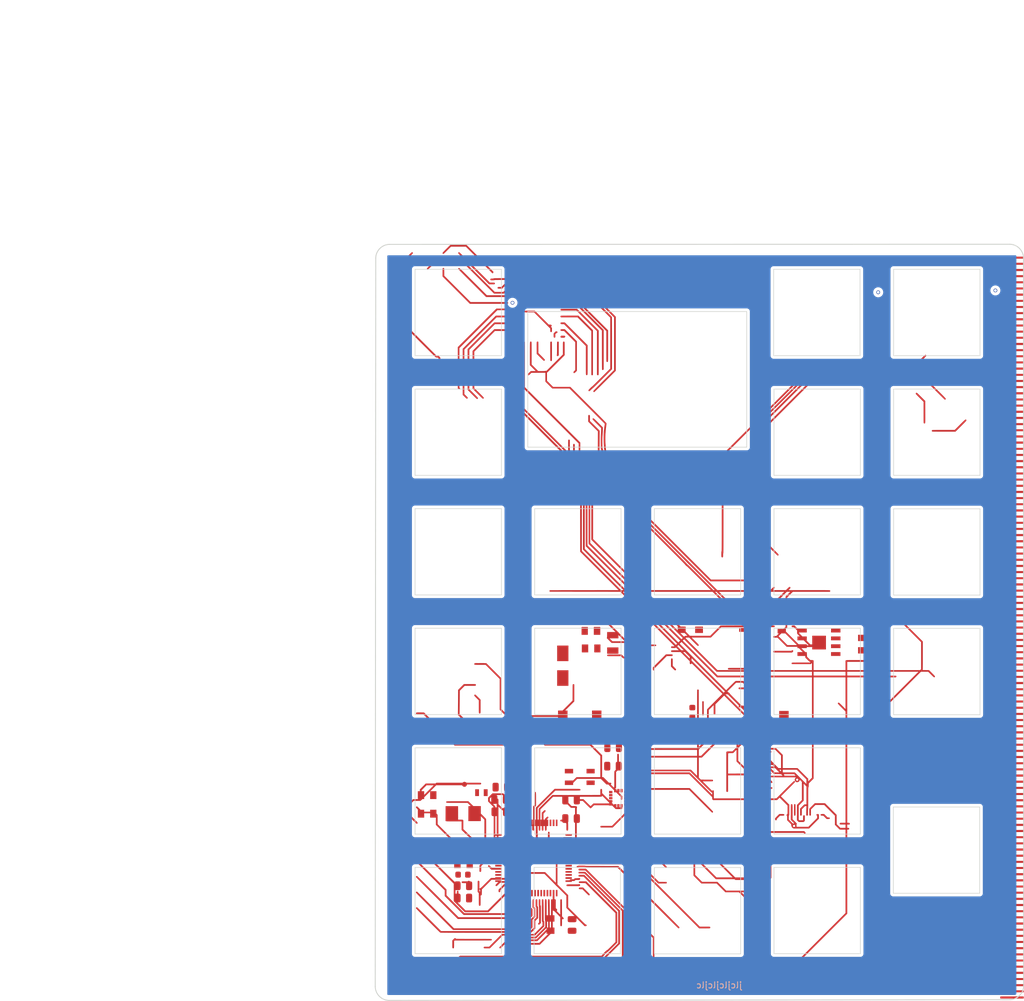
<source format=kicad_pcb>
(kicad_pcb (version 20210228) (generator pcbnew)
  (layers (0 "F.Cu" signal) (31 "B.Cu" signal) (34 "B.Paste" user) (35 "F.Paste" user) (36 "B.SilkS" user "B.Silkscreen") (37 "F.SilkS" user "F.Silkscreen") (38 "B.Mask" user) (39 "F.Mask" user) (44 "Edge.Cuts" user))
  (net 0 "")
  (footprint "LOGO" (layer "F.Cu") (at 0 0)
    (fp_text reference "G***" hide)
    (fp_text value "LOGO" hide)
  )
  (footprint "LOGO" (layer "F.Cu") (at 0 0)
    (fp_text reference "G***" hide)
    (fp_text value "LOGO" hide)
  )
  (footprint "LOGO" (layer "F.Cu") (at 0 0)
    (fp_text reference "G***" hide)
    (fp_text value "LOGO" hide)
  )
  (footprint "LOGO" (layer "F.Cu") (at 0 0)
    (fp_text reference "G***" hide)
    (fp_text value "LOGO" hide)
  )
  (footprint "LOGO" (layer "F.Cu") (at 0 0)
    (fp_text reference "G***" hide)
    (fp_text value "LOGO" hide)
  )
  (footprint "LOGO" (layer "F.Cu") (at 105.449328 100.928151)
    (fp_text reference "G***" hide)
    (fp_text value "LOGO" hide)
    (fp_poly (pts (xy 0.760754 4.490358) (xy 0.783166 4.5085) (xy 0.79598 4.523315) (xy 0.805914 4.542442) (xy 0.813333 4.57103) (xy 0.818602 4.614226) (xy 0.822086 4.677179) (xy 0.824151 4.765037) (xy 0.825162 4.88295) (xy 0.825482 5.036065) (xy 0.8255 5.105491) (xy 0.8255 5.660149) (xy 1.100666 5.938038) (xy 1.206113 6.045792) (xy 1.283428 6.129162) (xy 1.335143 6.192949) (xy 1.36379 6.241958) (xy 1.371898 6.280991) (xy 1.362001 6.314851) (xy 1.336629 6.34834) (xy 1.323878 6.361546) (xy 1.27558 6.401328) (xy 1.232042 6.409869) (xy 1.178017 6.388251) (xy 1.153583 6.373618) (xy 1.118309 6.345823) (xy 1.059801 6.293329) (xy 0.984202 6.221922) (xy 0.897655 6.137386) (xy 0.820208 6.05967) (xy 0.550333 5.785446) (xy 0.550333 5.172849) (xy 0.550622 4.991136) (xy 0.551646 4.847047) (xy 0.553641 4.735877) (xy 0.556841 4.652921) (xy 0.561482 4.593471) (xy 0.567797 4.552824) (xy 0.576024 4.526272) (xy 0.583283 4.51321) (xy 0.632715 4.475433) (xy 0.696988 4.467695) (xy 0.760754 4.490358)) (layer "F.Cu") (width 0.01) (fill solid))
    (fp_poly (pts (xy 2.921 -1.672166) (xy 1.651 -1.672166) (xy 1.651 -2.688166) (xy 2.921 -2.688166) (xy 2.921 -1.672166)) (layer "F.Cu") (width 0.01) (fill solid))
    (fp_poly (pts (xy 57.7215 45.635334) (xy 55.8165 45.635334) (xy 55.8165 45.317834) (xy 57.7215 45.317834) (xy 57.7215 45.635334)) (layer "F.Cu") (width 0.01) (fill solid))
    (fp_poly (pts (xy -23.8652 29.004901) (xy -23.826165 29.051794) (xy -23.798516 29.10692) (xy -23.780924 29.17746) (xy -23.772062 29.270595) (xy -23.770603 29.393508) (xy -23.773303 29.501938) (xy -23.780326 29.626526) (xy -23.793625 29.717528) (xy -23.81636 29.783577) (xy -23.851693 29.833306) (xy -23.902783 29.875349) (xy -23.912338 29.881747) (xy -23.935391 29.893949) (xy -23.966377 29.903338) (xy -24.010924 29.910341) (xy -24.074661 29.915389) (xy -24.163217 29.91891) (xy -24.28222 29.921333) (xy -24.4373 29.923086) (xy -24.457085 29.923259) (xy -24.600154 29.923655) (xy -24.732064 29.922463) (xy -24.845889 29.91987) (xy -24.934705 29.916061) (xy -24.991585 29.911223) (xy -25.005892 29.908475) (xy -25.095755 29.859611) (xy -25.162377 29.781109) (xy -25.188248 29.719572) (xy -25.198903 29.655244) (xy -25.205654 29.561638) (xy -25.208515 29.451627) (xy -25.207501 29.338085) (xy -25.202625 29.233885) (xy -25.193901 29.151901) (xy -25.187597 29.121402) (xy -25.155885 29.054315) (xy -25.107279 28.994276) (xy -25.101424 28.989111) (xy -25.036919 28.934834) (xy -23.935267 28.934834) (xy -23.8652 29.004901)) (layer "F.Cu") (width 0.01) (fill solid))
    (fp_poly (pts (xy 57.7215 37.634334) (xy 55.8165 37.634334) (xy 55.8165 37.316834) (xy 57.7215 37.316834) (xy 57.7215 37.634334)) (layer "F.Cu") (width 0.01) (fill solid))
    (fp_poly (pts (xy -33.801385 -61.422804) (xy -33.784602 -61.413355) (xy -33.760621 -61.396024) (xy -33.728118 -61.369519) (xy -33.685764 -61.332545) (xy -33.632234 -61.283808) (xy -33.566201 -61.222015) (xy -33.486339 -61.145871) (xy -33.391321 -61.054082) (xy -33.279822 -60.945356) (xy -33.150513 -60.818397) (xy -33.002071 -60.671912) (xy -32.833166 -60.504607) (xy -32.642475 -60.315188) (xy -32.428669 -60.102361) (xy -32.190422 -59.864832) (xy -31.926409 -59.601308) (xy -31.635303 -59.310494) (xy -31.315777 -58.991097) (xy -31.284424 -58.95975) (xy -28.818172 -56.493833) (xy -28.453169 -56.493833) (xy -28.319644 -56.493492) (xy -28.221855 -56.492012) (xy -28.153207 -56.488707) (xy -28.107107 -56.482892) (xy -28.076959 -56.473881) (xy -28.056169 -56.460991) (xy -28.045834 -56.4515) (xy -28.01381 -56.401074) (xy -28.0035 -56.35625) (xy -28.018222 -56.301499) (xy -28.045834 -56.261) (xy -28.06274 -56.246619) (xy -28.084655 -56.235913) (xy -28.117564 -56.228345) (xy -28.167454 -56.223375) (xy -28.240311 -56.220466) (xy -28.342122 -56.219079) (xy -28.478873 -56.218676) (xy -28.516692 -56.218666) (xy -28.945217 -56.218666) (xy -31.448275 -58.721725) (xy -31.771306 -59.044813) (xy -32.06566 -59.33936) (xy -32.332644 -59.606709) (xy -32.573566 -59.848202) (xy -32.789736 -60.06518) (xy -32.98246 -60.258987) (xy -33.153046 -60.430964) (xy -33.302804 -60.582453) (xy -33.43304 -60.714798) (xy -33.545062 -60.829339) (xy -33.64018 -60.92742) (xy -33.7197 -61.010381) (xy -33.784931 -61.079567) (xy -33.83718 -61.136318) (xy -33.877757 -61.181977) (xy -33.907968 -61.217886) (xy -33.929122 -61.245387) (xy -33.942528 -61.265823) (xy -33.949491 -61.280536) (xy -33.951334 -61.290195) (xy -33.933165 -61.361736) (xy -33.883416 -61.409202) (xy -33.812297 -61.425666) (xy -33.801385 -61.422804)) (layer "F.Cu") (width 0.01) (fill solid))
    (fp_poly (pts (xy 57.7215 -53.382333) (xy 55.8165 -53.382333) (xy 55.8165 -53.699833) (xy 57.7215 -53.699833) (xy 57.7215 -53.382333)) (layer "F.Cu") (width 0.01) (fill solid))
    (fp_poly (pts (xy -14.297227 41.088727) (xy -14.244328 41.110594) (xy -14.224 41.126834) (xy -14.18715 41.189151) (xy -14.190976 41.259673) (xy -14.235306 41.335491) (xy -14.236465 41.336876) (xy -14.291264 41.402) (xy -16.339691 41.402) (xy -16.375438 41.347443) (xy -16.397601 41.279985) (xy -16.382239 41.21411) (xy -16.332852 41.161842) (xy -16.319149 41.154054) (xy -16.294968 41.147241) (xy -16.249746 41.141576) (xy -16.180507 41.136979) (xy -16.084272 41.133368) (xy -15.958063 41.130663) (xy -15.798905 41.128781) (xy -15.603818 41.127642) (xy -15.369825 41.127165) (xy -15.331208 41.127146) (xy -15.085229 41.126584) (xy -14.873884 41.125095) (xy -14.698487 41.122709) (xy -14.560352 41.119454) (xy -14.460795 41.115362) (xy -14.401129 41.110461) (xy -14.38275 41.105667) (xy -14.348994 41.086334) (xy -14.297227 41.088727)) (layer "F.Cu") (width 0.01) (fill solid))
    (fp_poly (pts (xy 20.64162 28.114827) (xy 20.674541 28.131307) (xy 20.73275 28.163863) (xy 20.738275 29.034436) (xy 20.739507 29.251715) (xy 20.740104 29.430534) (xy 20.739948 29.574761) (xy 20.738919 29.688269) (xy 20.736896 29.774925) (xy 20.73376 29.8386) (xy 20.729391 29.883163) (xy 20.72367 29.912485) (xy 20.716476 29.930436) (xy 20.710304 29.938505) (xy 20.663409 29.963072) (xy 20.601099 29.971045) (xy 20.542797 29.961974) (xy 20.512854 29.943087) (xy 20.506425 29.920909) (xy 20.501314 29.870042) (xy 20.497476 29.788316) (xy 20.494867 29.673558) (xy 20.493443 29.523598) (xy 20.49316 29.336264) (xy 20.493973 29.109384) (xy 20.494387 29.039019) (xy 20.499916 28.163863) (xy 20.558125 28.131307) (xy 20.604168 28.110707) (xy 20.64162 28.114827)) (layer "F.Cu") (width 0.01) (fill solid))
    (fp_poly (pts (xy -22.788025 -55.327404) (xy -22.756845 -55.316738) (xy -22.735557 -55.291855) (xy -22.722286 -55.246938) (xy -22.71516 -55.176174) (xy -22.712304 -55.073746) (xy -22.711834 -54.959991) (xy -22.711834 -54.641115) (xy -22.971431 -54.382141) (xy -23.231028 -54.123166) (xy -23.763669 -54.123166) (xy -23.930405 -54.123461) (xy -24.059865 -54.124547) (xy -24.157106 -54.126732) (xy -24.227182 -54.130323) (xy -24.275148 -54.135626) (xy -24.30606 -54.142948) (xy -24.324974 -54.152594) (xy -24.330693 -54.157549) (xy -24.356555 -54.211915) (xy -24.358663 -54.268187) (xy -24.353018 -54.307292) (xy -24.340239 -54.337649) (xy -24.315495 -54.360364) (xy -24.273956 -54.37654) (xy -24.210794 -54.387282) (xy -24.121179 -54.393696) (xy -24.00028 -54.396884) (xy -23.843269 -54.397951) (xy -23.790893 -54.398021) (xy -23.335368 -54.398333) (xy -22.965834 -54.769587) (xy -22.965834 -55.016365) (xy -22.964019 -55.138397) (xy -22.956812 -55.224319) (xy -22.941575 -55.280265) (xy -22.915666 -55.31237) (xy -22.876444 -55.326768) (xy -22.830972 -55.329666) (xy -22.788025 -55.327404)) (layer "F.Cu") (width 0.01) (fill solid))
    (fp_poly (pts (xy -15.349067 25.63287) (xy -15.113316 25.633309) (xy -14.910213 25.634215) (xy -14.737337 25.635745) (xy -14.592266 25.63805) (xy -14.472579 25.641284) (xy -14.375855 25.645601) (xy -14.299673 25.651155) (xy -14.241611 25.658098) (xy -14.199247 25.666585) (xy -14.170162 25.676769) (xy -14.151933 25.688803) (xy -14.142138 25.702842) (xy -14.138358 25.719038) (xy -14.13817 25.737545) (xy -14.139154 25.758516) (xy -14.139334 25.768336) (xy -14.138439 25.791419) (xy -14.13739 25.811818) (xy -14.13864 25.829699) (xy -14.144642 25.845228) (xy -14.157849 25.858569) (xy -14.180715 25.869887) (xy -14.215693 25.879348) (xy -14.265235 25.887116) (xy -14.331796 25.893356) (xy -14.417828 25.898234) (xy -14.525785 25.901914) (xy -14.65812 25.904562) (xy -14.817286 25.906342) (xy -15.005736 25.90742) (xy -15.225923 25.907961) (xy -15.480301 25.908129) (xy -15.771323 25.90809) (xy -16.101442 25.908008) (xy -16.215392 25.908) (xy -18.214034 25.908) (xy -19.648017 27.3421) (xy -21.082 28.776199) (xy -21.082 30.628167) (xy -20.8915 30.628167) (xy -20.8915 28.839431) (xy -19.790759 27.738841) (xy -18.690017 26.63825) (xy -14.795425 26.632791) (xy -10.900834 26.627332) (xy -10.900834 26.172416) (xy -10.900611 26.021722) (xy -10.899616 25.907582) (xy -10.897356 25.824218) (xy -10.89334 25.765853) (xy -10.887075 25.726707) (xy -10.878069 25.701004) (xy -10.865832 25.682965) (xy -10.8585 25.675167) (xy -10.796619 25.638266) (xy -10.730684 25.641578) (xy -10.67169 25.681823) (xy -10.653303 25.704303) (xy -10.640578 25.730984) (xy -10.632484 25.769578) (xy -10.627989 25.827804) (xy -10.626061 25.913374) (xy -10.625667 26.025928) (xy -10.625667 26.321044) (xy -10.059314 26.887106) (xy -9.492962 27.453167) (xy -8.9535 27.453167) (xy -8.9535 27.834167) (xy -9.109374 27.834167) (xy -8.899145 28.046475) (xy -8.688917 28.258783) (xy -8.682348 28.184058) (xy -8.675778 28.109334) (xy -8.297334 28.109334) (xy -8.297334 28.6385) (xy -8.170334 28.6385) (xy -8.170334 28.109334) (xy -7.8105 28.109334) (xy -7.8105 28.6385) (xy -7.6835 28.6385) (xy -7.6835 28.109334) (xy -7.3025 28.109334) (xy -7.3025 28.6385) (xy -7.430768 28.6385) (xy -7.386795 28.697977) (xy -7.35789 28.74811) (xy -7.357293 28.792405) (xy -7.363981 28.813106) (xy -7.394649 28.863097) (xy -7.427096 28.891213) (xy -7.463521 28.899025) (xy -7.538512 28.905339) (xy -7.648325 28.909992) (xy -7.789214 28.912819) (xy -7.939705 28.913667) (xy -8.410359 28.913667) (xy -8.987123 28.342167) (xy -9.234895 28.342167) (xy -9.34287 28.341341) (xy -9.415077 28.338304) (xy -9.458059 28.332217) (xy -9.478358 28.322243) (xy -9.482667 28.310417) (xy -9.486625 28.303642) (xy -9.500565 28.297888) (xy -9.527589 28.293072) (xy -9.570799 28.289115) (xy -9.633298 28.285936) (xy -9.718186 28.283455) (xy -9.828565 28.28159) (xy -9.967538 28.280261) (xy -10.138206 28.279388) (xy -10.34367 28.278889) (xy -10.587033 28.278684) (xy -10.704006 28.278667) (xy -11.925345 28.278667) (xy -12.182269 28.532667) (xy -12.290522 28.637507) (xy -12.3736 28.712799) (xy -12.434249 28.760815) (xy -12.475215 28.783827) (xy -12.489379 28.786667) (xy -12.511001 28.77852) (xy -12.547875 28.752779) (xy -12.602115 28.707499) (xy -12.675834 28.64073) (xy -12.771148 28.550526) (xy -12.890168 28.434939) (xy -13.03501 28.292021) (xy -13.144135 28.183417) (xy -13.748704 27.580167) (xy -14.224 27.580167) (xy -14.224 27.781995) (xy -14.226955 27.898199) (xy -14.239081 27.987297) (xy -14.26527 28.052841) (xy -14.310414 28.098383) (xy -14.379404 28.127476) (xy -14.477133 28.143672) (xy -14.608491 28.150524) (xy -14.733066 28.151667) (xy -15.053734 28.151667) (xy -15.123801 28.081599) (xy -15.153016 28.049402) (xy -15.175839 28.014539) (xy -15.192946 27.9717) (xy -15.205011 27.915575) (xy -15.212711 27.840852) (xy -15.216719 27.742221) (xy -15.217712 27.614371) (xy -15.216364 27.45199) (xy -15.215128 27.363187) (xy -15.208251 26.902834) (xy -14.224 26.902834) (xy -14.224 27.305) (xy -13.643517 27.305) (xy -13.071217 27.876392) (xy -12.943251 28.00392) (xy -12.824767 28.121546) (xy -12.719073 28.226021) (xy -12.629475 28.314095) (xy -12.55928 28.382521) (xy -12.511796 28.428049) (xy -12.490329 28.447431) (xy -12.489493 28.447892) (xy -12.471931 28.433867) (xy -12.429831 28.395162) (xy -12.368669 28.336954) (xy -12.293918 28.264419) (xy -12.254531 28.22575) (xy -12.028994 28.0035) (xy -10.75583 28.0035) (xy -10.457431 28.00315) (xy -10.197792 28.002104) (xy -9.977431 28.000372) (xy -9.796868 27.997962) (xy -9.65662 27.994883) (xy -9.557206 27.991143) (xy -9.499144 27.986752) (xy -9.482667 27.982334) (xy -9.464407 27.966959) (xy -9.424593 27.961167) (xy -9.413277 27.958138) (xy -9.412228 27.947363) (xy -9.423744 27.926308) (xy -9.450121 27.892439) (xy -9.493657 27.843223) (xy -9.556647 27.776126) (xy -9.641388 27.688614) (xy -9.750178 27.578154) (xy -9.885312 27.442212) (xy -9.990802 27.336548) (xy -10.143679 27.18368) (xy -10.269393 27.058394) (xy -10.370672 26.958287) (xy -10.450241 26.880963) (xy -10.510826 26.824019) (xy -10.555155 26.785058) (xy -10.585953 26.76168) (xy -10.605946 26.751485) (xy -10.617862 26.752074) (xy -10.624425 26.761047) (xy -10.628259 26.7755) (xy -10.631989 26.797971) (xy -10.635037 26.817642) (xy -10.640067 26.8347) (xy -10.649743 26.849329) (xy -10.66673 26.861716) (xy -10.693692 26.872044) (xy -10.733293 26.8805) (xy -10.788199 26.887268) (xy -10.861073 26.892535) (xy -10.95458 26.896485) (xy -11.071385 26.899304) (xy -11.214151 26.901177) (xy -11.385544 26.902289) (xy -11.588227 26.902825) (xy -11.824865 26.902972) (xy -12.098122 26.902913) (xy -12.410664 26.902835) (xy -12.459176 26.902834) (xy -14.224 26.902834) (xy -15.208251 26.902834) (xy -15.20825 26.902791) (xy -16.09725 26.902793) (xy -16.090888 27.405522) (xy -16.084525 27.90825) (xy -15.568719 28.426834) (xy -15.223763 28.426834) (xy -15.065346 28.428587) (xy -14.943714 28.434573) (xy -14.853435 28.445884) (xy -14.789077 28.46361) (xy -14.745209 28.488841) (xy -14.716399 28.522669) (xy -14.712538 28.529483) (xy -14.695478 28.582023) (xy -14.690411 28.64205) (xy -14.697499 28.692111) (xy -14.710834 28.712584) (xy -14.717869 28.737952) (xy -14.723625 28.802588) (xy -14.727978 28.903443) (xy -14.730802 29.037467) (xy -14.731974 29.201609) (xy -14.732 29.232416) (xy -14.732 29.739167) (xy -14.583154 29.739167) (xy -14.448445 29.748646) (xy -14.34877 29.777849) (xy -14.281122 29.827921) (xy -14.257156 29.863448) (xy -14.245656 29.90763) (xy -14.236311 29.986541) (xy -14.229136 30.092675) (xy -14.224147 30.218525) (xy -14.221359 30.356585) (xy -14.220786 30.499347) (xy -14.222444 30.639304) (xy -14.226348 30.768949) (xy -14.232513 30.880776) (xy -14.240953 30.967278) (xy -14.251685 31.020947) (xy -14.254818 31.02853) (xy -14.31039 31.093607) (xy -14.398748 31.13574) (xy -14.521425 31.155535) (xy -14.581741 31.157334) (xy -14.732 31.157334) (xy -14.732 33.827476) (xy -14.971278 34.078334) (xy -14.638581 34.078334) (xy -14.486947 34.079833) (xy -14.372529 34.085438) (xy -14.290277 34.09681) (xy -14.235145 34.115607) (xy -14.202085 34.143491) (xy -14.186048 34.182123) (xy -14.181991 34.228511) (xy -14.183822 34.265704) (xy -14.192912 34.294698) (xy -14.213924 34.31651) (xy -14.251518 34.332157) (xy -14.310356 34.342652) (xy -14.395099 34.349014) (xy -14.510407 34.352258) (xy -14.660943 34.3534) (xy -14.755402 34.3535) (xy -15.251719 34.3535) (xy -15.394027 34.496906) (xy -15.469737 34.578586) (xy -15.518173 34.642875) (xy -15.536279 34.685685) (xy -15.536334 34.687406) (xy -15.547868 34.724812) (xy -15.584682 34.7345) (xy -15.629605 34.751321) (xy -15.693476 34.799367) (xy -15.748 34.850917) (xy -15.862971 34.967334) (xy -15.536334 34.967334) (xy -15.536334 35.2425) (xy -16.141175 35.2425) (xy -16.245417 35.348334) (xy -16.349659 35.454167) (xy -15.536334 35.454167) (xy -15.536334 35.729334) (xy -16.044334 35.729334) (xy -16.204216 35.729134) (xy -16.326696 35.728298) (xy -16.416706 35.726467) (xy -16.479175 35.723282) (xy -16.519036 35.718385) (xy -16.541217 35.711417) (xy -16.550651 35.702021) (xy -16.552334 35.69242) (xy -16.566746 35.69836) (xy -16.608493 35.732485) (xy -16.675339 35.792685) (xy -16.765048 35.876851) (xy -16.875383 35.982874) (xy -17.004109 36.108643) (xy -17.14899 36.252051) (xy -17.2085 36.311417) (xy -17.864667 36.967327) (xy -17.864667 41.13761) (xy -16.996834 42.00525) (xy -16.129 42.87289) (xy -16.129 44.841703) (xy -14.726709 46.24276) (xy -14.488315 46.48084) (xy -14.27793 46.690672) (xy -14.093704 46.87402) (xy -13.933789 47.032647) (xy -13.796335 47.168317) (xy -13.679494 47.282793) (xy -13.581417 47.377839) (xy -13.500255 47.455218) (xy -13.434159 47.516694) (xy -13.381281 47.56403) (xy -13.33977 47.598989) (xy -13.307779 47.623335) (xy -13.283459 47.638832) (xy -13.26496 47.647242) (xy -13.250994 47.650284) (xy -13.187834 47.667541) (xy -13.146829 47.712015) (xy -13.145161 47.714959) (xy -13.124671 47.761109) (xy -13.128926 47.798763) (xy -13.145222 47.831375) (xy -13.167013 47.863379) (xy -13.195449 47.881707) (xy -13.242691 47.890963) (xy -13.314555 47.895482) (xy -13.451417 47.901381) (xy -14.107584 47.24434) (xy -14.76375 46.5873) (xy -14.774334 46.840081) (xy -14.780101 46.952936) (xy -14.78734 47.032309) (xy -14.797608 47.087046) (xy -14.812461 47.126) (xy -14.829291 47.152556) (xy -14.855795 47.185863) (xy -14.883468 47.211824) (xy -14.917703 47.231357) (xy -14.96389 47.245377) (xy -15.027421 47.254802) (xy -15.113686 47.260549) (xy -15.228078 47.263533) (xy -15.375987 47.264672) (xy -15.48976 47.264855) (xy -15.680575 47.264753) (xy -15.833299 47.262229) (xy -15.952172 47.25434) (xy -16.041431 47.238144) (xy -16.105317 47.210698) (xy -16.148068 47.169059) (xy -16.173924 47.110286) (xy -16.187123 47.031436) (xy -16.191905 46.929565) (xy -16.192508 46.801732) (xy -16.1925 46.777052) (xy -16.191609 46.645382) (xy -16.18851 46.548987) (xy -16.182568 46.480837) (xy -16.173148 46.433903) (xy -16.159612 46.401157) (xy -16.158285 46.398859) (xy -16.135298 46.362669) (xy -16.110707 46.334708) (xy -16.07896 46.313822) (xy -16.034503 46.298852) (xy -15.971781 46.288642) (xy -15.88524 46.282036) (xy -15.769328 46.277877) (xy -15.61849 46.275008) (xy -15.559435 46.274138) (xy -15.08512 46.267358) (xy -15.744643 45.606611) (xy -16.404167 44.945863) (xy -16.404167 42.978711) (xy -17.213894 42.169189) (xy -17.367179 42.016403) (xy -17.511913 41.87303) (xy -17.645269 41.741808) (xy -17.764421 41.625477) (xy -17.866544 41.526775) (xy -17.948811 41.44844) (xy -18.008397 41.393211) (xy -18.042476 41.363826) (xy -18.049233 41.359667) (xy -18.077327 41.342763) (xy -18.098967 41.312042) (xy -18.117894 41.288911) (xy -18.164156 41.238612) (xy -18.235106 41.163864) (xy -18.328099 41.067385) (xy -18.440488 40.951893) (xy -18.569626 40.820108) (xy -18.712867 40.674748) (xy -18.867564 40.518532) (xy -19.031071 40.354177) (xy -19.04683 40.338375) (xy -19.97057 39.412334) (xy -22.627167 39.412334) (xy -22.627167 42.037) (xy -22.352 42.037) (xy -22.352 43.053) (xy -22.627167 43.053) (xy -22.627167 45.450285) (xy -22.810914 45.638059) (xy -22.994661 45.825834) (xy -24.524247 45.825834) (xy -24.645921 45.952834) (xy -24.460993 45.952834) (xy -24.32522 45.958993) (xy -24.225443 45.980446) (xy -24.156735 46.021652) (xy -24.11417 46.08707) (xy -24.09282 46.181162) (xy -24.087667 46.290755) (xy -24.087667 46.460834) (xy -22.509757 46.460834) (xy -22.182667 46.131814) (xy -22.182667 45.242159) (xy -22.2885 45.137917) (xy -22.394334 45.033675) (xy -22.394334 44.321785) (xy -22.394203 44.128596) (xy -22.393659 43.973333) (xy -22.392474 43.851588) (xy -22.390418 43.758954) (xy -22.387264 43.691023) (xy -22.382783 43.643388) (xy -22.376746 43.611641) (xy -22.368926 43.591376) (xy -22.359093 43.578184) (xy -22.355625 43.574864) (xy -22.29532 43.544422) (xy -22.229085 43.546192) (xy -22.175257 43.57866) (xy -22.16521 43.593672) (xy -22.157245 43.617098) (xy -22.151122 43.653552) (xy -22.146602 43.707644) (xy -22.143445 43.783989) (xy -22.141411 43.887198) (xy -22.14026 44.021884) (xy -22.139752 44.192658) (xy -22.139681 44.262548) (xy -22.139242 44.907608) (xy -22.023371 45.022039) (xy -21.9075 45.136471) (xy -21.9075 46.23664) (xy -22.157181 46.48632) (xy -22.406861 46.736) (xy -24.082531 46.736) (xy -24.108406 46.798468) (xy -24.126921 46.838748) (xy -24.14858 46.870396) (xy -24.178428 46.894524) (xy -24.221513 46.912242) (xy -24.282881 46.924662) (xy -24.36758 46.932896) (xy -24.480656 46.938055) (xy -24.627156 46.941251) (xy -24.765 46.943062) (xy -24.946514 46.944527) (xy -25.090682 46.943615) (xy -25.202466 46.939347) (xy -25.286832 46.930743) (xy -25.348743 46.916824) (xy -25.393163 46.896612) (xy -25.425055 46.869125) (xy -25.449384 46.833386) (xy -25.4635 46.80525) (xy -25.49525 46.736916) (xy -29.760045 46.736458) (xy -34.024839 46.736) (xy -37.38674 43.375792) (xy -37.702386 43.060181) (xy -38.010284 42.752079) (xy -38.309077 42.45285) (xy -38.597408 42.163862) (xy -38.873922 41.886481) (xy -39.137263 41.622073) (xy -39.386074 41.372006) (xy -39.618999 41.137646) (xy -39.834683 40.920359) (xy -40.031768 40.721512) (xy -40.2089 40.542472) (xy -40.364722 40.384604) (xy -40.497877 40.249276) (xy -40.607011 40.137855) (xy -40.690765 40.051706) (xy -40.747786 39.992196) (xy -40.776715 39.960692) (xy -40.780077 39.956317) (xy -40.798543 39.901247) (xy -40.798236 39.855212) (xy -40.762171 39.801772) (xy -40.703517 39.766934) (xy -40.64009 39.760918) (xy -40.635626 39.761916) (xy -40.615388 39.778127) (xy -40.566324 39.823327) (xy -40.489468 39.896494) (xy -40.385853 39.996608) (xy -40.256512 40.122648) (xy -40.102477 40.273591) (xy -39.924782 40.448417) (xy -39.724459 40.646105) (xy -39.502541 40.865633) (xy -39.260061 41.10598) (xy -38.998052 41.366124) (xy -38.717547 41.645046) (xy -38.419579 41.941722) (xy -38.105181 42.255133) (xy -37.775385 42.584257) (xy -37.431225 42.928072) (xy -37.241452 43.117799) (xy -33.898467 46.460834) (xy -25.510316 46.460834) (xy -25.502691 46.292929) (xy -25.495209 46.194593) (xy -25.481662 46.126798) (xy -25.459391 46.077887) (xy -25.450785 46.065387) (xy -25.40802 46.016899) (xy -25.358891 45.984365) (xy -25.294187 45.964852) (xy -25.204697 45.955426) (xy -25.098375 45.953146) (xy -24.892 45.952834) (xy -24.892 45.883379) (xy -24.886123 45.841078) (xy -24.864402 45.798195) (xy -24.820705 45.745178) (xy -24.769678 45.692879) (xy -24.647356 45.571834) (xy -23.123138 45.571834) (xy -22.902334 45.348252) (xy -22.902334 43.053) (xy -23.135167 43.053) (xy -23.135167 42.037) (xy -22.902334 42.037) (xy -22.902334 34.066994) (xy -23.124584 33.8455) (xy -23.346834 33.624007) (xy -23.346834 33.905049) (xy -23.347208 34.019437) (xy -23.349164 34.099512) (xy -23.353953 34.153295) (xy -23.362827 34.188806) (xy -23.377036 34.214064) (xy -23.397833 34.237088) (xy -23.398788 34.238046) (xy -23.440215 34.273223) (xy -23.47205 34.289809) (xy -23.474263 34.29) (xy -23.518224 34.277794) (xy -23.569747 34.249766) (xy -23.605281 34.218801) (xy -23.605801 34.21804) (xy -23.610563 34.190579) (xy -23.614767 34.127581) (xy -23.618175 34.035842) (xy -23.620544 33.922155) (xy -23.621635 33.793316) (xy -23.621676 33.769847) (xy -23.622 33.344943) (xy -23.754292 33.21621) (xy -23.817645 33.152881) (xy -23.870979 33.096502) (xy -23.90543 33.056552) (xy -23.911234 33.048447) (xy -23.919516 33.041546) (xy -23.933285 33.042704) (xy -23.955146 33.054281) (xy -23.987702 33.078638) (xy -24.033558 33.118133) (xy -24.09532 33.175127) (xy -24.17559 33.251979) (xy -24.276974 33.35105) (xy -24.402076 33.474699) (xy -24.553501 33.625286) (xy -24.609856 33.681459) (xy -25.283828 34.3535) (xy -25.529134 34.3535) (xy -25.637624 34.35264) (xy -25.711918 34.349314) (xy -25.760131 34.3424) (xy -25.790378 34.330778) (xy -25.80947 34.314792) (xy -25.815944 34.304932) (xy -25.821574 34.288767) (xy -25.826418 34.263498) (xy -25.830536 34.226325) (xy -25.833985 34.174447) (xy -25.836822 34.105066) (xy -25.839107 34.015381) (xy -25.840896 33.902593) (xy -25.84225 33.763902) (xy -25.843224 33.596508) (xy -25.843879 33.397611) (xy -25.84427 33.164413) (xy -25.844458 32.894112) (xy -25.8445 32.627096) (xy -25.8445 30.978108) (xy -26.069396 30.752513) (xy -26.169119 30.649669) (xy -26.23885 30.56961) (xy -26.280778 30.507618) (xy -26.297096 30.458976) (xy -26.289994 30.418967) (xy -26.261663 30.382872) (xy -26.246968 30.370154) (xy -26.210653 30.34553) (xy -26.175333 30.336038) (xy -26.135672 30.344502) (xy -26.086337 30.373747) (xy -26.021992 30.426597) (xy -25.937303 30.505876) (xy -25.874439 30.567368) (xy -25.635711 30.802903) (xy -25.628981 30.720826) (xy -25.62225 30.63875) (xy -25.489959 30.632448) (xy -25.357667 30.626147) (xy -25.357667 31.665334) (xy -25.5905 31.665334) (xy -25.5905 34.078334) (xy -25.389677 34.078334) (xy -24.760058 33.448976) (xy -24.130438 32.819618) (xy -25.124834 31.82206) (xy -25.124834 30.628167) (xy -24.849667 30.628167) (xy -24.849667 31.697444) (xy -24.388322 32.158432) (xy -24.27376 32.271977) (xy -24.168614 32.374413) (xy -24.07661 32.462248) (xy -24.001477 32.531992) (xy -23.946943 32.580152) (xy -23.916734 32.603237) (xy -23.912072 32.604516) (xy -23.907711 32.579858) (xy -23.903854 32.519197) (xy -23.900698 32.428859) (xy -23.898441 32.315172) (xy -23.89728 32.184466) (xy -23.897167 32.127472) (xy -23.897167 31.665334) (xy -24.13 31.665334) (xy -24.13 30.628167) (xy -23.854834 30.628167) (xy -23.854834 31.420471) (xy -23.738417 31.3055) (xy -23.622 31.19053) (xy -23.622 30.626147) (xy -23.489709 30.632448) (xy -23.357417 30.63875) (xy -23.351409 30.866292) (xy -23.345402 31.093834) (xy -23.136599 31.093834) (xy -23.130592 30.866292) (xy -23.124584 30.63875) (xy -22.992292 30.632448) (xy -22.86 30.626147) (xy -22.86 30.975971) (xy -22.743584 30.861) (xy -22.676799 30.789737) (xy -22.639668 30.735473) (xy -22.627243 30.690818) (xy -22.627167 30.687098) (xy -22.620876 30.644469) (xy -22.593078 30.629432) (xy -22.566948 30.628167) (xy -22.507713 30.613347) (xy -22.468417 30.585834) (xy -22.412895 30.550847) (xy -22.346317 30.543818) (xy -22.285385 30.564371) (xy -22.257951 30.590543) (xy -22.229669 30.648176) (xy -22.233989 30.702669) (xy -22.272633 30.764906) (xy -22.2885 30.783683) (xy -22.352 30.856005) (xy -22.352 31.665334) (xy -22.627167 31.665334) (xy -22.627167 31.12703) (xy -22.743584 31.242) (xy -22.86 31.356971) (xy -22.86 31.667354) (xy -23.124584 31.65475) (xy -23.130843 31.511875) (xy -23.137101 31.369) (xy -23.3449 31.369) (xy -23.351158 31.511875) (xy -23.357417 31.65475) (xy -23.489709 31.661052) (xy -23.622 31.667354) (xy -23.622 32.921438) (xy -23.500292 33.056092) (xy -23.450898 33.109597) (xy -23.377757 33.187309) (xy -23.286681 33.283127) (xy -23.183483 33.390952) (xy -23.073973 33.504685) (xy -23.002875 33.578152) (xy -22.627167 33.965559) (xy -22.627167 39.137167) (xy -19.865106 39.137167) (xy -18.991887 40.010196) (xy -18.118667 40.883226) (xy -18.118667 36.840792) (xy -17.330545 36.05246) (xy -16.542423 35.264127) (xy -16.549278 35.11573) (xy -16.556134 34.967334) (xy -16.243971 34.967334) (xy -16.129 34.850917) (xy -16.01403 34.7345) (xy -16.552334 34.7345) (xy -16.552334 34.459334) (xy -15.736964 34.459334) (xy -15.372065 34.093988) (xy -15.007167 33.728642) (xy -15.007167 31.145448) (xy -15.068418 31.122328) (xy -15.109749 31.10426) (xy -15.142092 31.08154) (xy -15.166634 31.049063) (xy -15.18456 31.001722) (xy -15.197055 30.934408) (xy -15.205304 30.842015) (xy -15.210494 30.719435) (xy -15.21381 30.561562) (xy -15.21482 30.491582) (xy -15.216576 30.311126) (xy -15.215811 30.167782) (xy -15.211583 30.056356) (xy -15.202951 29.971659) (xy -15.188976 29.908496) (xy -15.168716 29.861677) (xy -15.14123 29.826008) (xy -15.105577 29.796298) (xy -15.086506 29.783416) (xy -15.007167 29.732074) (xy -15.007167 28.702) (xy -15.67335 28.702) (xy -15.951124 28.424798) (xy -16.228898 28.147595) (xy -16.559212 28.150556) (xy -16.699316 28.151555) (xy -16.811829 28.149005) (xy -16.899773 28.138751) (xy -16.966174 28.11664) (xy -17.014055 28.078515) (xy -17.046441 28.020224) (xy -17.066356 27.937611) (xy -17.076824 27.826521) (xy -17.08087 27.682801) (xy -17.081517 27.502295) (xy -17.0815 27.433051) (xy -17.0815 26.902834) (xy -18.573912 26.902834) (xy -20.6375 28.966744) (xy -20.6375 30.651425) (xy -20.637536 30.958376) (xy -20.637686 31.225784) (xy -20.638011 31.456438) (xy -20.638576 31.65313) (xy -20.639443 31.818649) (xy -20.640674 31.955785) (xy -20.642333 32.067328) (xy -20.644483 32.156069) (xy -20.647185 32.224797) (xy -20.650503 32.276303) (xy -20.6545 32.313377) (xy -20.659239 32.338808) (xy -20.664782 32.355388) (xy -20.671192 32.365905) (xy -20.676209 32.371136) (xy -20.736462 32.401562) (xy -20.802653 32.399855) (xy -20.85647 32.367458) (xy -20.870101 32.346328) (xy -20.879768 32.31346) (xy -20.886103 32.262183) (xy -20.889735 32.18583) (xy -20.891296 32.077731) (xy -20.8915 31.997042) (xy -20.8915 31.665334) (xy -21.082 31.665334) (xy -21.081327 32.316209) (xy -21.080829 32.50536) (xy -21.079635 32.656555) (xy -21.077544 32.77417) (xy -21.074355 32.862578) (xy -21.069868 32.926155) (xy -21.063881 32.969275) (xy -21.056195 32.996313) (xy -21.049577 33.008171) (xy -21.023819 33.066699) (xy -21.021556 33.130749) (xy -21.042718 33.181869) (xy -21.05025 33.189334) (xy -21.069301 33.224745) (xy -21.080014 33.281683) (xy -21.081589 33.343345) (xy -21.073228 33.392931) (xy -21.060834 33.411584) (xy -21.040679 33.445817) (xy -21.039199 33.499699) (xy -21.054058 33.556125) (xy -21.082917 33.597995) (xy -21.08671 33.600883) (xy -21.146638 33.629525) (xy -21.203 33.623578) (xy -21.26487 33.58126) (xy -21.2852 33.561867) (xy -21.357167 33.4899) (xy -21.357167 31.668807) (xy -21.508079 31.661779) (xy -21.600687 31.660977) (xy -21.654576 31.668833) (xy -21.668152 31.678754) (xy -21.671666 31.711461) (xy -21.672337 31.776072) (xy -21.670613 31.862285) (xy -21.666941 31.9598) (xy -21.661765 32.058314) (xy -21.655534 32.147527) (xy -21.648694 32.217137) (xy -21.643358 32.250614) (xy -21.639221 32.307953) (xy -21.66343 32.352112) (xy -21.672572 32.361739) (xy -21.736015 32.40036) (xy -21.805247 32.398208) (xy -21.875994 32.355628) (xy -21.887962 32.344295) (xy -21.949834 32.282423) (xy -21.949834 31.665334) (xy -22.119167 31.665334) (xy -22.119167 30.628167) (xy -21.865167 30.628167) (xy -21.865167 31.054092) (xy -21.864864 31.198872) (xy -21.863698 31.3062) (xy -21.86128 31.380957) (xy -21.857223 31.428021) (xy -21.851138 31.452273) (xy -21.842639 31.458592) (xy -21.833417 31.453667) (xy -21.827183 31.444342) (xy -21.821804 31.425544) (xy -21.817221 31.394393) (xy -21.813373 31.348012) (xy -21.810197 31.283525) (xy -21.807633 31.198052) (xy -21.80562 31.088716) (xy -21.804097 30.952641) (xy -21.803003 30.786947) (xy -21.802276 30.588758) (xy -21.801856 30.355196) (xy -21.801682 30.083383) (xy -21.801667 29.957558) (xy -21.801667 28.487799) (xy -21.695834 28.375896) (xy -21.59 28.263993) (xy -21.59 27.235675) (xy -21.590005 26.992492) (xy -21.589759 26.788248) (xy -21.588875 26.619548) (xy -21.586965 26.482999) (xy -21.583639 26.375207) (xy -21.578511 26.292778) (xy -21.571191 26.232316) (xy -21.561292 26.190429) (xy -21.548425 26.163722) (xy -21.532203 26.148801) (xy -21.512236 26.142272) (xy -21.488136 26.140741) (xy -21.464769 26.140834) (xy -21.436993 26.140822) (xy -21.413526 26.142979) (xy -21.394005 26.150593) (xy -21.378068 26.166952) (xy -21.365351 26.195346) (xy -21.355491 26.239063) (xy -21.348126 26.30139) (xy -21.342893 26.385618) (xy -21.339429 26.495033) (xy -21.33737 26.632926) (xy -21.336354 26.802583) (xy -21.336018 27.007294) (xy -21.335998 27.250348) (xy -21.336 27.307551) (xy -21.336 28.396853) (xy -21.43125 28.490334) (xy -21.5265 28.583814) (xy -21.5265 30.628167) (xy -21.357167 30.628167) (xy -21.357167 28.67058) (xy -18.319421 25.632834) (xy -16.27642 25.632834) (xy -15.928198 25.632786) (xy -15.619887 25.632748) (xy -15.349067 25.63287)) (layer "F.Cu") (width 0.01) (fill solid))
    (fp_poly (pts (xy -25.995652 -56.513306) (xy -25.946953 -56.505653) (xy -25.914897 -56.488186) (xy -25.88837 -56.459229) (xy -25.852133 -56.400709) (xy -25.851341 -56.352769) (xy -25.886648 -56.301875) (xy -25.896455 -56.291788) (xy -25.960154 -56.250065) (xy -26.02898 -56.239833) (xy -26.055896 -56.238292) (xy -26.082288 -56.231306) (xy -26.112493 -56.21533) (xy -26.150844 -56.186818) (xy -26.201677 -56.142225) (xy -26.269324 -56.078006) (xy -26.358122 -55.990615) (xy -26.468917 -55.88) (xy -26.828283 -55.520166) (xy -27.1566 -55.520491) (xy -27.271356 -55.521563) (xy -27.371715 -55.524307) (xy -27.449784 -55.528366) (xy -27.497674 -55.533383) (xy -27.508207 -55.536366) (xy -27.539073 -55.571137) (xy -27.567351 -55.622537) (xy -27.580157 -55.667014) (xy -27.580167 -55.667904) (xy -27.566362 -55.697634) (xy -27.532678 -55.738827) (xy -27.528213 -55.743379) (xy -27.504664 -55.764789) (xy -27.479101 -55.779335) (xy -27.443302 -55.78834) (xy -27.389044 -55.793126) (xy -27.308107 -55.795016) (xy -27.205187 -55.795333) (xy -26.934117 -55.795333) (xy -26.57475 -56.155166) (xy -26.215384 -56.515) (xy -26.073812 -56.515) (xy -25.995652 -56.513306)) (layer "F.Cu") (width 0.01) (fill solid))
    (fp_poly (pts (xy -13.287587 -49.958413) (xy -12.107334 -48.77816) (xy -12.107334 -41.5314) (xy -12.154377 -41.49845) (xy -12.201683 -41.473419) (xy -12.234334 -41.4655) (xy -12.275873 -41.477082) (xy -12.314291 -41.49845) (xy -12.361334 -41.5314) (xy -12.361334 -48.630566) (xy -14.594566 -50.8635) (xy -17.273925 -50.8635) (xy -17.325879 -50.915454) (xy -17.361056 -50.956881) (xy -17.377642 -50.988716) (xy -17.377834 -50.990929) (xy -17.365628 -51.03489) (xy -17.3376 -51.086413) (xy -17.306634 -51.121947) (xy -17.305873 -51.122467) (xy -17.281235 -51.125127) (xy -17.217816 -51.127652) (xy -17.119169 -51.130004) (xy -16.988846 -51.132144) (xy -16.830398 -51.134031) (xy -16.64738 -51.135626) (xy -16.443343 -51.136891) (xy -16.221839 -51.137784) (xy -15.98642 -51.138268) (xy -15.875212 -51.138342) (xy -14.467841 -51.138666) (xy -13.287587 -49.958413)) (layer "F.Cu") (width 0.01) (fill solid))
    (fp_poly (pts (xy 57.7215 6.625167) (xy 55.8165 6.625167) (xy 55.8165 6.307667) (xy 57.7215 6.307667) (xy 57.7215 6.625167)) (layer "F.Cu") (width 0.01) (fill solid))
    (fp_poly (pts (xy -19.271726 -49.678166) (xy -19.088662 -49.678166) (xy -18.999724 -49.677466) (xy -18.942201 -49.673373) (xy -18.905175 -49.662897) (xy -18.87773 -49.64305) (xy -18.850799 -49.613042) (xy -18.81534 -49.560939) (xy -18.79679 -49.514235) (xy -18.796 -49.506247) (xy -18.810906 -49.46335) (xy -18.846757 -49.41491) (xy -18.890259 -49.375756) (xy -18.926534 -49.360666) (xy -18.926529 -49.347263) (xy -18.901345 -49.312025) (xy -18.856367 -49.262409) (xy -18.853413 -49.259398) (xy -18.753667 -49.158129) (xy -18.753667 -48.849928) (xy -18.75422 -48.727487) (xy -18.756412 -48.640288) (xy -18.761041 -48.581248) (xy -18.768906 -48.543285) (xy -18.780806 -48.519316) (xy -18.792376 -48.506697) (xy -18.854837 -48.476101) (xy -18.927012 -48.478151) (xy -18.977163 -48.501667) (xy -18.994714 -48.518978) (xy -19.006911 -48.54589) (xy -19.015017 -48.590108) (xy -19.020292 -48.659332) (xy -19.023998 -48.761265) (xy -19.024825 -48.792709) (xy -19.0314 -49.05375) (xy -20.337095 -50.360791) (xy -21.642789 -51.667833) (xy -22.388978 -51.667833) (xy -22.586635 -51.667921) (xy -22.746313 -51.668342) (xy -22.872367 -51.669328) (xy -22.969151 -51.671115) (xy -23.04102 -51.673935) (xy -23.092328 -51.678022) (xy -23.12743 -51.683611) (xy -23.15068 -51.690934) (xy -23.166433 -51.700227) (xy -23.1775 -51.710166) (xy -23.209524 -51.760592) (xy -23.219834 -51.805416) (xy -23.205112 -51.860168) (xy -23.1775 -51.900666) (xy -23.165162 -51.911535) (xy -23.149265 -51.920366) (xy -23.125616 -51.92737) (xy -23.09002 -51.932759) (xy -23.038285 -51.936744) (xy -22.966216 -51.939536) (xy -22.86962 -51.941346) (xy -22.744302 -51.942386) (xy -22.586069 -51.942865) (xy -22.390726 -51.942997) (xy -22.336584 -51.943) (xy -21.538 -51.943) (xy -19.271726 -49.678166)) (layer "F.Cu") (width 0.01) (fill solid))
    (fp_poly (pts (xy 57.7215 -32.385) (xy 55.8165 -32.385) (xy 55.8165 -32.7025) (xy 57.7215 -32.7025) (xy 57.7215 -32.385)) (layer "F.Cu") (width 0.01) (fill solid))
    (fp_poly (pts (xy 57.7215 -7.366) (xy 55.8165 -7.366) (xy 55.8165 -7.704666) (xy 57.7215 -7.704666) (xy 57.7215 -7.366)) (layer "F.Cu") (width 0.01) (fill solid))
    (fp_poly (pts (xy -16.844934 -47.878667) (xy -16.760614 -47.877001) (xy -16.704261 -47.872997) (xy -16.668692 -47.865652) (xy -16.646725 -47.853964) (xy -16.631176 -47.836929) (xy -16.627617 -47.831957) (xy -16.598976 -47.772029) (xy -16.604923 -47.715667) (xy -16.647241 -47.653797) (xy -16.666634 -47.633466) (xy -16.7386 -47.5615) (xy -17.006263 -47.5615) (xy -17.117595 -47.561923) (xy -17.19489 -47.564092) (xy -17.246443 -47.569355) (xy -17.280549 -47.57906) (xy -17.305502 -47.594556) (xy -17.325879 -47.613454) (xy -17.368227 -47.672419) (xy -17.371858 -47.731031) (xy -17.336664 -47.796875) (xy -17.323036 -47.813876) (xy -17.268237 -47.879) (xy -16.964402 -47.879) (xy -16.844934 -47.878667)) (layer "F.Cu") (width 0.01) (fill solid))
    (fp_poly (pts (xy -10.89025 3.481917) (xy -11.38289 3.4876) (xy -11.547362 3.489001) (xy -11.673793 3.488819) (xy -11.766452 3.48687) (xy -11.829607 3.482973) (xy -11.867527 3.476947) (xy -11.884481 3.468609) (xy -11.885931 3.466176) (xy -11.888405 3.438755) (xy -11.890284 3.374582) (xy -11.891527 3.279234) (xy -11.892092 3.158287) (xy -11.891938 3.01732) (xy -11.891024 2.861907) (xy -11.890708 2.825492) (xy -11.885084 2.211917) (xy -10.89025 2.211917) (xy -10.89025 3.481917)) (layer "F.Cu") (width 0.01) (fill solid))
    (fp_poly (pts (xy 57.7215 -23.368) (xy 56.783111 -23.368) (xy 56.587759 -23.368308) (xy 56.40555 -23.369192) (xy 56.240824 -23.370585) (xy 56.097924 -23.372424) (xy 55.981191 -23.374644) (xy 55.894966 -23.377181) (xy 55.843593 -23.379971) (xy 55.830611 -23.382111) (xy 55.823735 -23.408787) (xy 55.818713 -23.46602) (xy 55.816525 -23.542044) (xy 55.8165 -23.551444) (xy 55.8165 -23.706666) (xy 57.7215 -23.706666) (xy 57.7215 -23.368)) (layer "F.Cu") (width 0.01) (fill solid))
    (fp_poly (pts (xy 57.7215 -4.3815) (xy 55.8165 -4.3815) (xy 55.8165 -4.699) (xy 57.7215 -4.699) (xy 57.7215 -4.3815)) (layer "F.Cu") (width 0.01) (fill solid))
    (fp_poly (pts (xy 54.117875 -19.007521) (xy 54.26075 -19.007375) (xy 55.0545 -18.328955) (xy 55.0545 -17.949333) (xy 54.229 -17.949333) (xy 54.229 -17.737666) (xy 53.975 -17.737666) (xy 53.975 -17.949333) (xy 53.678666 -17.949333) (xy 53.678666 -18.309166) (xy 53.975 -18.309166) (xy 54.229 -18.309166) (xy 54.461833 -18.309166) (xy 54.555397 -18.309778) (xy 54.631011 -18.311435) (xy 54.680129 -18.313873) (xy 54.694666 -18.316373) (xy 54.679517 -18.332096) (xy 54.638653 -18.368768) (xy 54.57895 -18.420318) (xy 54.530625 -18.461174) (xy 54.452038 -18.527136) (xy 54.377625 -18.589678) (xy 54.318612 -18.639358) (xy 54.297791 -18.656932) (xy 54.229 -18.715096) (xy 54.229 -18.309166) (xy 53.975 -18.309166) (xy 53.975 -19.007666) (xy 54.117875 -19.007521)) (layer "F.Cu") (width 0.01) (fill solid))
    (fp_poly (pts (xy -24.362834 43.053) (xy -24.616834 43.053) (xy -24.616834 42.037) (xy -24.362834 42.037) (xy -24.362834 43.053)) (layer "F.Cu") (width 0.01) (fill solid))
    (fp_poly (pts (xy 57.7215 52.6415) (xy 55.8165 52.6415) (xy 55.8165 52.324) (xy 57.7215 52.324) (xy 57.7215 52.6415)) (layer "F.Cu") (width 0.01) (fill solid))
    (fp_poly (pts (xy -21.865167 43.053) (xy -22.119167 43.053) (xy -22.119167 42.037) (xy -21.865167 42.037) (xy -21.865167 43.053)) (layer "F.Cu") (width 0.01) (fill solid))
    (fp_poly (pts (xy 57.7215 31.644167) (xy 56.783111 31.644167) (xy 56.587759 31.643858) (xy 56.40555 31.642975) (xy 56.240824 31.641582) (xy 56.097924 31.639743) (xy 55.981191 31.637523) (xy 55.894966 31.634985) (xy 55.843593 31.632195) (xy 55.830611 31.630056) (xy 55.823735 31.60338) (xy 55.818713 31.546146) (xy 55.816525 31.470123) (xy 55.8165 31.460722) (xy 55.8165 31.3055) (xy 57.7215 31.3055) (xy 57.7215 31.644167)) (layer "F.Cu") (width 0.01) (fill solid))
    (fp_poly (pts (xy 15.515166 26.140834) (xy 14.968361 26.140834) (xy 14.820287 26.140308) (xy 14.686345 26.138829) (xy 14.572303 26.136542) (xy 14.483931 26.133591) (xy 14.426996 26.130123) (xy 14.407444 26.126722) (xy 14.399825 26.099424) (xy 14.394701 26.043387) (xy 14.393333 25.989139) (xy 14.393333 25.865667) (xy 15.515166 25.865667) (xy 15.515166 26.140834)) (layer "F.Cu") (width 0.01) (fill solid))
    (fp_poly (pts (xy 57.7215 55.647167) (xy 55.8165 55.647167) (xy 55.8165 55.3085) (xy 57.7215 55.3085) (xy 57.7215 55.647167)) (layer "F.Cu") (width 0.01) (fill solid))
    (fp_poly (pts (xy 57.7215 -37.380333) (xy 55.8165 -37.380333) (xy 55.8165 -37.697833) (xy 57.7215 -37.697833) (xy 57.7215 -37.380333)) (layer "F.Cu") (width 0.01) (fill solid))
    (fp_poly (pts (xy 57.7215 18.626667) (xy 55.8165 18.626667) (xy 55.8165 18.309167) (xy 57.7215 18.309167) (xy 57.7215 18.626667)) (layer "F.Cu") (width 0.01) (fill solid))
    (fp_poly (pts (xy 15.515166 32.131) (xy 15.091833 32.131) (xy 15.091833 32.363834) (xy 15.515166 32.363834) (xy 15.515166 32.490834) (xy 22.155359 32.490834) (xy 22.264262 32.605983) (xy 22.333518 32.688061) (xy 22.367641 32.753467) (xy 22.367694 32.807483) (xy 22.334739 32.855393) (xy 22.317395 32.870297) (xy 22.267421 32.903212) (xy 22.225322 32.909525) (xy 22.17895 32.887356) (xy 22.121953 32.840084) (xy 22.039952 32.766) (xy 15.091833 32.766) (xy 15.091833 32.871834) (xy 15.808219 32.871834) (xy 16.00207 32.871963) (xy 16.15798 32.872501) (xy 16.280342 32.873675) (xy 16.373548 32.875711) (xy 16.441991 32.878835) (xy 16.490062 32.883273) (xy 16.522153 32.889252) (xy 16.542658 32.896998) (xy 16.555969 32.906736) (xy 16.559636 32.910542) (xy 16.590061 32.970795) (xy 16.588354 33.036986) (xy 16.555958 33.090803) (xy 16.541648 33.100368) (xy 16.519191 33.108041) (xy 16.484219 33.114023) (xy 16.432366 33.118519) (xy 16.359265 33.121732) (xy 16.260551 33.123866) (xy 16.131856 33.125125) (xy 15.968814 33.125711) (xy 15.804541 33.125834) (xy 15.091833 33.125834) (xy 15.091833 33.358667) (xy 15.515166 33.358667) (xy 15.515166 33.633834) (xy 14.393333 33.633834) (xy 14.393333 33.358667) (xy 14.816666 33.358667) (xy 14.816666 33.125834) (xy 14.573769 33.125834) (xy 12.286341 35.411834) (xy 11.949215 35.411834) (xy 11.017012 36.343167) (xy 10.084808 37.2745) (xy 9.966934 37.2745) (xy 9.886088 37.269665) (xy 9.83543 37.253265) (xy 9.81403 37.235792) (xy 9.784105 37.177282) (xy 9.785575 37.11446) (xy 9.813616 37.059819) (xy 9.863403 37.025851) (xy 9.897187 37.0205) (xy 9.921536 37.005505) (xy 9.973885 36.96142) (xy 10.052814 36.889595) (xy 10.156905 36.791383) (xy 10.28474 36.668133) (xy 10.434898 36.521196) (xy 10.605961 36.351924) (xy 10.742083 36.216167) (xy 11.546207 35.411834) (xy 7.185289 35.411834) (xy 6.773671 35.825002) (xy 10.953829 40.005) (xy 13.028805 40.005) (xy 13.255985 39.777113) (xy 13.483166 39.549226) (xy 13.483166 34.980799) (xy 13.789485 34.672441) (xy 14.095804 34.364084) (xy 15.515166 34.351878) (xy 15.515166 34.628667) (xy 14.241943 34.628667) (xy 13.989555 34.866518) (xy 13.737166 35.104369) (xy 13.737166 39.676226) (xy 13.509985 39.904113) (xy 13.282805 40.132) (xy 14.128237 40.132) (xy 14.440702 39.820056) (xy 14.753166 39.508113) (xy 14.753166 35.930762) (xy 15.69473 34.9885) (xy 16.218781 34.9885) (xy 16.381664 34.98867) (xy 16.507534 34.989445) (xy 16.60171 34.991223) (xy 16.669513 34.994401) (xy 16.716261 34.999376) (xy 16.747275 35.006547) (xy 16.767875 35.016312) (xy 16.783379 35.029066) (xy 16.785166 35.030834) (xy 16.822293 35.090574) (xy 16.81725 35.152878) (xy 16.775545 35.211712) (xy 16.72359 35.263667) (xy 15.800487 35.263667) (xy 15.41441 35.650167) (xy 15.028333 36.036668) (xy 15.028333 37.810219) (xy 15.028242 38.132498) (xy 15.02794 38.415033) (xy 15.027384 38.660414) (xy 15.026533 38.871229) (xy 15.025343 39.050069) (xy 15.023772 39.199522) (xy 15.021777 39.322178) (xy 15.019317 39.420626) (xy 15.016347 39.497455) (xy 15.012826 39.555255) (xy 15.008712 39.596614) (xy 15.003961 39.624123) (xy 14.998531 39.64037) (xy 14.998245 39.640926) (xy 14.974978 39.671743) (xy 14.926049 39.727148) (xy 14.856118 39.802192) (xy 14.769848 39.891924) (xy 14.6719 39.991396) (xy 14.610543 40.052625) (xy 14.25293 40.407167) (xy 10.986973 40.407167) (xy 10.91465 40.343667) (xy 10.842328 40.280167) (xy 7.821192 40.280167) (xy 6.302429 38.761514) (xy 6.039001 38.497852) (xy 5.804534 38.262618) (xy 5.597805 38.05455) (xy 5.417596 37.87239) (xy 5.262686 37.714878) (xy 5.131855 37.580754) (xy 5.023883 37.468758) (xy 4.937548 37.377632) (xy 4.871632 37.306115) (xy 4.824913 37.252947) (xy 4.796172 37.21687) (xy 4.784188 37.196623) (xy 4.783666 37.193789) (xy 4.796637 37.119278) (xy 4.837026 37.076415) (xy 4.906176 37.062834) (xy 4.920006 37.063686) (xy 4.935194 37.067406) (xy 4.953573 37.075735) (xy 4.976981 37.090415) (xy 5.007252 37.113189) (xy 5.046221 37.1458) (xy 5.095725 37.18999) (xy 5.157599 37.247501) (xy 5.233677 37.320075) (xy 5.325796 37.409455) (xy 5.435791 37.517383) (xy 5.565497 37.645602) (xy 5.716751 37.795853) (xy 5.891386 37.96988) (xy 6.091239 38.169425) (xy 6.318145 38.39623) (xy 6.455833 38.533917) (xy 7.926802 40.005) (xy 10.57245 40.005) (xy 8.530017 37.957125) (xy 6.487583 35.90925) (xy 5.509711 35.897916) (xy 4.988304 36.422166) (xy 4.466896 36.946417) (xy 4.466531 38.269481) (xy 4.466166 39.592544) (xy 5.032519 40.158606) (xy 5.598872 40.724667) (xy 8.07532 40.724667) (xy 8.784166 41.43375) (xy 9.493013 42.142834) (xy 14.382904 42.142834) (xy 15.467618 41.057966) (xy 16.552333 39.973098) (xy 16.552333 38.020549) (xy 16.552349 37.68907) (xy 16.552434 37.397324) (xy 16.552643 37.14271) (xy 16.553031 36.922629) (xy 16.553653 36.73448) (xy 16.554565 36.575663) (xy 16.555822 36.443576) (xy 16.557479 36.335621) (xy 16.559591 36.249197) (xy 16.562213 36.181702) (xy 16.565401 36.130538) (xy 16.569209 36.093103) (xy 16.573693 36.066798) (xy 16.578909 36.049021) (xy 16.58491 36.037173) (xy 16.591753 36.028654) (xy 16.594666 36.025667) (xy 16.654406 35.98854) (xy 16.71671 35.993583) (xy 16.775545 36.035288) (xy 16.8275 36.087243) (xy 16.8275 40.078184) (xy 15.668885 41.237509) (xy 14.510271 42.396834) (xy 11.948944 42.396834) (xy 12.409138 42.857385) (xy 12.869333 43.317936) (xy 12.869333 50.325938) (xy 12.869327 50.972588) (xy 12.869305 51.578253) (xy 12.86926 52.14428) (xy 12.869183 52.672015) (xy 12.869068 53.162808) (xy 12.868908 53.618005) (xy 12.868693 54.038953) (xy 12.868419 54.427001) (xy 12.868076 54.783496) (xy 12.867658 55.109785) (xy 12.867157 55.407216) (xy 12.866565 55.677136) (xy 12.865876 55.920893) (xy 12.865082 56.139835) (xy 12.864175 56.335308) (xy 12.863149 56.508661) (xy 12.861995 56.661241) (xy 12.860706 56.794395) (xy 12.859275 56.909472) (xy 12.857695 57.007818) (xy 12.855958 57.090781) (xy 12.854056 57.159708) (xy 12.851983 57.215948) (xy 12.849731 57.260847) (xy 12.847292 57.295754) (xy 12.844659 57.322015) (xy 12.841824 57.340978) (xy 12.838781 57.353991) (xy 12.835522 57.362401) (xy 12.832039 57.367556) (xy 12.830624 57.36897) (xy 12.768161 57.399568) (xy 12.696 57.397508) (xy 12.645837 57.373957) (xy 12.642035 57.370646) (xy 12.638474 57.365551) (xy 12.635144 57.357318) (xy 12.632036 57.344595) (xy 12.629142 57.326028) (xy 12.626453 57.300263) (xy 12.623959 57.265948) (xy 12.621651 57.221728) (xy 12.619521 57.16625) (xy 12.617559 57.098162) (xy 12.615757 57.016109) (xy 12.614105 56.918739) (xy 12.612595 56.804698) (xy 12.611217 56.672632) (xy 12.609963 56.521189) (xy 12.608823 56.349014) (xy 12.607788 56.154755) (xy 12.60685 55.937058) (xy 12.606 55.69457) (xy 12.605228 55.425938) (xy 12.604525 55.129808) (xy 12.603883 54.804826) (xy 12.603293 54.44964) (xy 12.602745 54.062896) (xy 12.60223 53.64324) (xy 12.60174 53.18932) (xy 12.601266 52.699781) (xy 12.600798 52.173272) (xy 12.600327 51.608437) (xy 12.599845 51.003925) (xy 12.599363 50.383729) (xy 12.593976 43.423544) (xy 12.080941 42.910189) (xy 11.567907 42.396834) (xy 9.366013 42.396834) (xy 8.657166 41.68775) (xy 7.94832 40.978667) (xy 5.471318 40.978667) (xy 4.836451 40.343532) (xy 4.201583 39.708396) (xy 4.201583 36.809117) (xy 5.365461 35.644667) (xy 6.570178 35.644667) (xy 6.827101 35.390667) (xy 7.084025 35.136667) (xy 11.821713 35.136667) (xy 13.107523 33.850727) (xy 14.393333 32.564788) (xy 14.393333 32.363834) (xy 14.816666 32.363834) (xy 14.816666 32.131) (xy 14.393333 32.131) (xy 14.393333 31.855834) (xy 15.515166 31.855834) (xy 15.515166 32.131)) (layer "F.Cu") (width 0.01) (fill solid))
    (fp_poly (pts (xy -11.832167 23.114) (xy -13.1445 23.114) (xy -13.1445 22.394334) (xy -11.832167 22.394334) (xy -11.832167 23.114)) (layer "F.Cu") (width 0.01) (fill solid))
    (fp_poly (pts (xy 57.7215 49.635834) (xy 53.953833 49.635834) (xy 53.953833 49.318334) (xy 57.7215 49.318334) (xy 57.7215 49.635834)) (layer "F.Cu") (width 0.01) (fill solid))
    (fp_poly (pts (xy -24.362834 31.665334) (xy -24.616834 31.665334) (xy -24.616834 30.628167) (xy -24.362834 30.628167) (xy -24.362834 31.665334)) (layer "F.Cu") (width 0.01) (fill solid))
    (fp_poly (pts (xy -15.536334 34.2265) (xy -16.552334 34.2265) (xy -16.552334 33.9725) (xy -15.536334 33.9725) (xy -15.536334 34.2265)) (layer "F.Cu") (width 0.01) (fill solid))
    (fp_poly (pts (xy 57.710916 15.631584) (xy 56.778036 15.637093) (xy 56.583267 15.637926) (xy 56.40164 15.638091) (xy 56.237512 15.63763) (xy 56.09524 15.636582) (xy 55.979179 15.634988) (xy 55.893686 15.632889) (xy 55.843116 15.630325) (xy 55.830828 15.628273) (xy 55.823846 15.601484) (xy 55.818746 15.544159) (xy 55.816525 15.468085) (xy 55.8165 15.458722) (xy 55.8165 15.3035) (xy 57.72328 15.3035) (xy 57.710916 15.631584)) (layer "F.Cu") (width 0.01) (fill solid))
    (fp_poly (pts (xy -19.881949 29.091074) (xy -19.844801 29.112054) (xy -19.832866 29.121321) (xy -19.79515 29.161982) (xy -19.783077 29.20642) (xy -19.798516 29.259572) (xy -19.843336 29.326378) (xy -19.919406 29.411775) (xy -19.957521 29.450757) (xy -20.1295 29.623634) (xy -20.1295 30.628167) (xy -20.013084 30.628167) (xy -19.946502 30.626971) (xy -19.911843 30.619889) (xy -19.898701 30.601678) (xy -19.896667 30.569517) (xy -19.889521 30.536112) (xy -19.865183 30.49432) (xy -19.819302 30.438434) (xy -19.747529 30.362752) (xy -19.71104 30.326101) (xy -19.616526 30.235873) (xy -19.543068 30.17641) (xy -19.485232 30.145456) (xy -19.43758 30.140758) (xy -19.394675 30.160062) (xy -19.3675 30.183667) (xy -19.33643 30.224326) (xy -19.328729 30.266473) (xy -19.346731 30.316294) (xy -19.392773 30.379972) (xy -19.469191 30.463693) (xy -19.475868 30.470597) (xy -19.626569 30.626015) (xy -19.491743 30.632383) (xy -19.356917 30.63875) (xy -19.356917 31.65475) (xy -19.489209 31.661052) (xy -19.6215 31.667354) (xy -19.6215 31.972264) (xy -19.623362 32.107693) (xy -19.628685 32.217112) (xy -19.637074 32.294811) (xy -19.646296 32.331595) (xy -19.689975 32.382648) (xy -19.752998 32.402095) (xy -19.823215 32.386624) (xy -19.8317 32.382178) (xy -19.886084 32.351679) (xy -19.8919 32.008506) (xy -19.897716 31.665334) (xy -20.1295 31.665334) (xy -20.1295 31.993417) (xy -20.129922 32.119382) (xy -20.131724 32.21006) (xy -20.135711 32.272495) (xy -20.142687 32.313729) (xy -20.153459 32.340805) (xy -20.16883 32.360766) (xy -20.171834 32.363834) (xy -20.22226 32.395857) (xy -20.267084 32.406167) (xy -20.321835 32.391445) (xy -20.362334 32.363834) (xy -20.378533 32.344366) (xy -20.390001 32.318934) (xy -20.397543 32.280495) (xy -20.401963 32.222005) (xy -20.404067 32.136423) (xy -20.404659 32.016705) (xy -20.404667 31.993417) (xy -20.404667 31.665334) (xy -20.616334 31.665334) (xy -20.616334 30.628167) (xy -20.404667 30.628167) (xy -20.404667 29.519132) (xy -20.186601 29.301066) (xy -20.091205 29.207626) (xy -20.018625 29.142744) (xy -19.963278 29.103582) (xy -19.91958 29.087305) (xy -19.881949 29.091074)) (layer "F.Cu") (width 0.01) (fill solid))
    (fp_poly (pts (xy -12.879917 3.481917) (xy -13.383142 3.487593) (xy -13.54952 3.488987) (xy -13.677813 3.488836) (xy -13.772252 3.486964) (xy -13.837062 3.483195) (xy -13.876473 3.477352) (xy -13.894712 3.469259) (xy -13.896767 3.466168) (xy -13.89924 3.43875) (xy -13.901118 3.374579) (xy -13.902361 3.279232) (xy -13.902926 3.158287) (xy -13.902772 3.01732) (xy -13.901857 2.861909) (xy -13.901542 2.825492) (xy -13.895917 2.211917) (xy -12.879917 2.211917) (xy -12.879917 3.481917)) (layer "F.Cu") (width 0.01) (fill solid))
    (fp_poly (pts (xy 57.7215 -17.377833) (xy 55.8165 -17.377833) (xy 55.8165 -17.695333) (xy 57.7215 -17.695333) (xy 57.7215 -17.377833)) (layer "F.Cu") (width 0.01) (fill solid))
    (fp_poly (pts (xy -14.822095 -48.191072) (xy -12.975167 -46.344145) (xy -12.975167 -43.957739) (xy -12.975179 -43.589168) (xy -12.97524 -43.260588) (xy -12.975392 -42.969655) (xy -12.975676 -42.714027) (xy -12.976132 -42.49136) (xy -12.976801 -42.299312) (xy -12.977725 -42.13554) (xy -12.978943 -41.997701) (xy -12.980497 -41.883452) (xy -12.982428 -41.790449) (xy -12.984777 -41.716351) (xy -12.987583 -41.658814) (xy -12.990889 -41.615496) (xy -12.994735 -41.584052) (xy -12.999162 -41.562142) (xy -13.00421 -41.54742) (xy -13.009921 -41.537546) (xy -13.016335 -41.530175) (xy -13.0175 -41.529) (xy -13.067926 -41.496976) (xy -13.11275 -41.486666) (xy -13.167502 -41.501388) (xy -13.208 -41.529) (xy -13.214622 -41.536274) (xy -13.220515 -41.545679) (xy -13.225721 -41.559592) (xy -13.230282 -41.580388) (xy -13.234243 -41.610442) (xy -13.237644 -41.652131) (xy -13.240529 -41.70783) (xy -13.24294 -41.779915) (xy -13.244919 -41.870762) (xy -13.24651 -41.982746) (xy -13.247754 -42.118244) (xy -13.248694 -42.279631) (xy -13.249373 -42.469283) (xy -13.249833 -42.689576) (xy -13.250116 -42.942885) (xy -13.250266 -43.231586) (xy -13.250324 -43.558056) (xy -13.250334 -43.894422) (xy -13.250334 -46.217511) (xy -16.795844 -49.762833) (xy -17.034885 -49.762833) (xy -17.139283 -49.763356) (xy -17.210387 -49.766036) (xy -17.257233 -49.772536) (xy -17.288857 -49.784522) (xy -17.314296 -49.803658) (xy -17.327907 -49.816815) (xy -17.365077 -49.865044) (xy -17.371187 -49.912064) (xy -17.368119 -49.92794) (xy -17.355183 -49.968116) (xy -17.334506 -49.997187) (xy -17.299805 -50.016921) (xy -17.244793 -50.029087) (xy -17.163187 -50.035454) (xy -17.048701 -50.03779) (xy -16.977049 -50.038) (xy -16.669022 -50.038) (xy -14.822095 -48.191072)) (layer "F.Cu") (width 0.01) (fill solid))
    (fp_poly (pts (xy -14.212538 40.130001) (xy -14.185726 40.181205) (xy -14.185898 40.245037) (xy -14.216259 40.312836) (xy -14.243539 40.345295) (xy -14.305411 40.407167) (xy -14.92835 40.407167) (xy -15.020202 40.491834) (xy -15.112055 40.5765) (xy -15.536334 40.5765) (xy -15.536334 40.724667) (xy -16.552334 40.724667) (xy -16.552334 40.470667) (xy -16.203084 40.470667) (xy -16.074198 40.470433) (xy -15.981646 40.469246) (xy -15.919426 40.466379) (xy -15.881539 40.461105) (xy -15.861986 40.452696) (xy -15.854765 40.440425) (xy -15.853834 40.428334) (xy -15.839468 40.382255) (xy -15.8115 40.343667) (xy -15.79024 40.326264) (xy -15.762264 40.31437) (xy -15.71978 40.306962) (xy -15.654996 40.303013) (xy -15.560119 40.301499) (xy -15.489601 40.301334) (xy -15.210035 40.301334) (xy -15.047631 40.142584) (xy -14.725774 40.129096) (xy -14.607386 40.123318) (xy -14.49877 40.116517) (xy -14.409435 40.109399) (xy -14.348891 40.102666) (xy -14.334291 40.100113) (xy -14.263128 40.100084) (xy -14.212538 40.130001)) (layer "F.Cu") (width 0.01) (fill solid))
    (fp_poly (pts (xy -31.447677 -40.68097) (xy -31.417552 -40.674026) (xy -31.394186 -40.657218) (xy -31.37672 -40.626264) (xy -31.364298 -40.57688) (xy -31.356063 -40.504785) (xy -31.351157 -40.405695) (xy -31.348724 -40.275328) (xy -31.347906 -40.1094) (xy -31.347834 -39.99489) (xy -31.347834 -39.401532) (xy -30.57525 -38.629166) (xy -30.396778 -38.450591) (xy -30.246262 -38.299316) (xy -30.121653 -38.17278) (xy -30.020901 -38.068419) (xy -29.941957 -37.983672) (xy -29.882772 -37.915976) (xy -29.841296 -37.86277) (xy -29.815479 -37.821491) (xy -29.803273 -37.789577) (xy -29.802628 -37.764466) (xy -29.811493 -37.743596) (xy -29.827821 -37.724405) (xy -29.841376 -37.711697) (xy -29.891185 -37.68555) (xy -29.942287 -37.676666) (xy -29.959284 -37.679905) (xy -29.982113 -37.691128) (xy -30.013207 -37.712599) (xy -30.054999 -37.746578) (xy -30.109923 -37.795328) (xy -30.18041 -37.861112) (xy -30.268895 -37.946191) (xy -30.377809 -38.052827) (xy -30.509586 -38.183283) (xy -30.666659 -38.33982) (xy -30.813745 -38.48693) (xy -31.623 -39.297194) (xy -31.623 -39.942721) (xy -31.622791 -40.139001) (xy -31.621651 -40.297081) (xy -31.618812 -40.421091) (xy -31.613505 -40.515165) (xy -31.604961 -40.583434) (xy -31.592412 -40.630031) (xy -31.575089 -40.659087) (xy -31.552223 -40.674735) (xy -31.523045 -40.681106) (xy -31.486788 -40.682333) (xy -31.485417 -40.682333) (xy -31.447677 -40.68097)) (layer "F.Cu") (width 0.01) (fill solid))
    (fp_poly (pts (xy 57.717098 44.476459) (xy 57.72328 44.6405) (xy 55.814719 44.6405) (xy 55.820901 44.476459) (xy 55.827083 44.312417) (xy 57.710916 44.312417) (xy 57.717098 44.476459)) (layer "F.Cu") (width 0.01) (fill solid))
    (fp_poly (pts (xy 57.7215 -21.378333) (xy 55.8165 -21.378333) (xy 55.8165 -21.695833) (xy 57.7215 -21.695833) (xy 57.7215 -21.378333)) (layer "F.Cu") (width 0.01) (fill solid))
    (fp_poly (pts (xy -26.798652 -50.037929) (xy -26.59779 -50.037635) (xy -26.432145 -50.036989) (xy -26.29816 -50.035868) (xy -26.192277 -50.034145) (xy -26.110938 -50.031695) (xy -26.050585 -50.028391) (xy -26.00766 -50.024109) (xy -25.978606 -50.018721) (xy -25.959865 -50.012103) (xy -25.947879 -50.004129) (xy -25.943031 -49.999291) (xy -25.912723 -49.940142) (xy -25.910506 -49.872851) (xy -25.93537 -49.814507) (xy -25.955044 -49.795783) (xy -25.970427 -49.78802) (xy -25.994863 -49.781556) (xy -26.031976 -49.776275) (xy -26.085388 -49.772064) (xy -26.158724 -49.768807) (xy -26.255605 -49.766391) (xy -26.379656 -49.7647) (xy -26.5345 -49.763621) (xy -26.72376 -49.763038) (xy -26.95106 -49.762838) (xy -26.997542 -49.762833) (xy -27.992998 -49.762833) (xy -30.072582 -47.683168) (xy -32.152167 -45.603503) (xy -32.152167 -43.950532) (xy -32.152204 -43.646664) (xy -32.152357 -43.382312) (xy -32.152692 -43.154658) (xy -32.153273 -42.960884) (xy -32.154164 -42.798171) (xy -32.15543 -42.663703) (xy -32.157137 -42.554662) (xy -32.159347 -42.468229) (xy -32.162127 -42.401587) (xy -32.16554 -42.351918) (xy -32.169651 -42.316405) (xy -32.174525 -42.292229) (xy -32.180227 -42.276573) (xy -32.186821 -42.266618) (xy -32.190876 -42.26253) (xy -32.250025 -42.232222) (xy -32.317316 -42.230005) (xy -32.37566 -42.25487) (xy -32.394384 -42.274543) (xy -32.400427 -42.286795) (xy -32.405695 -42.306964) (xy -32.41024 -42.33779) (xy -32.414113 -42.382012) (xy -32.417367 -42.442368) (xy -32.420053 -42.521598) (xy -32.422223 -42.622441) (xy -32.423929 -42.747635) (xy -32.425223 -42.899919) (xy -32.426156 -43.082033) (xy -32.426781 -43.296715) (xy -32.427149 -43.546704) (xy -32.427313 -43.83474) (xy -32.427334 -44.015385) (xy -32.427334 -45.709185) (xy -30.262926 -47.873592) (xy -28.098519 -50.038) (xy -27.03829 -50.038) (xy -26.798652 -50.037929)) (layer "F.Cu") (width 0.01) (fill solid))
    (fp_poly (pts (xy 57.7215 12.6365) (xy 55.8165 12.6365) (xy 55.8165 12.297834) (xy 57.7215 12.297834) (xy 57.7215 12.6365)) (layer "F.Cu") (width 0.01) (fill solid))
    (fp_poly (pts (xy -12.932834 0.635) (xy -13.948834 0.635) (xy -13.948834 -0.635) (xy -12.932834 -0.635) (xy -12.932834 0.635)) (layer "F.Cu") (width 0.01) (fill solid))
    (fp_poly (pts (xy -18.8595 31.665334) (xy -18.987165 31.665334) (xy -19.071926 31.660676) (xy -19.117843 31.646942) (xy -19.125158 31.638417) (xy -19.127875 31.61029) (xy -19.12983 31.546189) (xy -19.130965 31.45247) (xy -19.131225 31.335486) (xy -19.13055 31.201593) (xy -19.129785 31.125125) (xy -19.124084 30.63875) (xy -18.991792 30.632448) (xy -18.8595 30.626147) (xy -18.8595 31.665334)) (layer "F.Cu") (width 0.01) (fill solid))
    (fp_poly (pts (xy -15.536334 36.724167) (xy -16.552334 36.724167) (xy -16.552334 36.470167) (xy -15.536334 36.470167) (xy -15.536334 36.724167)) (layer "F.Cu") (width 0.01) (fill solid))
    (fp_poly (pts (xy 57.7215 -56.388) (xy 55.8165 -56.388) (xy 55.8165 -56.7055) (xy 57.7215 -56.7055) (xy 57.7215 -56.388)) (layer "F.Cu") (width 0.01) (fill solid))
    (fp_poly (pts (xy 19.6215 37.507334) (xy 18.0975 37.507334) (xy 18.0975 35.792834) (xy 19.6215 35.792834) (xy 19.6215 37.507334)) (layer "F.Cu") (width 0.01) (fill solid))
    (fp_poly (pts (xy -15.536334 37.232167) (xy -16.552334 37.232167) (xy -16.552334 36.957) (xy -15.536334 36.957) (xy -15.536334 37.232167)) (layer "F.Cu") (width 0.01) (fill solid))
    (fp_poly (pts (xy -28.963931 38.019669) (xy -28.929318 38.035567) (xy -28.885151 38.067362) (xy -28.825741 38.119391) (xy -28.745396 38.195989) (xy -28.70297 38.237584) (xy -28.477432 38.459834) (xy -26.924 38.459834) (xy -26.924 38.735) (xy -28.589034 38.735) (xy -28.851892 38.469861) (xy -28.937898 38.381135) (xy -29.012908 38.300001) (xy -29.071889 38.232208) (xy -29.109808 38.183504) (xy -29.121675 38.16172) (xy -29.113081 38.096962) (xy -29.073232 38.044413) (xy -29.013203 38.01684) (xy -28.994683 38.015334) (xy -28.963931 38.019669)) (layer "F.Cu") (width 0.01) (fill solid))
    (fp_poly (pts (xy -8.9535 26.331334) (xy -9.482667 26.331334) (xy -9.482667 25.9715) (xy -8.9535 25.9715) (xy -8.9535 26.331334)) (layer "F.Cu") (width 0.01) (fill solid))
    (fp_poly (pts (xy 15.515166 34.141834) (xy 14.968361 34.141834) (xy 14.820287 34.141308) (xy 14.686345 34.139829) (xy 14.572303 34.137542) (xy 14.483931 34.134591) (xy 14.426996 34.131123) (xy 14.407444 34.127722) (xy 14.399825 34.100424) (xy 14.394701 34.044387) (xy 14.393333 33.990139) (xy 14.393333 33.866667) (xy 15.515166 33.866667) (xy 15.515166 34.141834)) (layer "F.Cu") (width 0.01) (fill solid))
    (fp_poly (pts (xy 57.7215 26.627667) (xy 55.8165 26.627667) (xy 55.8165 26.310167) (xy 57.7215 26.310167) (xy 57.7215 26.627667)) (layer "F.Cu") (width 0.01) (fill solid))
    (fp_poly (pts (xy 57.7215 38.629167) (xy 55.8165 38.629167) (xy 55.8165 38.311667) (xy 57.7215 38.311667) (xy 57.7215 38.629167)) (layer "F.Cu") (width 0.01) (fill solid))
    (fp_poly (pts (xy 15.515166 35.136667) (xy 14.393333 35.136667) (xy 14.393333 34.8615) (xy 15.515166 34.8615) (xy 15.515166 35.136667)) (layer "F.Cu") (width 0.01) (fill solid))
    (fp_poly (pts (xy 57.7215 -26.373666) (xy 55.814719 -26.373666) (xy 55.827083 -26.70175) (xy 56.774291 -26.707259) (xy 57.7215 -26.712769) (xy 57.7215 -26.373666)) (layer "F.Cu") (width 0.01) (fill solid))
    (fp_poly (pts (xy -25.434418 -46.928507) (xy -25.400179 -46.909417) (xy -25.377678 -46.87037) (xy -25.36463 -46.805451) (xy -25.358749 -46.708743) (xy -25.357667 -46.609941) (xy -25.357667 -46.364972) (xy -25.0825 -46.090416) (xy -24.807334 -45.815861) (xy -24.807334 -44.054942) (xy -24.807397 -43.738415) (xy -24.807618 -43.46155) (xy -24.808047 -43.221677) (xy -24.808734 -43.016125) (xy -24.809729 -42.842223) (xy -24.811079 -42.6973) (xy -24.812836 -42.578687) (xy -24.815049 -42.483711) (xy -24.817766 -42.409702) (xy -24.821039 -42.35399) (xy -24.824915 -42.313904) (xy -24.829445 -42.286773) (xy -24.834679 -42.269926) (xy -24.840596 -42.260762) (xy -24.89039 -42.234936) (xy -24.955114 -42.228888) (xy -25.015083 -42.242447) (xy -25.042867 -42.262494) (xy -25.048282 -42.275104) (xy -25.053061 -42.300775) (xy -25.057255 -42.342051) (xy -25.060914 -42.401473) (xy -25.06409 -42.481583) (xy -25.066833 -42.584923) (xy -25.069194 -42.714035) (xy -25.071223 -42.871462) (xy -25.072973 -43.059745) (xy -25.074492 -43.281426) (xy -25.075832 -43.539047) (xy -25.077044 -43.835151) (xy -25.077635 -44.003452) (xy -25.083352 -45.709416) (xy -25.352801 -45.979632) (xy -25.62225 -46.249847) (xy -25.62225 -46.555688) (xy -25.62099 -46.691169) (xy -25.615813 -46.790021) (xy -25.604626 -46.857913) (xy -25.585336 -46.900511) (xy -25.555851 -46.923482) (xy -25.514077 -46.932493) (xy -25.482679 -46.933555) (xy -25.434418 -46.928507)) (layer "F.Cu") (width 0.01) (fill solid))
    (fp_poly (pts (xy 57.7215 -55.393166) (xy 55.8165 -55.393166) (xy 55.8165 -55.710666) (xy 57.7215 -55.710666) (xy 57.7215 -55.393166)) (layer "F.Cu") (width 0.01) (fill solid))
    (fp_poly (pts (xy 57.7215 50.630667) (xy 55.8165 50.630667) (xy 55.8165 50.313167) (xy 57.7215 50.313167) (xy 57.7215 50.630667)) (layer "F.Cu") (width 0.01) (fill solid))
    (fp_poly (pts (xy -24.197325 -56.279765) (xy -24.166422 -56.269281) (xy -24.143662 -56.245795) (xy -24.127811 -56.204386) (xy -24.117636 -56.140134) (xy -24.111904 -56.048119) (xy -24.109381 -55.923421) (xy -24.108834 -55.768408) (xy -24.108982 -55.621969) (xy -24.109816 -55.512064) (xy -24.111915 -55.432891) (xy -24.115862 -55.378651) (xy -24.122238 -55.343544) (xy -24.131624 -55.32177) (xy -24.144602 -55.307529) (xy -24.155877 -55.299117) (xy -24.203183 -55.274085) (xy -24.235834 -55.266166) (xy -24.277373 -55.277748) (xy -24.315791 -55.299117) (xy -24.331482 -55.311464) (xy -24.343229 -55.327334) (xy -24.351602 -55.352486) (xy -24.357172 -55.392679) (xy -24.360509 -55.453672) (xy -24.362184 -55.541223) (xy -24.362768 -55.661092) (xy -24.362834 -55.773855) (xy -24.362359 -55.93339) (xy -24.360118 -56.055563) (xy -24.354887 -56.145341) (xy -24.345443 -56.207691) (xy -24.330562 -56.247581) (xy -24.30902 -56.269977) (xy -24.279592 -56.279847) (xy -24.241057 -56.282159) (xy -24.237602 -56.282166) (xy -24.197325 -56.279765)) (layer "F.Cu") (width 0.01) (fill solid))
    (fp_poly (pts (xy 57.7215 41.634834) (xy 55.8165 41.634834) (xy 55.8165 41.317334) (xy 57.7215 41.317334) (xy 57.7215 41.634834)) (layer "F.Cu") (width 0.01) (fill solid))
    (fp_poly (pts (xy -10.7315 15.367) (xy -11.479389 15.367) (xy -11.653301 15.366614) (xy -11.813681 15.365517) (xy -11.955639 15.363798) (xy -12.074289 15.361549) (xy -12.164742 15.35886) (xy -12.222111 15.355821) (xy -12.241389 15.352889) (xy -12.243988 15.329697) (xy -12.246432 15.26799) (xy -12.248677 15.171586) (xy -12.250679 15.044302) (xy -12.252392 14.889957) (xy -12.253774 14.712369) (xy -12.254779 14.515355) (xy -12.255364 14.302734) (xy -12.2555 14.135806) (xy -12.2555 12.932834) (xy -10.7315 12.932834) (xy -10.7315 15.367)) (layer "F.Cu") (width 0.01) (fill solid))
    (fp_poly (pts (xy 54.210987 21.060761) (xy 54.297545 21.121508) (xy 54.366389 21.214759) (xy 54.376994 21.236415) (xy 54.413572 21.316746) (xy 54.440448 21.251861) (xy 54.497826 21.161257) (xy 54.580419 21.104551) (xy 54.687323 21.082327) (xy 54.703743 21.082) (xy 54.822298 21.1) (xy 54.918467 21.153654) (xy 54.99186 21.242448) (xy 55.042087 21.365864) (xy 55.068757 21.523388) (xy 55.071706 21.568204) (xy 55.067606 21.734301) (xy 55.040136 21.879041) (xy 54.991744 21.999098) (xy 54.924876 22.091145) (xy 54.841976 22.151858) (xy 54.745491 22.177909) (xy 54.637866 22.165974) (xy 54.633129 22.164589) (xy 54.569697 22.133835) (xy 54.506099 22.084571) (xy 54.453414 22.027673) (xy 54.422719 21.974016) (xy 54.419035 21.954389) (xy 54.411383 21.94921) (xy 54.392439 21.976809) (xy 54.379494 22.00275) (xy 54.309881 22.11161) (xy 54.219935 22.18412) (xy 54.112761 22.218849) (xy 53.991467 22.214363) (xy 53.945233 22.20296) (xy 53.867632 22.161878) (xy 53.79211 22.091331) (xy 53.729958 22.003174) (xy 53.705469 21.951227) (xy 53.684977 21.869387) (xy 53.672355 21.759475) (xy 53.668457 21.653802) (xy 53.896068 21.653802) (xy 53.918443 21.741896) (xy 53.961424 21.81423) (xy 54.019728 21.862821) (xy 54.088073 21.87969) (xy 54.11086 21.877153) (xy 54.17046 21.85609) (xy 54.211825 21.829804) (xy 54.250391 21.772656) (xy 54.276236 21.691541) (xy 54.284258 21.61059) (xy 54.525333 21.61059) (xy 54.537899 21.707698) (xy 54.571827 21.781909) (xy 54.621466 21.828912) (xy 54.681163 21.844394) (xy 54.745263 21.824045) (xy 54.775085 21.801081) (xy 54.822755 21.730126) (xy 54.841502 21.642564) (xy 54.831596 21.552443) (xy 54.793307 21.473816) (xy 54.768284 21.447125) (xy 54.712475 21.408921) (xy 54.664428 21.405471) (xy 54.61237 21.437701) (xy 54.587205 21.461372) (xy 54.542516 21.518948) (xy 54.526213 21.58346) (xy 54.525333 21.61059) (xy 54.284258 21.61059) (xy 54.284911 21.60401) (xy 54.28059 21.558625) (xy 54.247561 21.470343) (xy 54.19291 21.411523) (xy 54.125321 21.382179) (xy 54.053474 21.382327) (xy 53.986054 21.411985) (xy 53.931741 21.471167) (xy 53.89958 21.557927) (xy 53.896068 21.653802) (xy 53.668457 21.653802) (xy 53.667764 21.635046) (xy 53.671364 21.509652) (xy 53.683317 21.396848) (xy 53.698086 21.327874) (xy 53.749013 21.212717) (xy 53.822773 21.124602) (xy 53.912608 21.064438) (xy 54.011761 21.033136) (xy 54.113473 21.031607) (xy 54.210987 21.060761)) (layer "F.Cu") (width 0.01) (fill solid))
    (fp_poly (pts (xy -15.536334 39.221834) (xy -16.552334 39.221834) (xy -16.552334 38.967834) (xy -15.536334 38.967834) (xy -15.536334 39.221834)) (layer "F.Cu") (width 0.01) (fill solid))
    (fp_poly (pts (xy 57.7215 4.6355) (xy 55.8165 4.6355) (xy 55.8165 4.296834) (xy 57.7215 4.296834) (xy 57.7215 4.6355)) (layer "F.Cu") (width 0.01) (fill solid))
    (fp_poly (pts (xy -14.710834 -46.978907) (xy -14.710834 -42.191359) (xy -14.896042 -42.00858) (xy -14.986765 -41.922134) (xy -15.056365 -41.864809) (xy -15.111179 -41.833508) (xy -15.157546 -41.825132) (xy -15.201802 -41.836583) (xy -15.224125 -41.848195) (xy -15.253788 -41.889484) (xy -15.261167 -41.948661) (xy -15.257795 -41.988999) (xy -15.243887 -42.026144) (xy -15.213762 -42.068764) (xy -15.161735 -42.125524) (xy -15.113 -42.174583) (xy -14.964834 -42.321614) (xy -14.964834 -46.831432) (xy -15.880382 -47.746799) (xy -16.795931 -48.662166) (xy -17.034928 -48.662166) (xy -17.139316 -48.66269) (xy -17.210411 -48.66537) (xy -17.25725 -48.671873) (xy -17.288871 -48.683863) (xy -17.314311 -48.703005) (xy -17.327907 -48.716148) (xy -17.365077 -48.764378) (xy -17.371187 -48.811397) (xy -17.368119 -48.827273) (xy -17.35518 -48.867455) (xy -17.334497 -48.896528) (xy -17.299784 -48.916262) (xy -17.244756 -48.928427) (xy -17.163127 -48.934791) (xy -17.048612 -48.937125) (xy -16.977168 -48.937333) (xy -16.66926 -48.937333) (xy -14.710834 -46.978907)) (layer "F.Cu") (width 0.01) (fill solid))
    (fp_poly (pts (xy -30.580344 5.231296) (xy -30.39378 5.232035) (xy -30.294797 5.23264) (xy -29.40051 5.23875) (xy -26.95575 7.68354) (xy -26.944658 12.690256) (xy -25.939318 13.694942) (xy -21.854368 13.689596) (xy -17.769417 13.68425) (xy -17.757857 12.932834) (xy -17.028378 12.932834) (xy -16.219212 12.123209) (xy -15.410045 11.313584) (xy -15.404398 10.019337) (xy -15.403188 9.752766) (xy -15.40199 9.525298) (xy -15.400693 9.333701) (xy -15.399186 9.174746) (xy -15.397359 9.045202) (xy -15.395099 8.941837) (xy -15.392298 8.861421) (xy -15.388843 8.800724) (xy -15.384623 8.756515) (xy -15.379528 8.725563) (xy -15.373447 8.704638) (xy -15.366268 8.690509) (xy -15.358428 8.680545) (xy -15.29923 8.641901) (xy -15.231257 8.643618) (xy -15.18121 8.66895) (xy -15.134167 8.701901) (xy -15.134167 11.439201) (xy -15.879892 12.186017) (xy -16.625617 12.932834) (xy -16.235215 12.932834) (xy -16.229733 14.028209) (xy -16.22425 15.123584) (xy -15.714157 15.134167) (xy -15.542547 15.138049) (xy -15.408606 15.142474) (xy -15.307671 15.148558) (xy -15.235083 15.157419) (xy -15.186179 15.170172) (xy -15.1563 15.187935) (xy -15.140783 15.211826) (xy -15.134967 15.242959) (xy -15.134167 15.273142) (xy -15.135859 15.311836) (xy -15.143896 15.342419) (xy -15.162725 15.365843) (xy -15.196789 15.38306) (xy -15.250533 15.39502) (xy -15.328403 15.402676) (xy -15.434842 15.406979) (xy -15.574297 15.40888) (xy -15.75121 15.409331) (xy -15.770349 15.409334) (xy -15.917881 15.408737) (xy -16.051369 15.407059) (xy -16.164996 15.404464) (xy -16.252939 15.401117) (xy -16.309381 15.397186) (xy -16.328292 15.393459) (xy -16.35253 15.389352) (xy -16.41403 15.385004) (xy -16.507722 15.380603) (xy -16.628538 15.376334) (xy -16.771408 15.372385) (xy -16.931262 15.368943) (xy -17.046195 15.367) (xy -17.74825 15.356417) (xy -17.758834 14.657917) (xy -17.769417 13.959417) (xy -26.066573 13.948727) (xy -26.643454 13.372133) (xy -27.220334 12.795539) (xy -27.220334 7.799771) (xy -28.368698 6.651552) (xy -29.517061 5.503334) (xy -30.397417 5.503334) (xy -30.614189 5.50324) (xy -30.792556 5.502849) (xy -30.936449 5.501994) (xy -31.049795 5.500509) (xy -31.136525 5.498228) (xy -31.200566 5.494985) (xy -31.245849 5.490614) (xy -31.276302 5.484948) (xy -31.295854 5.477821) (xy -31.308435 5.469067) (xy -31.312803 5.464625) (xy -31.345203 5.402096) (xy -31.342112 5.336126) (xy -31.307554 5.278469) (xy -31.24555 5.240877) (xy -31.235229 5.237964) (xy -31.204701 5.235663) (xy -31.136506 5.233803) (xy -31.035309 5.232409) (xy -30.905773 5.23151) (xy -30.752563 5.23113) (xy -30.580344 5.231296)) (layer "F.Cu") (width 0.01) (fill solid))
    (fp_poly (pts (xy -26.934584 37.962417) (xy -26.928282 38.094709) (xy -26.92198 38.227) (xy -27.94 38.227) (xy -27.94 37.951067) (xy -26.934584 37.962417)) (layer "F.Cu") (width 0.01) (fill solid))
    (fp_poly (pts (xy -21.264893 -56.64198) (xy -20.992289 -56.641878) (xy -20.756501 -56.641628) (xy -20.554771 -56.641165) (xy -20.384339 -56.640423) (xy -20.242448 -56.639337) (xy -20.126339 -56.637841) (xy -20.033253 -56.635871) (xy -19.960431 -56.63336) (xy -19.905116 -56.630244) (xy -19.864548 -56.626457) (xy -19.835968 -56.621933) (xy -19.816619 -56.616608) (xy -19.803742 -56.610415) (xy -19.794578 -56.60329) (xy -19.790834 -56.599666) (xy -19.75881 -56.549241) (xy -19.7485 -56.504416) (xy -19.763222 -56.449665) (xy -19.790834 -56.409166) (xy -19.799192 -56.401608) (xy -19.809982 -56.395008) (xy -19.825956 -56.3893) (xy -19.849863 -56.38442) (xy -19.884455 -56.380303) (xy -19.932481 -56.376884) (xy -19.996694 -56.374099) (xy -20.079842 -56.371882) (xy -20.184678 -56.370169) (xy -20.313951 -56.368895) (xy -20.470412 -56.367995) (xy -20.656812 -56.367403) (xy -20.875901 -56.367057) (xy -21.13043 -56.366889) (xy -21.42315 -56.366837) (xy -21.58672 -56.366833) (xy -21.899858 -56.366855) (xy -22.173405 -56.366962) (xy -22.410105 -56.367219) (xy -22.6127 -56.367689) (xy -22.783934 -56.368436) (xy -22.92655 -56.369524) (xy -23.04329 -56.371016) (xy -23.136897 -56.372977) (xy -23.210115 -56.375469) (xy -23.265686 -56.378558) (xy -23.306353 -56.382305) (xy -23.334859 -56.386777) (xy -23.353948 -56.392035) (xy -23.366362 -56.398143) (xy -23.374844 -56.405167) (xy -23.377949 -56.408465) (xy -23.410835 -56.471501) (xy -23.409646 -56.539632) (xy -23.375132 -56.59771) (xy -23.368301 -56.603679) (xy -23.358109 -56.610553) (xy -23.343795 -56.616554) (xy -23.322602 -56.621741) (xy -23.291772 -56.626174) (xy -23.248545 -56.629911) (xy -23.190164 -56.633011) (xy -23.113871 -56.635533) (xy -23.016906 -56.637537) (xy -22.896512 -56.639082) (xy -22.74993 -56.640225) (xy -22.574402 -56.641027) (xy -22.367169 -56.641547) (xy -22.125473 -56.641842) (xy -21.846555 -56.641974) (xy -21.577072 -56.642) (xy -21.264893 -56.64198)) (layer "F.Cu") (width 0.01) (fill solid))
    (fp_poly (pts (xy 57.7215 -57.382833) (xy 55.8165 -57.382833) (xy 55.8165 -57.700333) (xy 57.7215 -57.700333) (xy 57.7215 -57.382833)) (layer "F.Cu") (width 0.01) (fill solid))
    (fp_poly (pts (xy 54.582511 42.532257) (xy 54.744788 42.574692) (xy 54.87459 42.644278) (xy 54.971924 42.741024) (xy 55.036798 42.864936) (xy 55.06922 43.016024) (xy 55.071011 43.169954) (xy 55.046038 43.327836) (xy 54.992299 43.457174) (xy 54.908334 43.559254) (xy 54.792682 43.63536) (xy 54.643886 43.686778) (xy 54.460484 43.714792) (xy 54.45125 43.715534) (xy 54.355997 43.717976) (xy 54.249163 43.713582) (xy 54.188795 43.707628) (xy 54.020468 43.669254) (xy 53.883707 43.602739) (xy 53.778973 43.508653) (xy 53.706724 43.387569) (xy 53.66742 43.240056) (xy 53.663288 43.11861) (xy 53.9115 43.11861) (xy 53.931227 43.196359) (xy 53.985552 43.260934) (xy 54.067189 43.30531) (xy 54.118498 43.318151) (xy 54.17918 43.328789) (xy 54.224859 43.338068) (xy 54.229 43.339076) (xy 54.28228 43.344088) (xy 54.363514 43.342285) (xy 54.45911 43.334988) (xy 54.555475 43.323519) (xy 54.63902 43.309198) (xy 54.695136 43.293759) (xy 54.753179 43.263846) (xy 54.79432 43.230673) (xy 54.801117 43.22118) (xy 54.818561 43.157501) (xy 54.819014 43.08025) (xy 54.802518 43.014608) (xy 54.800741 43.011118) (xy 54.753546 42.964966) (xy 54.669668 42.929432) (xy 54.553703 42.905748) (xy 54.410247 42.895147) (xy 54.366583 42.894689) (xy 54.205219 42.901884) (xy 54.081642 42.923512) (xy 53.993429 42.960764) (xy 53.938159 43.014834) (xy 53.913407 43.086913) (xy 53.9115 43.11861) (xy 53.663288 43.11861) (xy 53.66152 43.066687) (xy 53.662418 43.05292) (xy 53.689264 42.895712) (xy 53.745829 42.766634) (xy 53.832968 42.665057) (xy 53.951534 42.590349) (xy 54.102379 42.541881) (xy 54.286358 42.519021) (xy 54.38775 42.516968) (xy 54.582511 42.532257)) (layer "F.Cu") (width 0.01) (fill solid))
    (fp_poly (pts (xy 57.7215 -42.375666) (xy 55.8165 -42.375666) (xy 55.8165 -42.714333) (xy 57.7215 -42.714333) (xy 57.7215 -42.375666)) (layer "F.Cu") (width 0.01) (fill solid))
    (fp_poly (pts (xy -18.3515 43.553668) (xy -18.287166 43.544226) (xy -18.214629 43.551319) (xy -18.181332 43.572339) (xy -18.169843 43.584544) (xy -18.160693 43.601132) (xy -18.153616 43.626666) (xy -18.148347 43.665714) (xy -18.144621 43.722839) (xy -18.142173 43.802607) (xy -18.140738 43.909584) (xy -18.140049 44.048335) (xy -18.139842 44.223425) (xy -18.139834 44.28641) (xy -18.139834 44.962925) (xy -18.023417 45.088669) (xy -17.955759 45.167793) (xy -17.918236 45.227753) (xy -17.907 45.273426) (xy -17.926115 45.339107) (xy -17.975284 45.390037) (xy -18.007741 45.405096) (xy -18.001433 45.421628) (xy -17.968757 45.46329) (xy -17.913663 45.525667) (xy -17.840102 45.604343) (xy -17.752024 45.694903) (xy -17.716699 45.730385) (xy -17.399 46.047554) (xy -17.399 44.840737) (xy -17.398891 44.580857) (xy -17.398505 44.360039) (xy -17.397757 44.17501) (xy -17.39656 44.022499) (xy -17.394829 43.899235) (xy -17.392478 43.801945) (xy -17.389421 43.727358) (xy -17.385571 43.672203) (xy -17.380844 43.633207) (xy -17.375152 43.607099) (xy -17.368409 43.590608) (xy -17.36605 43.586877) (xy -17.31643 43.549229) (xy -17.250662 43.541135) (xy -17.184197 43.563972) (xy -17.175504 43.56987) (xy -17.167239 43.577108) (xy -17.160143 43.587908) (xy -17.15411 43.605384) (xy -17.149037 43.63265) (xy -17.144817 43.672822) (xy -17.141346 43.729014) (xy -17.13852 43.804339) (xy -17.136232 43.901913) (xy -17.134379 44.02485) (xy -17.132855 44.176264) (xy -17.131556 44.359269) (xy -17.130376 44.576981) (xy -17.129211 44.832513) (xy -17.128665 44.960361) (xy -17.122913 46.320815) (xy -16.98579 46.46285) (xy -16.920433 46.535317) (xy -16.873308 46.59721) (xy -16.85011 46.640786) (xy -16.848667 46.649275) (xy -16.86691 46.709341) (xy -16.913287 46.752645) (xy -16.975273 46.774207) (xy -17.040339 46.769045) (xy -17.085125 46.743303) (xy -17.096851 46.734249) (xy -17.105934 46.733885) (xy -17.112713 46.746678) (xy -17.117523 46.777099) (xy -17.120701 46.829616) (xy -17.122584 46.908698) (xy -17.123508 47.018816) (xy -17.123811 47.164438) (xy -17.123834 47.257177) (xy -17.124187 47.43899) (xy -17.125867 47.582893) (xy -17.129807 47.693308) (xy -17.136937 47.774655) (xy -17.14819 47.831358) (xy -17.164497 47.867836) (xy -17.186791 47.888512) (xy -17.216003 47.897808) (xy -17.253064 47.900143) (xy -17.259337 47.900167) (xy -17.295634 47.899536) (xy -17.325025 47.894949) (xy -17.348239 47.882366) (xy -17.366005 47.857746) (xy -17.37905 47.817048) (xy -17.388105 47.756232) (xy -17.393897 47.671256) (xy -17.397156 47.55808) (xy -17.39861 47.412664) (xy -17.398987 47.230966) (xy -17.399 47.125755) (xy -17.399 46.428759) (xy -17.912451 45.91563) (xy -18.052011 45.776509) (xy -18.165208 45.664696) (xy -18.25533 45.577284) (xy -18.325667 45.511368) (xy -18.379507 45.464042) (xy -18.420141 45.432401) (xy -18.450857 45.413539) (xy -18.474945 45.40455) (xy -18.493334 45.4025) (xy -18.561078 45.386277) (xy -18.593717 45.355457) (xy -18.604966 45.342296) (xy -18.613331 45.342613) (xy -18.619234 45.361151) (xy -18.623097 45.402652) (xy -18.625342 45.471859) (xy -18.626391 45.573515) (xy -18.626666 45.712361) (xy -18.626667 45.725874) (xy -18.626667 46.143334) (xy -18.3515 46.143334) (xy -18.3515 47.159334) (xy -18.626667 47.159334) (xy -18.626667 48.133) (xy -18.3515 48.133) (xy -18.3515 49.149) (xy -18.954942 49.149) (xy -19.833167 50.027417) (xy -20.711393 50.905834) (xy -21.475499 50.905834) (xy -21.676261 50.905717) (xy -21.83893 50.90523) (xy -21.967749 50.904168) (xy -22.066958 50.902324) (xy -22.140797 50.899494) (xy -22.193509 50.895472) (xy -22.229334 50.890053) (xy -22.252513 50.883031) (xy -22.267287 50.874201) (xy -22.274637 50.867125) (xy -22.304945 50.807976) (xy -22.307162 50.740685) (xy -22.282297 50.682341) (xy -22.262624 50.663617) (xy -22.244521 50.654454) (xy -22.216254 50.64712) (xy -22.173441 50.641421) (xy -22.111703 50.637164) (xy -22.026659 50.634157) (xy -21.91393 50.632204) (xy -21.769135 50.631114) (xy -21.587895 50.630692) (xy -21.516386 50.630667) (xy -20.81719 50.630667) (xy -20.076584 49.889834) (xy -19.335977 49.149) (xy -19.6215 49.149) (xy -19.6215 48.821707) (xy -20.378891 49.57802) (xy -21.136281 50.334334) (xy -23.378872 50.334334) (xy -23.960667 50.916417) (xy -24.109638 51.065177) (xy -24.231973 51.186505) (xy -24.330731 51.283139) (xy -24.408972 51.357818) (xy -24.469755 51.41328) (xy -24.516139 51.452265) (xy -24.551185 51.47751) (xy -24.57795 51.491754) (xy -24.599495 51.497737) (xy -24.61091 51.4985) (xy -24.675937 51.480637) (xy -24.722142 51.434947) (xy -24.73983 51.373279) (xy -24.736355 51.345196) (xy -24.719116 51.320313) (xy -24.674942 51.269133) (xy -24.607062 51.195061) (xy -24.518709 51.101499) (xy -24.413111 50.991852) (xy -24.293499 50.869525) (xy -24.163104 50.737921) (xy -24.103485 50.678292) (xy -23.482761 50.059167) (xy -21.240544 50.059167) (xy -19.6215 48.439713) (xy -19.6215 48.186621) (xy -20.474067 49.038227) (xy -21.326633 49.889834) (xy -25.474293 49.889834) (xy -26.278417 50.694167) (xy -26.455679 50.871281) (xy -26.605689 51.020621) (xy -26.730969 51.144512) (xy -26.834036 51.245276) (xy -26.917409 51.325237) (xy -26.983608 51.386721) (xy -27.035151 51.43205) (xy -27.074557 51.463549) (xy -27.104346 51.483542) (xy -27.127035 51.494352) (xy -27.145145 51.498304) (xy -27.150237 51.4985) (xy -27.217981 51.48244) (xy -27.250884 51.451457) (xy -27.276199 51.400012) (xy -27.283834 51.362107) (xy -27.268654 51.336799) (xy -27.22351 51.282816) (xy -27.148994 51.200779) (xy -27.045699 51.091311) (xy -26.914216 50.955034) (xy -26.755139 50.792572) (xy -26.569059 50.604546) (xy -26.432227 50.467233) (xy -25.580621 49.614667) (xy -21.431042 49.614667) (xy -20.632104 48.815522) (xy -19.833167 48.016377) (xy -19.83384 47.529647) (xy -19.834538 47.366777) (xy -19.836328 47.241168) (xy -19.839119 47.159334) (xy -19.558 47.159334) (xy -19.558 48.133) (xy -19.3675 48.133) (xy -19.3675 47.159334) (xy -19.1135 47.159334) (xy -19.1135 48.133) (xy -18.901834 48.133) (xy -18.901834 47.159334) (xy -19.1135 47.159334) (xy -19.3675 47.159334) (xy -19.558 47.159334) (xy -19.839119 47.159334) (xy -19.839515 47.147754) (xy -19.844403 47.081469) (xy -19.851298 47.037249) (xy -19.860504 47.010028) (xy -19.86559 47.00183) (xy -19.871351 46.989628) (xy -19.876371 46.967484) (xy -19.8807 46.932707) (xy -19.884386 46.882606) (xy -19.887478 46.814491) (xy -19.890024 46.725672) (xy -19.892073 46.613458) (xy -19.893675 46.475158) (xy -19.894877 46.308083) (xy -19.895729 46.109541) (xy -19.896278 45.876843) (xy -19.896575 45.607297) (xy -19.896667 45.298214) (xy -19.896667 45.285318) (xy -19.896631 44.979265) (xy -19.896481 44.712746) (xy -19.896152 44.482964) (xy -19.895583 44.287122) (xy -19.894709 44.12242) (xy -19.893468 43.986061) (xy -19.891795 43.875247) (xy -19.889628 43.787179) (xy -19.886904 43.71906) (xy -19.883558 43.668091) (xy -19.879528 43.631475) (xy -19.874751 43.606413) (xy -19.869162 43.590106) (xy -19.8627 43.579758) (xy -19.857959 43.574864) (xy -19.803012 43.546849) (xy -19.738345 43.541396) (xy -19.693461 43.556033) (xy -19.678666 43.56751) (xy -19.666047 43.582808) (xy -19.655432 43.605159) (xy -19.646647 43.637794) (xy -19.639521 43.683945) (xy -19.63388 43.746842) (xy -19.629553 43.829718) (xy -19.626366 43.935805) (xy -19.624147 44.068332) (xy -19.622724 44.230533) (xy -19.621923 44.425637) (xy -19.621573 44.656878) (xy -19.6215 44.903692) (xy -19.6215 46.143334) (xy -19.366108 46.143334) (xy -19.377023 45.301959) (xy -19.379854 45.099186) (xy -19.383082 44.894256) (xy -19.386564 44.694623) (xy -19.390157 44.50774) (xy -19.393717 44.341059) (xy -19.397103 44.202035) (xy -19.400082 44.10075) (xy -19.404549 43.941909) (xy -19.405543 43.819672) (xy -19.402582 43.728413) (xy -19.39518 43.662509) (xy -19.382852 43.616334) (xy -19.365116 43.584264) (xy -19.354574 43.572264) (xy -19.300363 43.544517) (xy -19.234648 43.544451) (xy -19.17727 43.571293) (xy -19.168822 43.579509) (xy -19.161271 43.590741) (xy -19.154758 43.608663) (xy -19.149159 43.636497) (xy -19.144356 43.677469) (xy -19.140225 43.7348) (xy -19.136646 43.811714) (xy -19.133497 43.911435) (xy -19.130656 44.037187) (xy -19.128003 44.192192) (xy -19.125415 44.379673) (xy -19.122771 44.602855) (xy -19.119951 44.864961) (xy -19.119781 44.881259) (xy -19.106646 46.143334) (xy -18.901834 46.143334) (xy -18.901834 44.883917) (xy -18.901799 44.621557) (xy -18.901625 44.398254) (xy -18.901204 44.210731) (xy -18.90043 44.055713) (xy -18.899197 43.929923) (xy -18.897397 43.830086) (xy -18.894924 43.752923) (xy -18.891673 43.69516) (xy -18.887535 43.65352) (xy -18.882406 43.624727) (xy -18.876177 43.605504) (xy -18.868743 43.592576) (xy -18.859997 43.582665) (xy -18.8595 43.582167) (xy -18.809075 43.550143) (xy -18.76425 43.539834) (xy -18.709499 43.554555) (xy -18.669 43.582167) (xy -18.65812 43.592382) (xy -18.649285 43.596561) (xy -18.642282 43.590925) (xy -18.636897 43.571697) (xy -18.63292 43.535097) (xy -18.630135 43.477348) (xy -18.628332 43.394671) (xy -18.627295 43.283287) (xy -18.626814 43.139419) (xy -18.626675 42.959288) (xy -18.626667 42.83075) (xy -18.626667 42.037) (xy -18.3515 42.037) (xy -18.3515 43.553668)) (layer "F.Cu") (width 0.01) (fill solid))
    (fp_poly (pts (xy -17.864667 43.053) (xy -18.118667 43.053) (xy -18.118667 42.037) (xy -17.864667 42.037) (xy -17.864667 43.053)) (layer "F.Cu") (width 0.01) (fill solid))
    (fp_poly (pts (xy -40.635488 37.221951) (xy -40.614258 37.238406) (xy -40.564452 37.283673) (xy -40.487318 37.356526) (xy -40.384107 37.455733) (xy -40.256066 37.580065) (xy -40.104445 37.728295) (xy -39.930493 37.899191) (xy -39.735458 38.091525) (xy -39.520591 38.304067) (xy -39.287139 38.535589) (xy -39.036352 38.784861) (xy -38.769478 39.050653) (xy -38.487768 39.331736) (xy -38.220247 39.599098) (xy -35.856334 41.963362) (xy -35.856334 42.894136) (xy -34.401183 44.349401) (xy -32.946032 45.804667) (xy -26.468572 45.804667) (xy -25.988692 45.323125) (xy -25.508811 44.841584) (xy -25.502031 44.54525) (xy -25.498077 44.41842) (xy -25.492368 44.326905) (xy -25.484056 44.2637) (xy -25.472293 44.221795) (xy -25.460149 44.199352) (xy -25.42509 44.154647) (xy -25.388038 44.122448) (xy -25.341312 44.100493) (xy -25.27723 44.086518) (xy -25.188112 44.078262) (xy -25.066278 44.073462) (xy -25.029584 44.072532) (xy -24.73325 44.06548) (xy -24.200446 43.539834) (xy -23.958848 43.540158) (xy -23.846417 43.541034) (xy -23.768406 43.544619) (xy -23.716908 43.552877) (xy -23.684016 43.567774) (xy -23.661822 43.591273) (xy -23.646336 43.617817) (xy -23.62521 43.670868) (xy -23.632081 43.712262) (xy -23.670242 43.759309) (xy -23.673955 43.763046) (xy -23.702963 43.78827) (xy -23.735403 43.803716) (xy -23.782094 43.811736) (xy -23.853854 43.814686) (xy -23.912743 43.815) (xy -24.099576 43.815) (xy -24.35027 44.068338) (xy -24.28776 44.080888) (xy -24.211383 44.107596) (xy -24.15117 44.159202) (xy -24.123737 44.195418) (xy -24.109462 44.222554) (xy -24.09941 44.260483) (xy -24.092901 44.316303) (xy -24.089256 44.397112) (xy -24.087794 44.510007) (xy -24.087667 44.571871) (xy -24.087873 44.703686) (xy -24.091274 44.809577) (xy -24.102045 44.892382) (xy -24.124361 44.954937) (xy -24.162396 45.000078) (xy -24.220324 45.030642) (xy -24.302321 45.049465) (xy -24.412562 45.059384) (xy -24.55522 45.063236) (xy -24.73447 45.063855) (xy -24.81174 45.063834) (xy -25.347415 45.063834) (xy -26.362753 46.079834) (xy -33.07259 46.079834) (xy -34.602045 44.550378) (xy -36.1315 43.020923) (xy -36.1315 42.089844) (xy -38.440024 39.782714) (xy -38.7012 39.521517) (xy -38.954456 39.267893) (xy -39.198145 39.023508) (xy -39.43062 38.790026) (xy -39.650234 38.569113) (xy -39.855341 38.362436) (xy -40.044292 38.171659) (xy -40.215441 37.998448) (xy -40.367141 37.844468) (xy -40.497746 37.711385) (xy -40.605607 37.600866) (xy -40.689079 37.514574) (xy -40.746513 37.454176) (xy -40.776264 37.421338) (xy -40.780031 37.416317) (xy -40.798528 37.361259) (xy -40.798236 37.315212) (xy -40.76212 37.261707) (xy -40.703384 37.226893) (xy -40.639834 37.220975) (xy -40.635488 37.221951)) (layer "F.Cu") (width 0.01) (fill solid))
    (fp_poly (pts (xy 57.7215 28.6385) (xy 55.8165 28.6385) (xy 55.8165 28.299834) (xy 57.7215 28.299834) (xy 57.7215 28.6385)) (layer "F.Cu") (width 0.01) (fill solid))
    (fp_poly (pts (xy 54.404616 -58.53907) (xy 54.450757 -58.501937) (xy 54.478481 -58.43757) (xy 54.483 -58.391875) (xy 54.469301 -58.321706) (xy 54.43411 -58.264449) (xy 54.386285 -58.23246) (xy 54.366583 -58.2295) (xy 54.329023 -58.243512) (xy 54.2925 -58.271833) (xy 54.260124 -58.32862) (xy 54.249756 -58.400468) (xy 54.261665 -58.469477) (xy 54.288875 -58.511969) (xy 54.348006 -58.544053) (xy 54.404616 -58.53907)) (layer "F.Cu") (width 0.01) (fill solid))
    (fp_poly (pts (xy -15.536334 39.729834) (xy -16.552334 39.729834) (xy -16.552334 39.454667) (xy -15.536334 39.454667) (xy -15.536334 39.729834)) (layer "F.Cu") (width 0.01) (fill solid))
    (fp_poly (pts (xy -26.924 40.089667) (xy -26.290512 40.089667) (xy -26.100136 40.089789) (xy -25.947842 40.090711) (xy -25.829382 40.093267) (xy -25.740506 40.098288) (xy -25.676962 40.106609) (xy -25.634503 40.119061) (xy -25.608877 40.136479) (xy -25.595834 40.159696) (xy -25.591126 40.189543) (xy -25.5905 40.226856) (xy -25.5905 40.22688) (xy -25.602263 40.288962) (xy -25.643686 40.341913) (xy -25.655625 40.352369) (xy -25.716202 40.390324) (xy -25.775443 40.40655) (xy -25.820875 40.398693) (xy -25.833917 40.386) (xy -25.858084 40.381225) (xy -25.923812 40.377034) (xy -26.030336 40.37344) (xy -26.176887 40.370455) (xy -26.362699 40.368091) (xy -26.587005 40.366359) (xy -26.849036 40.365272) (xy -27.148026 40.364841) (xy -27.195231 40.364834) (xy -28.543462 40.364834) (xy -30.118422 41.94175) (xy -30.124586 42.378789) (xy -30.126992 42.527174) (xy -30.129836 42.639142) (xy -30.133688 42.72061) (xy -30.13912 42.777494) (xy -30.146703 42.815712) (xy -30.157008 42.84118) (xy -30.170607 42.859814) (xy -30.171073 42.860331) (xy -30.225432 42.895512) (xy -30.271614 42.904834) (xy -30.331834 42.904834) (xy -30.331834 43.71647) (xy -30.33194 43.92391) (xy -30.332383 44.093123) (xy -30.333351 44.228212) (xy -30.335032 44.333282) (xy -30.337613 44.412438) (xy -30.341282 44.469785) (xy -30.346226 44.509428) (xy -30.352633 44.535471) (xy -30.360692 44.55202) (xy -30.370542 44.563136) (xy -30.429691 44.593444) (xy -30.496983 44.595662) (xy -30.555326 44.570797) (xy -30.57405 44.551124) (xy -30.581861 44.535651) (xy -30.588356 44.511091) (xy -30.593654 44.473795) (xy -30.59787 44.420114) (xy -30.601122 44.346401) (xy -30.603526 44.249007) (xy -30.605199 44.124283) (xy -30.606257 43.968581) (xy -30.606819 43.778252) (xy -30.606999 43.549649) (xy -30.607 43.521444) (xy -30.607 42.538807) (xy -30.7975 42.335147) (xy -30.7975 41.47699) (xy -30.797432 41.26371) (xy -30.797101 41.088732) (xy -30.796316 40.948025) (xy -30.79489 40.837558) (xy -30.792632 40.7533) (xy -30.789353 40.69122) (xy -30.784863 40.647287) (xy -30.778973 40.61747) (xy -30.771493 40.597738) (xy -30.762234 40.584059) (xy -30.755167 40.5765) (xy -30.695427 40.539373) (xy -30.633123 40.544416) (xy -30.574288 40.586121) (xy -30.522334 40.638076) (xy -30.522334 42.21958) (xy -30.395334 42.341254) (xy -30.395334 42.182233) (xy -30.396828 42.098033) (xy -30.403365 42.043969) (xy -30.418025 42.007893) (xy -30.443887 41.977653) (xy -30.44825 41.9735) (xy -30.489588 41.912296) (xy -30.496861 41.8478) (xy -30.473773 41.790699) (xy -30.424028 41.75168) (xy -30.367573 41.740667) (xy -30.350569 41.738389) (xy -30.329761 41.730026) (xy -30.302668 41.713285) (xy -30.266808 41.685871) (xy -30.2197 41.64549) (xy -30.158862 41.589848) (xy -30.081814 41.516652) (xy -29.986072 41.423608) (xy -29.869157 41.308421) (xy -29.728585 41.168798) (xy -29.561877 41.002445) (xy -29.474584 40.915167) (xy -28.649287 40.089667) (xy -27.94 40.089667) (xy -27.94 39.962667) (xy -26.924 39.962667) (xy -26.924 40.089667)) (layer "F.Cu") (width 0.01) (fill solid))
    (fp_poly (pts (xy 57.7215 39.645167) (xy 53.953833 39.645167) (xy 53.953833 39.3065) (xy 57.7215 39.3065) (xy 57.7215 39.645167)) (layer "F.Cu") (width 0.01) (fill solid))
    (fp_poly (pts (xy 44.859895 -41.16763) (xy 44.90597 -41.110009) (xy 44.910971 -41.043848) (xy 44.882716 -40.983376) (xy 44.849766 -40.936333) (xy 22.934036 -40.936333) (xy 15.748 -33.750203) (xy 15.748 -14.02216) (xy 15.97025 -13.800666) (xy 16.1925 -13.579173) (xy 16.1925 -12.686015) (xy 16.192479 -12.459659) (xy 16.192098 -12.272009) (xy 16.190876 -12.119438) (xy 16.188333 -11.998318) (xy 16.18399 -11.905022) (xy 16.177365 -11.835923) (xy 16.16798 -11.787393) (xy 16.155354 -11.755805) (xy 16.139007 -11.737532) (xy 16.118459 -11.728947) (xy 16.09323 -11.726422) (xy 16.0655 -11.726333) (xy 16.008891 -11.737627) (xy 15.971761 -11.759595) (xy 15.963262 -11.772276) (xy 15.956319 -11.794292) (xy 15.95078 -11.82959) (xy 15.946494 -11.882117) (xy 15.943307 -11.955819) (xy 15.941069 -12.054644) (xy 15.939626 -12.182538) (xy 15.938827 -12.343448) (xy 15.938519 -12.54132) (xy 15.9385 -12.622498) (xy 15.9385 -13.452138) (xy 15.705666 -13.68425) (xy 15.472833 -13.916361) (xy 15.472833 -33.85625) (xy 22.828537 -41.2115) (xy 44.804124 -41.2115) (xy 44.859895 -41.16763)) (layer "F.Cu") (width 0.01) (fill solid))
    (fp_poly (pts (xy -32.303458 39.056882) (xy -32.187242 39.065272) (xy -32.098355 39.081213) (xy -32.033336 39.109789) (xy -31.988722 39.156087) (xy -31.961052 39.22519) (xy -31.946866 39.322186) (xy -31.942701 39.452158) (xy -31.944284 39.584541) (xy -31.951084 39.902744) (xy -32.020209 39.964456) (xy -32.089335 40.026167) (xy -32.699244 40.026167) (xy -32.764372 39.961039) (xy -32.8295 39.89591) (xy -32.8295 39.19741) (xy -32.769442 39.137352) (xy -32.718056 39.098474) (xy -32.650653 39.072198) (xy -32.560698 39.057397) (xy -32.441657 39.052941) (xy -32.303458 39.056882)) (layer "F.Cu") (width 0.01) (fill solid))
    (fp_poly (pts (xy -26.924 40.597667) (xy -26.28265 40.597667) (xy -26.084293 40.598174) (xy -25.92525 40.599772) (xy -25.802516 40.602576) (xy -25.713084 40.6067) (xy -25.653947 40.612258) (xy -25.622098 40.619366) (xy -25.6159 40.623067) (xy -25.595178 40.668557) (xy -25.592287 40.731511) (xy -25.606401 40.791391) (xy -25.623762 40.818405) (xy -25.637074 40.827347) (xy -25.660065 40.834559) (xy -25.696914 40.840221) (xy -25.751804 40.844512) (xy -25.828914 40.847611) (xy -25.932424 40.849696) (xy -26.066516 40.850947) (xy -26.23537 40.851542) (xy -26.40067 40.851667) (xy -27.144316 40.851667) (xy -27.422205 41.126834) (xy -27.524155 41.226789) (xy -27.60167 41.299968) (xy -27.659534 41.350224) (xy -27.702533 41.381412) (xy -27.735453 41.397385) (xy -27.763077 41.401997) (xy -27.76385 41.402) (xy -27.821965 41.389505) (xy -27.862637 41.363292) (xy -27.890276 41.325233) (xy -27.9004 41.286297) (xy -27.890475 41.24149) (xy -27.857968 41.185817) (xy -27.800346 41.114282) (xy -27.715077 41.02189) (xy -27.661412 40.966444) (xy -27.425158 40.724667) (xy -27.94 40.724667) (xy -27.94 40.470667) (xy -26.924 40.470667) (xy -26.924 40.597667)) (layer "F.Cu") (width 0.01) (fill solid))
    (fp_poly (pts (xy 57.7215 -16.383) (xy 55.8165 -16.383) (xy 55.8165 -16.7005) (xy 57.7215 -16.7005) (xy 57.7215 -16.383)) (layer "F.Cu") (width 0.01) (fill solid))
    (fp_poly (pts (xy -15.324667 23.114) (xy -16.658167 23.114) (xy -16.658167 22.394334) (xy -15.324667 22.394334) (xy -15.324667 23.114)) (layer "F.Cu") (width 0.01) (fill solid))
    (fp_poly (pts (xy 40.390422 -38.626703) (xy 40.412917 -38.617613) (xy 40.442055 -38.599346) (xy 40.480642 -38.56935) (xy 40.531486 -38.525077) (xy 40.597395 -38.463975) (xy 40.681175 -38.383495) (xy 40.785634 -38.281085) (xy 40.913578 -38.154195) (xy 41.067816 -38.000276) (xy 41.105792 -37.962296) (xy 41.772416 -37.295426) (xy 41.778066 -35.524961) (xy 41.779143 -35.200677) (xy 41.78005 -34.916135) (xy 41.780608 -34.668744) (xy 41.780638 -34.455913) (xy 41.779958 -34.275049) (xy 41.778389 -34.123563) (xy 41.775751 -33.998862) (xy 41.771865 -33.898356) (xy 41.76655 -33.819453) (xy 41.759626 -33.759562) (xy 41.750913 -33.716091) (xy 41.740232 -33.68645) (xy 41.727402 -33.668046) (xy 41.712243 -33.65829) (xy 41.694576 -33.654589) (xy 41.674221 -33.654352) (xy 41.650997 -33.654988) (xy 41.648209 -33.655) (xy 41.583085 -33.667647) (xy 41.542863 -33.693708) (xy 41.536504 -33.703413) (xy 41.530957 -33.719363) (xy 41.526169 -33.744303) (xy 41.522084 -33.78098) (xy 41.518647 -33.832139) (xy 41.515804 -33.900525) (xy 41.5135 -33.988883) (xy 41.511679 -34.09996) (xy 41.510287 -34.236499) (xy 41.509268 -34.401248) (xy 41.508569 -34.59695) (xy 41.508133 -34.826353) (xy 41.507906 -35.0922) (xy 41.507834 -35.397238) (xy 41.507833 -35.444795) (xy 41.507833 -37.157174) (xy 40.872833 -37.793431) (xy 40.716627 -37.950223) (xy 40.587957 -38.080163) (xy 40.484223 -38.186127) (xy 40.402825 -38.270993) (xy 40.341161 -38.337638) (xy 40.296633 -38.388941) (xy 40.266639 -38.427779) (xy 40.24858 -38.45703) (xy 40.239855 -38.479571) (xy 40.237833 -38.496165) (xy 40.254232 -38.569661) (xy 40.301638 -38.614861) (xy 40.371762 -38.629166) (xy 40.390422 -38.626703)) (layer "F.Cu") (width 0.01) (fill solid))
    (fp_poly (pts (xy -25.793033 24.644911) (xy -25.706964 24.657307) (xy -25.644156 24.678563) (xy -25.598352 24.709966) (xy -25.570397 24.74234) (xy -25.557115 24.763103) (xy -25.546854 24.787074) (xy -25.539226 24.819649) (xy -25.533844 24.866227) (xy -25.530319 24.932202) (xy -25.528264 25.022972) (xy -25.527289 25.143933) (xy -25.527008 25.300481) (xy -25.527 25.345804) (xy -25.527331 25.524693) (xy -25.529007 25.666199) (xy -25.533054 25.775271) (xy -25.540497 25.85686) (xy -25.552362 25.915913) (xy -25.569675 25.957381) (xy -25.593462 25.986213) (xy -25.624748 26.007358) (xy -25.664558 26.025765) (xy -25.668231 26.027305) (xy -25.724444 26.040719) (xy -25.811655 26.049998) (xy -25.918962 26.055171) (xy -26.035465 26.056271) (xy -26.150264 26.053329) (xy -26.252457 26.046377) (xy -26.331143 26.035447) (xy -26.366778 26.025282) (xy -26.40964 26.004573) (xy -26.443113 25.98069) (xy -26.468444 25.948396) (xy -26.486878 25.902457) (xy -26.49966 25.837637) (xy -26.508035 25.748701) (xy -26.513251 25.630413) (xy -26.516551 25.477538) (xy -26.51782 25.390416) (xy -26.519831 25.194454) (xy -26.518322 25.036612) (xy -26.510723 24.912686) (xy -26.494465 24.818474) (xy -26.466979 24.749773) (xy -26.425693 24.702378) (xy -26.368041 24.672089) (xy -26.29145 24.6547) (xy -26.193353 24.64601) (xy -26.071179 24.641815) (xy -26.059992 24.641541) (xy -25.908623 24.640085) (xy -25.793033 24.644911)) (layer "F.Cu") (width 0.01) (fill solid))
    (fp_poly (pts (xy -15.536334 38.735) (xy -16.552334 38.735) (xy -16.552334 38.459834) (xy -15.536334 38.459834) (xy -15.536334 38.735)) (layer "F.Cu") (width 0.01) (fill solid))
    (fp_poly (pts (xy 57.7215 -11.3665) (xy 55.8165 -11.3665) (xy 55.8165 -11.705166) (xy 57.7215 -11.705166) (xy 57.7215 -11.3665)) (layer "F.Cu") (width 0.01) (fill solid))
    (fp_poly (pts (xy 54.404044 42.961716) (xy 54.448934 42.998593) (xy 54.477088 43.061131) (xy 54.483 43.112455) (xy 54.469643 43.193832) (xy 54.433353 43.249836) (xy 54.379801 43.274447) (xy 54.334833 43.269697) (xy 54.282528 43.232512) (xy 54.254293 43.164233) (xy 54.250166 43.1165) (xy 54.264301 43.032445) (xy 54.307543 42.97828) (xy 54.349625 42.958805) (xy 54.404044 42.961716)) (layer "F.Cu") (width 0.01) (fill solid))
    (fp_poly (pts (xy 57.7215 30.628167) (xy 55.8165 30.628167) (xy 55.8165 30.310667) (xy 57.7215 30.310667) (xy 57.7215 30.628167)) (layer "F.Cu") (width 0.01) (fill solid))
    (fp_poly (pts (xy 15.515166 29.125334) (xy 14.393333 29.125334) (xy 14.393333 28.871334) (xy 15.515166 28.871334) (xy 15.515166 29.125334)) (layer "F.Cu") (width 0.01) (fill solid))
    (fp_poly (pts (xy -33.787074 39.058344) (xy -33.699552 39.074191) (xy -33.633958 39.101619) (xy -33.588059 39.137352) (xy -33.528 39.19741) (xy -33.528 39.89591) (xy -33.658257 40.026167) (xy -33.958836 40.026167) (xy -34.084614 40.025269) (xy -34.175271 40.022102) (xy -34.237987 40.015958) (xy -34.279946 40.006129) (xy -34.308329 39.991905) (xy -34.308693 39.991651) (xy -34.349923 39.95413) (xy -34.379758 39.903674) (xy -34.39976 39.833738) (xy -34.411491 39.737779) (xy -34.416513 39.609252) (xy -34.417 39.537921) (xy -34.414551 39.385699) (xy -34.404517 39.270324) (xy -34.382873 39.186461) (xy -34.345592 39.128773) (xy -34.288649 39.091925) (xy -34.208017 39.070579) (xy -34.09967 39.0594) (xy -34.054043 39.056882) (xy -33.90306 39.052951) (xy -33.787074 39.058344)) (layer "F.Cu") (width 0.01) (fill solid))
    (fp_poly (pts (xy -40.635745 34.681841) (xy -40.616168 34.69802) (xy -40.568122 34.742741) (xy -40.493041 34.814584) (xy -40.392364 34.91213) (xy -40.267527 35.03396) (xy -40.119967 35.178653) (xy -39.951119 35.344791) (xy -39.762421 35.530953) (xy -39.555309 35.735719) (xy -39.331219 35.957671) (xy -39.09159 36.195389) (xy -38.837855 36.447452) (xy -38.571454 36.712442) (xy -38.293821 36.988939) (xy -38.006394 37.275523) (xy -37.71061 37.570774) (xy -37.556835 37.724401) (xy -37.202175 38.078798) (xy -36.876215 38.404445) (xy -36.577729 38.702537) (xy -36.305494 38.974268) (xy -36.058284 39.220834) (xy -35.834875 39.443428) (xy -35.634042 39.643245) (xy -35.454559 39.82148) (xy -35.295203 39.979326) (xy -35.154749 40.117979) (xy -35.031971 40.238633) (xy -34.925645 40.342482) (xy -34.834546 40.430721) (xy -34.75745 40.504544) (xy -34.693131 40.565146) (xy -34.640366 40.613722) (xy -34.597928 40.651465) (xy -34.564594 40.679571) (xy -34.539138 40.699233) (xy -34.520336 40.711646) (xy -34.506963 40.718005) (xy -34.497795 40.719504) (xy -34.491605 40.717338) (xy -34.489675 40.715699) (xy -34.454482 40.686632) (xy -34.411345 40.665892) (xy -34.35293 40.652175) (xy -34.271908 40.644174) (xy -34.160945 40.640586) (xy -34.06428 40.64) (xy -33.930719 40.640744) (xy -33.823706 40.645789) (xy -33.7403 40.659359) (xy -33.677558 40.685677) (xy -33.632539 40.728965) (xy -33.602301 40.793445) (xy -33.583903 40.883342) (xy -33.574404 41.002877) (xy -33.570861 41.156274) (xy -33.570334 41.347754) (xy -33.570334 41.349084) (xy -33.570932 41.527215) (xy -33.573425 41.668084) (xy -33.578863 41.776756) (xy -33.588296 41.858293) (xy -33.602772 41.917759) (xy -33.623342 41.960217) (xy -33.651056 41.990731) (xy -33.686961 42.014363) (xy -33.710711 42.026324) (xy -33.748594 42.040579) (xy -33.796343 42.049955) (xy -33.861894 42.055038) (xy -33.953184 42.056417) (xy -34.078149 42.05468) (xy -34.090105 42.054418) (xy -34.395894 42.047584) (xy -34.395864 42.351677) (xy -34.395834 42.655771) (xy -34.348209 42.643008) (xy -34.288999 42.632925) (xy -34.242375 42.629956) (xy -34.184167 42.629667) (xy -34.184167 42.458942) (xy -34.179052 42.33693) (xy -34.162061 42.25135) (xy -34.130726 42.19736) (xy -34.082578 42.170117) (xy -34.033989 42.164324) (xy -33.98074 42.172493) (xy -33.944245 42.20147) (xy -33.921899 42.256854) (xy -33.911096 42.344244) (xy -33.909 42.432837) (xy -33.909 42.624256) (xy -33.821683 42.638219) (xy -33.731524 42.659168) (xy -33.669573 42.692709) (xy -33.621921 42.747122) (xy -33.611614 42.763309) (xy -33.598659 42.787501) (xy -33.588734 42.815942) (xy -33.581437 42.854271) (xy -33.576371 42.908129) (xy -33.573135 42.983155) (xy -33.57133 43.084991) (xy -33.570556 43.219276) (xy -33.570413 43.345093) (xy -33.570835 43.520142) (xy -33.572758 43.658097) (xy -33.577081 43.764195) (xy -33.584701 43.843671) (xy -33.596517 43.901761) (xy -33.613425 43.943699) (xy -33.636323 43.974723) (xy -33.66611 44.000068) (xy -33.684924 44.01294) (xy -33.736259 44.034086) (xy -33.814558 44.045236) (xy -33.902836 44.047834) (xy -34.067494 44.047834) (xy -33.411584 44.704) (xy -32.755673 45.360167) (xy -29.17815 45.360167) (xy -25.8445 42.026317) (xy -25.8445 41.844439) (xy -25.840277 41.734578) (xy -25.825528 41.660467) (xy -25.797136 41.616173) (xy -25.751981 41.595765) (xy -25.712054 41.5925) (xy -25.659628 41.599651) (xy -25.624211 41.625224) (xy -25.602861 41.675398) (xy -25.59264 41.756352) (xy -25.5905 41.848012) (xy -25.5905 42.037) (xy -25.357667 42.037) (xy -25.357667 43.053) (xy -25.632834 43.053) (xy -25.632834 42.217272) (xy -27.342349 43.926303) (xy -29.051865 45.635334) (xy -32.88186 45.635334) (xy -33.77643 44.740763) (xy -34.671 43.846193) (xy -34.671 41.010362) (xy -37.70977 37.972973) (xy -38.009743 37.673001) (xy -38.301923 37.380556) (xy -38.584882 37.09708) (xy -38.857191 36.824013) (xy -39.117421 36.562796) (xy -39.364145 36.314869) (xy -39.595934 36.081673) (xy -39.811359 35.86465) (xy -40.008992 35.665239) (xy -40.187405 35.484881) (xy -40.345169 35.325017) (xy -40.480855 35.187089) (xy -40.593035 35.072536) (xy -40.680281 34.982799) (xy -40.741164 34.919319) (xy -40.774256 34.883537) (xy -40.780027 34.876317) (xy -40.798526 34.82126) (xy -40.798236 34.775212) (xy -40.7633 34.722688) (xy -40.706779 34.687476) (xy -40.646014 34.67954) (xy -40.635745 34.681841)) (layer "F.Cu") (width 0.01) (fill solid))
    (fp_poly (pts (xy 57.7215 7.62) (xy 55.8165 7.62) (xy 55.8165 7.3025) (xy 57.7215 7.3025) (xy 57.7215 7.62)) (layer "F.Cu") (width 0.01) (fill solid))
    (fp_poly (pts (xy 15.917333 -1.545166) (xy 15.091833 -1.545166) (xy 15.091833 -2.159) (xy 15.917333 -2.159) (xy 15.917333 -1.545166)) (layer "F.Cu") (width 0.01) (fill solid))
    (fp_poly (pts (xy 15.515166 29.633334) (xy 14.393333 29.633334) (xy 14.393333 29.358167) (xy 15.515166 29.358167) (xy 15.515166 29.633334)) (layer "F.Cu") (width 0.01) (fill solid))
    (fp_poly (pts (xy 25.941684 30.268334) (xy 26.079546 30.268334) (xy 26.181776 30.27441) (xy 26.24843 30.294631) (xy 26.284768 30.33198) (xy 26.296049 30.389444) (xy 26.296055 30.39121) (xy 26.292118 30.444667) (xy 26.275951 30.481389) (xy 26.241021 30.504436) (xy 26.180794 30.516871) (xy 26.088736 30.521754) (xy 26.016227 30.522334) (xy 25.790972 30.522334) (xy 25.24186 29.972) (xy 25.059627 29.972) (xy 24.949536 29.967757) (xy 24.875234 29.952997) (xy 24.83084 29.924675) (xy 24.810473 29.879744) (xy 24.807333 29.841322) (xy 24.813302 29.793708) (xy 24.835018 29.759799) (xy 24.878195 29.737447) (xy 24.948546 29.724504) (xy 25.051787 29.71882) (xy 25.135328 29.718) (xy 25.385906 29.718) (xy 25.941684 30.268334)) (layer "F.Cu") (width 0.01) (fill solid))
    (fp_poly (pts (xy 57.7215 25.632834) (xy 55.8165 25.632834) (xy 55.8165 25.315334) (xy 57.7215 25.315334) (xy 57.7215 25.632834)) (layer "F.Cu") (width 0.01) (fill solid))
    (fp_poly (pts (xy 41.855734 -44.787196) (xy 41.877977 -44.775334) (xy 41.899829 -44.756375) (xy 41.91 -44.746333) (xy 41.931226 -44.724097) (xy 41.946487 -44.702682) (xy 41.95373 -44.679458) (xy 41.950901 -44.651797) (xy 41.935945 -44.617067) (xy 41.906808 -44.572638) (xy 41.861437 -44.515882) (xy 41.797778 -44.444167) (xy 41.713776 -44.354864) (xy 41.607377 -44.245343) (xy 41.476529 -44.112974) (xy 41.319176 -43.955127) (xy 41.195296 -43.831203) (xy 40.438259 -43.074166) (xy 23.75956 -43.074166) (xy 16.409446 -35.72403) (xy 9.059333 -28.373894) (xy 9.059333 -20.509242) (xy 9.059318 -19.815897) (xy 9.059271 -19.163657) (xy 9.059186 -18.551294) (xy 9.059058 -17.977579) (xy 9.058884 -17.441286) (xy 9.058657 -16.941184) (xy 9.058374 -16.476047) (xy 9.058029 -16.044646) (xy 9.057617 -15.645754) (xy 9.057134 -15.27814) (xy 9.056575 -14.940579) (xy 9.055935 -14.631841) (xy 9.05521 -14.350698) (xy 9.054393 -14.095922) (xy 9.053481 -13.866285) (xy 9.052469 -13.660559) (xy 9.051352 -13.477516) (xy 9.050124 -13.315927) (xy 9.048782 -13.174564) (xy 9.047321 -13.052199) (xy 9.045734 -12.947604) (xy 9.044019 -12.859551) (xy 9.04217 -12.786811) (xy 9.040181 -12.728157) (xy 9.038049 -12.68236) (xy 9.035768 -12.648191) (xy 9.033334 -12.624424) (xy 9.030742 -12.60983) (xy 9.028256 -12.603504) (xy 9.014751 -12.574622) (xy 9.005436 -12.525554) (xy 8.999705 -12.449995) (xy 8.996955 -12.341638) (xy 8.996506 -12.272575) (xy 8.995862 -12.156214) (xy 8.993833 -12.074792) (xy 8.989327 -12.020917) (xy 8.981251 -11.987196) (xy 8.968512 -11.966238) (xy 8.950018 -11.950648) (xy 8.94879 -11.949783) (xy 8.877865 -11.919629) (xy 8.812794 -11.930882) (xy 8.764536 -11.972604) (xy 8.749412 -11.994363) (xy 8.738223 -12.019891) (xy 8.730382 -12.055493) (xy 8.725304 -12.107473) (xy 8.722404 -12.182135) (xy 8.721095 -12.285784) (xy 8.720793 -12.424723) (xy 8.720797 -12.443563) (xy 8.721537 -12.596697) (xy 8.723905 -12.713226) (xy 8.72828 -12.798859) (xy 8.735043 -12.859306) (xy 8.744576 -12.900278) (xy 8.752547 -12.919378) (xy 8.755351 -12.928244) (xy 8.757987 -12.94459) (xy 8.760461 -12.969665) (xy 8.762777 -13.004715) (xy 8.76494 -13.050988) (xy 8.766956 -13.109731) (xy 8.768829 -13.182191) (xy 8.770564 -13.269616) (xy 8.772167 -13.373253) (xy 8.773642 -13.49435) (xy 8.774995 -13.634154) (xy 8.77623 -13.793911) (xy 8.777353 -13.974871) (xy 8.778369 -14.178279) (xy 8.779283 -14.405383) (xy 8.780099 -14.657431) (xy 8.780823 -14.93567) (xy 8.781461 -15.241347) (xy 8.782016 -15.575709) (xy 8.782494 -15.940005) (xy 8.7829 -16.33548) (xy 8.783239 -16.763384) (xy 8.783517 -17.224962) (xy 8.783738 -17.721463) (xy 8.783907 -18.254133) (xy 8.784029 -18.824221) (xy 8.78411 -19.432972) (xy 8.784154 -20.081636) (xy 8.784166 -20.729889) (xy 8.784166 -28.479772) (xy 16.208386 -35.903969) (xy 23.632605 -43.328166) (xy 40.289952 -43.328166) (xy 41.021302 -44.058416) (xy 41.195081 -44.231794) (xy 41.341628 -44.377297) (xy 41.463626 -44.497005) (xy 41.56376 -44.592994) (xy 41.644714 -44.667342) (xy 41.709173 -44.722127) (xy 41.75982 -44.759428) (xy 41.79934 -44.781321) (xy 41.830416 -44.789884) (xy 41.855734 -44.787196)) (layer "F.Cu") (width 0.01) (fill solid))
    (fp_poly (pts (xy 5.736166 -1.672166) (xy 4.466166 -1.672166) (xy 4.466166 -2.688166) (xy 5.736166 -2.688166) (xy 5.736166 -1.672166)) (layer "F.Cu") (width 0.01) (fill solid))
    (fp_poly (pts (xy -12.927685 -50.487648) (xy -11.176 -48.735964) (xy -11.176 -45.143065) (xy -11.176006 -44.686229) (xy -11.176038 -44.269827) (xy -11.176118 -43.891963) (xy -11.176268 -43.550737) (xy -11.176511 -43.244252) (xy -11.176868 -42.97061) (xy -11.177362 -42.727912) (xy -11.178014 -42.51426) (xy -11.178847 -42.327756) (xy -11.179884 -42.166502) (xy -11.181145 -42.0286) (xy -11.182653 -41.912152) (xy -11.184431 -41.815259) (xy -11.1865 -41.736023) (xy -11.188882 -41.672546) (xy -11.1916 -41.62293) (xy -11.194676 -41.585277) (xy -11.198131 -41.557689) (xy -11.201988 -41.538267) (xy -11.20627 -41.525113) (xy -11.210997 -41.51633) (xy -11.216192 -41.510018) (xy -11.218334 -41.507833) (xy -11.280083 -41.470623) (xy -11.344544 -41.473555) (xy -11.403002 -41.51601) (xy -11.407298 -41.521271) (xy -11.451167 -41.577042) (xy -11.451167 -48.630517) (xy -13.118092 -50.297342) (xy -14.785017 -51.964166) (xy -17.273925 -51.964166) (xy -17.325879 -52.016121) (xy -17.361056 -52.057548) (xy -17.377642 -52.089383) (xy -17.377834 -52.091596) (xy -17.365628 -52.135557) (xy -17.3376 -52.18708) (xy -17.306634 -52.222614) (xy -17.305873 -52.223134) (xy -17.281098 -52.225897) (xy -17.217689 -52.228514) (xy -17.119348 -52.23094) (xy -16.989775 -52.23313) (xy -16.832671 -52.235041) (xy -16.651735 -52.236628) (xy -16.450669 -52.237846) (xy -16.233173 -52.238652) (xy -16.002948 -52.239001) (xy -15.980977 -52.239009) (xy -14.67937 -52.239333) (xy -12.927685 -50.487648)) (layer "F.Cu") (width 0.01) (fill solid))
    (fp_poly (pts (xy -22.145462 -46.928691) (xy -22.087987 -46.895381) (xy -22.071866 -46.875706) (xy -22.069523 -46.851486) (xy -22.067279 -46.788041) (xy -22.065161 -46.688478) (xy -22.063197 -46.555906) (xy -22.061413 -46.393433) (xy -22.059836 -46.204166) (xy -22.058493 -45.991214) (xy -22.05741 -45.757685) (xy -22.056614 -45.506686) (xy -22.056131 -45.241325) (xy -22.055991 -45.031928) (xy -22.055667 -43.211439) (xy -20.986445 -42.142833) (xy -20.432222 -42.142833) (xy -20.253337 -42.143637) (xy -20.104945 -42.145983) (xy -19.989746 -42.14977) (xy -19.910438 -42.154897) (xy -19.869719 -42.161263) (xy -19.864917 -42.164) (xy -19.837924 -42.176016) (xy -19.783102 -42.183686) (xy -19.741897 -42.185166) (xy -19.631958 -42.185166) (xy -18.303813 -43.513437) (xy -16.975667 -44.841708) (xy -16.975667 -45.839426) (xy -16.975582 -46.071684) (xy -16.975235 -46.265327) (xy -16.97449 -46.424073) (xy -16.973211 -46.551638) (xy -16.971262 -46.651741) (xy -16.968506 -46.728099) (xy -16.964807 -46.784431) (xy -16.960028 -46.824452) (xy -16.954033 -46.851883) (xy -16.946687 -46.870439) (xy -16.937851 -46.883839) (xy -16.937346 -46.884467) (xy -16.881664 -46.92322) (xy -16.813979 -46.928744) (xy -16.749436 -46.900289) (xy -16.742132 -46.894115) (xy -16.732784 -46.884388) (xy -16.72495 -46.871207) (xy -16.718497 -46.851014) (xy -16.713291 -46.82025) (xy -16.709198 -46.775357) (xy -16.706086 -46.712777) (xy -16.703819 -46.628953) (xy -16.702265 -46.520324) (xy -16.70129 -46.383334) (xy -16.70076 -46.214424) (xy -16.700541 -46.010036) (xy -16.7005 -45.78589) (xy -16.7005 -44.715341) (xy -18.081625 -43.332144) (xy -18.283087 -43.130686) (xy -18.476729 -42.937641) (xy -18.66038 -42.755141) (xy -18.831867 -42.585319) (xy -18.989016 -42.430306) (xy -19.129655 -42.292236) (xy -19.25161 -42.17324) (xy -19.35271 -42.075452) (xy -19.430781 -42.001003) (xy -19.483651 -41.952026) (xy -19.509145 -41.930653) (xy -19.510375 -41.929997) (xy -19.558 -41.911048) (xy -19.558 -40.565579) (xy -19.06571 -40.073623) (xy -18.57342 -39.581666) (xy -15.779693 -39.581666) (xy -12.842847 -36.644763) (xy -12.481348 -36.28316) (xy -12.148822 -35.950324) (xy -11.844213 -35.645182) (xy -11.566469 -35.366659) (xy -11.314533 -35.113683) (xy -11.087352 -34.885179) (xy -10.88387 -34.680074) (xy -10.703033 -34.497294) (xy -10.543787 -34.335765) (xy -10.405077 -34.194415) (xy -10.285848 -34.072169) (xy -10.185046 -33.967953) (xy -10.101615 -33.880694) (xy -10.034503 -33.809319) (xy -9.982652 -33.752753) (xy -9.945011 -33.709923) (xy -9.920522 -33.679756) (xy -9.908133 -33.661177) (xy -9.906065 -33.654971) (xy -9.9089 -33.619021) (xy -9.916796 -33.548041) (xy -9.928902 -33.44892) (xy -9.944366 -33.328545) (xy -9.962337 -33.193805) (xy -9.970176 -33.136416) (xy -10.038037 -32.537329) (xy -10.080314 -31.919411) (xy -10.097076 -31.291961) (xy -10.088392 -30.664283) (xy -10.054332 -30.045677) (xy -9.994963 -29.445445) (xy -9.93997 -29.05125) (xy -9.85166 -28.559221) (xy -9.740398 -28.054461) (xy -9.608732 -27.545272) (xy -9.459208 -27.039952) (xy -9.294372 -26.5468) (xy -9.116771 -26.074118) (xy -8.928952 -25.630205) (xy -8.81645 -25.389416) (xy -8.755765 -25.264378) (xy -8.691276 -25.131422) (xy -8.629945 -25.004902) (xy -8.57873 -24.899171) (xy -8.570136 -24.881416) (xy -8.494387 -24.732752) (xy -8.397974 -24.556062) (xy -8.284776 -24.357815) (xy -8.158673 -24.144477) (xy -8.023545 -23.922515) (xy -7.883273 -23.698396) (xy -7.741737 -23.478587) (xy -7.604776 -23.272453) (xy -7.323992 -22.869194) (xy -7.035675 -22.479768) (xy -6.732123 -22.094298) (xy -6.405634 -21.702908) (xy -6.167288 -21.429131) (xy -5.922153 -21.156535) (xy -5.686627 -20.904909) (xy -5.45302 -20.666773) (xy -5.213644 -20.434647) (xy -4.96081 -20.201053) (xy -4.686829 -19.958511) (xy -4.423834 -19.733176) (xy -4.384832 -19.698929) (xy -4.330978 -19.649552) (xy -4.261592 -19.584369) (xy -4.175994 -19.502706) (xy -4.073504 -19.403889) (xy -3.953442 -19.287244) (xy -3.815128 -19.152096) (xy -3.657882 -18.997772) (xy -3.481024 -18.823596) (xy -3.283874 -18.628894) (xy -3.065752 -18.412992) (xy -2.825979 -18.175216) (xy -2.563873 -17.914892) (xy -2.278757 -17.631344) (xy -1.969948 -17.323899) (xy -1.636768 -16.991883) (xy -1.278536 -16.63462) (xy -0.894573 -16.251437) (xy -0.484199 -15.84166) (xy -0.046732 -15.404613) (xy 0.418505 -14.939624) (xy 0.912194 -14.446016) (xy 1.435014 -13.923117) (xy 1.471068 -13.887052) (xy 7.037886 -8.3185) (xy 13.57606 -8.3185) (xy 14.005863 -7.890555) (xy 14.435666 -7.462611) (xy 14.435666 -33.496214) (xy 19.065856 -38.12644) (xy 23.696047 -42.756666) (xy 43.503826 -42.756666) (xy 43.733496 -42.530344) (xy 43.823768 -42.440226) (xy 43.887349 -42.373235) (xy 43.928634 -42.323764) (xy 43.952017 -42.286204) (xy 43.961894 -42.254947) (xy 43.963166 -42.237292) (xy 43.950636 -42.176146) (xy 43.924458 -42.13553) (xy 43.884545 -42.107682) (xy 43.843421 -42.100342) (xy 43.795564 -42.116102) (xy 43.735446 -42.15755) (xy 43.657543 -42.227276) (xy 43.592749 -42.291) (xy 43.403132 -42.4815) (xy 23.801879 -42.4815) (xy 19.245773 -37.925356) (xy 14.689666 -33.369213) (xy 14.689666 -7.204971) (xy 14.76375 -7.133166) (xy 14.819717 -7.059892) (xy 14.836133 -6.99059) (xy 14.813689 -6.930131) (xy 14.753079 -6.883388) (xy 14.726708 -6.872465) (xy 14.700162 -6.847982) (xy 14.690033 -6.794043) (xy 14.689666 -6.775509) (xy 14.68108 -6.7094) (xy 14.65933 -6.66164) (xy 14.656404 -6.658428) (xy 14.601663 -6.63013) (xy 14.535634 -6.629614) (xy 14.478445 -6.65629) (xy 14.470697 -6.663875) (xy 14.45258 -6.694676) (xy 14.441643 -6.744013) (xy 14.436522 -6.820753) (xy 14.435666 -6.891589) (xy 14.435666 -7.080595) (xy 13.953956 -7.561964) (xy 13.472245 -8.043333) (xy 6.932271 -8.043333) (xy 1.29126 -13.681115) (xy 0.777747 -14.194279) (xy 0.293313 -14.678262) (xy -0.162849 -15.133865) (xy -0.591547 -15.561889) (xy -0.99359 -15.963134) (xy -1.369786 -16.3384) (xy -1.720942 -16.688486) (xy -2.047867 -17.014195) (xy -2.351369 -17.316325) (xy -2.632257 -17.595677) (xy -2.891337 -17.853052) (xy -3.129419 -18.08925) (xy -3.34731 -18.30507) (xy -3.545819 -18.501314) (xy -3.725753 -18.678781) (xy -3.887921 -18.838272) (xy -4.033131 -18.980587) (xy -4.162191 -19.106527) (xy -4.275908 -19.216891) (xy -4.375092 -19.31248) (xy -4.460551 -19.394094) (xy -4.533091 -19.462534) (xy -4.593523 -19.5186) (xy -4.642652 -19.563092) (xy -4.681289 -19.59681) (xy -4.688018 -19.60249) (xy -5.158259 -20.012341) (xy -5.609133 -20.437949) (xy -6.046246 -20.88516) (xy -6.475203 -21.359819) (xy -6.901609 -21.867772) (xy -7.106843 -22.124901) (xy -7.351495 -22.445248) (xy -7.599334 -22.786875) (xy -7.844988 -23.141625) (xy -8.083084 -23.501337) (xy -8.308249 -23.857852) (xy -8.515113 -24.20301) (xy -8.698301 -24.528652) (xy -8.736862 -24.600575) (xy -8.814832 -24.752398) (xy -8.903334 -24.932942) (xy -8.997669 -25.131945) (xy -9.093137 -25.339145) (xy -9.18504 -25.54428) (xy -9.268678 -25.737088) (xy -9.339351 -25.907307) (xy -9.365502 -25.973361) (xy -9.414664 -26.099099) (xy -9.459949 -26.213202) (xy -9.498694 -26.309095) (xy -9.528236 -26.380203) (xy -9.545909 -26.419949) (xy -9.548095 -26.424101) (xy -9.560704 -26.455161) (xy -9.583442 -26.520494) (xy -9.614258 -26.613828) (xy -9.651102 -26.728893) (xy -9.691923 -26.859418) (xy -9.715618 -26.936475) (xy -9.757125 -27.071428) (xy -9.795045 -27.193102) (xy -9.827487 -27.295557) (xy -9.852557 -27.37285) (xy -9.868364 -27.419039) (xy -9.872559 -27.429263) (xy -9.88504 -27.463116) (xy -9.904246 -27.532584) (xy -9.928893 -27.631713) (xy -9.957697 -27.75455) (xy -9.989373 -27.89514) (xy -10.022637 -28.04753) (xy -10.056205 -28.205766) (xy -10.088793 -28.363894) (xy -10.119116 -28.515961) (xy -10.145891 -28.656012) (xy -10.167832 -28.778094) (xy -10.181337 -28.86075) (xy -10.202091 -28.995436) (xy -10.222305 -29.124023) (xy -10.240518 -29.237401) (xy -10.255267 -29.32646) (xy -10.264566 -29.379333) (xy -10.280027 -29.480406) (xy -10.295625 -29.617345) (xy -10.310918 -29.783687) (xy -10.325464 -29.972969) (xy -10.338822 -30.178727) (xy -10.350549 -30.394497) (xy -10.360205 -30.613817) (xy -10.367347 -30.830224) (xy -10.369352 -30.912276) (xy -10.372367 -31.406367) (xy -10.358633 -31.882822) (xy -10.327262 -32.357942) (xy -10.277367 -32.848031) (xy -10.253447 -33.040947) (xy -10.180787 -33.601645) (xy -13.04374 -36.464656) (xy -15.906692 -39.327666) (xy -18.70105 -39.327666) (xy -19.256525 -39.883439) (xy -19.812 -40.439211) (xy -19.811996 -41.15873) (xy -19.811992 -41.87825) (xy -20.950477 -41.872603) (xy -22.088962 -41.866955) (xy -22.288855 -41.666228) (xy -22.3827 -41.574669) (xy -22.454388 -41.512659) (xy -22.509365 -41.47765) (xy -22.553074 -41.467093) (xy -22.590959 -41.478439) (xy -22.627167 -41.507833) (xy -22.658189 -41.545542) (xy -22.671263 -41.583613) (xy -22.663935 -41.626986) (xy -22.633747 -41.680604) (xy -22.578242 -41.749407) (xy -22.494963 -41.838339) (xy -22.430362 -41.903695) (xy -22.191224 -42.142833) (xy -21.36897 -42.142833) (xy -22.330834 -43.108025) (xy -22.330834 -44.952385) (xy -22.330593 -45.292743) (xy -22.329881 -45.603591) (xy -22.328715 -45.883467) (xy -22.327109 -46.13091) (xy -22.325081 -46.344461) (xy -22.322645 -46.522658) (xy -22.319818 -46.664042) (xy -22.316617 -46.767151) (xy -22.313056 -46.830526) (xy -22.310047 -46.851418) (xy -22.270154 -46.905317) (xy -22.210738 -46.931539) (xy -22.145462 -46.928691)) (layer "F.Cu") (width 0.01) (fill solid))
    (fp_poly (pts (xy -26.924 39.221834) (xy -27.94 39.221834) (xy -27.94 38.967834) (xy -26.924 38.967834) (xy -26.924 39.221834)) (layer "F.Cu") (width 0.01) (fill solid))
    (fp_poly (pts (xy 32.152166 1.651) (xy 30.882166 1.651) (xy 30.882166 0.635) (xy 32.152166 0.635) (xy 32.152166 1.651)) (layer "F.Cu") (width 0.01) (fill solid))
    (fp_poly (pts (xy -7.133167 45.328363) (xy -7.133167 51.331151) (xy -7.133174 51.928115) (xy -7.133201 52.484203) (xy -7.133256 53.000872) (xy -7.133351 53.47958) (xy -7.133493 53.921782) (xy -7.133692 54.328937) (xy -7.133958 54.702501) (xy -7.1343 55.043933) (xy -7.134727 55.354688) (xy -7.135249 55.636224) (xy -7.135874 55.889998) (xy -7.136613 56.117468) (xy -7.137475 56.32009) (xy -7.138468 56.499322) (xy -7.139603 56.65662) (xy -7.140888 56.793443) (xy -7.142333 56.911246) (xy -7.143948 57.011488) (xy -7.145741 57.095625) (xy -7.147722 57.165115) (xy -7.1499 57.221415) (xy -7.152286 57.265981) (xy -7.154887 57.300272) (xy -7.157713 57.325743) (xy -7.160775 57.343853) (xy -7.16408 57.356058) (xy -7.167638 57.363816) (xy -7.17146 57.368584) (xy -7.171876 57.36897) (xy -7.226822 57.396984) (xy -7.291489 57.402438) (xy -7.336373 57.387801) (xy -7.364026 57.357827) (xy -7.383998 57.326017) (xy -7.386596 57.30999) (xy -7.389023 57.271426) (xy -7.391284 57.209298) (xy -7.393383 57.122583) (xy -7.395324 57.010253) (xy -7.397111 56.871284) (xy -7.398748 56.704651) (xy -7.400241 56.509327) (xy -7.401592 56.284288) (xy -7.402806 56.028508) (xy -7.403887 55.740962) (xy -7.404839 55.420624) (xy -7.405667 55.066469) (xy -7.406375 54.677472) (xy -7.406967 54.252606) (xy -7.407446 53.790847) (xy -7.407818 53.29117) (xy -7.408087 52.752548) (xy -7.408256 52.173957) (xy -7.40833 51.554371) (xy -7.408334 51.356989) (xy -7.408334 45.434195) (xy -10.451042 42.391814) (xy -13.49375 39.349434) (xy -14.403378 39.33825) (xy -14.431261 39.280042) (xy -14.448318 39.227907) (xy -14.438482 39.179644) (xy -14.431258 39.163625) (xy -14.403372 39.105417) (xy -13.885475 39.099738) (xy -13.367579 39.094059) (xy -7.133167 45.328363)) (layer "F.Cu") (width 0.01) (fill solid))
    (fp_poly (pts (xy 57.7215 -20.3835) (xy 53.953833 -20.3835) (xy 53.953833 -20.701) (xy 57.7215 -20.701) (xy 57.7215 -20.3835)) (layer "F.Cu") (width 0.01) (fill solid))
    (fp_poly (pts (xy 57.7215 -50.376666) (xy 53.953833 -50.376666) (xy 53.953833 -50.715333) (xy 57.7215 -50.715333) (xy 57.7215 -50.376666)) (layer "F.Cu") (width 0.01) (fill solid))
    (fp_poly (pts (xy -15.536334 36.237334) (xy -16.552334 36.237334) (xy -16.552334 35.962167) (xy -15.536334 35.962167) (xy -15.536334 36.237334)) (layer "F.Cu") (width 0.01) (fill solid))
    (fp_poly (pts (xy -33.800965 -58.88277) (xy -33.783702 -58.873172) (xy -33.759129 -58.855511) (xy -33.725847 -58.828423) (xy -33.682455 -58.790546) (xy -33.627553 -58.740519) (xy -33.55974 -58.676978) (xy -33.477616 -58.59856) (xy -33.37978 -58.503905) (xy -33.264832 -58.391648) (xy -33.131371 -58.260428) (xy -32.977997 -58.108882) (xy -32.80331 -57.935648) (xy -32.605909 -57.739363) (xy -32.384393 -57.518664) (xy -32.137363 -57.27219) (xy -31.863417 -56.998578) (xy -31.561156 -56.696465) (xy -31.527851 -56.663166) (xy -29.304979 -54.440666) (xy -25.93224 -54.440666) (xy -25.88837 -54.384895) (xy -25.852133 -54.326375) (xy -25.851341 -54.278436) (xy -25.886648 -54.227542) (xy -25.896455 -54.217454) (xy -25.94841 -54.1655) (xy -29.432028 -54.1655) (xy -31.691681 -56.425153) (xy -31.99794 -56.731475) (xy -32.275584 -57.009337) (xy -32.525989 -57.260155) (xy -32.750533 -57.485346) (xy -32.950591 -57.686325) (xy -33.127541 -57.864509) (xy -33.282758 -58.021315) (xy -33.41762 -58.158158) (xy -33.533503 -58.276456) (xy -33.631783 -58.377624) (xy -33.713837 -58.463079) (xy -33.781042 -58.534238) (xy -33.834773 -58.592516) (xy -33.876409 -58.639331) (xy -33.907324 -58.676098) (xy -33.928896 -58.704234) (xy -33.942502 -58.725155) (xy -33.949517 -58.740278) (xy -33.951334 -58.750205) (xy -33.933163 -58.82174) (xy -33.883414 -58.869205) (xy -33.81232 -58.885666) (xy -33.800965 -58.88277)) (layer "F.Cu") (width 0.01) (fill solid))
    (fp_poly (pts (xy -26.924 39.729834) (xy -27.94 39.729834) (xy -27.94 39.454667) (xy -26.924 39.454667) (xy -26.924 39.729834)) (layer "F.Cu") (width 0.01) (fill solid))
    (fp_poly (pts (xy 57.7215 -31.369) (xy 56.783111 -31.369) (xy 56.587759 -31.369308) (xy 56.40555 -31.370192) (xy 56.240824 -31.371585) (xy 56.097924 -31.373424) (xy 55.981191 -31.375644) (xy 55.894966 -31.378181) (xy 55.843593 -31.380971) (xy 55.830611 -31.383111) (xy 55.823735 -31.409787) (xy 55.818713 -31.46702) (xy 55.816525 -31.543044) (xy 55.8165 -31.552444) (xy 55.8165 -31.707666) (xy 57.7215 -31.707666) (xy 57.7215 -31.369)) (layer "F.Cu") (width 0.01) (fill solid))
    (fp_poly (pts (xy -6.498167 28.342167) (xy -7.027334 28.342167) (xy -7.027334 27.961167) (xy -6.498167 27.961167) (xy -6.498167 28.342167)) (layer "F.Cu") (width 0.01) (fill solid))
    (fp_poly (pts (xy -32.151628 40.575504) (xy -32.142327 40.584416) (xy -32.098922 40.616452) (xy -32.039992 40.63501) (xy -31.963662 40.643954) (xy -31.853954 40.663938) (xy -31.776219 40.707953) (xy -31.725274 40.779747) (xy -31.707753 40.828928) (xy -31.701519 40.872446) (xy -31.696124 40.950753) (xy -31.69185 41.056308) (xy -31.688981 41.181572) (xy -31.6878 41.319002) (xy -31.687813 41.359667) (xy -31.688828 41.547773) (xy -31.692901 41.697897) (xy -31.703055 41.814391) (xy -31.722312 41.901606) (xy -31.753693 41.963893) (xy -31.800223 42.005603) (xy -31.864922 42.031089) (xy -31.950813 42.044701) (xy -32.060919 42.050791) (xy -32.169511 42.05319) (xy -32.298053 42.054661) (xy -32.392068 42.053314) (xy -32.459304 42.048547) (xy -32.507509 42.039756) (xy -32.544432 42.026339) (xy -32.550141 42.023556) (xy -32.589628 42.001356) (xy -32.620308 41.975848) (xy -32.643285 41.941719) (xy -32.659665 41.893658) (xy -32.67055 41.826353) (xy -32.677046 41.734493) (xy -32.680256 41.612765) (xy -32.681285 41.455857) (xy -32.681334 41.392468) (xy -32.681334 40.915167) (xy -32.985396 40.915167) (xy -33.106715 40.91465) (xy -33.193439 40.912471) (xy -33.253299 40.907686) (xy -33.294029 40.899354) (xy -33.323358 40.886532) (xy -33.345229 40.871297) (xy -33.390925 40.813725) (xy -33.397149 40.74943) (xy -33.363282 40.687126) (xy -33.358667 40.682334) (xy -33.342319 40.668364) (xy -33.321155 40.657851) (xy -33.289416 40.650306) (xy -33.24134 40.645241) (xy -33.171169 40.642168) (xy -33.073141 40.6406) (xy -32.941497 40.640048) (xy -32.859014 40.64) (xy -32.708763 40.639897) (xy -32.594863 40.63918) (xy -32.511331 40.637243) (xy -32.452186 40.633475) (xy -32.411445 40.62727) (xy -32.383125 40.618017) (xy -32.361245 40.605109) (xy -32.339821 40.587937) (xy -32.338807 40.587084) (xy -32.270392 40.543833) (xy -32.21029 40.540004) (xy -32.151628 40.575504)) (layer "F.Cu") (width 0.01) (fill solid))
    (fp_poly (pts (xy 32.702373 -40.216666) (xy 42.597518 -40.216666) (xy 43.851842 -38.962342) (xy 44.080523 -38.733672) (xy 44.281007 -38.533027) (xy 44.454966 -38.358433) (xy 44.604077 -38.207919) (xy 44.730013 -38.079514) (xy 44.83445 -37.971247) (xy 44.919061 -37.881145) (xy 44.985522 -37.807237) (xy 45.035507 -37.747551) (xy 45.070691 -37.700115) (xy 45.092748 -37.662959) (xy 45.103354 -37.634109) (xy 45.104181 -37.611595) (xy 45.096906 -37.593446) (xy 45.083203 -37.577688) (xy 45.064747 -37.562351) (xy 45.050395 -37.551203) (xy 45.002037 -37.520687) (xy 44.96197 -37.507355) (xy 44.960864 -37.507333) (xy 44.940997 -37.52197) (xy 44.893576 -37.564394) (xy 44.820893 -37.632374) (xy 44.725245 -37.723677) (xy 44.608925 -37.836073) (xy 44.474229 -37.967329) (xy 44.32345 -38.115215) (xy 44.158884 -38.277499) (xy 43.982824 -38.45195) (xy 43.797567 -38.636335) (xy 43.709349 -38.724417) (xy 42.491594 -39.9415) (xy 22.912866 -39.9415) (xy 19.552683 -36.581267) (xy 16.1925 -33.221033) (xy 16.1925 -14.21323) (xy 17.092083 -13.313833) (xy 17.280103 -13.125684) (xy 17.440244 -12.964963) (xy 17.574702 -12.829309) (xy 17.685675 -12.716358) (xy 17.77536 -12.623749) (xy 17.845955 -12.549121) (xy 17.899656 -12.490109) (xy 17.938661 -12.444353) (xy 17.965167 -12.409491) (xy 17.981372 -12.383159) (xy 17.989472 -12.362996) (xy 17.991666 -12.346752) (xy 17.972795 -12.279021) (xy 17.923262 -12.231035) (xy 17.854928 -12.213166) (xy 17.82982 -12.228389) (xy 17.775758 -12.273836) (xy 17.69309 -12.349177) (xy 17.58216 -12.45408) (xy 17.443315 -12.588214) (xy 17.276902 -12.751248) (xy 17.083265 -12.94285) (xy 16.864804 -13.160638) (xy 15.917333 -14.108109) (xy 15.917333 -33.326771) (xy 22.807229 -40.216667) (xy 32.702373 -40.216666)) (layer "F.Cu") (width 0.01) (fill solid))
    (fp_poly (pts (xy -24.310114 -46.915343) (xy -24.285754 -46.894232) (xy -24.280908 -46.881584) (xy -24.276615 -46.856151) (xy -24.272844 -46.815642) (xy -24.269565 -46.757765) (xy -24.266746 -46.680226) (xy -24.264357 -46.580735) (xy -24.262366 -46.456999) (xy -24.260743 -46.306726) (xy -24.259457 -46.127625) (xy -24.258478 -45.917402) (xy -24.257773 -45.673766) (xy -24.257313 -45.394425) (xy -24.257066 -45.077087) (xy -24.257 -44.760208) (xy -24.257 -42.665507) (xy -24.149102 -42.551421) (xy -24.092603 -42.488838) (xy -24.061894 -42.445096) (xy -24.051591 -42.410391) (xy -24.055011 -42.380042) (xy -24.077628 -42.327294) (xy -24.103455 -42.296291) (xy -24.150873 -42.272) (xy -24.20159 -42.273773) (xy -24.261711 -42.304028) (xy -24.337343 -42.365187) (xy -24.381029 -42.406309) (xy -24.521584 -42.542785) (xy -24.521584 -44.702136) (xy -24.521548 -45.053028) (xy -24.521413 -45.364027) (xy -24.521139 -45.637575) (xy -24.520686 -45.876113) (xy -24.520013 -46.082081) (xy -24.519082 -46.257922) (xy -24.517851 -46.406075) (xy -24.516281 -46.528983) (xy -24.514332 -46.629085) (xy -24.511963 -46.708824) (xy -24.509134 -46.770639) (xy -24.505806 -46.816973) (xy -24.501939 -46.850266) (xy -24.497491 -46.872959) (xy -24.492424 -46.887494) (xy -24.486697 -46.896311) (xy -24.48555 -46.897522) (xy -24.432964 -46.926342) (xy -24.368333 -46.932181) (xy -24.310114 -46.915343)) (layer "F.Cu") (width 0.01) (fill solid))
    (fp_poly (pts (xy 0.397522 3.810184) (xy 0.519802 3.811019) (xy 0.610652 3.812927) (xy 0.675523 3.816333) (xy 0.719865 3.82166) (xy 0.74913 3.829332) (xy 0.768768 3.839773) (xy 0.783166 3.852334) (xy 0.819937 3.909578) (xy 0.816418 3.9707) (xy 0.78163 4.029396) (xy 0.73776 4.085167) (xy -0.137751 4.085167) (xy -1.137792 5.085375) (xy -2.137834 6.085582) (xy -2.137834 6.216591) (xy -2.140143 6.292674) (xy -2.149459 6.339048) (xy -2.169364 6.3682) (xy -2.184877 6.38055) (xy -2.232183 6.405581) (xy -2.264834 6.4135) (xy -2.306373 6.401918) (xy -2.344791 6.38055) (xy -2.366664 6.361745) (xy -2.380484 6.336324) (xy -2.388071 6.295082) (xy -2.391245 6.228812) (xy -2.391834 6.14266) (xy -2.391834 5.937719) (xy -1.327974 4.87386) (xy -0.264115 3.81) (xy 0.238359 3.81) (xy 0.397522 3.810184)) (layer "F.Cu") (width 0.01) (fill solid))
    (fp_poly (pts (xy -30.432618 -60.436265) (xy -28.2575 -58.26153) (xy -28.2575 -58.172632) (xy -28.264291 -58.105548) (xy -28.288621 -58.063799) (xy -28.304544 -58.050783) (xy -28.374636 -58.020913) (xy -28.43943 -58.029068) (xy -28.47647 -58.056542) (xy -28.503569 -58.093679) (xy -28.5115 -58.11479) (xy -28.526201 -58.131799) (xy -28.569173 -58.177002) (xy -28.638723 -58.248688) (xy -28.733157 -58.345148) (xy -28.85078 -58.464671) (xy -28.989899 -58.605548) (xy -29.14882 -58.76607) (xy -29.325848 -58.944527) (xy -29.51929 -59.139209) (xy -29.727452 -59.348406) (xy -29.948639 -59.570408) (xy -30.181158 -59.803507) (xy -30.423314 -60.045992) (xy -30.612332 -60.235081) (xy -32.713163 -62.335833) (xy -35.125114 -62.335833) (xy -35.719122 -61.743166) (xy -35.850216 -61.613027) (xy -35.972629 -61.49277) (xy -36.083005 -61.385596) (xy -36.177987 -61.294711) (xy -36.254219 -61.223316) (xy -36.308345 -61.174616) (xy -36.337009 -61.151812) (xy -36.340124 -61.1505) (xy -36.387369 -61.162959) (xy -36.440754 -61.191705) (xy -36.475135 -61.22246) (xy -36.487711 -61.244621) (xy -36.493517 -61.267577) (xy -36.490206 -61.294232) (xy -36.475427 -61.327487) (xy -36.446831 -61.370246) (xy -36.402072 -61.425413) (xy -36.338798 -61.49589) (xy -36.254662 -61.584581) (xy -36.147316 -61.694389) (xy -36.014409 -61.828216) (xy -35.860811 -61.981763) (xy -35.230288 -62.611) (xy -32.607735 -62.611) (xy -30.432618 -60.436265)) (layer "F.Cu") (width 0.01) (fill solid))
    (fp_poly (pts (xy 57.7215 16.637) (xy 55.8165 16.637) (xy 55.8165 16.298334) (xy 57.7215 16.298334) (xy 57.7215 16.637)) (layer "F.Cu") (width 0.01) (fill solid))
    (fp_poly (pts (xy -23.854834 43.053) (xy -24.13 43.053) (xy -24.13 42.037) (xy -23.854834 42.037) (xy -23.854834 43.053)) (layer "F.Cu") (width 0.01) (fill solid))
    (fp_poly (pts (xy -20.362334 43.053) (xy -20.616334 43.053) (xy -20.616334 42.037) (xy -20.362334 42.037) (xy -20.362334 43.053)) (layer "F.Cu") (width 0.01) (fill solid))
    (fp_poly (pts (xy -19.346334 43.053) (xy -19.6215 43.053) (xy -19.6215 42.037) (xy -19.346334 42.037) (xy -19.346334 43.053)) (layer "F.Cu") (width 0.01) (fill solid))
    (fp_poly (pts (xy 57.7215 32.639) (xy 55.814719 32.639) (xy 55.820901 32.474959) (xy 55.827083 32.310917) (xy 56.774291 32.305407) (xy 57.7215 32.299898) (xy 57.7215 32.639)) (layer "F.Cu") (width 0.01) (fill solid))
    (fp_poly (pts (xy 57.7215 21.632334) (xy 55.8165 21.632334) (xy 55.8165 21.314834) (xy 57.7215 21.314834) (xy 57.7215 21.632334)) (layer "F.Cu") (width 0.01) (fill solid))
    (fp_poly (pts (xy -21.030706 -46.92327) (xy -20.976443 -46.882979) (xy -20.9712 -46.875706) (xy -20.967871 -46.850176) (xy -20.96477 -46.786839) (xy -20.961977 -46.690222) (xy -20.95957 -46.56485) (xy -20.957629 -46.41525) (xy -20.956231 -46.245947) (xy -20.955455 -46.061469) (xy -20.955325 -45.963251) (xy -20.955 -45.074086) (xy -20.447759 -44.567175) (xy -20.326086 -44.444556) (xy -20.213405 -44.329039) (xy -20.113433 -44.224585) (xy -20.029888 -44.135158) (xy -19.966488 -44.064721) (xy -19.92695 -44.017235) (xy -19.915466 -43.999784) (xy -19.901864 -43.95116) (xy -19.913591 -43.910652) (xy -19.932676 -43.882443) (xy -19.982723 -43.837971) (xy -20.03385 -43.818616) (xy -20.05188 -43.819517) (xy -20.074322 -43.828022) (xy -20.104229 -43.846852) (xy -20.144653 -43.878732) (xy -20.198645 -43.926383) (xy -20.269257 -43.99253) (xy -20.359541 -44.079894) (xy -20.47255 -44.191201) (xy -20.611335 -44.329171) (xy -20.656173 -44.373895) (xy -21.219584 -44.936142) (xy -21.22551 -45.878611) (xy -21.226684 -46.136476) (xy -21.226686 -46.353258) (xy -21.225496 -46.530194) (xy -21.22309 -46.668519) (xy -21.219448 -46.769468) (xy -21.214548 -46.834277) (xy -21.208368 -46.864181) (xy -21.208348 -46.86422) (xy -21.161195 -46.913187) (xy -21.097135 -46.933105) (xy -21.030706 -46.92327)) (layer "F.Cu") (width 0.01) (fill solid))
    (fp_poly (pts (xy -15.536334 38.227) (xy -16.554354 38.227) (xy -16.548052 38.094709) (xy -16.54175 37.962417) (xy -15.536334 37.951067) (xy -15.536334 38.227)) (layer "F.Cu") (width 0.01) (fill solid))
    (fp_poly (pts (xy 57.7215 14.626167) (xy 55.8165 14.626167) (xy 55.8165 14.308667) (xy 57.7215 14.308667) (xy 57.7215 14.626167)) (layer "F.Cu") (width 0.01) (fill solid))
    (fp_poly (pts (xy 57.7215 -2.370666) (xy 55.8165 -2.370666) (xy 55.8165 -2.688166) (xy 57.7215 -2.688166) (xy 57.7215 -2.370666)) (layer "F.Cu") (width 0.01) (fill solid))
    (fp_poly (pts (xy 57.7215 -34.374666) (xy 55.8165 -34.374666) (xy 55.8165 -34.713333) (xy 57.7215 -34.713333) (xy 57.7215 -34.374666)) (layer "F.Cu") (width 0.01) (fill solid))
    (fp_poly (pts (xy 20.315084 3.165473) (xy 20.31529 3.165617) (xy 20.358606 3.217129) (xy 20.363671 3.281228) (xy 20.331206 3.353971) (xy 20.267556 3.426304) (xy 20.172779 3.513667) (xy 18.695931 3.513023) (xy 18.380827 3.512656) (xy 18.106392 3.511828) (xy 17.87096 3.510513) (xy 17.672869 3.508684) (xy 17.510455 3.506313) (xy 17.382056 3.503375) (xy 17.286006 3.499841) (xy 17.220643 3.495685) (xy 17.184304 3.49088) (xy 17.17675 3.488374) (xy 17.120538 3.437327) (xy 17.101727 3.374718) (xy 17.121716 3.309704) (xy 17.145 3.280834) (xy 17.154207 3.272552) (xy 17.166082 3.265427) (xy 17.183676 3.259372) (xy 17.210038 3.2543) (xy 17.248216 3.250123) (xy 17.301261 3.246756) (xy 17.372221 3.244111) (xy 17.464148 3.2421) (xy 17.580089 3.240638) (xy 17.723094 3.239637) (xy 17.896213 3.239009) (xy 18.102495 3.238668) (xy 18.34499 3.238528) (xy 18.626747 3.2385) (xy 20.070472 3.2385) (xy 20.13336 3.185584) (xy 20.198203 3.142988) (xy 20.254966 3.136702) (xy 20.315084 3.165473)) (layer "F.Cu") (width 0.01) (fill solid))
    (fp_poly (pts (xy 4.160854 12.002639) (xy 4.277909 12.009223) (xy 4.362898 12.026006) (xy 4.420949 12.05774) (xy 4.457193 12.109178) (xy 4.476761 12.185074) (xy 4.484782 12.290179) (xy 4.486386 12.429247) (xy 4.486392 12.446) (xy 4.485154 12.589088) (xy 4.478018 12.697639) (xy 4.459852 12.776406) (xy 4.425522 12.830143) (xy 4.369896 12.863606) (xy 4.287841 12.881548) (xy 4.174224 12.888724) (xy 4.023912 12.889887) (xy 4.007183 12.889857) (xy 3.879105 12.887992) (xy 3.773064 12.883255) (xy 3.695603 12.876085) (xy 3.653263 12.866921) (xy 3.65125 12.865932) (xy 3.6085 12.839199) (xy 3.577772 12.808609) (xy 3.557115 12.767061) (xy 3.544582 12.707454) (xy 3.538221 12.622686) (xy 3.536084 12.505655) (xy 3.535977 12.446) (xy 3.536691 12.318778) (xy 3.539918 12.226369) (xy 3.547573 12.161254) (xy 3.561573 12.115916) (xy 3.583834 12.082839) (xy 3.616271 12.054505) (xy 3.640084 12.03757) (xy 3.667736 12.023074) (xy 3.706434 12.012938) (xy 3.763411 12.00645) (xy 3.845899 12.002898) (xy 3.961129 12.001571) (xy 4.006601 12.0015) (xy 4.160854 12.002639)) (layer "F.Cu") (width 0.01) (fill solid))
    (fp_poly (pts (xy -40.621002 28.489435) (xy -40.58711 28.512089) (xy -40.530101 28.559534) (xy -40.456286 28.626128) (xy -40.371977 28.706233) (xy -40.311045 28.766375) (xy -40.058579 29.0195) (xy -39.475834 29.0195) (xy -39.475834 29.337) (xy -38.502167 29.337) (xy -38.502167 29.0195) (xy -37.486167 29.0195) (xy -37.486167 29.642314) (xy -37.396209 29.733952) (xy -37.30625 29.82559) (xy -37.30043 30.592003) (xy -37.294609 31.358417) (xy -34.432376 34.221209) (xy -31.570142 37.084) (xy -27.94 37.084) (xy -27.94 36.957) (xy -26.924 36.957) (xy -26.924 37.084) (xy -26.304294 37.084) (xy -26.111797 37.084239) (xy -25.957428 37.085495) (xy -25.836982 37.088578) (xy -25.746255 37.0943) (xy -25.681042 37.103471) (xy -25.637138 37.116901) (xy -25.610337 37.1354) (xy -25.596437 37.15978) (xy -25.591231 37.19085) (xy -25.5905 37.221584) (xy -25.589812 37.244884) (xy -25.589429 37.265402) (xy -25.591875 37.283313) (xy -25.599674 37.298794) (xy -25.61535 37.312022) (xy -25.641426 37.323172) (xy -25.680427 37.332422) (xy -25.734877 37.339947) (xy -25.807298 37.345925) (xy -25.900216 37.350531) (xy -26.016153 37.353942) (xy -26.157634 37.356334) (xy -26.327182 37.357884) (xy -26.527321 37.358769) (xy -26.760575 37.359164) (xy -27.029468 37.359246) (xy -27.336524 37.359192) (xy -27.558627 37.359167) (xy -29.432668 37.359167) (xy -29.829334 37.756245) (xy -30.226 38.153324) (xy -30.226 38.579401) (xy -30.226371 38.726546) (xy -30.227794 38.837295) (xy -30.230738 38.917583) (xy -30.235673 38.973342) (xy -30.243067 39.010507) (xy -30.253389 39.035012) (xy -30.263042 39.048316) (xy -30.324046 39.096398) (xy -30.387385 39.102215) (xy -30.444925 39.072501) (xy -30.501167 39.028261) (xy -30.501167 38.047551) (xy -30.157449 37.703359) (xy -29.813732 37.359167) (xy -31.580667 37.359167) (xy -31.580667 38.481) (xy -32.596667 38.481) (xy -32.596667 37.211) (xy -31.824297 37.211) (xy -34.697565 34.337442) (xy -37.570834 31.463883) (xy -37.570834 30.2895) (xy -38.502167 30.2895) (xy -38.502167 29.591) (xy -39.475834 29.591) (xy -39.475834 30.2895) (xy -40.492963 30.2895) (xy -40.489469 28.991196) (xy -40.625857 28.85189) (xy -40.706958 28.766487) (xy -40.760227 28.702536) (xy -40.789487 28.653375) (xy -40.798555 28.612344) (xy -40.791253 28.572781) (xy -40.789183 28.56709) (xy -40.747617 28.505539) (xy -40.687442 28.479051) (xy -40.621002 28.489435)) (layer "F.Cu") (width 0.01) (fill solid))
    (fp_poly (pts (xy -15.536334 40.237834) (xy -16.552334 40.237834) (xy -16.552334 39.962667) (xy -15.536334 39.962667) (xy -15.536334 40.237834)) (layer "F.Cu") (width 0.01) (fill solid))
    (fp_poly (pts (xy 57.710916 19.632084) (xy 55.832375 19.63749) (xy 53.953833 19.642896) (xy 53.953833 19.304) (xy 57.72328 19.304) (xy 57.710916 19.632084)) (layer "F.Cu") (width 0.01) (fill solid))
    (fp_poly (pts (xy 57.7215 -18.372666) (xy 55.814719 -18.372666) (xy 55.827083 -18.70075) (xy 56.774291 -18.706259) (xy 57.7215 -18.711769) (xy 57.7215 -18.372666)) (layer "F.Cu") (width 0.01) (fill solid))
    (fp_poly (pts (xy 5.731251 -0.174625) (xy 5.736919 0.338667) (xy 4.465414 0.338667) (xy 4.471082 -0.174625) (xy 4.47675 -0.687916) (xy 5.725583 -0.687916) (xy 5.731251 -0.174625)) (layer "F.Cu") (width 0.01) (fill solid))
    (fp_poly (pts (xy 18.61597 29.71839) (xy 18.715686 29.719962) (xy 18.785747 29.723317) (xy 18.832492 29.729057) (xy 18.862259 29.737784) (xy 18.881383 29.750099) (xy 18.887969 29.756709) (xy 18.918395 29.816961) (xy 18.916688 29.883152) (xy 18.884291 29.93697) (xy 18.862133 29.951143) (xy 18.827601 29.961017) (xy 18.773712 29.967301) (xy 18.693485 29.970707) (xy 18.579939 29.971945) (xy 18.540027 29.972) (xy 18.234472 29.972) (xy 17.964902 30.242169) (xy 17.868204 30.339708) (xy 17.797736 30.412999) (xy 17.749401 30.467332) (xy 17.719103 30.507995) (xy 17.702745 30.540277) (xy 17.69623 30.569468) (xy 17.695333 30.590219) (xy 17.679052 30.661375) (xy 17.637179 30.710482) (xy 17.580169 30.732915) (xy 17.51848 30.724047) (xy 17.471072 30.689445) (xy 17.445206 30.646073) (xy 17.43289 30.582018) (xy 17.43075 30.52036) (xy 17.43075 30.39583) (xy 17.769168 30.056915) (xy 18.107587 29.718) (xy 18.480262 29.718) (xy 18.61597 29.71839)) (layer "F.Cu") (width 0.01) (fill solid))
    (fp_poly (pts (xy -12.194136 34.160745) (xy -12.146524 34.210249) (xy -12.1285 34.279004) (xy -12.143914 34.307793) (xy -12.189637 34.364474) (xy -12.264892 34.448203) (xy -12.368902 34.558136) (xy -12.500891 34.693428) (xy -12.620791 34.814044) (xy -13.113081 35.306) (xy -13.286292 35.306) (xy -13.368015 35.308423) (xy -13.432503 35.314865) (xy -13.468832 35.324084) (xy -13.472584 35.327167) (xy -13.498064 35.33448) (xy -13.562316 35.340414) (xy -13.661794 35.344807) (xy -13.792954 35.347499) (xy -13.939012 35.348334) (xy -14.392358 35.348334) (xy -14.426351 35.296453) (xy -14.447925 35.227833) (xy -14.431135 35.154772) (xy -14.409318 35.120792) (xy -14.387161 35.110175) (xy -14.337499 35.10243) (xy -14.256397 35.097277) (xy -14.139919 35.09444) (xy -14.025617 35.09366) (xy -13.884781 35.092622) (xy -13.780444 35.089799) (xy -13.706795 35.084736) (xy -13.658021 35.076973) (xy -13.62831 35.066056) (xy -13.621997 35.06191) (xy -13.578018 35.04379) (xy -13.501848 35.033675) (xy -13.400379 35.030834) (xy -13.219848 35.030834) (xy -12.773591 34.586334) (xy -12.64379 34.457492) (xy -12.540031 34.355793) (xy -12.458735 34.278135) (xy -12.396325 34.221416) (xy -12.349223 34.182533) (xy -12.313849 34.158386) (xy -12.286627 34.145871) (xy -12.263977 34.141887) (xy -12.260867 34.141834) (xy -12.194136 34.160745)) (layer "F.Cu") (width 0.01) (fill solid))
    (fp_poly (pts (xy -34.407791 49.861498) (xy -34.357575 49.896416) (xy -34.332951 49.941639) (xy -34.332334 49.949709) (xy -34.322247 49.953407) (xy -34.290946 49.956755) (xy -34.236876 49.959766) (xy -34.158478 49.962454) (xy -34.054195 49.964831) (xy -33.922469 49.966911) (xy -33.761743 49.968708) (xy -33.57046 49.970235) (xy -33.347062 49.971505) (xy -33.089992 49.972532) (xy -32.797692 49.973329) (xy -32.468605 49.973909) (xy -32.101173 49.974286) (xy -31.69384 49.974473) (xy -31.447317 49.9745) (xy -31.018359 49.974584) (xy -30.630088 49.974843) (xy -30.280859 49.975294) (xy -29.969027 49.975949) (xy -29.692946 49.976824) (xy -29.450971 49.977932) (xy -29.241457 49.979289) (xy -29.062757 49.980908) (xy -28.913227 49.982804) (xy -28.791221 49.984991) (xy -28.695094 49.987483) (xy -28.6232 49.990296) (xy -28.573893 49.993443) (xy -28.545529 49.996938) (xy -28.5369 49.9999) (xy -28.516178 50.045391) (xy -28.513287 50.108345) (xy -28.527401 50.168225) (xy -28.544762 50.195238) (xy -28.552418 50.199895) (xy -28.566967 50.204102) (xy -28.59045 50.20788) (xy -28.62491 50.211252) (xy -28.672387 50.214241) (xy -28.734925 50.21687) (xy -28.814564 50.219161) (xy -28.913346 50.221136) (xy -29.033313 50.222818) (xy -29.176508 50.22423) (xy -29.34497 50.225394) (xy -29.540743 50.226333) (xy -29.765868 50.227069) (xy -30.022387 50.227625) (xy -30.312341 50.228023) (xy -30.637772 50.228286) (xy -31.000722 50.228436) (xy -31.403233 50.228496) (xy -31.557323 50.2285) (xy -34.536621 50.2285) (xy -34.582644 50.277489) (xy -34.596725 50.293901) (xy -34.607597 50.31298) (xy -34.615673 50.340024) (xy -34.62137 50.380332) (xy -34.6251 50.439201) (xy -34.62728 50.52193) (xy -34.628324 50.633818) (xy -34.628647 50.780161) (xy -34.628667 50.865446) (xy -34.629028 51.045689) (xy -34.630757 51.188057) (xy -34.634822 51.297007) (xy -34.642192 51.376995) (xy -34.653835 51.432478) (xy -34.67072 51.467913) (xy -34.693816 51.487756) (xy -34.724091 51.496464) (xy -34.762513 51.498493) (xy -34.76625 51.4985) (xy -34.833696 51.484896) (xy -34.870884 51.451457) (xy -34.880804 51.431806) (xy -34.88857 51.401296) (xy -34.894428 51.355125) (xy -34.898626 51.288495) (xy -34.901413 51.196605) (xy -34.903037 51.074656) (xy -34.903745 50.917847) (xy -34.903834 50.813732) (xy -34.903834 50.223049) (xy -34.720087 50.035275) (xy -34.639208 49.954257) (xy -34.58003 49.899874) (xy -34.536006 49.867223) (xy -34.500594 49.851403) (xy -34.469367 49.8475) (xy -34.407791 49.861498)) (layer "F.Cu") (width 0.01) (fill solid))
    (fp_poly (pts (xy -25.234788 -56.973333) (xy -24.997834 -56.733167) (xy -24.997834 -56.30071) (xy -24.998478 -56.137745) (xy -25.001255 -56.012249) (xy -25.007435 -55.919366) (xy -25.018286 -55.854238) (xy -25.035077 -55.812011) (xy -25.059077 -55.787827) (xy -25.091556 -55.776832) (xy -25.133781 -55.774168) (xy -25.135417 -55.774166) (xy -25.202863 -55.78777) (xy -25.24005 -55.82121) (xy -25.252278 -55.845992) (xy -25.261187 -55.88429) (xy -25.267244 -55.942181) (xy -25.270915 -56.025742) (xy -25.272666 -56.14105) (xy -25.273 -56.250364) (xy -25.273 -56.632476) (xy -25.426957 -56.785405) (xy -25.580913 -56.938333) (xy -26.818665 -56.93766) (xy -27.083683 -56.937391) (xy -27.309511 -56.936842) (xy -27.499289 -56.935937) (xy -27.656159 -56.934595) (xy -27.783264 -56.932741) (xy -27.883745 -56.930294) (xy -27.960743 -56.927179) (xy -28.0174 -56.923316) (xy -28.056859 -56.918628) (xy -28.08226 -56.913036) (xy -28.096746 -56.906463) (xy -28.097504 -56.90591) (xy -28.128428 -56.891647) (xy -28.180924 -56.882168) (xy -28.261533 -56.8768) (xy -28.376794 -56.874868) (xy -28.399129 -56.874833) (xy -28.510375 -56.87551) (xy -28.587453 -56.878298) (xy -28.638519 -56.88434) (xy -28.671727 -56.894774) (xy -28.695232 -56.910739) (xy -28.702 -56.917166) (xy -28.734024 -56.967592) (xy -28.744334 -57.012416) (xy -28.729612 -57.067168) (xy -28.702 -57.107666) (xy -28.676403 -57.127711) (xy -28.641817 -57.140391) (xy -28.588732 -57.147353) (xy -28.507637 -57.150242) (xy -28.453292 -57.150673) (xy -28.340034 -57.153546) (xy -28.26285 -57.16181) (xy -28.215731 -57.176235) (xy -28.20583 -57.182423) (xy -28.192543 -57.188812) (xy -28.16884 -57.194285) (xy -28.13171 -57.19891) (xy -28.078144 -57.202755) (xy -28.005131 -57.205885) (xy -27.909661 -57.20837) (xy -27.788723 -57.210276) (xy -27.639309 -57.21167) (xy -27.458406 -57.212621) (xy -27.243007 -57.213195) (xy -26.990099 -57.213461) (xy -26.818242 -57.2135) (xy -25.471742 -57.2135) (xy -25.234788 -56.973333)) (layer "F.Cu") (width 0.01) (fill solid))
    (fp_poly (pts (xy 53.932666 52.980167) (xy 54.785087 52.980167) (xy 54.770104 52.879625) (xy 54.75802 52.798567) (xy 54.746193 52.719272) (xy 54.743273 52.699709) (xy 54.731426 52.620334) (xy 54.985621 52.620334) (xy 55.02006 52.808576) (xy 55.036859 52.923696) (xy 55.049121 53.052134) (xy 55.054441 53.168046) (xy 55.0545 53.178992) (xy 55.0545 53.361167) (xy 53.932666 53.361167) (xy 53.932666 53.763334) (xy 53.678666 53.763334) (xy 53.678666 52.599167) (xy 53.932666 52.599167) (xy 53.932666 52.980167)) (layer "F.Cu") (width 0.01) (fill solid))
    (fp_poly (pts (xy 15.007351 29.774931) (xy 15.059037 29.810358) (xy 15.062007 29.81325) (xy 15.090139 29.838133) (xy 15.120891 29.853713) (xy 15.164557 29.862142) (xy 15.231427 29.865573) (xy 15.315045 29.866167) (xy 15.515166 29.866167) (xy 15.515166 30.141334) (xy 15.091833 30.141334) (xy 15.091833 30.353) (xy 15.781141 30.353) (xy 15.980682 30.353291) (xy 16.142235 30.354426) (xy 16.270142 30.356795) (xy 16.368746 30.360793) (xy 16.442388 30.366809) (xy 16.495413 30.375236) (xy 16.532161 30.386466) (xy 16.556976 30.400892) (xy 16.574201 30.418904) (xy 16.578467 30.424961) (xy 16.594077 30.480424) (xy 16.585116 30.544617) (xy 16.555958 30.593136) (xy 16.541648 30.602702) (xy 16.519191 30.610374) (xy 16.484219 30.616356) (xy 16.432366 30.620852) (xy 16.359265 30.624065) (xy 16.260551 30.6262) (xy 16.131856 30.627458) (xy 15.968814 30.628045) (xy 15.804541 30.628167) (xy 15.091833 30.628167) (xy 15.091833 30.861) (xy 15.515166 30.861) (xy 15.515166 31.136167) (xy 14.393333 31.136167) (xy 14.393333 30.861) (xy 14.816666 30.861) (xy 14.816666 30.628167) (xy 14.391313 30.628167) (xy 14.397614 30.495875) (xy 14.403916 30.363584) (xy 14.610291 30.357525) (xy 14.816666 30.351467) (xy 14.816666 30.142866) (xy 14.403916 30.13075) (xy 14.397614 29.998459) (xy 14.391313 29.866167) (xy 14.606235 29.866167) (xy 14.704241 29.865552) (xy 14.769182 29.862432) (xy 14.810321 29.854897) (xy 14.836921 29.841036) (xy 14.858245 29.818939) (xy 14.862781 29.81325) (xy 14.91221 29.7726) (xy 14.956748 29.760334) (xy 15.007351 29.774931)) (layer "F.Cu") (width 0.01) (fill solid))
    (fp_poly (pts (xy -24.13 15.705667) (xy -25.442334 15.705667) (xy -25.442334 14.986) (xy -24.13 14.986) (xy -24.13 15.705667)) (layer "F.Cu") (width 0.01) (fill solid))
    (fp_poly (pts (xy 57.7215 33.633834) (xy 55.8165 33.633834) (xy 55.8165 33.316334) (xy 57.7215 33.316334) (xy 57.7215 33.633834)) (layer "F.Cu") (width 0.01) (fill solid))
    (fp_poly (pts (xy 57.7215 47.646167) (xy 55.8165 47.646167) (xy 55.8165 47.3075) (xy 57.7215 47.3075) (xy 57.7215 47.646167)) (layer "F.Cu") (width 0.01) (fill solid))
    (fp_poly (pts (xy 57.7215 13.631334) (xy 55.8165 13.631334) (xy 55.8165 13.313834) (xy 57.7215 13.313834) (xy 57.7215 13.631334)) (layer "F.Cu") (width 0.01) (fill solid))
    (fp_poly (pts (xy 57.7215 -30.374166) (xy 53.953833 -30.374166) (xy 53.953833 -30.712833) (xy 57.7215 -30.712833) (xy 57.7215 -30.374166)) (layer "F.Cu") (width 0.01) (fill solid))
    (fp_poly (pts (xy 15.515166 27.135667) (xy 14.393333 27.135667) (xy 14.393333 26.8605) (xy 15.515166 26.8605) (xy 15.515166 27.135667)) (layer "F.Cu") (width 0.01) (fill solid))
    (fp_poly (pts (xy 53.955502 -8.949302) (xy 53.968927 -8.938237) (xy 53.96566 -8.91572) (xy 53.96291 -8.906931) (xy 53.935999 -8.797801) (xy 53.918372 -8.674363) (xy 53.91066 -8.549373) (xy 53.913495 -8.435588) (xy 53.92751 -8.345767) (xy 53.934076 -8.325169) (xy 53.982403 -8.240402) (xy 54.046724 -8.186981) (xy 54.11941 -8.167033) (xy 54.192834 -8.182684) (xy 54.258311 -8.234796) (xy 54.299001 -8.289294) (xy 54.32702 -8.345212) (xy 54.34281 -8.409363) (xy 54.346809 -8.488558) (xy 54.339457 -8.58961) (xy 54.321193 -8.71933) (xy 54.298186 -8.852958) (xy 54.287695 -8.911166) (xy 55.0545 -8.911166) (xy 55.0545 -7.895166) (xy 54.8005 -7.895166) (xy 54.8005 -8.593666) (xy 54.689375 -8.593716) (xy 54.57825 -8.593765) (xy 54.585195 -8.435489) (xy 54.576566 -8.25236) (xy 54.53396 -8.092171) (xy 54.464847 -7.966187) (xy 54.377379 -7.87957) (xy 54.267267 -7.82223) (xy 54.145287 -7.79746) (xy 54.022214 -7.808551) (xy 53.985583 -7.819765) (xy 53.897946 -7.869947) (xy 53.814133 -7.950029) (xy 53.744903 -8.04815) (xy 53.710064 -8.123487) (xy 53.686569 -8.218703) (xy 53.671032 -8.342351) (xy 53.663999 -8.481181) (xy 53.666019 -8.621945) (xy 53.67764 -8.751396) (xy 53.682751 -8.784166) (xy 53.710416 -8.942916) (xy 53.844469 -8.949264) (xy 53.916858 -8.951962) (xy 53.955502 -8.949302)) (layer "F.Cu") (width 0.01) (fill solid))
    (fp_poly (pts (xy -9.655084 21.241377) (xy -9.547319 21.246071) (xy -9.463326 21.259057) (xy -9.400142 21.284556) (xy -9.354807 21.326791) (xy -9.324356 21.389985) (xy -9.305829 21.478361) (xy -9.296264 21.59614) (xy -9.292697 21.747547) (xy -9.292167 21.936804) (xy -9.292167 21.949834) (xy -9.292443 22.14001) (xy -9.295309 22.292107) (xy -9.303821 22.410377) (xy -9.321034 22.499071) (xy -9.350005 22.562441) (xy -9.393788 22.604738) (xy -9.45544 22.630215) (xy -9.538018 22.643122) (xy -9.644575 22.647712) (xy -9.778169 22.648236) (xy -9.794131 22.648228) (xy -9.920924 22.647844) (xy -10.012674 22.646194) (xy -10.07667 22.642391) (xy -10.120201 22.63555) (xy -10.150554 22.624783) (xy -10.17502 22.609204) (xy -10.18579 22.600603) (xy -10.232793 22.549604) (xy -10.265124 22.493607) (xy -10.265165 22.493497) (xy -10.271958 22.453656) (xy -10.277769 22.377408) (xy -10.282359 22.270672) (xy -10.285493 22.13937) (xy -10.286933 21.989419) (xy -10.287 21.947776) (xy -10.286553 21.75635) (xy -10.283226 21.603028) (xy -10.274046 21.483582) (xy -10.256036 21.393782) (xy -10.226223 21.329401) (xy -10.18163 21.286208) (xy -10.119282 21.259975) (xy -10.036205 21.246474) (xy -9.929423 21.241475) (xy -9.795961 21.24075) (xy -9.789584 21.24075) (xy -9.655084 21.241377)) (layer "F.Cu") (width 0.01) (fill solid))
    (fp_poly (pts (xy -18.8595 43.053) (xy -19.134667 43.053) (xy -19.134667 42.037) (xy -18.8595 42.037) (xy -18.8595 43.053)) (layer "F.Cu") (width 0.01) (fill solid))
    (fp_poly (pts (xy 57.7215 -5.376333) (xy 55.8165 -5.376333) (xy 55.8165 -5.693833) (xy 57.7215 -5.693833) (xy 57.7215 -5.376333)) (layer "F.Cu") (width 0.01) (fill solid))
    (fp_poly (pts (xy -15.536334 33.739667) (xy -16.732409 33.739667) (xy -17.785372 34.792787) (xy -18.838334 35.845907) (xy -18.838334 36.528454) (xy -18.838438 36.716722) (xy -18.838928 36.867234) (xy -18.840071 36.984566) (xy -18.842134 37.073295) (xy -18.845386 37.137997) (xy -18.850092 37.183249) (xy -18.856521 37.213629) (xy -18.86494 37.233711) (xy -18.875615 37.248074) (xy -18.880667 37.253334) (xy -18.931093 37.285357) (xy -18.975917 37.295667) (xy -19.030668 37.280945) (xy -19.071167 37.253334) (xy -19.082378 37.240568) (xy -19.091414 37.224118) (xy -19.09851 37.199628) (xy -19.103899 37.162743) (xy -19.107816 37.109108) (xy -19.110495 37.034368) (xy -19.112168 36.934166) (xy -19.113071 36.804147) (xy -19.113437 36.639957) (xy -19.1135 36.465097) (xy -19.1135 35.719193) (xy -16.858807 33.4645) (xy -15.536334 33.4645) (xy -15.536334 33.739667)) (layer "F.Cu") (width 0.01) (fill solid))
    (fp_poly (pts (xy 57.7215 59.647667) (xy 53.953833 59.647667) (xy 53.953833 59.309) (xy 57.7215 59.309) (xy 57.7215 59.647667)) (layer "F.Cu") (width 0.01) (fill solid))
    (fp_poly (pts (xy -34.094209 37.215916) (xy -33.580917 37.221584) (xy -33.575311 37.851292) (xy -33.569704 38.481) (xy -34.6075 38.481) (xy -34.6075 37.210248) (xy -34.094209 37.215916)) (layer "F.Cu") (width 0.01) (fill solid))
    (fp_poly (pts (xy -13.765357 38.080816) (xy -13.629989 38.08243) (xy -13.527347 38.085425) (xy -13.452631 38.090049) (xy -13.401043 38.096554) (xy -13.367783 38.105187) (xy -13.356167 38.110584) (xy -13.34344 38.115106) (xy -13.320504 38.119171) (xy -13.285252 38.122803) (xy -13.235577 38.126025) (xy -13.16937 38.128863) (xy -13.084526 38.131339) (xy -12.978935 38.133479) (xy -12.850491 38.135305) (xy -12.697086 38.136843) (xy -12.516613 38.138117) (xy -12.306963 38.13915) (xy -12.066031 38.139966) (xy -11.791707 38.140591) (xy -11.481886 38.141047) (xy -11.134458 38.14136) (xy -10.747317 38.141552) (xy -10.646941 38.141583) (xy -7.990632 38.142334) (xy -3.054085 43.078711) (xy -2.671144 43.461745) (xy -2.295828 43.83736) (xy -1.92925 44.204438) (xy -1.572521 44.561857) (xy -1.226754 44.908497) (xy -0.893061 45.243239) (xy -0.572554 45.564962) (xy -0.266346 45.872547) (xy 0.024452 46.164873) (xy 0.298728 46.44082) (xy 0.555368 46.699268) (xy 0.793262 46.939098) (xy 1.011296 47.159189) (xy 1.208359 47.358421) (xy 1.383339 47.535674) (xy 1.535123 47.689828) (xy 1.6626 47.819763) (xy 1.764656 47.924359) (xy 1.84018 48.002496) (xy 1.88806 48.053054) (xy 1.907184 48.074912) (xy 1.90744 48.075392) (xy 1.920969 48.123949) (xy 1.909137 48.164519) (xy 1.890158 48.192557) (xy 1.83914 48.237622) (xy 1.788335 48.256447) (xy 1.780933 48.255239) (xy 1.769534 48.249643) (xy 1.753191 48.238723) (xy 1.730955 48.221543) (xy 1.701879 48.19717) (xy 1.665015 48.164667) (xy 1.619415 48.1231) (xy 1.564131 48.071533) (xy 1.498216 48.009031) (xy 1.420721 47.934659) (xy 1.330699 47.847483) (xy 1.227201 47.746566) (xy 1.10928 47.630974) (xy 0.975988 47.499772) (xy 0.826378 47.352024) (xy 0.6595 47.186796) (xy 0.474408 47.003151) (xy 0.270154 46.800156) (xy 0.045789 46.576875) (xy -0.199634 46.332373) (xy -0.467063 46.065714) (xy -0.757446 45.775964) (xy -1.071731 45.462187) (xy -1.410865 45.123449) (xy -1.775797 44.758813) (xy -2.167475 44.367346) (xy -2.586845 43.948112) (xy -3.034857 43.500175) (xy -3.194321 43.340725) (xy -8.117417 38.417972) (xy -10.778071 38.412445) (xy -11.184941 38.411518) (xy -11.551317 38.410501) (xy -11.879037 38.409373) (xy -12.169939 38.40811) (xy -12.425863 38.406691) (xy -12.648646 38.405095) (xy -12.840128 38.403299) (xy -13.002148 38.401281) (xy -13.136543 38.39902) (xy -13.245153 38.396494) (xy -13.329815 38.393681) (xy -13.39237 38.390558) (xy -13.434654 38.387105) (xy -13.458508 38.383298) (xy -13.465179 38.380459) (xy -13.493495 38.372366) (xy -13.555915 38.365602) (xy -13.644866 38.360219) (xy -13.752771 38.356271) (xy -13.872056 38.35381) (xy -13.995146 38.352888) (xy -14.114466 38.353558) (xy -14.222442 38.355873) (xy -14.311497 38.359885) (xy -14.374059 38.365647) (xy -14.40255 38.373211) (xy -14.403161 38.373944) (xy -14.436249 38.3943) (xy -14.495507 38.40671) (xy -14.565319 38.410011) (xy -14.630069 38.403043) (xy -14.660733 38.393098) (xy -14.715007 38.349657) (xy -14.741587 38.292379) (xy -14.741774 38.232261) (xy -14.71687 38.180299) (xy -14.668175 38.147491) (xy -14.630971 38.141583) (xy -14.567549 38.130085) (xy -14.520334 38.110584) (xy -14.494688 38.100748) (xy -14.453202 38.093171) (xy -14.391077 38.087603) (xy -14.303513 38.083795) (xy -14.185712 38.081496) (xy -14.032875 38.080458) (xy -13.93825 38.080334) (xy -13.765357 38.080816)) (layer "F.Cu") (width 0.01) (fill solid))
    (fp_poly (pts (xy 55.0545 12.192) (xy 54.953958 12.191825) (xy 54.921484 12.189805) (xy 54.884865 12.182501) (xy 54.839558 12.167882) (xy 54.781023 12.143918) (xy 54.70472 12.108578) (xy 54.606107 12.059831) (xy 54.480643 11.995645) (xy 54.323787 11.91399) (xy 54.271333 11.886519) (xy 53.68925 11.581387) (xy 53.683164 11.389277) (xy 53.681753 11.305033) (xy 53.683051 11.239577) (xy 53.686752 11.202302) (xy 53.689421 11.197167) (xy 53.710614 11.206659) (xy 53.764375 11.233472) (xy 53.845865 11.275114) (xy 53.950242 11.329092) (xy 54.072666 11.392912) (xy 54.208296 11.464082) (xy 54.234011 11.477625) (xy 54.37187 11.550201) (xy 54.497658 11.616294) (xy 54.606471 11.673339) (xy 54.693407 11.718768) (xy 54.75356 11.750017) (xy 54.782028 11.764518) (xy 54.783379 11.765139) (xy 54.788898 11.747456) (xy 54.793677 11.694029) (xy 54.797407 11.611447) (xy 54.79978 11.506297) (xy 54.8005 11.400014) (xy 54.8005 11.027834) (xy 55.0545 11.027834) (xy 55.0545 12.192)) (layer "F.Cu") (width 0.01) (fill solid))
    (fp_poly (pts (xy 15.515166 25.124834) (xy 14.393333 25.124834) (xy 14.393333 24.870834) (xy 15.515166 24.870834) (xy 15.515166 25.124834)) (layer "F.Cu") (width 0.01) (fill solid))
    (fp_poly (pts (xy 28.024666 4.064) (xy 26.500666 4.064) (xy 26.500666 3.450167) (xy 28.024666 3.450167) (xy 28.024666 4.064)) (layer "F.Cu") (width 0.01) (fill solid))
    (fp_poly (pts (xy -29.188834 26.797) (xy -29.802667 26.797) (xy -29.802667 25.696334) (xy -29.188834 25.696334) (xy -29.188834 26.797)) (layer "F.Cu") (width 0.01) (fill solid))
    (fp_poly (pts (xy 57.7215 -1.375833) (xy 55.8165 -1.375833) (xy 55.8165 -1.693333) (xy 57.7215 -1.693333) (xy 57.7215 -1.375833)) (layer "F.Cu") (width 0.01) (fill solid))
    (fp_poly (pts (xy 57.7215 -48.387) (xy 55.8165 -48.387) (xy 55.8165 -48.7045) (xy 57.7215 -48.7045) (xy 57.7215 -48.387)) (layer "F.Cu") (width 0.01) (fill solid))
    (fp_poly (pts (xy -27.664834 17.864667) (xy -28.289915 17.864667) (xy -28.477935 17.864274) (xy -28.627345 17.86299) (xy -28.741863 17.860657) (xy -28.825205 17.857119) (xy -28.881088 17.852217) (xy -28.913229 17.845795) (xy -28.925325 17.83775) (xy -28.928041 17.809623) (xy -28.929996 17.745522) (xy -28.931132 17.651803) (xy -28.931392 17.534819) (xy -28.930717 17.400926) (xy -28.929952 17.324459) (xy -28.92425 16.838084) (xy -27.664834 16.82687) (xy -27.664834 17.864667)) (layer "F.Cu") (width 0.01) (fill solid))
    (fp_poly (pts (xy -16.3195 -57.49925) (xy -16.16181 -57.3405) (xy -14.784865 -57.3405) (xy -11.594016 -54.149599) (xy -8.403167 -50.958697) (xy -8.403167 -42.196294) (xy -10.122959 -40.478195) (xy -10.347963 -40.253671) (xy -10.565101 -40.0375) (xy -10.772446 -39.831574) (xy -10.968071 -39.637785) (xy -11.15005 -39.458025) (xy -11.316455 -39.294186) (xy -11.46536 -39.14816) (xy -11.594837 -39.021839) (xy -11.70296 -38.917115) (xy -11.787801 -38.83588) (xy -11.847435 -38.780025) (xy -11.879933 -38.751444) (xy -11.885084 -38.748011) (xy -11.935421 -38.748063) (xy -11.980334 -38.762408) (xy -12.022052 -38.798445) (xy -12.038892 -38.858933) (xy -12.0392 -38.862487) (xy -12.039395 -38.874598) (xy -12.036955 -38.888005) (xy -12.030256 -38.904408) (xy -12.017673 -38.925507) (xy -11.997584 -38.953003) (xy -11.968365 -38.988594) (xy -11.928391 -39.033981) (xy -11.87604 -39.090863) (xy -11.809687 -39.160942) (xy -11.72771 -39.245916) (xy -11.628484 -39.347486) (xy -11.510385 -39.467351) (xy -11.371791 -39.607212) (xy -11.211077 -39.768769) (xy -11.026621 -39.953721) (xy -10.816797 -40.163769) (xy -10.579983 -40.400611) (xy -10.361741 -40.618783) (xy -8.678334 -42.301483) (xy -8.678334 -50.852863) (xy -11.784515 -53.959098) (xy -14.890697 -57.065333) (xy -16.261173 -57.065333) (xy -16.434657 -57.234666) (xy -16.608141 -57.404) (xy -17.851194 -57.404) (xy -18.024678 -57.234666) (xy -18.198161 -57.065333) (xy -18.531871 -57.065333) (xy -18.896769 -56.699988) (xy -19.261667 -56.334642) (xy -19.261667 -55.95309) (xy -19.431 -55.78475) (xy -19.600334 -55.61641) (xy -19.600334 -54.55442) (xy -19.540967 -54.497543) (xy -19.509412 -54.470247) (xy -19.477069 -54.453426) (xy -19.43293 -54.444566) (xy -19.365984 -54.441157) (xy -19.291677 -54.440666) (xy -19.173865 -54.43686) (xy -19.092206 -54.423617) (xy -19.041054 -54.398203) (xy -19.014762 -54.357882) (xy -19.007667 -54.303083) (xy -19.013398 -54.250623) (xy -19.034375 -54.213079) (xy -19.076277 -54.188129) (xy -19.14478 -54.173452) (xy -19.245562 -54.166724) (xy -19.34411 -54.1655) (xy -19.586466 -54.1655) (xy -19.8755 -54.454534) (xy -19.8755 -55.716118) (xy -19.695584 -55.899978) (xy -19.515667 -56.083838) (xy -19.515667 -56.462461) (xy -19.076274 -56.901481) (xy -18.636881 -57.3405) (xy -18.32279 -57.3405) (xy -18.159659 -57.49925) (xy -17.996529 -57.658) (xy -16.477191 -57.658) (xy -16.3195 -57.49925)) (layer "F.Cu") (width 0.01) (fill solid))
    (fp_poly (pts (xy -26.689894 -51.138625) (xy -26.49535 -51.13818) (xy -26.336083 -51.136856) (xy -26.208564 -51.134172) (xy -26.109267 -51.129652) (xy -26.034661 -51.122817) (xy -25.98122 -51.113189) (xy -25.945416 -51.10029) (xy -25.923719 -51.083642) (xy -25.912602 -51.062766) (xy -25.908537 -51.037184) (xy -25.907996 -51.006419) (xy -25.908 -51.001083) (xy -25.908426 -50.968683) (xy -25.912117 -50.941816) (xy -25.922699 -50.919963) (xy -25.943795 -50.902608) (xy -25.979029 -50.889232) (xy -26.032026 -50.879317) (xy -26.106409 -50.872345) (xy -26.205803 -50.867797) (xy -26.333832 -50.865157) (xy -26.494119 -50.863906) (xy -26.690288 -50.863525) (xy -26.870534 -50.8635) (xy -27.738981 -50.8635) (xy -30.347741 -48.254676) (xy -32.9565 -45.645852) (xy -32.9565 -44.013179) (xy -32.9564 -43.704541) (xy -32.956066 -43.43553) (xy -32.95545 -43.203436) (xy -32.954503 -43.005555) (xy -32.953179 -42.839178) (xy -32.951427 -42.701599) (xy -32.949201 -42.590109) (xy -32.946451 -42.502003) (xy -32.94313 -42.434573) (xy -32.939189 -42.385112) (xy -32.93458 -42.350913) (xy -32.929254 -42.329269) (xy -32.926339 -42.322369) (xy -32.91045 -42.256152) (xy -32.922716 -42.189608) (xy -32.959545 -42.140701) (xy -32.963116 -42.138296) (xy -33.026663 -42.121171) (xy -33.097157 -42.139939) (xy -33.158915 -42.186556) (xy -33.221084 -42.251446) (xy -33.221084 -45.762477) (xy -30.532742 -48.450572) (xy -27.844399 -51.138666) (xy -26.923243 -51.138666) (xy -26.689894 -51.138625)) (layer "F.Cu") (width 0.01) (fill solid))
    (fp_poly (pts (xy -10.922 0.635) (xy -11.959167 0.635) (xy -11.959167 -0.635) (xy -10.922 -0.635) (xy -10.922 0.635)) (layer "F.Cu") (width 0.01) (fill solid))
    (fp_poly (pts (xy 57.7215 -36.3855) (xy 55.8165 -36.3855) (xy 55.8165 -36.703) (xy 57.7215 -36.703) (xy 57.7215 -36.3855)) (layer "F.Cu") (width 0.01) (fill solid))
    (fp_poly (pts (xy -5.686576 26.946332) (xy -5.630334 26.990573) (xy -5.630334 28.26962) (xy -5.630367 28.534167) (xy -5.630537 28.759629) (xy -5.630948 28.949258) (xy -5.631703 29.106301) (xy -5.632907 29.234008) (xy -5.634664 29.335629) (xy -5.637078 29.414413) (xy -5.640253 29.473609) (xy -5.644293 29.516467) (xy -5.649302 29.546237) (xy -5.655385 29.566167) (xy -5.662646 29.579507) (xy -5.671187 29.589506) (xy -5.672667 29.591) (xy -5.728737 29.625267) (xy -5.789842 29.630977) (xy -5.837767 29.607934) (xy -5.855553 29.598882) (xy -5.862578 29.624014) (xy -5.863167 29.646986) (xy -5.879963 29.713141) (xy -5.922727 29.759511) (xy -5.980024 29.781094) (xy -6.04042 29.772886) (xy -6.082137 29.742792) (xy -6.092123 29.727837) (xy -6.100038 29.704437) (xy -6.106116 29.668001) (xy -6.110591 29.613933) (xy -6.113697 29.537641) (xy -6.115668 29.43453) (xy -6.116738 29.300007) (xy -6.117141 29.129477) (xy -6.117167 29.054875) (xy -6.117167 28.405667) (xy -6.21972 28.405667) (xy -6.308975 28.394049) (xy -6.364957 28.35777) (xy -6.39024 28.294696) (xy -6.392334 28.262325) (xy -6.374429 28.195361) (xy -6.321995 28.151297) (xy -6.236952 28.131505) (xy -6.207707 28.1305) (xy -6.15108 28.128752) (xy -6.124969 28.11667) (xy -6.117556 28.084) (xy -6.117167 28.051926) (xy -6.123499 27.998347) (xy -6.147511 27.949933) (xy -6.196728 27.89238) (xy -6.206241 27.882593) (xy -6.260766 27.830738) (xy -6.30415 27.803495) (xy -6.352583 27.793151) (xy -6.396741 27.791834) (xy -6.455652 27.795796) (xy -6.49224 27.805887) (xy -6.498167 27.813) (xy -6.518545 27.82217) (xy -6.576617 27.828989) (xy -6.667791 27.83309) (xy -6.76275 27.834167) (xy -7.027334 27.834167) (xy -7.027334 27.453167) (xy -6.76275 27.453167) (xy -6.650671 27.453916) (xy -6.57454 27.456674) (xy -6.52799 27.462204) (xy -6.504655 27.47127) (xy -6.498169 27.484637) (xy -6.498167 27.484917) (xy -6.489641 27.501935) (xy -6.458908 27.51179) (xy -6.398241 27.516088) (xy -6.34524 27.516667) (xy -6.192313 27.516667) (xy -6.048907 27.658974) (xy -5.9055 27.801281) (xy -5.9055 27.407319) (xy -5.905075 27.266191) (xy -5.903449 27.161179) (xy -5.900095 27.086072) (xy -5.894486 27.034659) (xy -5.886095 27.000727) (xy -5.874396 26.978065) (xy -5.868459 26.970518) (xy -5.807455 26.922435) (xy -5.744116 26.916619) (xy -5.686576 26.946332)) (layer "F.Cu") (width 0.01) (fill solid))
    (fp_poly (pts (xy 57.7215 42.629667) (xy 55.8165 42.629667) (xy 55.8165 42.312167) (xy 57.7215 42.312167) (xy 57.7215 42.629667)) (layer "F.Cu") (width 0.01) (fill solid))
    (fp_poly (pts (xy 57.7215 -3.3655) (xy 55.8165 -3.3655) (xy 55.8165 -3.704166) (xy 57.7215 -3.704166) (xy 57.7215 -3.3655)) (layer "F.Cu") (width 0.01) (fill solid))
    (fp_poly (pts (xy 48.357473 -34.287254) (xy 48.378035 -34.275465) (xy 48.398268 -34.25749) (xy 48.408166 -34.247666) (xy 48.428183 -34.227012) (xy 48.443157 -34.207222) (xy 48.451139 -34.185887) (xy 48.450185 -34.160596) (xy 48.438346 -34.128938) (xy 48.413677 -34.088503) (xy 48.374231 -34.036881) (xy 48.318061 -33.971662) (xy 48.24322 -33.890434) (xy 48.147763 -33.790787) (xy 48.029742 -33.670312) (xy 47.88721 -33.526597) (xy 47.718221 -33.357233) (xy 47.566509 -33.20549) (xy 46.682519 -32.3215) (xy 44.796957 -32.3215) (xy 44.471377 -32.321524) (xy 44.185492 -32.321633) (xy 43.936664 -32.321882) (xy 43.722256 -32.322327) (xy 43.539628 -32.323023) (xy 43.386144 -32.324026) (xy 43.259164 -32.32539) (xy 43.15605 -32.327172) (xy 43.074165 -32.329426) (xy 43.010871 -32.332209) (xy 42.963528 -32.335575) (xy 42.929501 -32.339579) (xy 42.906149 -32.344278) (xy 42.890835 -32.349727) (xy 42.880921 -32.35598) (xy 42.874875 -32.361853) (xy 42.846177 -32.419884) (xy 42.846388 -32.48593) (xy 42.873141 -32.54359) (xy 42.904833 -32.569413) (xy 42.923437 -32.57435) (xy 42.959899 -32.578688) (xy 43.016471 -32.58246) (xy 43.095402 -32.585699) (xy 43.198945 -32.588439) (xy 43.32935 -32.59071) (xy 43.488869 -32.592548) (xy 43.679752 -32.593983) (xy 43.904251 -32.595049) (xy 44.164617 -32.595779) (xy 44.463101 -32.596205) (xy 44.75633 -32.596354) (xy 46.55491 -32.596666) (xy 47.403273 -33.443333) (xy 47.590444 -33.630048) (xy 47.750122 -33.788834) (xy 47.884776 -33.921668) (xy 47.996875 -34.030527) (xy 48.088889 -34.117386) (xy 48.163287 -34.184223) (xy 48.222539 -34.233014) (xy 48.269114 -34.265737) (xy 48.305482 -34.284366) (xy 48.334112 -34.29088) (xy 48.357473 -34.287254)) (layer "F.Cu") (width 0.01) (fill solid))
    (fp_poly (pts (xy -26.924 37.740167) (xy -27.94 37.740167) (xy -27.94 37.465) (xy -26.924 37.465) (xy -26.924 37.740167)) (layer "F.Cu") (width 0.01) (fill solid))
    (fp_poly (pts (xy 57.7215 58.631667) (xy 55.8165 58.631667) (xy 55.8165 58.314167) (xy 57.7215 58.314167) (xy 57.7215 58.631667)) (layer "F.Cu") (width 0.01) (fill solid))
    (fp_poly (pts (xy 57.7215 11.6205) (xy 55.8165 11.6205) (xy 55.8165 11.303) (xy 57.7215 11.303) (xy 57.7215 11.6205)) (layer "F.Cu") (width 0.01) (fill solid))
    (fp_poly (pts (xy -31.116537 8.691771) (xy -31.080299 8.750291) (xy -31.079507 8.798231) (xy -31.114815 8.849125) (xy -31.124622 8.859212) (xy -31.176576 8.911167) (xy -32.904002 8.911167) (xy -33.696754 9.704917) (xy -33.707322 10.964334) (xy -33.709547 11.216048) (xy -33.712041 11.474635) (xy -33.714727 11.733484) (xy -33.717528 11.985988) (xy -33.720368 12.225535) (xy -33.723169 12.445518) (xy -33.725854 12.639326) (xy -33.728347 12.800351) (xy -33.729373 12.859701) (xy -33.740856 13.495651) (xy -30.89275 16.340187) (xy -28.792471 16.340427) (xy -26.692191 16.340667) (xy -26.686387 15.986387) (xy -26.680584 15.632107) (xy -26.622375 15.604232) (xy -26.570224 15.587181) (xy -26.521931 15.59703) (xy -26.505959 15.604232) (xy -26.44775 15.632107) (xy -26.436144 16.340667) (xy -23.407261 16.340667) (xy -23.451131 16.284896) (xy -23.487908 16.213171) (xy -23.490495 16.144192) (xy -23.462459 16.08725) (xy -23.407368 16.05164) (xy -23.358786 16.044334) (xy -23.320078 16.053159) (xy -23.271285 16.082576) (xy -23.206106 16.136998) (xy -23.147184 16.1925) (xy -22.994379 16.340667) (xy -19.609148 16.340667) (xy -19.520074 16.431426) (xy -19.455643 16.511926) (xy -19.43165 16.581371) (xy -19.447907 16.64062) (xy -19.469709 16.66547) (xy -19.529918 16.695222) (xy -19.600248 16.696484) (xy -19.661832 16.669918) (xy -19.674312 16.658283) (xy -19.678602 16.653966) (xy -19.68438 16.649953) (xy -19.693152 16.64623) (xy -19.706421 16.642784) (xy -19.725694 16.639604) (xy -19.752474 16.636677) (xy -19.788267 16.633989) (xy -19.834578 16.63153) (xy -19.892912 16.629285) (xy -19.964773 16.627242) (xy -20.051666 16.62539) (xy -20.155097 16.623714) (xy -20.27657 16.622203) (xy -20.417589 16.620844) (xy -20.579661 16.619625) (xy -20.76429 16.618532) (xy -20.97298 16.617554) (xy -21.207237 16.616677) (xy -21.468566 16.61589) (xy -21.758471 16.615179) (xy -22.078457 16.614532) (xy -22.43003 16.613937) (xy -22.814693 16.61338) (xy -23.233953 16.61285) (xy -23.689314 16.612333) (xy -24.18228 16.611817) (xy -24.714357 16.61129) (xy -25.28705 16.610739) (xy -25.371408 16.610658) (xy -31.030297 16.60525) (xy -33.995203 13.640344) (xy -33.981357 11.60913) (xy -33.967511 9.577917) (xy -33.498524 9.106959) (xy -33.029537 8.636) (xy -31.160406 8.636) (xy -31.116537 8.691771)) (layer "F.Cu") (width 0.01) (fill solid))
    (fp_poly (pts (xy 53.937678 -28.997117) (xy 53.976736 -28.991811) (xy 53.989821 -28.979927) (xy 53.986038 -28.961291) (xy 53.96167 -28.880235) (xy 53.939716 -28.772625) (xy 53.922687 -28.654241) (xy 53.913093 -28.540865) (xy 53.911867 -28.494945) (xy 53.921234 -28.359541) (xy 53.949277 -28.25722) (xy 53.994826 -28.189687) (xy 54.056713 -28.158647) (xy 54.133769 -28.165807) (xy 54.136776 -28.166787) (xy 54.202234 -28.208123) (xy 54.249049 -28.283367) (xy 54.278115 -28.394446) (xy 54.288307 -28.493283) (xy 54.297939 -28.659666) (xy 54.5465 -28.659666) (xy 54.5465 -28.514658) (xy 54.54996 -28.429061) (xy 54.558974 -28.350737) (xy 54.569893 -28.302545) (xy 54.609035 -28.235286) (xy 54.661534 -28.2032) (xy 54.718393 -28.207245) (xy 54.770619 -28.248376) (xy 54.790148 -28.279115) (xy 54.809119 -28.342964) (xy 54.819272 -28.435808) (xy 54.820614 -28.545241) (xy 54.813149 -28.658855) (xy 54.796883 -28.764243) (xy 54.789916 -28.793835) (xy 54.772974 -28.860523) (xy 54.761455 -28.909001) (xy 54.758166 -28.926293) (xy 54.777405 -28.930844) (xy 54.827587 -28.932269) (xy 54.890458 -28.930552) (xy 55.02275 -28.92425) (xy 55.046923 -28.786666) (xy 55.070707 -28.596426) (xy 55.074717 -28.416351) (xy 55.059848 -28.252384) (xy 55.026999 -28.11047) (xy 54.977066 -27.996551) (xy 54.91629 -27.921123) (xy 54.83341 -27.862198) (xy 54.752193 -27.838028) (xy 54.659155 -27.844059) (xy 54.575169 -27.87952) (xy 54.502931 -27.946209) (xy 54.453826 -28.03302) (xy 54.44841 -28.049625) (xy 54.428002 -28.119916) (xy 54.371711 -27.997566) (xy 54.333551 -27.923715) (xy 54.29562 -27.877042) (xy 54.245911 -27.8442) (xy 54.224585 -27.833989) (xy 54.108443 -27.799354) (xy 53.995082 -27.798827) (xy 53.932677 -27.815613) (xy 53.837491 -27.875938) (xy 53.761789 -27.97182) (xy 53.706442 -28.100795) (xy 53.672324 -28.260396) (xy 53.660309 -28.448158) (xy 53.664118 -28.574067) (xy 53.672639 -28.67817) (xy 53.684548 -28.780803) (xy 53.697731 -28.864694) (xy 53.702436 -28.887208) (xy 53.72827 -28.998333) (xy 53.864483 -28.998333) (xy 53.937678 -28.997117)) (layer "F.Cu") (width 0.01) (fill solid))
    (fp_poly (pts (xy -32.105197 42.633194) (xy -31.98764 42.638966) (xy -31.904534 42.647716) (xy -31.848034 42.66064) (xy -31.811711 42.677972) (xy -31.778021 42.702522) (xy -31.751657 42.729228) (xy -31.731726 42.76333) (xy -31.717331 42.810068) (xy -31.707579 42.874681) (xy -31.701575 42.962409) (xy -31.698424 43.078493) (xy -31.697232 43.22817) (xy -31.697084 43.349334) (xy -31.697153 43.539555) (xy -31.699426 43.691701) (xy -31.706997 43.810019) (xy -31.722963 43.898755) (xy -31.750419 43.962159) (xy -31.792461 44.004479) (xy -31.852185 44.029961) (xy -31.932687 44.042853) (xy -32.037062 44.047404) (xy -32.168406 44.047861) (xy -32.206149 44.047834) (xy -32.5374 44.047834) (xy -32.681334 43.9039) (xy -32.681334 42.794767) (xy -32.611266 42.724699) (xy -32.565359 42.686266) (xy -32.51168 42.658879) (xy -32.443148 42.641257) (xy -32.352679 42.63212) (xy -32.233189 42.630187) (xy -32.105197 42.633194)) (layer "F.Cu") (width 0.01) (fill solid))
    (fp_poly (pts (xy 57.717098 -39.544625) (xy 57.710916 -39.380583) (xy 56.778036 -39.375074) (xy 56.583267 -39.374241) (xy 56.40164 -39.374075) (xy 56.237512 -39.374537) (xy 56.09524 -39.375585) (xy 55.979179 -39.377179) (xy 55.893686 -39.379278) (xy 55.843116 -39.381842) (xy 55.830828 -39.383893) (xy 55.823846 -39.410682) (xy 55.818746 -39.468008) (xy 55.816525 -39.544082) (xy 55.8165 -39.553444) (xy 55.8165 -39.708666) (xy 57.72328 -39.708666) (xy 57.717098 -39.544625)) (layer "F.Cu") (width 0.01) (fill solid))
    (fp_poly (pts (xy 57.7215 -43.391666) (xy 55.8165 -43.391666) (xy 55.8165 -43.709166) (xy 57.7215 -43.709166) (xy 57.7215 -43.391666)) (layer "F.Cu") (width 0.01) (fill solid))
    (fp_poly (pts (xy 57.7215 -49.381833) (xy 55.8165 -49.381833) (xy 55.8165 -49.699333) (xy 57.7215 -49.699333) (xy 57.7215 -49.381833)) (layer "F.Cu") (width 0.01) (fill solid))
    (fp_poly (pts (xy 57.7215 22.627167) (xy 55.8165 22.627167) (xy 55.8165 22.309667) (xy 57.7215 22.309667) (xy 57.7215 22.627167)) (layer "F.Cu") (width 0.01) (fill solid))
    (fp_poly (pts (xy -3.2385 28.608777) (xy -3.2385 32.98718) (xy -3.699411 33.44809) (xy -3.837998 33.586163) (xy -3.950465 33.696335) (xy -4.040298 33.780966) (xy -4.110983 33.842413) (xy -4.166005 33.883037) (xy -4.208849 33.905194) (xy -4.243003 33.911244) (xy -4.271951 33.903546) (xy -4.299179 33.884459) (xy -4.318 33.866667) (xy -4.343879 33.837759) (xy -4.359174 33.809341) (xy -4.361488 33.777754) (xy -4.348425 33.739341) (xy -4.317588 33.690442) (xy -4.26658 33.627399) (xy -4.193005 33.546554) (xy -4.094466 33.44425) (xy -3.968567 33.316827) (xy -3.937 33.285101) (xy -3.513667 32.859929) (xy -3.513667 28.711524) (xy -3.667623 28.558595) (xy -3.821579 28.405667) (xy -4.458093 28.405667) (xy -4.639864 28.40551) (xy -4.783988 28.404861) (xy -4.895152 28.403449) (xy -4.97804 28.401004) (xy -5.03734 28.397256) (xy -5.077736 28.391935) (xy -5.103915 28.38477) (xy -5.120564 28.375492) (xy -5.129637 28.366958) (xy -5.159945 28.307809) (xy -5.162162 28.240518) (xy -5.137297 28.182174) (xy -5.117624 28.16345) (xy -5.099238 28.154146) (xy -5.070564 28.14673) (xy -5.027144 28.140998) (xy -4.964519 28.136748) (xy -4.878233 28.133777) (xy -4.763828 28.131882) (xy -4.616846 28.13086) (xy -4.43283 28.130508) (xy -4.393679 28.1305) (xy -3.716777 28.1305) (xy -3.2385 28.608777)) (layer "F.Cu") (width 0.01) (fill solid))
    (fp_poly (pts (xy -32.859479 24.502285) (xy -32.775753 24.530575) (xy -32.702119 24.569461) (xy -32.662867 24.602896) (xy -32.65365 24.610531) (xy -32.637444 24.616982) (xy -32.610913 24.622347) (xy -32.570719 24.626724) (xy -32.513524 24.630212) (xy -32.435993 24.632908) (xy -32.334786 24.634913) (xy -32.206568 24.636323) (xy -32.048 24.637237) (xy -31.855746 24.637754) (xy -31.626468 24.637972) (xy -31.472242 24.638) (xy -31.22104 24.63804) (xy -31.00875 24.638239) (xy -30.831951 24.638719) (xy -30.687223 24.639599) (xy -30.571144 24.640999) (xy -30.480292 24.643041) (xy -30.411248 24.645843) (xy -30.36059 24.649527) (xy -30.324897 24.654213) (xy -30.300747 24.660021) (xy -30.284721 24.667072) (xy -30.273396 24.675485) (xy -30.268334 24.680334) (xy -30.231207 24.740074) (xy -30.23625 24.802378) (xy -30.277955 24.861212) (xy -30.32991 24.913167) (xy -32.526466 24.913167) (xy -32.551938 24.998184) (xy -32.594779 25.089869) (xy -32.661447 25.176377) (xy -32.739557 25.243245) (xy -32.780865 25.26557) (xy -32.899012 25.293788) (xy -33.019891 25.285742) (xy -33.133267 25.244486) (xy -33.228904 25.173073) (xy -33.272255 25.118973) (xy -33.323426 25.040167) (xy -37.518262 25.040167) (xy -38.00475 25.527) (xy -38.491239 26.013834) (xy -37.486167 26.013834) (xy -37.486167 27.283834) (xy -38.502167 27.283834) (xy -38.502167 26.024762) (xy -38.989 26.51125) (xy -39.475834 26.997738) (xy -39.475834 27.283834) (xy -39.758379 27.283834) (xy -39.911184 27.432) (xy -40.063989 27.580167) (xy -41.180386 27.580167) (xy -41.698334 28.099361) (xy -41.698334 29.918098) (xy -41.11625 30.501545) (xy -40.96677 30.651715) (xy -40.844781 30.775203) (xy -40.747591 30.875011) (xy -40.672507 30.954135) (xy -40.616833 31.015576) (xy -40.577877 31.062333) (xy -40.552945 31.097405) (xy -40.539343 31.123792) (xy -40.534377 31.144492) (xy -40.534167 31.149633) (xy -40.552424 31.22062) (xy -40.602245 31.267911) (xy -40.673017 31.284334) (xy -40.692079 31.2807) (xy -40.717372 31.26809) (xy -40.751719 31.243936) (xy -40.797938 31.205673) (xy -40.858852 31.150734) (xy -40.93728 31.076554) (xy -41.036043 30.980565) (xy -41.157962 30.860202) (xy -41.305858 30.712898) (xy -41.353975 30.664808) (xy -41.9735 30.045283) (xy -41.9735 27.993384) (xy -41.629783 27.649192) (xy -41.286065 27.305) (xy -40.714324 27.300692) (xy -40.57418 27.299355) (xy -40.458384 27.297689) (xy -40.370369 27.295793) (xy -40.313567 27.293765) (xy -40.29141 27.291705) (xy -40.30733 27.289711) (xy -40.317209 27.289252) (xy -40.491834 27.282121) (xy -40.491834 26.013834) (xy -40.174334 26.013834) (xy -40.174334 25.934255) (xy -39.899167 25.934255) (xy -39.899167 26.013834) (xy -39.475834 26.013834) (xy -39.475834 26.616869) (xy -38.692544 25.83381) (xy -37.909254 25.05075) (xy -39.083166 25.03948) (xy -39.491167 25.447078) (xy -39.61269 25.568774) (xy -39.707405 25.664705) (xy -39.778635 25.738839) (xy -39.829705 25.795147) (xy -39.863939 25.837598) (xy -39.884661 25.87016) (xy -39.895196 25.896804) (xy -39.898867 25.921498) (xy -39.899167 25.934255) (xy -40.174334 25.934255) (xy -40.174334 25.729108) (xy -39.210226 24.765) (xy -37.629339 24.765) (xy -37.557017 24.7015) (xy -37.484694 24.638) (xy -33.253156 24.638) (xy -33.198646 24.590375) (xy -33.095905 24.526749) (xy -32.975526 24.494578) (xy -32.935334 24.491909) (xy -32.859479 24.502285)) (layer "F.Cu") (width 0.01) (fill solid))
    (fp_poly (pts (xy 15.515166 31.623) (xy 14.393333 31.623) (xy 14.393333 31.369) (xy 15.515166 31.369) (xy 15.515166 31.623)) (layer "F.Cu") (width 0.01) (fill solid))
    (fp_poly (pts (xy 57.7215 10.625667) (xy 55.8165 10.625667) (xy 55.8165 10.308167) (xy 57.7215 10.308167) (xy 57.7215 10.625667)) (layer "F.Cu") (width 0.01) (fill solid))
    (fp_poly (pts (xy 28.024666 1.524) (xy 26.500666 1.524) (xy 26.500666 0.910167) (xy 28.024666 0.910167) (xy 28.024666 1.524)) (layer "F.Cu") (width 0.01) (fill solid))
    (fp_poly (pts (xy -26.517159 26.494061) (xy -26.38425 26.625039) (xy -26.083321 26.631645) (xy -25.949439 26.634722) (xy -25.852117 26.640642) (xy -25.785645 26.654576) (xy -25.744313 26.6817) (xy -25.722411 26.727186) (xy -25.71423 26.796209) (xy -25.714061 26.893942) (xy -25.71537 26.965064) (xy -25.719772 27.220334) (xy -25.454798 27.220334) (xy -25.344104 27.219845) (xy -25.268221 27.217624) (xy -25.219627 27.212537) (xy -25.190804 27.203448) (xy -25.174231 27.189226) (xy -25.166561 27.176868) (xy -25.132855 27.136477) (xy -25.081657 27.095921) (xy -25.075858 27.09228) (xy -25.051774 27.079375) (xy -25.023469 27.069477) (xy -24.985334 27.06219) (xy -24.931756 27.057123) (xy -24.857125 27.05388) (xy -24.755829 27.052069) (xy -24.622256 27.051295) (xy -24.489834 27.051158) (xy -24.298087 27.051462) (xy -24.144451 27.054345) (xy -24.024703 27.062768) (xy -23.934623 27.079692) (xy -23.869988 27.108078) (xy -23.826577 27.150884) (xy -23.800169 27.211073) (xy -23.786542 27.291604) (xy -23.781475 27.395438) (xy -23.780747 27.525535) (xy -23.78075 27.548417) (xy -23.781433 27.682916) (xy -23.786298 27.79068) (xy -23.799566 27.874673) (xy -23.82546 27.937856) (xy -23.868205 27.983191) (xy -23.932021 28.013641) (xy -24.021133 28.032168) (xy -24.139762 28.041734) (xy -24.292132 28.045302) (xy -24.482466 28.045833) (xy -24.489834 28.045834) (xy -24.665285 28.045196) (xy -24.803676 28.042662) (xy -24.910271 28.037302) (xy -24.990334 28.028187) (xy -25.049126 28.014386) (xy -25.091911 27.994969) (xy -25.123953 27.969006) (xy -25.150513 27.935567) (xy -25.15542 27.928222) (xy -25.177969 27.878336) (xy -25.193442 27.804436) (xy -25.203427 27.698295) (xy -25.204964 27.671334) (xy -25.215269 27.474334) (xy -25.7175 27.474334) (xy -25.7175 27.65493) (xy -25.72337 27.787523) (xy -25.742534 27.886299) (xy -25.777327 27.958334) (xy -25.830083 28.010699) (xy -25.836321 28.015049) (xy -25.864742 28.031295) (xy -25.899111 28.04269) (xy -25.947041 28.050065) (xy -26.016147 28.054254) (xy -26.114043 28.056087) (xy -26.214917 28.056417) (xy -26.349744 28.055715) (xy -26.457699 28.050787) (xy -26.541768 28.037398) (xy -26.604939 28.011315) (xy -26.650198 27.968302) (xy -26.680531 27.904126) (xy -26.698924 27.814552) (xy -26.708365 27.695346) (xy -26.711839 27.542274) (xy -26.712334 27.351172) (xy -26.71122 27.176327) (xy -26.707985 27.029605) (xy -26.702786 26.914705) (xy -26.695783 26.835323) (xy -26.688658 26.798902) (xy -26.676067 26.747352) (xy -26.687856 26.709947) (xy -26.713515 26.679327) (xy -26.762046 26.627667) (xy -27.303398 26.629576) (xy -27.482495 26.630847) (xy -27.619739 26.633261) (xy -27.7156 26.636841) (xy -27.770542 26.641606) (xy -27.785034 26.647578) (xy -27.777714 26.650893) (xy -27.718963 26.680514) (xy -27.662685 26.72773) (xy -27.656006 26.735275) (xy -27.631321 26.767514) (xy -27.615436 26.800275) (xy -27.606427 26.843608) (xy -27.602372 26.907558) (xy -27.601345 27.002176) (xy -27.601334 27.020874) (xy -27.600977 27.119345) (xy -27.598771 27.18305) (xy -27.593013 27.219558) (xy -27.582002 27.236436) (xy -27.564033 27.241251) (xy -27.551698 27.2415) (xy -27.512957 27.244664) (xy -27.483545 27.257522) (xy -27.462196 27.285129) (xy -27.447646 27.332537) (xy -27.438631 27.404798) (xy -27.433884 27.506965) (xy -27.432142 27.644092) (xy -27.432 27.71965) (xy -27.432 28.120384) (xy -27.077232 28.474692) (xy -26.976585 28.574328) (xy -26.885261 28.663061) (xy -26.807666 28.736747) (xy -26.748203 28.791242) (xy -26.711277 28.822402) (xy -26.701524 28.828185) (xy -26.67761 28.811312) (xy -26.645177 28.770667) (xy -26.638209 28.759998) (xy -26.605981 28.715349) (xy -26.569299 28.683129) (xy -26.52095 28.661358) (xy -26.453721 28.648053) (xy -26.360397 28.641233) (xy -26.233764 28.638918) (xy -26.196949 28.638812) (xy -26.052821 28.640688) (xy -25.944208 28.647862) (xy -25.864441 28.662129) (xy -25.806846 28.685285) (xy -25.764753 28.719125) (xy -25.732445 28.763816) (xy -25.721019 28.787771) (xy -25.712244 28.819704) (xy -25.705782 28.865046) (xy -25.7013 28.929226) (xy -25.69846 29.017675) (xy -25.696926 29.135823) (xy -25.696364 29.289101) (xy -25.696334 29.347583) (xy -25.696652 29.513489) (xy -25.697832 29.642495) (xy -25.70021 29.740031) (xy -25.70412 29.811528) (xy -25.709899 29.862416) (xy -25.717883 29.898124) (xy -25.728408 29.924084) (xy -25.732445 29.931351) (xy -25.765554 29.977499) (xy -25.806701 30.011212) (xy -25.862362 30.034089) (xy -25.939014 30.04773) (xy -26.043134 30.053735) (xy -26.181198 30.053704) (xy -26.224431 30.052883) (xy -26.348513 30.049643) (xy -26.43759 30.04549) (xy -26.498986 30.039429) (xy -26.540028 30.030466) (xy -26.568043 30.017605) (xy -26.5861 30.00375) (xy -26.622131 29.966448) (xy -26.649033 29.923455) (xy -26.668075 29.868255) (xy -26.680526 29.794336) (xy -26.687657 29.695183) (xy -26.690736 29.564283) (xy -26.691167 29.46468) (xy -26.691167 29.104167) (xy -26.758319 29.104167) (xy -26.785045 29.100705) (xy -26.815332 29.087809) (xy -26.853823 29.06171) (xy -26.905158 29.018639) (xy -26.973981 28.95483) (xy -27.064933 28.866513) (xy -27.128735 28.803486) (xy -27.432 28.502806) (xy -27.432 32.9565) (xy -26.924 32.9565) (xy -26.924 33.231667) (xy -27.432 33.231667) (xy -27.432 33.4645) (xy -26.924 33.4645) (xy -26.924 33.739667) (xy -27.432 33.739667) (xy -27.432 33.9725) (xy -26.924 33.9725) (xy -26.924 34.2265) (xy -27.432 34.2265) (xy -27.432 34.459334) (xy -26.924 34.459334) (xy -26.924 34.7345) (xy -27.208304 34.7345) (xy -27.093334 34.850917) (xy -27.035162 34.906464) (xy -26.985763 34.947602) (xy -26.954343 34.966791) (xy -26.951182 34.967334) (xy -26.926418 34.984099) (xy -26.924 34.995803) (xy -26.909513 35.031081) (xy -26.885292 35.059303) (xy -26.869694 35.0697) (xy -26.84535 35.077844) (xy -26.80744 35.084003) (xy -26.751147 35.088442) (xy -26.67165 35.091428) (xy -26.56413 35.093228) (xy -26.42377 35.094107) (xy -26.251804 35.094334) (xy -26.074233 35.094604) (xy -25.934289 35.095581) (xy -25.827266 35.097515) (xy -25.748462 35.100653) (xy -25.69317 35.105246) (xy -25.656687 35.111542) (xy -25.634308 35.119791) (xy -25.623762 35.127595) (xy -25.599305 35.174904) (xy -25.591329 35.238296) (xy -25.600661 35.297232) (xy -25.6159 35.322933) (xy -25.63618 35.330604) (xy -25.682058 35.336743) (xy -25.756514 35.341458) (xy -25.862524 35.344859) (xy -26.003068 35.347055) (xy -26.181123 35.348155) (xy -26.310711 35.348334) (xy -26.980121 35.348334) (xy -27.029834 35.295417) (xy -27.060143 35.267908) (xy -27.094679 35.251965) (xy -27.145556 35.244524) (xy -27.224893 35.242521) (xy -27.239103 35.2425) (xy -27.398659 35.2425) (xy -27.294417 35.348334) (xy -27.238298 35.40369) (xy -27.196791 35.435321) (xy -27.15501 35.449865) (xy -27.098068 35.453962) (xy -27.057088 35.454167) (xy -26.924 35.454167) (xy -26.924 35.581167) (xy -26.304294 35.581167) (xy -26.111781 35.581414) (xy -25.957397 35.582688) (xy -25.836938 35.585787) (xy -25.746201 35.591508) (xy -25.680982 35.60065) (xy -25.637076 35.61401) (xy -25.610281 35.632387) (xy -25.596393 35.656579) (xy -25.591208 35.687384) (xy -25.5905 35.71667) (xy -25.590966 35.751878) (xy -25.594967 35.780609) (xy -25.60641 35.803521) (xy -25.629201 35.821271) (xy -25.667246 35.83452) (xy -25.724451 35.843924) (xy -25.804723 35.850143) (xy -25.911967 35.853835) (xy -26.05009 35.855658) (xy -26.222997 35.856272) (xy -26.418999 35.856334) (xy -27.17008 35.856334) (xy -27.291754 35.729334) (xy -27.94 35.729334) (xy -27.94 35.454167) (xy -27.571175 35.454167) (xy -27.675417 35.348334) (xy -27.736045 35.29035) (xy -27.781899 35.258077) (xy -27.825118 35.244548) (xy -27.85983 35.2425) (xy -27.912115 35.239995) (xy -27.934623 35.22413) (xy -27.939901 35.182377) (xy -27.94 35.162463) (xy -27.943787 35.118501) (xy -27.959296 35.079041) (xy -27.992751 35.033998) (xy -28.050379 34.97329) (xy -28.067 34.95675) (xy -28.194 34.831075) (xy -28.194 34.7345) (xy -27.906804 34.7345) (xy -27.791834 34.850917) (xy -27.676863 34.967334) (xy -27.359363 34.967334) (xy -27.474334 34.850917) (xy -27.589304 34.7345) (xy -27.906804 34.7345) (xy -28.194 34.7345) (xy -28.194 34.2265) (xy -27.94 34.2265) (xy -27.94 34.459334) (xy -27.707167 34.459334) (xy -27.707167 34.2265) (xy -27.94 34.2265) (xy -28.194 34.2265) (xy -28.194 33.739667) (xy -27.94 33.739667) (xy -27.94 33.9725) (xy -27.707167 33.9725) (xy -27.707167 33.739667) (xy -27.94 33.739667) (xy -28.194 33.739667) (xy -28.194 33.231667) (xy -27.94 33.231667) (xy -27.94 33.4645) (xy -27.707167 33.4645) (xy -27.707167 33.231667) (xy -27.94 33.231667) (xy -28.194 33.231667) (xy -28.194 30.056667) (xy -27.94 30.056667) (xy -27.94 32.9565) (xy -27.707167 32.9565) (xy -27.707167 30.030563) (xy -27.754792 30.043326) (xy -27.811015 30.052687) (xy -27.871209 30.056378) (xy -27.94 30.056667) (xy -28.194 30.056667) (xy -28.268764 30.056667) (xy -28.369573 30.041994) (xy -28.45728 30.002105) (xy -28.517757 29.943883) (xy -28.528963 29.922448) (xy -28.537617 29.893059) (xy -28.544038 29.850455) (xy -28.548545 29.789375) (xy -28.551455 29.704559) (xy -28.553087 29.590748) (xy -28.553758 29.44268) (xy -28.553834 29.347584) (xy -28.553545 29.179031) (xy -28.552466 29.047548) (xy -28.55028 28.947876) (xy -28.546667 28.874754) (xy -28.54131 28.82292) (xy -28.53389 28.787116) (xy -28.524088 28.762081) (xy -28.517757 28.751284) (xy -28.456488 28.692543) (xy -28.368576 28.652883) (xy -28.268764 28.6385) (xy -28.216089 28.631877) (xy -28.194124 28.614366) (xy -28.194 28.61266) (xy -28.208424 28.591737) (xy -28.249257 28.544892) (xy -28.312839 28.476006) (xy -28.395515 28.388958) (xy -28.493624 28.287627) (xy -28.60351 28.175894) (xy -28.649084 28.130018) (xy -28.70132 28.077584) (xy -28.322152 28.077584) (xy -28.131076 28.267642) (xy -28.051885 28.347244) (xy -27.998216 28.404661) (xy -27.965133 28.447108) (xy -27.9477 28.4818) (xy -27.94098 28.515953) (xy -27.94 28.546941) (xy -27.94 28.636181) (xy -27.839459 28.644108) (xy -27.7769 28.649541) (xy -27.732976 28.654272) (xy -27.723042 28.655852) (xy -27.717543 28.637274) (xy -27.71287 28.58354) (xy -27.709383 28.501826) (xy -27.707444 28.399304) (xy -27.707167 28.339902) (xy -27.707493 28.21747) (xy -27.708948 28.131502) (xy -27.712248 28.076129) (xy -27.718109 28.045482) (xy -27.727249 28.033696) (xy -27.740383 28.0349) (xy -27.744209 28.03647) (xy -27.778732 28.043618) (xy -27.846132 28.051298) (xy -27.936975 28.05863) (xy -28.041827 28.064731) (xy -28.051701 28.065193) (xy -28.322152 28.077584) (xy -28.70132 28.077584) (xy -29.104167 27.673216) (xy -29.104167 27.187137) (xy -28.829 27.187137) (xy -28.829 27.568252) (xy -28.718599 27.680043) (xy -28.664687 27.733875) (xy -28.623572 27.773506) (xy -28.603028 27.791469) (xy -28.602182 27.791834) (xy -28.600341 27.771731) (xy -28.598728 27.715677) (xy -28.597435 27.630054) (xy -28.596553 27.521244) (xy -28.596175 27.395629) (xy -28.596167 27.374515) (xy -28.596167 26.957196) (xy -28.712584 27.072167) (xy -28.829 27.187137) (xy -29.104167 27.187137) (xy -29.104167 27.064138) (xy -28.406687 26.363084) (xy -26.650068 26.363084) (xy -26.517159 26.494061)) (layer "F.Cu") (width 0.01) (fill solid))
    (fp_poly (pts (xy 12.424833 -1.545166) (xy 11.599333 -1.545166) (xy 11.599333 -2.159) (xy 12.424833 -2.159) (xy 12.424833 -1.545166)) (layer "F.Cu") (width 0.01) (fill solid))
    (fp_poly (pts (xy 15.515166 28.1305) (xy 14.393333 28.1305) (xy 14.393333 27.855334) (xy 15.515166 27.855334) (xy 15.515166 28.1305)) (layer "F.Cu") (width 0.01) (fill solid))
    (fp_poly (pts (xy 57.7215 -45.381333) (xy 55.8165 -45.381333) (xy 55.8165 -45.698833) (xy 57.7215 -45.698833) (xy 57.7215 -45.381333)) (layer "F.Cu") (width 0.01) (fill solid))
    (fp_poly (pts (xy 57.7215 -29.379333) (xy 55.8165 -29.379333) (xy 55.8165 -29.696833) (xy 57.7215 -29.696833) (xy 57.7215 -29.379333)) (layer "F.Cu") (width 0.01) (fill solid))
    (fp_poly (pts (xy 57.7215 2.624667) (xy 55.8165 2.624667) (xy 55.8165 2.307167) (xy 57.7215 2.307167) (xy 57.7215 2.624667)) (layer "F.Cu") (width 0.01) (fill solid))
    (fp_poly (pts (xy 57.7215 -12.3825) (xy 55.8165 -12.3825) (xy 55.8165 -12.7) (xy 57.7215 -12.7) (xy 57.7215 -12.3825)) (layer "F.Cu") (width 0.01) (fill solid))
    (fp_poly (pts (xy -17.864667 31.665334) (xy -18.118667 31.665334) (xy -18.118667 30.628167) (xy -17.864667 30.628167) (xy -17.864667 31.665334)) (layer "F.Cu") (width 0.01) (fill solid))
    (fp_poly (pts (xy 32.152166 3.661834) (xy 30.882166 3.661834) (xy 30.882166 2.645834) (xy 32.152166 2.645834) (xy 32.152166 3.661834)) (layer "F.Cu") (width 0.01) (fill solid))
    (fp_poly (pts (xy 54.206327 -38.658832) (xy 54.294165 -38.551525) (xy 54.377295 -38.45354) (xy 54.450704 -38.370509) (xy 54.509382 -38.308062) (xy 54.548319 -38.271831) (xy 54.554707 -38.267328) (xy 54.640805 -38.231778) (xy 54.716317 -38.237016) (xy 54.780935 -38.281738) (xy 54.806014 -38.312412) (xy 54.821076 -38.346036) (xy 54.828405 -38.393737) (xy 54.830289 -38.466646) (xy 54.829854 -38.519863) (xy 54.820823 -38.664757) (xy 54.796369 -38.784975) (xy 54.782229 -38.828272) (xy 54.758724 -38.894309) (xy 54.74237 -38.942293) (xy 54.737 -38.960563) (xy 54.756293 -38.964301) (xy 54.806683 -38.966924) (xy 54.871691 -38.967833) (xy 55.006382 -38.967833) (xy 55.035732 -38.835541) (xy 55.047721 -38.759215) (xy 55.057345 -38.655527) (xy 55.063468 -38.539428) (xy 55.065083 -38.44925) (xy 55.064435 -38.339327) (xy 55.061265 -38.260697) (xy 55.053734 -38.202325) (xy 55.040004 -38.153177) (xy 55.018233 -38.102217) (xy 55.001583 -38.06825) (xy 54.932943 -37.958259) (xy 54.854593 -37.887081) (xy 54.762205 -37.85154) (xy 54.698687 -37.846) (xy 54.63436 -37.850896) (xy 54.573339 -37.867826) (xy 54.511835 -37.90015) (xy 54.446059 -37.951231) (xy 54.372221 -38.02443) (xy 54.286531 -38.123109) (xy 54.185201 -38.25063) (xy 54.068206 -38.405298) (xy 53.94325 -38.573013) (xy 53.937458 -38.209507) (xy 53.931667 -37.846) (xy 53.678666 -37.846) (xy 53.678666 -39.010166) (xy 53.923822 -39.010166) (xy 54.206327 -38.658832)) (layer "F.Cu") (width 0.01) (fill solid))
    (fp_poly (pts (xy 57.7215 53.636334) (xy 55.8165 53.636334) (xy 55.8165 53.318834) (xy 57.7215 53.318834) (xy 57.7215 53.636334)) (layer "F.Cu") (width 0.01) (fill solid))
    (fp_poly (pts (xy -36.317994 -58.879179) (xy -36.267838 -58.855647) (xy -36.255898 -58.844835) (xy -36.246441 -58.828651) (xy -36.239115 -58.802325) (xy -36.233572 -58.761085) (xy -36.22946 -58.700162) (xy -36.226428 -58.614786) (xy -36.224128 -58.500185) (xy -36.222207 -58.351591) (xy -36.220809 -58.215356) (xy -36.214868 -57.605083) (xy -34.083015 -55.472541) (xy -31.951162 -53.34) (xy -25.93224 -53.34) (xy -25.88837 -53.284229) (xy -25.852133 -53.225709) (xy -25.851341 -53.177769) (xy -25.886648 -53.126875) (xy -25.896455 -53.116788) (xy -25.94841 -53.064833) (xy -32.056993 -53.064833) (xy -34.274163 -55.282079) (xy -36.491334 -57.499325) (xy -36.491334 -58.157465) (xy -36.491186 -58.342575) (xy -36.49057 -58.489953) (xy -36.48923 -58.6042) (xy -36.486909 -58.689916) (xy -36.483349 -58.751702) (xy -36.478295 -58.794158) (xy -36.471488 -58.821886) (xy -36.462672 -58.839487) (xy -36.452625 -58.850636) (xy -36.390163 -58.881233) (xy -36.317994 -58.879179)) (layer "F.Cu") (width 0.01) (fill solid))
    (fp_poly (pts (xy -8.9535 26.839334) (xy -9.482667 26.839334) (xy -9.482667 26.458334) (xy -8.9535 26.458334) (xy -8.9535 26.839334)) (layer "F.Cu") (width 0.01) (fill solid))
    (fp_poly (pts (xy 57.7215 0.635) (xy 55.8165 0.635) (xy 55.8165 0.296334) (xy 57.7215 0.296334) (xy 57.7215 0.635)) (layer "F.Cu") (width 0.01) (fill solid))
    (fp_poly (pts (xy 57.7215 24.638) (xy 55.8165 24.638) (xy 55.8165 24.299334) (xy 57.7215 24.299334) (xy 57.7215 24.638)) (layer "F.Cu") (width 0.01) (fill solid))
    (fp_poly (pts (xy 5.761447 11.414325) (xy 5.794375 11.430808) (xy 5.852583 11.463367) (xy 5.858064 12.555185) (xy 5.859131 12.809226) (xy 5.859537 13.023835) (xy 5.859228 13.201909) (xy 5.858149 13.346344) (xy 5.856243 13.460039) (xy 5.853457 13.54589) (xy 5.849735 13.606793) (xy 5.845022 13.645646) (xy 5.839263 13.665346) (xy 5.836897 13.668328) (xy 5.765365 13.70182) (xy 5.690044 13.695885) (xy 5.672666 13.688453) (xy 5.61975 13.661833) (xy 5.61975 11.463373) (xy 5.677958 11.430812) (xy 5.723999 11.410208) (xy 5.761447 11.414325)) (layer "F.Cu") (width 0.01) (fill solid))
    (fp_poly (pts (xy 57.7215 23.643167) (xy 56.783111 23.643167) (xy 56.587759 23.642858) (xy 56.40555 23.641975) (xy 56.240824 23.640582) (xy 56.097924 23.638743) (xy 55.981191 23.636523) (xy 55.894966 23.633985) (xy 55.843593 23.631195) (xy 55.830611 23.629056) (xy 55.823735 23.60238) (xy 55.818713 23.545146) (xy 55.816525 23.469123) (xy 55.8165 23.459722) (xy 55.8165 23.3045) (xy 57.7215 23.3045) (xy 57.7215 23.643167)) (layer "F.Cu") (width 0.01) (fill solid))
    (fp_poly (pts (xy 57.7215 -15.367) (xy 55.8165 -15.367) (xy 55.8165 -15.705666) (xy 57.7215 -15.705666) (xy 57.7215 -15.367)) (layer "F.Cu") (width 0.01) (fill solid))
    (fp_poly (pts (xy -17.363066 -54.772934) (xy -17.271953 -54.67995) (xy -17.208525 -54.610229) (xy -17.168882 -54.558849) (xy -17.149121 -54.520886) (xy -17.145 -54.497767) (xy -17.145 -54.440666) (xy -15.335427 -54.440666) (xy -12.493714 -51.598953) (xy -9.652 -48.75724) (xy -9.652 -46.2259) (xy -9.652021 -45.845257) (xy -9.652105 -45.504685) (xy -9.652287 -45.201925) (xy -9.652601 -44.934714) (xy -9.653081 -44.700792) (xy -9.653761 -44.497897) (xy -9.654675 -44.323769) (xy -9.655857 -44.176146) (xy -9.657342 -44.052767) (xy -9.659163 -43.95137) (xy -9.661355 -43.869696) (xy -9.663952 -43.805481) (xy -9.666988 -43.756467) (xy -9.670496 -43.72039) (xy -9.674512 -43.69499) (xy -9.679068 -43.678006) (xy -9.6842 -43.667177) (xy -9.689942 -43.660241) (xy -9.690709 -43.65953) (xy -9.749858 -43.629222) (xy -9.817149 -43.627005) (xy -9.875493 -43.65187) (xy -9.894217 -43.671543) (xy -9.899283 -43.682098) (xy -9.903808 -43.700008) (xy -9.907824 -43.727531) (xy -9.91136 -43.766929) (xy -9.914445 -43.820459) (xy -9.91711 -43.890383) (xy -9.919383 -43.978959) (xy -9.921295 -44.088448) (xy -9.922876 -44.221109) (xy -9.924155 -44.379202) (xy -9.925162 -44.564987) (xy -9.925926 -44.780723) (xy -9.926479 -45.028671) (xy -9.926848 -45.311089) (xy -9.927064 -45.630238) (xy -9.927158 -45.988377) (xy -9.927167 -46.174532) (xy -9.927167 -48.630477) (xy -12.694739 -51.397988) (xy -15.462311 -54.1655) (xy -17.284863 -54.1655) (xy -17.352515 -54.235299) (xy -17.401723 -54.29939) (xy -17.419652 -54.363472) (xy -17.420167 -54.378786) (xy -17.424729 -54.420022) (xy -17.442403 -54.459838) (xy -17.479174 -54.507484) (xy -17.541027 -54.572211) (xy -17.553028 -54.584153) (xy -17.685889 -54.715833) (xy -17.929319 -54.715833) (xy -18.057813 -54.718156) (xy -18.149826 -54.726665) (xy -18.211033 -54.743674) (xy -18.247108 -54.771497) (xy -18.263726 -54.812447) (xy -18.266834 -54.853416) (xy -18.262465 -54.902316) (xy -18.245708 -54.938233) (xy -18.21109 -54.9631) (xy -18.153137 -54.978848) (xy -18.066376 -54.987409) (xy -17.945333 -54.990713) (xy -17.87694 -54.991) (xy -17.581132 -54.991) (xy -17.363066 -54.772934)) (layer "F.Cu") (width 0.01) (fill solid))
    (fp_poly (pts (xy -20.213457 43.553931) (xy -20.161326 43.58916) (xy -20.147792 43.608707) (xy -20.142853 43.632852) (xy -20.138309 43.686983) (xy -20.134132 43.772481) (xy -20.130294 43.890727) (xy -20.126767 44.043105) (xy -20.123524 44.230994) (xy -20.120537 44.455777) (xy -20.117778 44.718837) (xy -20.115219 45.021554) (xy -20.11298 45.342148) (xy -20.102165 47.030749) (xy -20.052333 47.077564) (xy -20.035036 47.09514) (xy -20.02229 47.114836) (xy -20.0134 47.142922) (xy -20.007672 47.185665) (xy -20.004412 47.249335) (xy -20.002925 47.340198) (xy -20.002517 47.464524) (xy -20.0025 47.527457) (xy -20.0025 47.930534) (xy -20.748225 48.67735) (xy -21.49395 49.424167) (xy -26.744246 49.424167) (xy -27.78125 50.461334) (xy -28.818255 51.4985) (xy -29.288094 51.4985) (xy -29.440721 51.498375) (xy -29.556574 51.497651) (xy -29.641212 51.495809) (xy -29.700195 51.492329) (xy -29.739083 51.48669) (xy -29.763435 51.478373) (xy -29.778811 51.466856) (xy -29.790769 51.451621) (xy -29.790884 51.451457) (xy -29.815915 51.404151) (xy -29.823834 51.3715) (xy -29.812252 51.329961) (xy -29.790884 51.291543) (xy -29.777978 51.275268) (xy -29.76132 51.263257) (xy -29.734865 51.254863) (xy -29.692571 51.249439) (xy -29.628393 51.246338) (xy -29.536286 51.244913) (xy -29.410207 51.244516) (xy -29.351594 51.2445) (xy -28.945255 51.2445) (xy -27.90825 50.207334) (xy -26.871246 49.170167) (xy -21.621502 49.170167) (xy -20.949585 48.498003) (xy -20.277667 47.825839) (xy -20.277667 47.530992) (xy -20.278089 47.412903) (xy -20.280068 47.329385) (xy -20.284674 47.272679) (xy -20.292975 47.235026) (xy -20.306043 47.208667) (xy -20.324945 47.185843) (xy -20.325292 47.185473) (xy -20.372917 47.1348) (xy -20.386807 45.385133) (xy -20.389094 45.066519) (xy -20.390702 44.774054) (xy -20.391638 44.509592) (xy -20.391907 44.274987) (xy -20.391515 44.072092) (xy -20.390469 43.902761) (xy -20.388775 43.768848) (xy -20.386439 43.672206) (xy -20.383466 43.614689) (xy -20.380905 43.598483) (xy -20.338162 43.557939) (xy -20.277374 43.543306) (xy -20.213457 43.553931)) (layer "F.Cu") (width 0.01) (fill solid))
    (fp_poly (pts (xy 57.7215 34.628667) (xy 55.8165 34.628667) (xy 55.8165 34.311167) (xy 57.7215 34.311167) (xy 57.7215 34.628667)) (layer "F.Cu") (width 0.01) (fill solid))
    (fp_poly (pts (xy 53.932666 41.507834) (xy 54.795581 41.507834) (xy 54.766315 41.354375) (xy 54.747579 41.254595) (xy 54.738954 41.189269) (xy 54.74348 41.151114) (xy 54.764199 41.132846) (xy 54.804151 41.127179) (xy 54.86131 41.126834) (xy 54.985621 41.126834) (xy 55.02006 41.315076) (xy 55.036859 41.430196) (xy 55.049121 41.558634) (xy 55.054441 41.674546) (xy 55.0545 41.685492) (xy 55.0545 41.867667) (xy 53.932666 41.867667) (xy 53.932666 42.269834) (xy 53.678666 42.269834) (xy 53.678666 41.105667) (xy 53.932666 41.105667) (xy 53.932666 41.507834)) (layer "F.Cu") (width 0.01) (fill solid))
    (fp_poly (pts (xy -26.798629 -48.937263) (xy -26.59777 -48.936968) (xy -26.432128 -48.936323) (xy -26.298146 -48.935201) (xy -26.192266 -48.933478) (xy -26.110929 -48.931028) (xy -26.050578 -48.927724) (xy -26.007656 -48.923441) (xy -25.978603 -48.918054) (xy -25.959863 -48.911436) (xy -25.947877 -48.903461) (xy -25.943031 -48.898625) (xy -25.912723 -48.839476) (xy -25.910506 -48.772184) (xy -25.93537 -48.713841) (xy -25.955044 -48.695117) (xy -25.970427 -48.687354) (xy -25.994863 -48.680889) (xy -26.031976 -48.675608) (xy -26.085388 -48.671397) (xy -26.158723 -48.66814) (xy -26.255604 -48.665724) (xy -26.379655 -48.664033) (xy -26.534498 -48.662954) (xy -26.723757 -48.662371) (xy -26.951056 -48.662171) (xy -26.997552 -48.662166) (xy -27.993017 -48.662166) (xy -29.670425 -46.984659) (xy -31.347834 -45.307151) (xy -31.347834 -43.814368) (xy -31.347799 -43.517336) (xy -31.347856 -43.259821) (xy -31.348245 -43.039009) (xy -31.349206 -42.852084) (xy -31.35098 -42.69623) (xy -31.353806 -42.568633) (xy -31.357926 -42.466477) (xy -31.36358 -42.386946) (xy -31.371008 -42.327225) (xy -31.380451 -42.2845) (xy -31.392149 -42.255954) (xy -31.406342 -42.238771) (xy -31.423271 -42.230138) (xy -31.443177 -42.227238) (xy -31.466299 -42.227257) (xy -31.483337 -42.2275) (xy -31.547684 -42.240129) (xy -31.58797 -42.266208) (xy -31.594627 -42.276319) (xy -31.60039 -42.292831) (xy -31.605324 -42.318632) (xy -31.609491 -42.356609) (xy -31.612955 -42.409651) (xy -31.61578 -42.480644) (xy -31.618029 -42.572476) (xy -31.619766 -42.688035) (xy -31.621054 -42.830209) (xy -31.621957 -43.001884) (xy -31.622538 -43.20595) (xy -31.622861 -43.445292) (xy -31.622989 -43.7228) (xy -31.623 -43.858858) (xy -31.623 -45.412799) (xy -28.098466 -48.937333) (xy -27.038264 -48.937333) (xy -26.798629 -48.937263)) (layer "F.Cu") (width 0.01) (fill solid))
    (fp_poly (pts (xy 57.7215 -27.3685) (xy 56.783111 -27.3685) (xy 56.587759 -27.368808) (xy 56.40555 -27.369692) (xy 56.240824 -27.371085) (xy 56.097924 -27.372924) (xy 55.981191 -27.375144) (xy 55.894966 -27.377681) (xy 55.843593 -27.380471) (xy 55.830611 -27.382611) (xy 55.823735 -27.409287) (xy 55.818713 -27.46652) (xy 55.816525 -27.542544) (xy 55.8165 -27.551944) (xy 55.8165 -27.707166) (xy 57.7215 -27.707166) (xy 57.7215 -27.3685)) (layer "F.Cu") (width 0.01) (fill solid))
    (fp_poly (pts (xy 57.7215 54.631167) (xy 55.8165 54.631167) (xy 55.8165 54.313667) (xy 57.7215 54.313667) (xy 57.7215 54.631167)) (layer "F.Cu") (width 0.01) (fill solid))
    (fp_poly (pts (xy -16.538099 29.742731) (xy -16.418986 29.745915) (xy -16.334436 29.749817) (xy -16.276682 29.755722) (xy -16.237958 29.764913) (xy -16.210496 29.778675) (xy -16.18653 29.798291) (xy -16.183201 29.801399) (xy -16.15305 29.833822) (xy -16.129645 29.87115) (xy -16.112265 29.918755) (xy -16.100187 29.982006) (xy -16.092689 30.066272) (xy -16.089047 30.176924) (xy -16.088541 30.319331) (xy -16.090342 30.491583) (xy -16.092952 30.651203) (xy -16.095993 30.774116) (xy -16.099926 30.865952) (xy -16.105211 30.932338) (xy -16.112308 30.978902) (xy -16.121677 31.011271) (xy -16.133779 31.035074) (xy -16.134921 31.036841) (xy -16.15929 31.088298) (xy -16.153159 31.130328) (xy -16.150796 31.134991) (xy -16.143966 31.169317) (xy -16.138266 31.242494) (xy -16.13382 31.351052) (xy -16.130752 31.491523) (xy -16.129184 31.660436) (xy -16.129 31.748609) (xy -16.129144 31.919659) (xy -16.129807 32.05343) (xy -16.131338 32.154975) (xy -16.134083 32.22935) (xy -16.138391 32.281606) (xy -16.144609 32.316799) (xy -16.153085 32.339982) (xy -16.164168 32.356209) (xy -16.171334 32.363834) (xy -16.22176 32.395857) (xy -16.266584 32.406167) (xy -16.321335 32.391445) (xy -16.361834 32.363834) (xy -16.374845 32.34876) (xy -16.384882 32.329292) (xy -16.392329 32.300179) (xy -16.39757 32.25617) (xy -16.400989 32.192016) (xy -16.402971 32.102465) (xy -16.403901 31.982267) (xy -16.404161 31.826172) (xy -16.404167 31.78544) (xy -16.404252 31.621179) (xy -16.404805 31.493974) (xy -16.406267 31.398547) (xy -16.409085 31.329622) (xy -16.413703 31.281921) (xy -16.420563 31.250166) (xy -16.430111 31.22908) (xy -16.442791 31.213386) (xy -16.453156 31.203356) (xy -16.482624 31.180657) (xy -16.518898 31.166835) (xy -16.572681 31.159795) (xy -16.654678 31.15744) (xy -16.688082 31.157334) (xy -16.814223 31.152576) (xy -16.904904 31.137782) (xy -16.946942 31.122729) (xy -17.011991 31.075374) (xy -17.060549 31.009709) (xy -17.08137 30.941331) (xy -17.0815 30.936135) (xy -17.090465 30.917155) (xy -17.122937 30.906984) (xy -17.187283 30.903441) (xy -17.2073 30.903334) (xy -17.282011 30.900773) (xy -17.327405 30.890556) (xy -17.356324 30.868875) (xy -17.36605 30.85629) (xy -17.395844 30.786289) (xy -17.387506 30.723252) (xy -17.3452 30.672414) (xy -17.273091 30.639007) (xy -17.184479 30.628167) (xy -17.0815 30.628167) (xy -17.081421 30.273625) (xy -17.079877 30.108232) (xy -17.072124 29.980456) (xy -17.05336 29.885604) (xy -17.018782 29.818983) (xy -16.963587 29.7759) (xy -16.882973 29.751662) (xy -16.772136 29.741576) (xy -16.626274 29.74095) (xy -16.538099 29.742731)) (layer "F.Cu") (width 0.01) (fill solid))
    (fp_poly (pts (xy 57.7215 1.629834) (xy 55.8165 1.629834) (xy 55.8165 1.312334) (xy 57.7215 1.312334) (xy 57.7215 1.629834)) (layer "F.Cu") (width 0.01) (fill solid))
    (fp_poly (pts (xy 19.6215 14.710834) (xy 18.0975 14.710834) (xy 18.0975 12.996334) (xy 19.6215 12.996334) (xy 19.6215 14.710834)) (layer "F.Cu") (width 0.01) (fill solid))
    (fp_poly (pts (xy -19.854334 43.053) (xy -20.1295 43.053) (xy -20.1295 42.037) (xy -19.854334 42.037) (xy -19.854334 43.053)) (layer "F.Cu") (width 0.01) (fill solid))
    (fp_poly (pts (xy -4.970943 29.1624) (xy -4.943929 29.179762) (xy -4.937383 29.189795) (xy -4.931744 29.207819) (xy -4.926946 29.236782) (xy -4.922923 29.279634) (xy -4.919608 29.339325) (xy -4.916936 29.418803) (xy -4.91484 29.52102) (xy -4.913255 29.648923) (xy -4.912114 29.805463) (xy -4.911352 29.993589) (xy -4.910902 30.21625) (xy -4.910699 30.476396) (xy -4.910667 30.665078) (xy -4.910667 32.117132) (xy -5.055184 32.26165) (xy -5.199702 32.406167) (xy -6.298077 32.406167) (xy -6.625167 32.735187) (xy -6.625167 33.27976) (xy -6.625325 33.446116) (xy -6.62605 33.575343) (xy -6.627716 33.672642) (xy -6.630699 33.743218) (xy -6.635375 33.792273) (xy -6.642118 33.82501) (xy -6.651304 33.846632) (xy -6.663308 33.862343) (xy -6.6675 33.866667) (xy -6.717926 33.89869) (xy -6.76275 33.909) (xy -6.817502 33.894278) (xy -6.858 33.866667) (xy -6.870308 33.852508) (xy -6.87997 33.834242) (xy -6.887306 33.80698) (xy -6.892634 33.765829) (xy -6.896274 33.705897) (xy -6.898545 33.622295) (xy -6.899765 33.510129) (xy -6.900255 33.36451) (xy -6.900334 33.217651) (xy -6.900334 32.610969) (xy -6.668264 32.376276) (xy -6.436194 32.141584) (xy -5.879806 32.135314) (xy -5.323417 32.129044) (xy -5.164667 31.974242) (xy -5.164667 30.585771) (xy -5.164476 30.291766) (xy -5.163876 30.037799) (xy -5.162826 29.821573) (xy -5.161284 29.640796) (xy -5.159209 29.493172) (xy -5.15656 29.376406) (xy -5.153296 29.288205) (xy -5.149375 29.226272) (xy -5.144756 29.188315) (xy -5.139399 29.172037) (xy -5.139267 29.1719) (xy -5.093777 29.151178) (xy -5.030823 29.148287) (xy -4.970943 29.1624)) (layer "F.Cu") (width 0.01) (fill solid))
    (fp_poly (pts (xy 57.7215 36.6395) (xy 55.814719 36.6395) (xy 55.820901 36.475459) (xy 55.827083 36.311417) (xy 56.774291 36.305907) (xy 57.7215 36.300398) (xy 57.7215 36.6395)) (layer "F.Cu") (width 0.01) (fill solid))
    (fp_poly (pts (xy -20.849167 43.053) (xy -21.124334 43.053) (xy -21.124334 42.037) (xy -20.849167 42.037) (xy -20.849167 43.053)) (layer "F.Cu") (width 0.01) (fill solid))
    (fp_poly (pts (xy -7.979834 3.704167) (xy -9.800167 3.704167) (xy -9.800167 2.688167) (xy -7.979834 2.688167) (xy -7.979834 3.704167)) (layer "F.Cu") (width 0.01) (fill solid))
    (fp_poly (pts (xy 57.7215 -58.377666) (xy 55.8165 -58.377666) (xy 55.8165 -58.716333) (xy 57.7215 -58.716333) (xy 57.7215 -58.377666)) (layer "F.Cu") (width 0.01) (fill solid))
    (fp_poly (pts (xy 28.024666 2.794) (xy 26.500666 2.794) (xy 26.500666 2.180167) (xy 28.024666 2.180167) (xy 28.024666 2.794)) (layer "F.Cu") (width 0.01) (fill solid))
    (fp_poly (pts (xy 57.7215 9.630834) (xy 53.953833 9.630834) (xy 53.953833 9.313334) (xy 57.7215 9.313334) (xy 57.7215 9.630834)) (layer "F.Cu") (width 0.01) (fill solid))
    (fp_poly (pts (xy 57.7215 56.642) (xy 55.8165 56.642) (xy 55.8165 56.3245) (xy 57.7215 56.3245) (xy 57.7215 56.642)) (layer "F.Cu") (width 0.01) (fill solid))
    (fp_poly (pts (xy -17.140627 -56.625335) (xy -17.084336 -56.580786) (xy -17.058479 -56.516526) (xy -17.06815 -56.440725) (xy -17.080222 -56.414171) (xy -17.100346 -56.364031) (xy -17.11115 -56.324091) (xy -17.130479 -56.288993) (xy -17.176245 -56.230939) (xy -17.243632 -56.155524) (xy -17.32782 -56.068341) (xy -17.352682 -56.043632) (xy -17.583174 -55.8165) (xy -17.877961 -55.8165) (xy -18.004229 -55.817528) (xy -18.095131 -55.82106) (xy -18.157597 -55.827761) (xy -18.198554 -55.838301) (xy -18.219791 -55.84945) (xy -18.2578 -55.896802) (xy -18.266834 -55.954083) (xy -18.261204 -56.006298) (xy -18.240536 -56.043733) (xy -18.19916 -56.068683) (xy -18.131409 -56.083444) (xy -18.031614 -56.090312) (xy -17.927128 -56.091666) (xy -17.681508 -56.091666) (xy -17.518282 -56.259397) (xy -17.444839 -56.336719) (xy -17.397911 -56.391754) (xy -17.372993 -56.431021) (xy -17.365577 -56.461038) (xy -17.367641 -56.477271) (xy -17.36365 -56.53893) (xy -17.328121 -56.594567) (xy -17.271456 -56.632398) (xy -17.222257 -56.642) (xy -17.140627 -56.625335)) (layer "F.Cu") (width 0.01) (fill solid))
    (fp_poly (pts (xy 57.7215 -41.380833) (xy 55.8165 -41.380833) (xy 55.8165 -41.698333) (xy 57.7215 -41.698333) (xy 57.7215 -41.380833)) (layer "F.Cu") (width 0.01) (fill solid))
    (fp_poly (pts (xy 54.733284 31.029944) (xy 54.852479 31.086771) (xy 54.949213 31.175787) (xy 55.017825 31.292666) (xy 55.035719 31.344791) (xy 55.05475 31.451268) (xy 55.061383 31.579555) (xy 55.055735 31.711022) (xy 55.037923 31.827038) (xy 55.032555 31.848028) (xy 54.979295 31.96363) (xy 54.892531 32.063866) (xy 54.780396 32.141029) (xy 54.682681 32.179647) (xy 54.580505 32.19972) (xy 54.457503 32.211078) (xy 54.328315 32.213561) (xy 54.207581 32.207012) (xy 54.109941 32.19127) (xy 54.091416 32.186058) (xy 53.95298 32.129742) (xy 53.847277 32.055743) (xy 53.766062 31.957002) (xy 53.718028 31.866417) (xy 53.689803 31.776397) (xy 53.669958 31.658375) (xy 53.659356 31.526007) (xy 53.658863 31.392953) (xy 53.669345 31.272869) (xy 53.677584 31.227983) (xy 53.702869 31.115) (xy 53.828351 31.115) (xy 53.900151 31.118526) (xy 53.944136 31.128091) (xy 53.953833 31.137481) (xy 53.947645 31.169268) (xy 53.931835 31.22574) (xy 53.919687 31.264357) (xy 53.894316 31.38355) (xy 53.891122 31.507231) (xy 53.908987 31.62238) (xy 53.946792 31.715978) (xy 53.960206 31.735778) (xy 54.005462 31.780072) (xy 54.064479 31.819065) (xy 54.125086 31.846903) (xy 54.175111 31.857731) (xy 54.198947 31.850609) (xy 54.19788 31.826068) (xy 54.180129 31.780384) (xy 54.173831 31.767842) (xy 54.148202 31.688494) (xy 54.136876 31.59125) (xy 54.377166 31.59125) (xy 54.383042 31.662598) (xy 54.406185 31.714032) (xy 54.439038 31.751628) (xy 54.514986 31.799957) (xy 54.606194 31.817558) (xy 54.698323 31.803969) (xy 54.772861 31.762416) (xy 54.807685 31.726945) (xy 54.825515 31.687756) (xy 54.831769 31.629235) (xy 54.83225 31.59125) (xy 54.829521 31.51849) (xy 54.817725 31.472291) (xy 54.791442 31.43704) (xy 54.772861 31.420084) (xy 54.692918 31.376793) (xy 54.600434 31.365128) (xy 54.509748 31.384626) (xy 54.439038 31.430872) (xy 54.397915 31.481349) (xy 54.380146 31.535966) (xy 54.377166 31.59125) (xy 54.136876 31.59125) (xy 54.13602 31.583908) (xy 54.137103 31.468925) (xy 54.151265 31.358388) (xy 54.178322 31.267136) (xy 54.180092 31.263167) (xy 54.250842 31.148573) (xy 54.343759 31.069041) (xy 54.461088 31.023206) (xy 54.597283 31.009632) (xy 54.733284 31.029944)) (layer "F.Cu") (width 0.01) (fill solid))
    (fp_poly (pts (xy -23.346834 43.053) (xy -23.622 43.053) (xy -23.622 42.037) (xy -23.346834 42.037) (xy -23.346834 43.053)) (layer "F.Cu") (width 0.01) (fill solid))
    (fp_poly (pts (xy -32.254162 -40.681379) (xy -32.225308 -40.675837) (xy -32.202484 -40.66169) (xy -32.184981 -40.634919) (xy -32.172095 -40.591506) (xy -32.163118 -40.527433) (xy -32.157345 -40.438682) (xy -32.154068 -40.321234) (xy -32.152583 -40.171072) (xy -32.152182 -39.984177) (xy -32.152167 -39.899628) (xy -32.152167 -39.211009) (xy -31.453667 -38.51275) (xy -31.286442 -38.345223) (xy -31.147134 -38.204752) (xy -31.033395 -38.088794) (xy -30.942877 -37.994807) (xy -30.873232 -37.920247) (xy -30.822112 -37.86257) (xy -30.787169 -37.819234) (xy -30.766055 -37.787694) (xy -30.756422 -37.765409) (xy -30.755167 -37.756162) (xy -30.772602 -37.691963) (xy -30.816546 -37.640067) (xy -30.874459 -37.614065) (xy -30.887126 -37.613166) (xy -30.909051 -37.623299) (xy -30.950287 -37.654593) (xy -31.012263 -37.708393) (xy -31.096409 -37.786042) (xy -31.204153 -37.888886) (xy -31.336926 -38.018268) (xy -31.496158 -38.175533) (xy -31.680876 -38.359625) (xy -32.427334 -39.106083) (xy -32.427334 -39.847165) (xy -32.427206 -40.05694) (xy -32.426397 -40.228273) (xy -32.424264 -40.365053) (xy -32.420167 -40.471173) (xy -32.413465 -40.550523) (xy -32.403516 -40.606993) (xy -32.389681 -40.644475) (xy -32.371318 -40.666859) (xy -32.347786 -40.678037) (xy -32.318444 -40.681897) (xy -32.28975 -40.682333) (xy -32.254162 -40.681379)) (layer "F.Cu") (width 0.01) (fill solid))
    (fp_poly (pts (xy -15.536334 33.231667) (xy -16.552334 33.231667) (xy -16.552334 32.9565) (xy -15.536334 32.9565) (xy -15.536334 33.231667)) (layer "F.Cu") (width 0.01) (fill solid))
    (fp_poly (pts (xy 12.424833 0.148167) (xy 11.599333 0.148167) (xy 11.599333 -0.465666) (xy 12.424833 -0.465666) (xy 12.424833 0.148167)) (layer "F.Cu") (width 0.01) (fill solid))
    (fp_poly (pts (xy -8.9535 27.326167) (xy -9.482667 27.326167) (xy -9.482667 26.966334) (xy -8.9535 26.966334) (xy -8.9535 27.326167)) (layer "F.Cu") (width 0.01) (fill solid))
    (fp_poly (pts (xy 57.7215 -51.392666) (xy 55.8165 -51.392666) (xy 55.8165 -51.710166) (xy 57.7215 -51.710166) (xy 57.7215 -51.392666)) (layer "F.Cu") (width 0.01) (fill solid))
    (fp_poly (pts (xy 54.568466 -58.978315) (xy 54.732979 -58.938597) (xy 54.864835 -58.8721) (xy 54.964297 -58.778579) (xy 55.031628 -58.657787) (xy 55.067091 -58.50948) (xy 55.071174 -58.337132) (xy 55.047051 -58.17899) (xy 54.994312 -58.049583) (xy 54.911631 -57.947808) (xy 54.797682 -57.872559) (xy 54.651139 -57.822731) (xy 54.470674 -57.79722) (xy 54.4195 -57.794489) (xy 54.318862 -57.793149) (xy 54.222771 -57.79615) (xy 54.146952 -57.802854) (xy 54.125955 -57.806402) (xy 53.968878 -57.857382) (xy 53.843166 -57.936539) (xy 53.749606 -58.042772) (xy 53.688982 -58.174981) (xy 53.662083 -58.332067) (xy 53.662669 -58.382004) (xy 53.911477 -58.382004) (xy 53.928988 -58.305377) (xy 53.94942 -58.272026) (xy 54.004836 -58.231471) (xy 54.092741 -58.199794) (xy 54.204007 -58.178129) (xy 54.329503 -58.167611) (xy 54.4601 -58.169373) (xy 54.586668 -58.18455) (xy 54.612415 -58.189662) (xy 54.717701 -58.225212) (xy 54.78583 -58.279494) (xy 54.818295 -58.353965) (xy 54.821666 -58.394181) (xy 54.809742 -58.469783) (xy 54.771814 -58.527466) (xy 54.704653 -58.568767) (xy 54.605028 -58.59522) (xy 54.469708 -58.608363) (xy 54.366583 -58.6105) (xy 54.228513 -58.607251) (xy 54.124606 -58.596384) (xy 54.047107 -58.576221) (xy 53.988266 -58.545082) (xy 53.961027 -58.522649) (xy 53.922421 -58.46013) (xy 53.911477 -58.382004) (xy 53.662669 -58.382004) (xy 53.663507 -58.453223) (xy 53.691474 -58.611701) (xy 53.749672 -58.741911) (xy 53.838746 -58.844345) (xy 53.959342 -58.919494) (xy 54.112106 -58.96785) (xy 54.297685 -58.989904) (xy 54.371034 -58.9915) (xy 54.568466 -58.978315)) (layer "F.Cu") (width 0.01) (fill solid))
    (fp_poly (pts (xy 57.7215 29.633334) (xy 53.953833 29.633334) (xy 53.953833 29.315834) (xy 57.7215 29.315834) (xy 57.7215 29.633334)) (layer "F.Cu") (width 0.01) (fill solid))
    (fp_poly (pts (xy 57.7215 51.646667) (xy 55.8165 51.646667) (xy 55.8165 51.308) (xy 57.7215 51.308) (xy 57.7215 51.646667)) (layer "F.Cu") (width 0.01) (fill solid))
    (fp_poly (pts (xy 57.717098 48.476959) (xy 57.72328 48.641) (xy 55.814719 48.641) (xy 55.820901 48.476959) (xy 55.827083 48.312917) (xy 57.710916 48.312917) (xy 57.717098 48.476959)) (layer "F.Cu") (width 0.01) (fill solid))
    (fp_poly (pts (xy 57.7215 -47.392166) (xy 55.8165 -47.392166) (xy 55.8165 -47.709666) (xy 57.7215 -47.709666) (xy 57.7215 -47.392166)) (layer "F.Cu") (width 0.01) (fill solid))
    (fp_poly (pts (xy 15.91511 25.357701) (xy 16.138413 25.357876) (xy 16.325935 25.358297) (xy 16.480953 25.359071) (xy 16.606743 25.360304) (xy 16.706581 25.362104) (xy 16.783743 25.364576) (xy 16.841506 25.367828) (xy 16.883146 25.371965) (xy 16.911939 25.377095) (xy 16.931162 25.383324) (xy 16.944091 25.390758) (xy 16.954001 25.399504) (xy 16.9545 25.4) (xy 16.986523 25.450426) (xy 16.996833 25.49525) (xy 16.982111 25.550001) (xy 16.9545 25.5905) (xy 16.944657 25.599318) (xy 16.931968 25.606818) (xy 16.913156 25.613107) (xy 16.884946 25.618292) (xy 16.844061 25.622479) (xy 16.787224 25.625774) (xy 16.71116 25.628285) (xy 16.612592 25.630117) (xy 16.488244 25.631377) (xy 16.33484 25.632173) (xy 16.149102 25.63261) (xy 15.927756 25.632794) (xy 15.667525 25.632833) (xy 15.65275 25.632834) (xy 14.393333 25.632834) (xy 14.393333 25.357667) (xy 15.65275 25.357667) (xy 15.91511 25.357701)) (layer "F.Cu") (width 0.01) (fill solid))
    (fp_poly (pts (xy 57.7215 5.630334) (xy 55.8165 5.630334) (xy 55.8165 5.312834) (xy 57.7215 5.312834) (xy 57.7215 5.630334)) (layer "F.Cu") (width 0.01) (fill solid))
    (fp_poly (pts (xy -26.650817 -52.281575) (xy -26.47107 -52.281191) (xy -26.325849 -52.280351) (xy -26.211249 -52.278893) (xy -26.123367 -52.276653) (xy -26.058298 -52.273468) (xy -26.012138 -52.269175) (xy -25.980984 -52.26361) (xy -25.960931 -52.256611) (xy -25.948076 -52.248013) (xy -25.943031 -52.242958) (xy -25.913348 -52.183993) (xy -25.912486 -52.117154) (xy -25.940631 -52.061566) (xy -25.941262 -52.060928) (xy -25.954017 -52.052376) (xy -25.976148 -52.045401) (xy -26.011628 -52.039846) (xy -26.064433 -52.035558) (xy -26.138536 -52.032381) (xy -26.237912 -52.03016) (xy -26.366536 -52.028739) (xy -26.528382 -52.027964) (xy -26.727424 -52.02768) (xy -26.793194 -52.027666) (xy -27.611863 -52.027666) (xy -30.686348 -48.953235) (xy -33.760834 -45.878804) (xy -33.760834 -44.086414) (xy -33.760785 -43.763014) (xy -33.760757 -43.479351) (xy -33.760928 -43.232829) (xy -33.761474 -43.020852) (xy -33.762572 -42.840823) (xy -33.764402 -42.690146) (xy -33.767138 -42.566225) (xy -33.77096 -42.466465) (xy -33.776045 -42.388269) (xy -33.782569 -42.32904) (xy -33.79071 -42.286183) (xy -33.800645 -42.257102) (xy -33.812553 -42.239199) (xy -33.82661 -42.229881) (xy -33.842993 -42.226549) (xy -33.861881 -42.226608) (xy -33.883449 -42.227462) (xy -33.887834 -42.2275) (xy -33.944442 -42.238794) (xy -33.981572 -42.260762) (xy -33.987388 -42.269857) (xy -33.992493 -42.286499) (xy -33.996932 -42.313279) (xy -34.000751 -42.35279) (xy -34.003996 -42.407624) (xy -34.006711 -42.480373) (xy -34.008942 -42.573629) (xy -34.010735 -42.689985) (xy -34.012135 -42.832033) (xy -34.013187 -43.002365) (xy -34.013936 -43.203573) (xy -34.014429 -43.438249) (xy -34.01471 -43.708986) (xy -34.014824 -44.018376) (xy -34.014834 -44.16039) (xy -34.014834 -46.026756) (xy -30.887379 -49.154211) (xy -27.759923 -52.281666) (xy -26.868992 -52.281666) (xy -26.650817 -52.281575)) (layer "F.Cu") (width 0.01) (fill solid))
    (fp_poly (pts (xy 57.7215 -0.381) (xy 53.953833 -0.381) (xy 53.953833 -0.6985) (xy 57.7215 -0.6985) (xy 57.7215 -0.381)) (layer "F.Cu") (width 0.01) (fill solid))
    (fp_poly (pts (xy 57.7215 -22.373166) (xy 55.814719 -22.373166) (xy 55.827083 -22.70125) (xy 56.774291 -22.706759) (xy 57.7215 -22.712269) (xy 57.7215 -22.373166)) (layer "F.Cu") (width 0.01) (fill solid))
    (fp_poly (pts (xy -10.371667 -48.84186) (xy -10.371667 -42.416076) (xy -10.423622 -42.364121) (xy -10.475202 -42.323015) (xy -10.521844 -42.31625) (xy -10.57275 -42.33746) (xy -10.6134 -42.36636) (xy -10.630635 -42.384441) (xy -10.632422 -42.407892) (xy -10.634156 -42.471332) (xy -10.635824 -42.572417) (xy -10.637415 -42.708804) (xy -10.638918 -42.878147) (xy -10.640319 -43.078102) (xy -10.641608 -43.306326) (xy -10.642773 -43.560475) (xy -10.643802 -43.838203) (xy -10.644683 -44.137168) (xy -10.645406 -44.455025) (xy -10.645957 -44.789429) (xy -10.646326 -45.138038) (xy -10.6465 -45.498505) (xy -10.64651 -45.561288) (xy -10.646834 -48.71516) (xy -12.821747 -50.889997) (xy -14.996661 -53.064833) (xy -16.091997 -53.064833) (xy -16.33538 -53.064877) (xy -16.539961 -53.065097) (xy -16.70927 -53.065625) (xy -16.846837 -53.06659) (xy -16.956193 -53.068126) (xy -17.04087 -53.070364) (xy -17.104397 -53.073434) (xy -17.150305 -53.077468) (xy -17.182125 -53.082597) (xy -17.203388 -53.088954) (xy -17.217624 -53.096669) (xy -17.228363 -53.105873) (xy -17.229667 -53.107166) (xy -17.261691 -53.157592) (xy -17.272 -53.202416) (xy -17.257279 -53.257168) (xy -17.229667 -53.297666) (xy -17.21941 -53.30683) (xy -17.206191 -53.314567) (xy -17.186584 -53.320997) (xy -17.157163 -53.326241) (xy -17.114504 -53.33042) (xy -17.05518 -53.333655) (xy -16.975767 -53.336066) (xy -16.872838 -53.337774) (xy -16.742969 -53.3389) (xy -16.582733 -53.339565) (xy -16.388705 -53.339889) (xy -16.157461 -53.339993) (xy -16.02857 -53.34) (xy -14.869807 -53.34) (xy -10.371667 -48.84186)) (layer "F.Cu") (width 0.01) (fill solid))
    (fp_poly (pts (xy 53.932666 51.4985) (xy 54.795252 51.4985) (xy 54.766869 51.366209) (xy 54.746269 51.266829) (xy 54.737485 51.201645) (xy 54.743526 51.163445) (xy 54.7674 51.14502) (xy 54.812116 51.139157) (xy 54.8618 51.138667) (xy 54.986601 51.138667) (xy 55.020594 51.323875) (xy 55.037239 51.43713) (xy 55.049342 51.562517) (xy 55.054501 51.674576) (xy 55.054543 51.683709) (xy 55.0545 51.858334) (xy 53.932666 51.858334) (xy 53.932666 52.2605) (xy 53.678666 52.2605) (xy 53.678666 51.096334) (xy 53.932666 51.096334) (xy 53.932666 51.4985)) (layer "F.Cu") (width 0.01) (fill solid))
    (fp_poly (pts (xy 57.7215 -19.3675) (xy 55.8165 -19.3675) (xy 55.8165 -19.706166) (xy 57.7215 -19.706166) (xy 57.7215 -19.3675)) (layer "F.Cu") (width 0.01) (fill solid))
    (fp_poly (pts (xy 57.7215 17.631834) (xy 55.8165 17.631834) (xy 55.8165 17.314334) (xy 57.7215 17.314334) (xy 57.7215 17.631834)) (layer "F.Cu") (width 0.01) (fill solid))
    (fp_poly (pts (xy 57.7215 -13.377333) (xy 55.8165 -13.377333) (xy 55.8165 -13.694833) (xy 57.7215 -13.694833) (xy 57.7215 -13.377333)) (layer "F.Cu") (width 0.01) (fill solid))
    (fp_poly (pts (xy -17.611674 -4.675984) (xy -17.586548 -4.668274) (xy -17.556499 -4.651462) (xy -17.517692 -4.622307) (xy -17.466291 -4.577565) (xy -17.398462 -4.513997) (xy -17.310371 -4.428359) (xy -17.198182 -4.31741) (xy -17.134935 -4.2545) (xy -16.709763 -3.831166) (xy -12.0755 -3.831166) (xy -10.06475 -1.820333) (xy -9.81128 -1.567124) (xy -9.567891 -1.324521) (xy -9.336199 -1.094111) (xy -9.117824 -0.877483) (xy -8.914383 -0.676227) (xy -8.727495 -0.491932) (xy -8.558777 -0.326185) (xy -8.409848 -0.180577) (xy -8.282326 -0.056695) (xy -8.177828 0.043871) (xy -8.097973 0.119533) (xy -8.044379 0.168701) (xy -8.018665 0.189788) (xy -8.016917 0.1905) (xy -7.985243 0.207682) (xy -7.979834 0.227659) (xy -7.965247 0.249783) (xy -7.923394 0.298634) (xy -7.857138 0.371201) (xy -7.769343 0.464473) (xy -7.662872 0.575438) (xy -7.540587 0.701086) (xy -7.405353 0.838405) (xy -7.265344 0.979075) (xy -6.550854 1.693334) (xy -5.644555 1.693334) (xy -5.376294 1.958766) (xy -5.108033 2.224199) (xy -3.514348 2.221565) (xy -3.209978 2.221007) (xy -2.945193 2.220551) (xy -2.717244 2.220412) (xy -2.523384 2.220805) (xy -2.360863 2.221946) (xy -2.226934 2.224049) (xy -2.118848 2.227331) (xy -2.033858 2.232006) (xy -1.969214 2.23829) (xy -1.922168 2.246397) (xy -1.889972 2.256544) (xy -1.869878 2.268945) (xy -1.859137 2.283816) (xy -1.855002 2.301372) (xy -1.854723 2.321828) (xy -1.855553 2.345399) (xy -1.855612 2.351488) (xy -1.855298 2.375218) (xy -1.856263 2.395741) (xy -1.861367 2.413291) (xy -1.87347 2.4281) (xy -1.895432 2.440401) (xy -1.930112 2.450424) (xy -1.98037 2.458403) (xy -2.049066 2.46457) (xy -2.139061 2.469157) (xy -2.253214 2.472396) (xy -2.394384 2.47452) (xy -2.565432 2.475761) (xy -2.769217 2.476351) (xy -3.0086 2.476522) (xy -3.286441 2.476507) (xy -3.394946 2.4765) (xy -3.713808 2.476797) (xy -3.993817 2.477683) (xy -4.234509 2.479151) (xy -4.43542 2.481195) (xy -4.596086 2.483808) (xy -4.716044 2.486983) (xy -4.79483 2.490713) (xy -4.83198 2.494993) (xy -4.83481 2.497324) (xy -4.807907 2.50357) (xy -4.742788 2.509342) (xy -4.643571 2.514462) (xy -4.514374 2.518752) (xy -4.359313 2.522034) (xy -4.222836 2.523782) (xy -3.631686 2.529417) (xy -3.599135 2.587625) (xy -3.578539 2.633673) (xy -3.582665 2.671133) (xy -3.599137 2.704042) (xy -3.63169 2.76225) (xy -4.294287 2.767846) (xy -4.956885 2.773442) (xy -5.110004 2.624971) (xy -5.263122 2.4765) (xy -6.149552 2.4765) (xy -6.4135 2.211917) (xy -6.677449 1.947334) (xy -6.295861 1.947334) (xy -6.1595 2.084917) (xy -6.02314 2.2225) (xy -5.51514 2.2225) (xy -5.6515 2.084917) (xy -5.787861 1.947334) (xy -6.295861 1.947334) (xy -6.677449 1.947334) (xy -9.089779 1.947334) (xy -9.468698 1.568414) (xy -9.830612 1.2065) (xy -9.42906 1.2065) (xy -8.943608 1.693334) (xy -6.932408 1.693334) (xy -7.450829 1.174532) (xy -7.96925 0.655731) (xy -7.975157 0.931116) (xy -7.981063 1.2065) (xy -9.42906 1.2065) (xy -9.830612 1.2065) (xy -9.847618 1.189495) (xy -9.831841 1.108039) (xy -9.826473 1.061621) (xy -9.820946 0.981014) (xy -9.81566 0.87436) (xy -9.811016 0.749799) (xy -9.807413 0.615473) (xy -9.807266 0.608542) (xy -9.798467 0.1905) (xy -8.435006 0.1905) (xy -10.31875 -1.693333) (xy -12.202495 -3.577166) (xy -16.85962 -3.577166) (xy -17.312755 -4.030669) (xy -17.4436 -4.162106) (xy -17.547156 -4.267487) (xy -17.626468 -4.35029) (xy -17.684578 -4.413989) (xy -17.724532 -4.462062) (xy -17.749371 -4.497982) (xy -17.762141 -4.525228) (xy -17.765884 -4.547273) (xy -17.765889 -4.548125) (xy -17.751875 -4.621396) (xy -17.708767 -4.664102) (xy -17.635712 -4.677833) (xy -17.611674 -4.675984)) (layer "F.Cu") (width 0.01) (fill solid))
    (fp_poly (pts (xy 57.7215 -54.377166) (xy 55.8165 -54.377166) (xy 55.8165 -54.715833) (xy 57.7215 -54.715833) (xy 57.7215 -54.377166)) (layer "F.Cu") (width 0.01) (fill solid))
    (fp_poly (pts (xy 57.7215 43.645667) (xy 55.8165 43.645667) (xy 55.8165 43.307) (xy 57.7215 43.307) (xy 57.7215 43.645667)) (layer "F.Cu") (width 0.01) (fill solid))
    (fp_poly (pts (xy -41.383839 -61.418828) (xy -41.36038 -61.403791) (xy -41.354288 -61.399208) (xy -41.323646 -61.359451) (xy -41.305186 -61.312835) (xy -41.303049 -61.296301) (xy -41.306377 -61.277694) (xy -41.317833 -61.254006) (xy -41.340078 -61.22223) (xy -41.375772 -61.179357) (xy -41.427578 -61.122378) (xy -41.498155 -61.048287) (xy -41.590166 -60.954075) (xy -41.706271 -60.836733) (xy -41.849132 -60.693254) (xy -41.886111 -60.656184) (xy -42.4815 -60.059447) (xy -42.4815 -49.64635) (xy -39.967926 -47.132841) (xy -37.454351 -44.619333) (xy -37.133279 -44.619333) (xy -36.992223 -44.473225) (xy -36.851167 -44.327116) (xy -36.851167 -44.063755) (xy -36.851963 -43.950699) (xy -36.854986 -43.872361) (xy -36.86119 -43.821143) (xy -36.871527 -43.789449) (xy -36.886952 -43.769682) (xy -36.888209 -43.768581) (xy -36.95222 -43.728597) (xy -37.013735 -43.725524) (xy -37.034992 -43.731921) (xy -37.07476 -43.755094) (xy -37.101603 -43.794412) (xy -37.117668 -43.856935) (xy -37.125106 -43.949722) (xy -37.126334 -44.031898) (xy -37.127045 -44.125636) (xy -37.130796 -44.187491) (xy -37.140015 -44.227907) (xy -37.157131 -44.25733) (xy -37.184571 -44.286206) (xy -37.1857 -44.28729) (xy -37.223291 -44.318434) (xy -37.263166 -44.335637) (xy -37.319481 -44.342877) (xy -37.388175 -44.344166) (xy -37.468883 -44.347554) (xy -37.53808 -44.356393) (xy -37.577517 -44.367523) (xy -37.598347 -44.385362) (xy -37.647131 -44.431332) (xy -37.721978 -44.503543) (xy -37.820995 -44.600104) (xy -37.942291 -44.719124) (xy -38.083973 -44.858712) (xy -38.24415 -45.016978) (xy -38.42093 -45.19203) (xy -38.612421 -45.381979) (xy -38.816731 -45.584934) (xy -39.031969 -45.799003) (xy -39.256241 -46.022296) (xy -39.487657 -46.252922) (xy -39.724325 -46.488992) (xy -39.964352 -46.728613) (xy -40.205847 -46.969895) (xy -40.446918 -47.210947) (xy -40.685673 -47.44988) (xy -40.920219 -47.684801) (xy -41.148666 -47.913821) (xy -41.369121 -48.135048) (xy -41.579693 -48.346592) (xy -41.778489 -48.546562) (xy -41.963617 -48.733068) (xy -42.133186 -48.904218) (xy -42.285304 -49.058123) (xy -42.418079 -49.19289) (xy -42.529619 -49.306631) (xy -42.618032 -49.397453) (xy -42.681426 -49.463466) (xy -42.717909 -49.502779) (xy -42.726272 -49.513074) (xy -42.729527 -49.523507) (xy -42.732547 -49.543107) (xy -42.735341 -49.573362) (xy -42.737916 -49.615761) (xy -42.740282 -49.671794) (xy -42.742447 -49.742949) (xy -42.744419 -49.830717) (xy -42.746207 -49.936587) (xy -42.747819 -50.062047) (xy -42.749264 -50.208586) (xy -42.75055 -50.377696) (xy -42.751685 -50.570863) (xy -42.752678 -50.789579) (xy -42.753538 -51.035331) (xy -42.754273 -51.309609) (xy -42.754892 -51.613903) (xy -42.755402 -51.949702) (xy -42.755812 -52.318495) (xy -42.756132 -52.721771) (xy -42.756368 -53.161019) (xy -42.75653 -53.63773) (xy -42.756627 -54.153391) (xy -42.756665 -54.709493) (xy -42.756667 -54.867426) (xy -42.756667 -60.16462) (xy -42.12743 -60.795143) (xy -41.96747 -60.955186) (xy -41.834347 -61.087418) (xy -41.72513 -61.194129) (xy -41.636889 -61.277608) (xy -41.566694 -61.340145) (xy -41.511614 -61.384029) (xy -41.468719 -61.41155) (xy -41.435078 -61.424997) (xy -41.407762 -61.42666) (xy -41.383839 -61.418828)) (layer "F.Cu") (width 0.01) (fill solid))
    (fp_poly (pts (xy 57.7215 -8.382) (xy 55.8165 -8.382) (xy 55.8165 -8.6995) (xy 57.7215 -8.6995) (xy 57.7215 -8.382)) (layer "F.Cu") (width 0.01) (fill solid))
    (fp_poly (pts (xy 57.7215 -38.375166) (xy 55.8165 -38.375166) (xy 55.8165 -38.713833) (xy 57.7215 -38.713833) (xy 57.7215 -38.375166)) (layer "F.Cu") (width 0.01) (fill solid))
    (fp_poly (pts (xy -23.246115 -46.928737) (xy -23.188597 -46.895337) (xy -23.172533 -46.875706) (xy -23.17087 -46.852382) (xy -23.169253 -46.788901) (xy -23.167691 -46.687438) (xy -23.166194 -46.550171) (xy -23.16477 -46.379274) (xy -23.16343 -46.176924) (xy -23.162183 -45.945297) (xy -23.161038 -45.686568) (xy -23.160004 -45.402915) (xy -23.159092 -45.096513) (xy -23.158309 -44.769538) (xy -23.157667 -44.424166) (xy -23.157174 -44.062572) (xy -23.156839 -43.686935) (xy -23.156672 -43.299428) (xy -23.156658 -43.201234) (xy -23.156334 -39.550052) (xy -14.1605 -30.553848) (xy -14.160196 -29.760216) (xy -14.159891 -28.966583) (xy -14.001446 -28.780002) (xy -13.938396 -28.702327) (xy -13.887244 -28.632781) (xy -13.853621 -28.579464) (xy -13.843 -28.552134) (xy -13.829612 -28.524899) (xy -13.792002 -28.470893) (xy -13.734009 -28.395047) (xy -13.659467 -28.302289) (xy -13.572213 -28.197551) (xy -13.514917 -28.1305) (xy -13.415525 -28.013498) (xy -13.329974 -27.909274) (xy -13.261547 -27.822063) (xy -13.213528 -27.7561) (xy -13.189199 -27.715619) (xy -13.186834 -27.707344) (xy -13.174154 -27.679283) (xy -13.13854 -27.62338) (xy -13.083631 -27.544747) (xy -13.013065 -27.448496) (xy -12.930482 -27.339741) (xy -12.869334 -27.261274) (xy -12.76966 -27.134284) (xy -12.693314 -27.035534) (xy -12.637201 -26.960187) (xy -12.598227 -26.903405) (xy -12.573297 -26.860351) (xy -12.559318 -26.82619) (xy -12.553195 -26.796085) (xy -12.551834 -26.765198) (xy -12.551834 -26.764971) (xy -12.54834 -26.718) (xy -12.535165 -26.670391) (xy -12.508274 -26.613146) (xy -12.463627 -26.537263) (xy -12.416628 -26.463579) (xy -12.355231 -26.373247) (xy -12.293548 -26.289786) (xy -12.239554 -26.223608) (xy -12.207019 -26.1899) (xy -12.156388 -26.140563) (xy -12.117767 -26.09439) (xy -12.109392 -26.081178) (xy -12.106778 -26.062453) (xy -12.104339 -26.015823) (xy -12.102071 -25.940464) (xy -12.099969 -25.835556) (xy -12.098031 -25.700273) (xy -12.096253 -25.533793) (xy -12.094632 -25.335294) (xy -12.093165 -25.103952) (xy -12.091848 -24.838945) (xy -12.090677 -24.539449) (xy -12.08965 -24.204641) (xy -12.088762 -23.833698) (xy -12.088011 -23.425798) (xy -12.087393 -22.980118) (xy -12.086905 -22.495834) (xy -12.086543 -21.972124) (xy -12.086303 -21.408164) (xy -12.086183 -20.803131) (xy -12.086167 -20.464246) (xy -12.086167 -14.890709) (xy -7.942772 -10.747355) (xy -3.799377 -6.604) (xy 7.037829 -6.604) (xy 5.101166 -8.54075) (xy 4.862604 -8.779106) (xy 4.632054 -9.009033) (xy 4.411309 -9.228766) (xy 4.20216 -9.436537) (xy 4.006399 -9.630582) (xy 3.825818 -9.809134) (xy 3.662209 -9.970427) (xy 3.517364 -10.112696) (xy 3.393074 -10.234174) (xy 3.291132 -10.333097) (xy 3.21333 -10.407696) (xy 3.161459 -10.456208) (xy 3.137311 -10.476866) (xy 3.135943 -10.4775) (xy 3.105833 -10.492287) (xy 3.056041 -10.531466) (xy 2.994407 -10.587265) (xy 2.928774 -10.651912) (xy 2.866981 -10.717633) (xy 2.816871 -10.776657) (xy 2.786284 -10.821212) (xy 2.783606 -10.82675) (xy 2.766566 -10.846655) (xy 2.720998 -10.894932) (xy 2.648388 -10.970096) (xy 2.550219 -11.070665) (xy 2.427976 -11.195153) (xy 2.283144 -11.342076) (xy 2.117207 -11.50995) (xy 1.93165 -11.697291) (xy 1.727958 -11.902615) (xy 1.507614 -12.124437) (xy 1.272104 -12.361274) (xy 1.022911 -12.611641) (xy 0.761521 -12.874053) (xy 0.489418 -13.147028) (xy 0.208086 -13.42908) (xy -0.080989 -13.718725) (xy -0.376324 -14.014479) (xy -0.676434 -14.314858) (xy -0.979834 -14.618378) (xy -1.28504 -14.923555) (xy -1.590568 -15.228904) (xy -1.894932 -15.532941) (xy -2.196649 -15.834182) (xy -2.494233 -16.131142) (xy -2.786201 -16.422338) (xy -3.071067 -16.706286) (xy -3.347347 -16.981501) (xy -3.613557 -17.246498) (xy -3.868212 -17.499795) (xy -4.109828 -17.739906) (xy -4.336919 -17.965347) (xy -4.548003 -18.174635) (xy -4.741593 -18.366284) (xy -4.916205 -18.538811) (xy -5.070356 -18.690732) (xy -5.20256 -18.820563) (xy -5.311333 -18.926818) (xy -5.39519 -19.008014) (xy -5.452647 -19.062668) (xy -5.471584 -19.080092) (xy -5.558554 -19.157224) (xy -5.63868 -19.226431) (xy -5.704715 -19.281585) (xy -5.749408 -19.316556) (xy -5.759019 -19.323112) (xy -5.792064 -19.349656) (xy -5.84775 -19.40093) (xy -5.919723 -19.470819) (xy -6.001632 -19.553207) (xy -6.052452 -19.605625) (xy -6.134524 -19.689383) (xy -6.207935 -19.761111) (xy -6.267152 -19.81565) (xy -6.30664 -19.847838) (xy -6.319212 -19.854333) (xy -6.339947 -19.869703) (xy -6.384421 -19.913071) (xy -6.448783 -19.980329) (xy -6.529184 -20.067368) (xy -6.621773 -20.170079) (xy -6.7227 -20.284351) (xy -6.730733 -20.293541) (xy -6.834607 -20.411509) (xy -6.932608 -20.520991) (xy -7.020392 -20.617277) (xy -7.093614 -20.695653) (xy -7.147931 -20.751409) (xy -7.178998 -20.779831) (xy -7.179125 -20.779924) (xy -7.209429 -20.809265) (xy -7.261015 -20.867309) (xy -7.329668 -20.948963) (xy -7.411172 -21.049137) (xy -7.501313 -21.162738) (xy -7.582118 -21.266758) (xy -7.676826 -21.388822) (xy -7.766833 -21.502859) (xy -7.847824 -21.603552) (xy -7.915482 -21.685585) (xy -7.965491 -21.743641) (xy -7.990621 -21.769916) (xy -8.021601 -21.804914) (xy -8.071573 -21.869776) (xy -8.136484 -21.958859) (xy -8.21228 -22.066517) (xy -8.294906 -22.187107) (xy -8.359975 -22.284228) (xy -8.442431 -22.40724) (xy -8.518561 -22.518378) (xy -8.584898 -22.61277) (xy -8.63797 -22.685546) (xy -8.674309 -22.731834) (xy -8.689382 -22.74669) (xy -8.707769 -22.767614) (xy -8.743669 -22.820414) (xy -8.793938 -22.900017) (xy -8.855432 -23.001349) (xy -8.925005 -23.119335) (xy -8.987168 -23.227212) (xy -9.062622 -23.35815) (xy -9.133952 -23.479401) (xy -9.197687 -23.585264) (xy -9.250359 -23.670039) (xy -9.2885 -23.728027) (xy -9.305908 -23.750971) (xy -9.329365 -23.785188) (xy -9.367561 -23.851671) (xy -9.417288 -23.944345) (xy -9.475335 -24.057136) (xy -9.53849 -24.18397) (xy -9.580033 -24.269554) (xy -9.644056 -24.401206) (xy -9.704181 -24.521878) (xy -9.757374 -24.625709) (xy -9.800596 -24.706835) (xy -9.830812 -24.759395) (xy -9.84215 -24.775583) (xy -9.865915 -24.812219) (xy -9.89956 -24.878322) (xy -9.938159 -24.963699) (xy -9.96833 -25.0366) (xy -9.991956 -25.092698) (xy -10.031857 -25.183385) (xy -10.086325 -25.304926) (xy -10.153652 -25.453584) (xy -10.232132 -25.625623) (xy -10.320057 -25.817308) (xy -10.41572 -26.024903) (xy -10.517414 -26.244673) (xy -10.623431 -26.472881) (xy -10.689168 -26.613933) (xy -11.323133 -27.972583) (xy -11.30958 -30.169635) (xy -11.296027 -32.366688) (xy -12.082681 -33.154374) (xy -12.869334 -33.942061) (xy -12.869334 -34.451416) (xy -12.869107 -34.612367) (xy -12.868177 -34.736289) (xy -12.866165 -34.828487) (xy -12.862695 -34.894262) (xy -12.85739 -34.938919) (xy -12.849872 -34.967762) (xy -12.839764 -34.986094) (xy -12.830625 -34.995803) (xy -12.771476 -35.026111) (xy -12.704185 -35.028328) (xy -12.645841 -35.003463) (xy -12.627117 -34.98379) (xy -12.615766 -34.96104) (xy -12.607262 -34.925891) (xy -12.60123 -34.872745) (xy -12.597295 -34.796005) (xy -12.595084 -34.690072) (xy -12.59422 -34.549348) (xy -12.594167 -34.491558) (xy -12.594167 -34.046369) (xy -11.809027 -33.263309) (xy -11.023886 -32.48025) (xy -11.037978 -30.25775) (xy -11.052069 -28.03525) (xy -10.419229 -26.680583) (xy -10.312382 -26.45142) (xy -10.209513 -26.229935) (xy -10.112243 -26.019674) (xy -10.022196 -25.824181) (xy -9.940993 -25.647003) (xy -9.870256 -25.491685) (xy -9.811606 -25.361773) (xy -9.766667 -25.260811) (xy -9.73706 -25.192346) (xy -9.726886 -25.167166) (xy -9.693673 -25.085863) (xy -9.660205 -25.015891) (xy -9.632899 -24.970471) (xy -9.629279 -24.966083) (xy -9.60959 -24.935517) (xy -9.574883 -24.872562) (xy -9.528199 -24.783113) (xy -9.472582 -24.673069) (xy -9.411075 -24.548327) (xy -9.370619 -24.464741) (xy -9.306144 -24.332415) (xy -9.244766 -24.209879) (xy -9.189719 -24.103331) (xy -9.144242 -24.018967) (xy -9.11157 -23.962984) (xy -9.099406 -23.945529) (xy -9.074764 -23.910354) (xy -9.033038 -23.844242) (xy -8.977834 -23.753187) (xy -8.912756 -23.643186) (xy -8.841409 -23.520235) (xy -8.796358 -23.441455) (xy -8.724674 -23.316656) (xy -8.658612 -23.204042) (xy -8.601394 -23.108913) (xy -8.556241 -23.036568) (xy -8.526373 -22.992307) (xy -8.516502 -22.980993) (xy -8.497803 -22.959629) (xy -8.458977 -22.907779) (xy -8.403375 -22.830182) (xy -8.334348 -22.731579) (xy -8.255248 -22.616709) (xy -8.169427 -22.490312) (xy -8.166983 -22.486687) (xy -8.081182 -22.360426) (xy -8.002092 -22.245956) (xy -7.933036 -22.147936) (xy -7.877338 -22.071023) (xy -7.838321 -22.019877) (xy -7.819309 -21.999156) (xy -7.819045 -21.999039) (xy -7.79988 -21.98025) (xy -7.758627 -21.932129) (xy -7.698812 -21.859049) (xy -7.623961 -21.765385) (xy -7.5376 -21.655509) (xy -7.443254 -21.533794) (xy -7.428778 -21.514976) (xy -7.333127 -21.391616) (xy -7.244429 -21.279307) (xy -7.166303 -21.182465) (xy -7.102366 -21.105509) (xy -7.056236 -21.052854) (xy -7.031531 -21.028918) (xy -7.029988 -21.02811) (xy -7.007646 -21.009293) (xy -6.96168 -20.962498) (xy -6.895953 -20.891943) (xy -6.814327 -20.801847) (xy -6.720665 -20.696429) (xy -6.618828 -20.579908) (xy -6.604 -20.562791) (xy -6.502144 -20.445828) (xy -6.408735 -20.34002) (xy -6.32747 -20.249437) (xy -6.262044 -20.178147) (xy -6.216151 -20.130222) (xy -6.193487 -20.109731) (xy -6.192251 -20.10927) (xy -6.171214 -20.094871) (xy -6.125354 -20.055508) (xy -6.059953 -19.995977) (xy -5.980296 -19.921071) (xy -5.905475 -19.849041) (xy -5.791465 -19.739815) (xy -5.661749 -19.618199) (xy -5.530037 -19.496895) (xy -5.410038 -19.388606) (xy -5.375308 -19.357858) (xy -5.33915 -19.324302) (xy -5.275513 -19.263198) (xy -5.185859 -19.176008) (xy -5.071653 -19.06419) (xy -4.934358 -18.929206) (xy -4.775437 -18.772515) (xy -4.596353 -18.595577) (xy -4.39857 -18.399853) (xy -4.183551 -18.186803) (xy -3.95276 -17.957887) (xy -3.70766 -17.714565) (xy -3.449715 -17.458298) (xy -3.180387 -17.190545) (xy -2.901141 -16.912766) (xy -2.613439 -16.626423) (xy -2.318746 -16.332974) (xy -2.018523 -16.033881) (xy -1.714236 -15.730604) (xy -1.407347 -15.424601) (xy -1.099319 -15.117335) (xy -0.791617 -14.810265) (xy -0.485703 -14.50485) (xy -0.183041 -14.202552) (xy 0.114906 -13.904831) (xy 0.406675 -13.613146) (xy 0.690801 -13.328958) (xy 0.965822 -13.053727) (xy 1.230274 -12.788913) (xy 1.482694 -12.535976) (xy 1.721619 -12.296377) (xy 1.945584 -12.071576) (xy 2.153127 -11.863033) (xy 2.342785 -11.672207) (xy 2.513093 -11.50056) (xy 2.662588 -11.349551) (xy 2.789808 -11.220641) (xy 2.893288 -11.11529) (xy 2.971566 -11.034957) (xy 3.023177 -10.981104) (xy 3.046659 -10.95519) (xy 3.048 -10.953083) (xy 3.062457 -10.927241) (xy 3.099211 -10.883812) (xy 3.148332 -10.832659) (xy 3.199892 -10.783648) (xy 3.243962 -10.746644) (xy 3.270612 -10.731513) (xy 3.271017 -10.7315) (xy 3.288158 -10.716801) (xy 3.333473 -10.673843) (xy 3.405236 -10.604337) (xy 3.501721 -10.50999) (xy 3.621202 -10.392513) (xy 3.761952 -10.253615) (xy 3.922245 -10.095006) (xy 4.100355 -9.918393) (xy 4.294556 -9.725488) (xy 4.503121 -9.517999) (xy 4.724324 -9.297635) (xy 4.956439 -9.066107) (xy 5.19774 -8.825122) (xy 5.355166 -8.66775) (xy 7.418835 -6.604) (xy 7.672838 -6.604) (xy 5.52446 -8.753287) (xy 5.272578 -9.005091) (xy 5.028359 -9.248871) (xy 4.793528 -9.482926) (xy 4.569808 -9.705552) (xy 4.358921 -9.915045) (xy 4.162593 -10.109702) (xy 3.982545 -10.287821) (xy 3.820503 -10.447698) (xy 3.678188 -10.58763) (xy 3.557326 -10.705915) (xy 3.459638 -10.800848) (xy 3.38685 -10.870727) (xy 3.340683 -10.913849) (xy 3.323359 -10.928355) (xy 3.273079 -10.967715) (xy 3.244868 -11.006859) (xy 3.227672 -11.026503) (xy 3.181915 -11.07453) (xy 3.109061 -11.149477) (xy 3.010572 -11.249884) (xy 2.887914 -11.37429) (xy 2.742549 -11.521235) (xy 2.575941 -11.689256) (xy 2.389555 -11.876894) (xy 2.184854 -12.082686) (xy 1.963301 -12.305173) (xy 1.72636 -12.542892) (xy 1.475495 -12.794384) (xy 1.21217 -13.058186) (xy 0.937849 -13.332839) (xy 0.653995 -13.61688) (xy 0.362072 -13.90885) (xy 0.063543 -14.207286) (xy -0.240127 -14.510729) (xy -0.547475 -14.817716) (xy -0.857037 -15.126788) (xy -1.16735 -15.436482) (xy -1.476949 -15.745339) (xy -1.784371 -16.051896) (xy -2.088152 -16.354694) (xy -2.386829 -16.65227) (xy -2.678937 -16.943164) (xy -2.963013 -17.225916) (xy -3.237594 -17.499063) (xy -3.501215 -17.761145) (xy -3.752413 -18.010701) (xy -3.989724 -18.246271) (xy -4.211684 -18.466392) (xy -4.41683 -18.669604) (xy -4.603698 -18.854445) (xy -4.770823 -19.019456) (xy -4.916744 -19.163175) (xy -5.039994 -19.284141) (xy -5.139112 -19.380892) (xy -5.212633 -19.451969) (xy -5.259093 -19.495909) (xy -5.26923 -19.505083) (xy -5.474392 -19.689781) (xy -5.688752 -19.890068) (xy -5.905005 -20.098701) (xy -6.115844 -20.308434) (xy -6.313964 -20.512023) (xy -6.492059 -20.702225) (xy -6.614078 -20.838583) (xy -6.70874 -20.946423) (xy -6.795409 -21.043838) (xy -6.869842 -21.126165) (xy -6.927799 -21.188745) (xy -6.965039 -21.226915) (xy -6.976026 -21.236374) (xy -6.996779 -21.257309) (xy -7.039193 -21.30712) (xy -7.099347 -21.38095) (xy -7.173322 -21.473945) (xy -7.257199 -21.581249) (xy -7.317735 -21.659707) (xy -7.410389 -21.779643) (xy -7.499722 -21.893862) (xy -7.580845 -21.996219) (xy -7.648866 -22.080567) (xy -7.698893 -22.140761) (xy -7.717107 -22.1615) (xy -7.75393 -22.206588) (xy -7.809257 -22.280732) (xy -7.87852 -22.377499) (xy -7.957149 -22.490451) (xy -8.040576 -22.613153) (xy -8.085271 -22.680083) (xy -8.166686 -22.802015) (xy -8.242925 -22.914725) (xy -8.310067 -23.012529) (xy -8.364189 -23.089744) (xy -8.401368 -23.140685) (xy -8.413963 -23.156333) (xy -8.437924 -23.189515) (xy -8.478979 -23.253659) (xy -8.533514 -23.342804) (xy -8.597914 -23.450989) (xy -8.668563 -23.572256) (xy -8.70923 -23.643166) (xy -8.781148 -23.768297) (xy -8.84812 -23.882952) (xy -8.906686 -23.981358) (xy -8.953388 -24.05774) (xy -8.984765 -24.106323) (xy -8.994515 -24.119416) (xy -9.014336 -24.150381) (xy -9.04884 -24.213614) (xy -9.094895 -24.302981) (xy -9.149369 -24.412351) (xy -9.20913 -24.535588) (xy -9.237731 -24.595666) (xy -9.299849 -24.725629) (xy -9.358923 -24.846836) (xy -9.411599 -24.952586) (xy -9.454519 -25.036177) (xy -9.484328 -25.090907) (xy -9.492125 -25.103666) (xy -9.513889 -25.144708) (xy -9.547653 -25.218576) (xy -9.590528 -25.318468) (xy -9.639625 -25.437583) (xy -9.692055 -25.569118) (xy -9.716849 -25.632833) (xy -9.768346 -25.764647) (xy -9.816259 -25.884326) (xy -9.858066 -25.985805) (xy -9.891247 -26.06302) (xy -9.913279 -26.109906) (xy -9.919549 -26.120356) (xy -9.93318 -26.149148) (xy -9.956837 -26.212429) (xy -9.98846 -26.304118) (xy -10.025984 -26.418135) (xy -10.067348 -26.548396) (xy -10.09411 -26.634956) (xy -10.136507 -26.771731) (xy -10.175933 -26.895593) (xy -10.210406 -27.000576) (xy -10.237943 -27.080715) (xy -10.256561 -27.130044) (xy -10.262834 -27.142636) (xy -10.273311 -27.169816) (xy -10.291226 -27.232247) (xy -10.315022 -27.323812) (xy -10.343139 -27.438395) (xy -10.374019 -27.569881) (xy -10.393288 -27.654619) (xy -10.424952 -27.793109) (xy -10.454604 -27.918188) (xy -10.480721 -28.023788) (xy -10.501778 -28.103841) (xy -10.516251 -28.152281) (xy -10.521175 -28.163688) (xy -10.529543 -28.190308) (xy -10.542855 -28.252629) (xy -10.559987 -28.34446) (xy -10.579811 -28.459606) (xy -10.601202 -28.591875) (xy -10.613533 -28.671688) (xy -10.647415 -28.882936) (xy -10.679446 -29.057189) (xy -10.710715 -29.199686) (xy -10.742308 -29.315663) (xy -10.756086 -29.358166) (xy -10.824895 -29.55925) (xy -10.832398 -30.501166) (xy -10.834044 -30.783541) (xy -10.834088 -31.029593) (xy -10.832423 -31.24531) (xy -10.828943 -31.436678) (xy -10.823537 -31.609681) (xy -10.8161 -31.770306) (xy -10.806868 -31.919592) (xy -10.796806 -32.07685) (xy -10.787979 -32.237965) (xy -10.780885 -32.391929) (xy -10.776023 -32.527734) (xy -10.77389 -32.634373) (xy -10.773834 -32.649962) (xy -10.773834 -32.903824) (xy -11.472334 -33.602083) (xy -11.642016 -33.771909) (xy -11.783773 -33.914617) (xy -11.899723 -34.032917) (xy -11.991986 -34.129515) (xy -12.062679 -34.20712) (xy -12.113922 -34.268439) (xy -12.147831 -34.316181) (xy -12.166527 -34.353054) (xy -12.172127 -34.381764) (xy -12.166749 -34.405021) (xy -12.152512 -34.425531) (xy -12.132125 -34.445469) (xy -12.082324 -34.47161) (xy -12.031178 -34.4805) (xy -12.013481 -34.477199) (xy -11.989965 -34.465714) (xy -11.95806 -34.443671) (xy -11.915194 -34.408698) (xy -11.858798 -34.358421) (xy -11.786302 -34.290467) (xy -11.695135 -34.202463) (xy -11.582727 -34.092035) (xy -11.446507 -33.95681) (xy -11.283906 -33.794415) (xy -11.233803 -33.744257) (xy -10.498667 -33.008014) (xy -10.498667 -32.735421) (xy -10.500214 -32.641658) (xy -10.504578 -32.514218) (xy -10.511345 -32.361635) (xy -10.520102 -32.192442) (xy -10.530435 -32.015172) (xy -10.541929 -31.838358) (xy -10.542785 -31.825955) (xy -10.556044 -31.624403) (xy -10.56617 -31.443522) (xy -10.573412 -31.273288) (xy -10.578021 -31.103679) (xy -10.580249 -30.924673) (xy -10.580345 -30.726246) (xy -10.578559 -30.498377) (xy -10.577746 -30.427083) (xy -10.575203 -30.225702) (xy -10.572696 -30.061725) (xy -10.569919 -29.930224) (xy -10.566562 -29.826271) (xy -10.562317 -29.744939) (xy -10.556876 -29.681298) (xy -10.549932 -29.630421) (xy -10.541175 -29.587381) (xy -10.530299 -29.547249) (xy -10.520829 -29.516916) (xy -10.494877 -29.441071) (xy -10.471269 -29.380122) (xy -10.454788 -29.34634) (xy -10.453852 -29.345094) (xy -10.445352 -29.31817) (xy -10.431979 -29.255539) (xy -10.414853 -29.163398) (xy -10.395098 -29.047948) (xy -10.373833 -28.915387) (xy -10.361394 -28.834062) (xy -10.339545 -28.692577) (xy -10.318409 -28.562867) (xy -10.299154 -28.45157) (xy -10.282952 -28.36532) (xy -10.270971 -28.310754) (xy -10.26667 -28.296802) (xy -10.255771 -28.2616) (xy -10.237705 -28.192017) (xy -10.214163 -28.095068) (xy -10.186839 -27.977769) (xy -10.157427 -27.847134) (xy -10.149899 -27.813) (xy -10.119534 -27.678112) (xy -10.089973 -27.552957) (xy -10.063102 -27.445048) (xy -10.040803 -27.361902) (xy -10.024961 -27.311032) (xy -10.022564 -27.305) (xy -10.007024 -27.263148) (xy -9.981622 -27.187845) (xy -9.948648 -27.08619) (xy -9.910393 -26.965282) (xy -9.869148 -26.832222) (xy -9.853549 -26.781205) (xy -9.812144 -26.647438) (xy -9.773029 -26.525113) (xy -9.738419 -26.420846) (xy -9.710531 -26.341251) (xy -9.69158 -26.292943) (xy -9.686952 -26.283788) (xy -9.670992 -26.250759) (xy -9.642584 -26.184476) (xy -9.604308 -26.091262) (xy -9.558739 -25.97744) (xy -9.508456 -25.849335) (xy -9.482005 -25.781) (xy -9.430619 -25.649218) (xy -9.382816 -25.529623) (xy -9.341109 -25.428271) (xy -9.308014 -25.351216) (xy -9.286046 -25.304514) (xy -9.279799 -25.294166) (xy -9.263392 -25.26664) (xy -9.231884 -25.206553) (xy -9.188153 -25.119672) (xy -9.135077 -25.011761) (xy -9.075535 -24.888586) (xy -9.036754 -24.807333) (xy -8.974056 -24.676783) (xy -8.915342 -24.55724) (xy -8.863637 -24.45465) (xy -8.821966 -24.374959) (xy -8.793354 -24.324113) (xy -8.783706 -24.309916) (xy -8.762969 -24.27991) (xy -8.72489 -24.218798) (xy -8.672917 -24.132351) (xy -8.610497 -24.026343) (xy -8.541076 -23.906544) (xy -8.499332 -23.833666) (xy -8.427389 -23.708537) (xy -8.36038 -23.593883) (xy -8.301768 -23.495478) (xy -8.255013 -23.419096) (xy -8.223579 -23.370511) (xy -8.213796 -23.357416) (xy -8.19163 -23.328217) (xy -8.149984 -23.269145) (xy -8.092627 -23.18571) (xy -8.023324 -23.083419) (xy -7.945843 -22.96778) (xy -7.895319 -22.89175) (xy -7.81262 -22.768127) (xy -7.73363 -22.652306) (xy -7.6626 -22.550346) (xy -7.60378 -22.468306) (xy -7.561421 -22.412244) (xy -7.546361 -22.394333) (xy -7.514484 -22.35701) (xy -7.46142 -22.291599) (xy -7.391605 -22.203714) (xy -7.309475 -22.098967) (xy -7.219464 -21.98297) (xy -7.153249 -21.896916) (xy -7.063923 -21.781001) (xy -6.982636 -21.676635) (xy -6.913041 -21.588419) (xy -6.858793 -21.520955) (xy -6.823544 -21.478843) (xy -6.811413 -21.46647) (xy -6.793369 -21.449287) (xy -6.751265 -21.404456) (xy -6.688919 -21.336189) (xy -6.610147 -21.2487) (xy -6.518766 -21.146199) (xy -6.418591 -21.0329) (xy -6.418286 -21.032554) (xy -6.099832 -20.684128) (xy -5.759666 -20.336134) (xy -5.411776 -20.002538) (xy -5.153602 -19.769666) (xy -5.123085 -19.741098) (xy -5.063641 -19.6836) (xy -4.976279 -19.598175) (xy -4.862006 -19.485825) (xy -4.721832 -19.347554) (xy -4.556764 -19.184365) (xy -4.36781 -18.997262) (xy -4.15598 -18.787246) (xy -3.922281 -18.555321) (xy -3.667721 -18.30249) (xy -3.39331 -18.029756) (xy -3.100055 -17.738123) (xy -2.788964 -17.428592) (xy -2.461046 -17.102168) (xy -2.11731 -16.759853) (xy -1.758763 -16.402649) (xy -1.386413 -16.031562) (xy -1.00127 -15.647592) (xy -0.604342 -15.251744) (xy -0.196636 -14.84502) (xy 0.220839 -14.428423) (xy 0.647075 -14.002957) (xy 1.081063 -13.569624) (xy 1.521794 -13.129428) (xy 1.564976 -13.086291) (xy 8.054011 -6.604) (xy 16.645582 -6.604) (xy 16.912985 -6.868583) (xy 17.012985 -6.96647) (xy 17.088721 -7.037606) (xy 17.145101 -7.085916) (xy 17.187036 -7.115321) (xy 17.219436 -7.129747) (xy 17.24408 -7.133166) (xy 17.314416 -7.114743) (xy 17.361685 -7.064991) (xy 17.377833 -6.996777) (xy 17.369779 -6.960261) (xy 17.342705 -6.914256) (xy 17.292239 -6.852682) (xy 17.215412 -6.770902) (xy 17.052992 -6.604) (xy 19.185582 -6.604) (xy 19.452985 -6.868583) (xy 19.552985 -6.96647) (xy 19.628721 -7.037606) (xy 19.685101 -7.085916) (xy 19.727036 -7.115321) (xy 19.759436 -7.129747) (xy 19.78408 -7.133166) (xy 19.854416 -7.114743) (xy 19.901685 -7.064991) (xy 19.917833 -6.996777) (xy 19.909779 -6.960261) (xy 19.882705 -6.914256) (xy 19.832239 -6.852682) (xy 19.755412 -6.770902) (xy 19.592992 -6.604) (xy 22.948298 -6.604) (xy 23.389532 -6.603986) (xy 23.79039 -6.603928) (xy 24.15283 -6.603806) (xy 24.47881 -6.603595) (xy 24.770287 -6.603274) (xy 25.029219 -6.602821) (xy 25.257563 -6.602213) (xy 25.457278 -6.601427) (xy 25.63032 -6.600442) (xy 25.778647 -6.599235) (xy 25.904218 -6.597783) (xy 26.008989 -6.596065) (xy 26.094919 -6.594058) (xy 26.163964 -6.59174) (xy 26.218084 -6.589088) (xy 26.259234 -6.586079) (xy 26.289373 -6.582693) (xy 26.310459 -6.578905) (xy 26.324449 -6.574695) (xy 26.333301 -6.570039) (xy 26.338636 -6.565291) (xy 26.370549 -6.502854) (xy 26.361279 -6.433744) (xy 26.340716 -6.397043) (xy 26.307766 -6.35) (xy 20.309055 -6.35) (xy 19.848861 -5.889448) (xy 19.388666 -5.428897) (xy 19.388666 -0.538158) (xy 19.282833 -0.433916) (xy 19.177 -0.329675) (xy 19.177 0.116579) (xy 21.24091 2.180167) (xy 22.563666 2.180167) (xy 22.563666 2.3495) (xy 22.891342 2.3495) (xy 22.479 1.93675) (xy 22.066657 1.524) (xy 21.060833 1.524) (xy 21.060833 0.910167) (xy 21.451622 0.910167) (xy 21.247966 0.703792) (xy 21.171014 0.624216) (xy 21.103722 0.551652) (xy 21.052443 0.493166) (xy 21.023532 0.455827) (xy 21.020821 0.451183) (xy 21.011129 0.411273) (xy 21.003434 0.33943) (xy 20.998587 0.246038) (xy 20.997333 0.165116) (xy 20.997333 -0.074718) (xy 20.737736 -0.333692) (xy 20.478138 -0.592666) (xy 20.340279 -0.592666) (xy 20.233253 -0.599543) (xy 20.161984 -0.621982) (xy 20.121893 -0.662701) (xy 20.1084 -0.724416) (xy 20.108333 -0.73025) (xy 20.116228 -0.787397) (xy 20.143677 -0.826987) (xy 20.19632 -0.851761) (xy 20.279801 -0.864459) (xy 20.391613 -0.867833) (xy 20.580808 -0.867833) (xy 20.837731 -0.613833) (xy 21.094655 -0.359833) (xy 22.563666 -0.359833) (xy 22.563666 0.254) (xy 21.918083 0.254) (xy 21.735531 0.254136) (xy 21.590923 0.254714) (xy 21.479872 0.255988) (xy 21.39799 0.25821) (xy 21.340887 0.261636) (xy 21.304177 0.266518) (xy 21.283469 0.27311) (xy 21.274378 0.281666) (xy 21.2725 0.291325) (xy 21.286921 0.317294) (xy 21.327089 0.367498) (xy 21.388355 0.436705) (xy 21.466074 0.519681) (xy 21.555599 0.611194) (xy 21.563815 0.619409) (xy 21.855131 0.910167) (xy 22.563666 0.910167) (xy 22.563666 1.217084) (xy 22.563466 1.336598) (xy 22.562205 1.420197) (xy 22.558893 1.474297) (xy 22.552539 1.505316) (xy 22.542153 1.519672) (xy 22.526743 1.523782) (xy 22.516289 1.524) (xy 22.506717 1.530208) (xy 22.515107 1.550718) (xy 22.543888 1.58836) (xy 22.59549 1.645962) (xy 22.672341 1.726353) (xy 22.776872 1.832362) (xy 22.807083 1.862667) (xy 23.145253 2.201334) (xy 23.452666 2.201334) (xy 23.452666 0.783167) (xy 25.675166 0.783167) (xy 25.675166 3.005667) (xy 23.452666 3.005667) (xy 23.452666 2.624667) (xy 22.563666 2.624667) (xy 22.563666 2.794) (xy 21.664595 2.794) (xy 21.992166 3.122084) (xy 22.319737 3.450167) (xy 22.560054 3.450167) (xy 22.572623 3.593042) (xy 22.579177 3.677123) (xy 22.58652 3.786343) (xy 22.593537 3.903548) (xy 22.597035 3.96875) (xy 22.608877 4.201584) (xy 23.145139 4.741334) (xy 23.357693 4.741334) (xy 23.469238 4.743436) (xy 23.546291 4.750394) (xy 23.596512 4.763178) (xy 23.61729 4.774284) (xy 23.664333 4.807234) (xy 23.664333 6.371167) (xy 28.850166 6.371167) (xy 28.850166 4.829073) (xy 28.905937 4.785203) (xy 28.916339 4.777471) (xy 28.928424 4.770706) (xy 28.944924 4.764843) (xy 28.96857 4.759816) (xy 29.002095 4.755563) (xy 29.048229 4.752018) (xy 29.109704 4.749117) (xy 29.189252 4.746795) (xy 29.289605 4.744988) (xy 29.413494 4.743631) (xy 29.563651 4.74266) (xy 29.742807 4.74201) (xy 29.953695 4.741617) (xy 30.199045 4.741416) (xy 30.481589 4.741343) (xy 30.763606 4.741334) (xy 32.565504 4.741334) (xy 32.850164 4.456087) (xy 32.942684 4.365178) (xy 33.028491 4.284207) (xy 33.10189 4.218288) (xy 33.157186 4.172536) (xy 33.188646 4.152078) (xy 33.260788 4.144863) (xy 33.321559 4.170019) (xy 33.361599 4.219619) (xy 33.371548 4.285737) (xy 33.368187 4.304116) (xy 33.349876 4.333375) (xy 33.305715 4.387026) (xy 33.240278 4.460025) (xy 33.158139 4.54733) (xy 33.063874 4.643897) (xy 33.022222 4.685551) (xy 32.688929 5.0165) (xy 29.125333 5.0165) (xy 29.125333 6.371167) (xy 40.948908 6.371167) (xy 41.027287 6.290899) (xy 41.105666 6.210632) (xy 41.105666 1.830865) (xy 37.893598 -1.381151) (xy 34.681531 -4.593166) (xy 29.686223 -4.593491) (xy 29.229135 -4.593585) (xy 28.783122 -4.593805) (xy 28.35004 -4.594145) (xy 27.931747 -4.594598) (xy 27.530098 -4.59516) (xy 27.146949 -4.595823) (xy 26.784157 -4.596582) (xy 26.443578 -4.597431) (xy 26.127067 -4.598365) (xy 25.836481 -4.599377) (xy 25.573675 -4.600462) (xy 25.340508 -4.601614) (xy 25.138833 -4.602826) (xy 24.970508 -4.604094) (xy 24.837388 -4.60541) (xy 24.741331 -4.60677) (xy 24.684191 -4.608167) (xy 24.667627 -4.609366) (xy 24.636761 -4.644137) (xy 24.608483 -4.695537) (xy 24.595677 -4.740014) (xy 24.595666 -4.740904) (xy 24.609471 -4.770634) (xy 24.643155 -4.811827) (xy 24.647621 -4.816379) (xy 24.699575 -4.868333) (xy 34.787264 -4.868333) (xy 41.380833 1.725236) (xy 41.380833 4.00726) (xy 41.380635 4.426317) (xy 41.380039 4.803223) (xy 41.379044 5.138159) (xy 41.377649 5.431305) (xy 41.37585 5.682841) (xy 41.373648 5.89295) (xy 41.371039 6.06181) (xy 41.368023 6.189603) (xy 41.364597 6.276508) (xy 41.360761 6.322708) (xy 41.358921 6.330225) (xy 41.353497 6.342873) (xy 41.355585 6.352606) (xy 41.369874 6.359805) (xy 41.401056 6.364853) (xy 41.45382 6.36813) (xy 41.532857 6.370019) (xy 41.642856 6.370899) (xy 41.788508 6.371155) (xy 41.862239 6.371167) (xy 42.387469 6.371167) (xy 42.868401 6.853763) (xy 43.009178 6.995486) (xy 43.122127 7.110909) (xy 43.209583 7.203435) (xy 43.273881 7.276468) (xy 43.317356 7.33341) (xy 43.342343 7.377664) (xy 43.351176 7.412635) (xy 43.346192 7.441725) (xy 43.329725 7.468337) (xy 43.307 7.493) (xy 43.281621 7.515664) (xy 43.256303 7.528879) (xy 43.227548 7.530206) (xy 43.191857 7.517208) (xy 43.145732 7.487446) (xy 43.085675 7.438482) (xy 43.008188 7.367877) (xy 42.909772 7.273194) (xy 42.786929 7.151994) (xy 42.714815 7.08025) (xy 42.258012 6.625167) (xy 41.073876 6.625167) (xy 36.935833 10.76325) (xy 36.515926 11.18319) (xy 36.124939 11.574235) (xy 35.761817 11.93739) (xy 35.425509 12.273657) (xy 35.114962 12.58404) (xy 34.829124 12.869541) (xy 34.566942 13.131165) (xy 34.327364 13.369915) (xy 34.109336 13.586792) (xy 33.911808 13.782802) (xy 33.733726 13.958947) (xy 33.574037 14.11623) (xy 33.43169 14.255655) (xy 33.305632 14.378225) (xy 33.19481 14.484942) (xy 33.098172 14.576811) (xy 33.014665 14.654835) (xy 32.943236 14.720016) (xy 32.882835 14.773358) (xy 32.832407 14.815864) (xy 32.7909 14.848538) (xy 32.757262 14.872382) (xy 32.730441 14.8884) (xy 32.709384 14.897596) (xy 32.693038 14.900971) (xy 32.68035 14.899531) (xy 32.67027 14.894277) (xy 32.661743 14.886213) (xy 32.653718 14.876342) (xy 32.645142 14.865668) (xy 32.639 14.859) (xy 32.607134 14.810823) (xy 32.596666 14.769172) (xy 32.605204 14.75544) (xy 32.631267 14.724526) (xy 32.675531 14.675746) (xy 32.738672 14.608418) (xy 32.821363 14.521858) (xy 32.924281 14.415384) (xy 33.048101 14.288311) (xy 33.193498 14.139957) (xy 33.361147 13.969639) (xy 33.551724 13.776673) (xy 33.765903 13.560377) (xy 34.004361 13.320066) (xy 34.267771 13.055058) (xy 34.55681 12.76467) (xy 34.872153 12.448218) (xy 35.214475 12.10502) (xy 35.58445 11.734391) (xy 35.982756 11.33565) (xy 36.410065 10.908112) (xy 36.644716 10.673422) (xy 40.692765 6.625167) (xy 29.125333 6.625167) (xy 29.125333 7.260167) (xy 33.072916 7.260167) (xy 33.552755 7.260172) (xy 33.992069 7.260199) (xy 34.392667 7.260268) (xy 34.756359 7.260398) (xy 35.084954 7.260608) (xy 35.38026 7.260917) (xy 35.644087 7.261345) (xy 35.878243 7.26191) (xy 36.084538 7.262632) (xy 36.26478 7.26353) (xy 36.420778 7.264624) (xy 36.554342 7.265932) (xy 36.66728 7.267473) (xy 36.761402 7.269267) (xy 36.838515 7.271334) (xy 36.90043 7.273691) (xy 36.948955 7.276359) (xy 36.985899 7.279356) (xy 37.013072 7.282702) (xy 37.032281 7.286417) (xy 37.045337 7.290518) (xy 37.054047 7.295025) (xy 37.060222 7.299959) (xy 37.062833 7.3025) (xy 37.099734 7.364382) (xy 37.096422 7.430317) (xy 37.056177 7.489311) (xy 37.007188 7.535334) (xy 29.125333 7.535334) (xy 29.125333 31.136167) (xy 29.285045 31.136167) (xy 29.370014 31.137749) (xy 29.424999 31.144507) (xy 29.462294 31.159459) (xy 29.494193 31.185622) (xy 29.496712 31.188121) (xy 29.539377 31.254316) (xy 29.543978 31.323541) (xy 29.510036 31.386375) (xy 29.506948 31.389552) (xy 29.481309 31.410284) (xy 29.449268 31.421318) (xy 29.39992 31.424127) (xy 29.322359 31.420186) (xy 29.295281 31.418164) (xy 29.125333 31.405059) (xy 29.125333 31.961667) (xy 29.249052 31.961667) (xy 29.344397 31.97019) (xy 29.405226 31.998089) (xy 29.436262 32.048858) (xy 29.442833 32.105008) (xy 29.426695 32.17056) (xy 29.377263 32.213312) (xy 29.293007 32.234244) (xy 29.23704 32.236834) (xy 29.125333 32.236834) (xy 29.125333 45.878465) (xy 21.706581 53.297667) (xy 21.302803 53.297667) (xy 21.19282 53.409033) (xy 21.082837 53.5204) (xy 21.077127 55.029995) (xy 21.076002 55.319159) (xy 21.074914 55.56894) (xy 21.073771 55.782288) (xy 21.072484 55.962155) (xy 21.070964 56.11149) (xy 21.069121 56.233243) (xy 21.066865 56.330366) (xy 21.064106 56.405808) (xy 21.060756 56.46252) (xy 21.056723 56.503453) (xy 21.05192 56.531555) (xy 21.046254 56.549779) (xy 21.039639 56.561074) (xy 21.031982 56.568391) (xy 21.030329 56.569629) (xy 20.965551 56.596147) (xy 20.896867 56.593062) (xy 20.842077 56.561194) (xy 20.841863 56.560958) (xy 20.835206 56.550847) (xy 20.829442 56.534334) (xy 20.824509 56.508531) (xy 20.820341 56.470552) (xy 20.816877 56.417507) (xy 20.814052 56.346509) (xy 20.811803 56.25467) (xy 20.810066 56.139102) (xy 20.808778 55.996918) (xy 20.807875 55.825229) (xy 20.807294 55.621148) (xy 20.806972 55.381787) (xy 20.806844 55.104257) (xy 20.806833 54.968586) (xy 20.806833 53.414921) (xy 21.176367 53.043667) (xy 21.579462 53.043667) (xy 28.850166 45.772871) (xy 28.850166 32.236834) (xy 27.91085 32.236834) (xy 27.523258 31.851292) (xy 27.135666 31.465751) (xy 27.135666 29.982392) (xy 26.262447 29.109363) (xy 25.389227 28.236334) (xy 23.970796 28.236334) (xy 23.605898 28.601679) (xy 23.241 28.967025) (xy 23.241 29.444112) (xy 23.240223 29.615895) (xy 23.23779 29.748449) (xy 23.233546 29.844849) (xy 23.227333 29.908175) (xy 23.218998 29.941502) (xy 23.215599 29.9466) (xy 23.170109 29.967322) (xy 23.107155 29.970213) (xy 23.047275 29.9561) (xy 23.020261 29.938738) (xy 23.009828 29.923192) (xy 23.001778 29.896675) (xy 22.995819 29.854199) (xy 22.991657 29.790776) (xy 22.988999 29.701419) (xy 22.987552 29.581141) (xy 22.987023 29.424954) (xy 22.987 29.372715) (xy 22.987 28.839953) (xy 23.865038 27.961167) (xy 25.51543 27.961167) (xy 27.40025 29.844545) (xy 27.406316 30.601481) (xy 27.412383 31.358417) (xy 28.013535 31.961667) (xy 28.850166 31.961667) (xy 28.850166 31.411334) (xy 28.420959 31.411334) (xy 28.269726 31.410818) (xy 28.155107 31.409008) (xy 28.071392 31.405509) (xy 28.012872 31.399926) (xy 27.973836 31.391863) (xy 27.948575 31.380926) (xy 27.944709 31.378383) (xy 27.906932 31.328951) (xy 27.899194 31.264678) (xy 27.921857 31.200913) (xy 27.94 31.1785) (xy 27.956797 31.164199) (xy 27.978564 31.15353) (xy 28.011244 31.145965) (xy 28.060778 31.140976) (xy 28.133107 31.138035) (xy 28.234176 31.136613) (xy 28.369924 31.136182) (xy 28.41625 31.136167) (xy 28.850166 31.136167) (xy 28.850166 13.070148) (xy 28.22575 12.446) (xy 28.049907 12.269174) (xy 27.902367 12.118542) (xy 27.783603 11.994609) (xy 27.694086 11.897878) (xy 27.634289 11.828856) (xy 27.604683 11.788046) (xy 27.601333 11.778803) (xy 27.619686 11.709335) (xy 27.667878 11.660092) (xy 27.734669 11.641667) (xy 27.755448 11.644332) (xy 27.779961 11.654245) (xy 27.811454 11.674282) (xy 27.853177 11.707319) (xy 27.908378 11.756232) (xy 27.980305 11.823898) (xy 28.072206 11.913192) (xy 28.18733 12.02699) (xy 28.326135 12.165383) (xy 28.850166 12.689099) (xy 28.850166 7.535334) (xy 23.664333 7.535334) (xy 23.664333 23.971679) (xy 23.274288 24.361297) (xy 22.884242 24.750915) (xy 22.877413 25.041553) (xy 22.873711 25.163091) (xy 22.868617 25.249549) (xy 22.861171 25.308179) (xy 22.850412 25.346233) (xy 22.835382 25.370962) (xy 22.833541 25.373054) (xy 22.826899 25.3824) (xy 22.821099 25.396638) (xy 22.816083 25.418504) (xy 22.811796 25.450737) (xy 22.808181 25.496074) (xy 22.80518 25.557252) (xy 22.802738 25.637009) (xy 22.800798 25.738081) (xy 22.799302 25.863206) (xy 22.798195 26.015122) (xy 22.79742 26.196565) (xy 22.79692 26.410274) (xy 22.796638 26.658985) (xy 22.796518 26.945435) (xy 22.7965 27.162543) (xy 22.796243 27.514999) (xy 22.795476 27.829453) (xy 22.794207 28.105381) (xy 22.79244 28.342255) (xy 22.790183 28.53955) (xy 22.787442 28.696742) (xy 22.784223 28.813302) (xy 22.780532 28.888707) (xy 22.776376 28.922431) (xy 22.775333 28.92425) (xy 22.768111 28.949695) (xy 22.762236 29.014082) (xy 22.757855 29.114038) (xy 22.755115 29.246189) (xy 22.754166 29.40716) (xy 22.754166 29.407623) (xy 22.753633 29.576924) (xy 22.75128 29.708598) (xy 22.745979 29.807346) (xy 22.736602 29.877869) (xy 22.722019 29.924868) (xy 22.701102 29.953044) (xy 22.672722 29.967099) (xy 22.635751 29.971732) (xy 22.618663 29.972) (xy 22.577296 29.97066) (xy 22.544934 29.963598) (xy 22.520591 29.946253) (xy 22.503284 29.914063) (xy 22.492027 29.862467) (xy 22.485836 29.786903) (xy 22.483725 29.68281) (xy 22.48471 29.545626) (xy 22.487807 29.370789) (xy 22.487895 29.366288) (xy 22.491397 29.206945) (xy 22.495554 29.048801) (xy 22.500076 28.90092) (xy 22.504675 28.772363) (xy 22.509062 28.672195) (xy 22.511234 28.633209) (xy 22.524238 28.426834) (xy 22.277281 28.426834) (xy 21.759333 28.946028) (xy 21.759021 29.400806) (xy 21.758356 29.568943) (xy 21.755881 29.699586) (xy 21.75049 29.797567) (xy 21.741076 29.867719) (xy 21.726534 29.914875) (xy 21.705755 29.943867) (xy 21.677634 29.959528) (xy 21.641064 29.966691) (xy 21.629187 29.967829) (xy 21.587181 29.97033) (xy 21.554186 29.966972) (xy 21.529115 29.953288) (xy 21.510879 29.924811) (xy 21.498392 29.877073) (xy 21.490565 29.805609) (xy 21.486311 29.705951) (xy 21.484541 29.573632) (xy 21.484169 29.404186) (xy 21.484166 29.372282) (xy 21.484166 28.839087) (xy 21.823074 28.500669) (xy 22.161983 28.16225) (xy 22.341658 28.154786) (xy 22.521333 28.147323) (xy 22.521333 25.240528) (xy 22.2885 25.008417) (xy 22.055666 24.776305) (xy 22.055666 27.545945) (xy 21.6535 27.950039) (xy 21.251333 28.354134) (xy 21.251333 30.620247) (xy 21.311347 30.677743) (xy 21.37136 30.73524) (xy 21.665888 30.729329) (xy 21.960416 30.723417) (xy 21.971 30.356374) (xy 21.975072 30.223376) (xy 21.979112 30.126159) (xy 21.98409 30.058183) (xy 21.990978 30.012908) (xy 22.000749 29.983795) (xy 22.014374 29.964302) (xy 22.031553 29.948916) (xy 22.098292 29.913147) (xy 22.159889 29.91911) (xy 22.203833 29.950834) (xy 22.218412 29.968012) (xy 22.229208 29.990295) (xy 22.236784 30.023779) (xy 22.241704 30.074562) (xy 22.244532 30.148741) (xy 22.24583 30.252413) (xy 22.246164 30.391676) (xy 22.246166 30.408702) (xy 22.246166 30.824237) (xy 22.061236 31.009167) (xy 21.265201 31.009167) (xy 21.120683 30.86465) (xy 20.976166 30.720132) (xy 20.976166 28.249389) (xy 21.378333 27.845294) (xy 21.7805 27.4412) (xy 21.7805 24.499482) (xy 21.603564 24.323466) (xy 21.426628 24.147449) (xy 21.402313 24.244012) (xy 21.35435 24.359177) (xy 21.279752 24.448015) (xy 21.185774 24.509482) (xy 21.079672 24.542537) (xy 20.968702 24.546136) (xy 20.860119 24.519237) (xy 20.761179 24.460799) (xy 20.679138 24.369777) (xy 20.666641 24.349708) (xy 20.635164 24.288759) (xy 20.620209 24.233226) (xy 20.61788 24.164013) (xy 20.61856 24.150584) (xy 20.827666 24.150584) (xy 20.837049 24.22375) (xy 20.855131 24.258537) (xy 20.922311 24.31585) (xy 21.001736 24.338857) (xy 21.082187 24.326133) (xy 21.13445 24.294042) (xy 21.179939 24.233367) (xy 21.201232 24.171163) (xy 21.195959 24.091112) (xy 21.159062 24.026076) (xy 21.09996 23.980703) (xy 21.028073 23.959642) (xy 20.95282 23.967541) (xy 20.88362 24.009049) (xy 20.879954 24.012621) (xy 20.84258 24.074141) (xy 20.827666 24.150584) (xy 20.61856 24.150584) (xy 20.620045 24.121258) (xy 20.644823 23.991894) (xy 20.701991 23.888971) (xy 20.793202 23.809816) (xy 20.823844 23.792192) (xy 20.836111 23.785475) (xy 20.844398 23.779527) (xy 20.846362 23.7743) (xy 20.839663 23.769747) (xy 20.821957 23.76582) (xy 20.790904 23.762469) (xy 20.744163 23.759649) (xy 20.67939 23.757309) (xy 20.594245 23.755403) (xy 20.486385 23.753882) (xy 20.35347 23.752699) (xy 20.193158 23.751805) (xy 20.003107 23.751152) (xy 19.780974 23.750693) (xy 19.524419 23.750379) (xy 19.231101 23.750163) (xy 18.898676 23.749996) (xy 18.762238 23.749936) (xy 18.413836 23.749758) (xy 18.105302 23.749516) (xy 17.834171 23.749166) (xy 17.597978 23.748663) (xy 17.394257 23.747961) (xy 17.220544 23.747016) (xy 17.074374 23.745783) (xy 16.95328 23.744217) (xy 16.854799 23.742273) (xy 16.776464 23.739906) (xy 16.715811 23.737071) (xy 16.670375 23.733723) (xy 16.63769 23.729818) (xy 16.615291 23.72531) (xy 16.600713 23.720154) (xy 16.591491 23.714305) (xy 16.587363 23.710292) (xy 16.556938 23.650039) (xy 16.558645 23.583848) (xy 16.591041 23.530031) (xy 16.60322 23.521904) (xy 16.622626 23.515127) (xy 16.652873 23.509579) (xy 16.697578 23.50514) (xy 16.760354 23.501689) (xy 16.844816 23.499107) (xy 16.954579 23.497272) (xy 17.093258 23.496065) (xy 17.264468 23.495366) (xy 17.471823 23.495053) (xy 17.64342 23.495) (xy 18.657091 23.495) (xy 18.532345 23.368938) (xy 18.407598 23.242877) (xy 18.233435 23.241) (xy 18.813403 23.241) (xy 18.868201 23.306124) (xy 18.906855 23.368954) (xy 18.922971 23.430935) (xy 18.923 23.433124) (xy 18.923 23.495) (xy 20.773758 23.495) (xy 20.522408 23.241) (xy 18.813403 23.241) (xy 18.233435 23.241) (xy 17.251458 23.230417) (xy 17.011134 22.990741) (xy 16.770809 22.751065) (xy 15.829671 22.755637) (xy 15.672418 22.603158) (xy 15.515166 22.450679) (xy 15.515166 22.627167) (xy 14.391313 22.627167) (xy 14.397614 22.494875) (xy 14.403916 22.362584) (xy 14.907471 22.352) (xy 15.411025 22.341417) (xy 15.309403 22.241361) (xy 15.207782 22.141305) (xy 14.805849 22.135527) (xy 14.403916 22.12975) (xy 14.397614 21.997459) (xy 14.391313 21.865167) (xy 14.931637 21.865167) (xy 14.816666 21.74875) (xy 14.701696 21.632334) (xy 15.082696 21.632334) (xy 15.197666 21.74875) (xy 15.258296 21.808166) (xy 15.302316 21.842984) (xy 15.341826 21.859718) (xy 15.388923 21.864881) (xy 15.413901 21.865167) (xy 15.515166 21.865167) (xy 15.515166 21.96533) (xy 15.516217 22.006299) (xy 15.522485 22.040184) (xy 15.538644 22.073951) (xy 15.569368 22.114563) (xy 15.619332 22.168986) (xy 15.69321 22.244184) (xy 15.721144 22.272246) (xy 15.927122 22.479) (xy 16.499071 22.479) (xy 16.287675 22.267334) (xy 16.690397 22.267334) (xy 17.387935 22.965834) (xy 18.128768 22.965834) (xy 17.78 22.616584) (xy 17.684882 22.521334) (xy 18.088052 22.521334) (xy 18.235083 22.6695) (xy 18.297879 22.732222) (xy 18.348559 22.78179) (xy 18.380471 22.811754) (xy 18.387973 22.817667) (xy 18.390862 22.798286) (xy 18.392955 22.747284) (xy 18.393828 22.67537) (xy 18.393833 22.6695) (xy 18.393833 22.521334) (xy 18.669 22.521334) (xy 18.669 22.965834) (xy 20.627095 22.965834) (xy 21.568922 23.907874) (xy 22.51075 24.849915) (xy 22.516549 24.474695) (xy 22.522348 24.099474) (xy 20.944628 22.521334) (xy 18.669 22.521334) (xy 18.393833 22.521334) (xy 18.088052 22.521334) (xy 17.684882 22.521334) (xy 17.431231 22.267334) (xy 16.690397 22.267334) (xy 16.287675 22.267334) (xy 16.01241 21.991718) (xy 15.879088 21.8584) (xy 15.772532 21.752523) (xy 15.689696 21.671473) (xy 15.627533 21.612634) (xy 15.582996 21.573393) (xy 15.55304 21.551136) (xy 15.534618 21.543247) (xy 15.524683 21.547113) (xy 15.520189 21.560118) (xy 15.519117 21.568384) (xy 15.512484 21.632334) (xy 15.082696 21.632334) (xy 14.701696 21.632334) (xy 14.390493 21.632334) (xy 14.400165 21.334122) (xy 14.192165 21.124334) (xy 14.574696 21.124334) (xy 14.689666 21.24075) (xy 14.804637 21.357167) (xy 15.376137 21.357167) (xy 15.261166 21.24075) (xy 15.146196 21.124334) (xy 14.574696 21.124334) (xy 14.192165 21.124334) (xy 14.100415 21.031796) (xy 14.087601 21.018871) (xy 15.515166 21.018871) (xy 15.517068 21.040569) (xy 15.524737 21.064142) (xy 15.541119 21.09296) (xy 15.569161 21.130394) (xy 15.611809 21.179815) (xy 15.672009 21.244591) (xy 15.752707 21.328094) (xy 15.85685 21.433694) (xy 15.987383 21.564762) (xy 16.027224 21.604644) (xy 16.539282 22.117022) (xy 16.577246 22.054594) (xy 16.615211 21.992167) (xy 17.281137 21.992167) (xy 17.166166 21.87575) (xy 17.051196 21.759334) (xy 16.844098 21.759334) (xy 16.745291 21.758223) (xy 16.679288 21.753816) (xy 16.636591 21.744501) (xy 16.607704 21.728667) (xy 16.594666 21.717) (xy 16.556231 21.655555) (xy 16.554572 21.593385) (xy 16.585074 21.538655) (xy 16.643123 21.49953) (xy 16.724107 21.484176) (xy 16.726235 21.484167) (xy 16.81547 21.484167) (xy 16.7005 21.36775) (xy 16.585529 21.251334) (xy 15.823078 21.251334) (xy 15.515166 20.945476) (xy 15.515166 21.018871) (xy 14.087601 21.018871) (xy 13.800666 20.72947) (xy 13.800666 18.742247) (xy 13.3985 18.341753) (xy 13.3985 16.626143) (xy 12.789823 16.017738) (xy 12.181147 15.409334) (xy 11.881193 15.409334) (xy 11.763068 15.409117) (xy 11.679828 15.407663) (xy 11.624026 15.403763) (xy 11.588212 15.396209) (xy 11.564938 15.383793) (xy 11.546757 15.365306) (xy 11.537369 15.353562) (xy 11.501132 15.295042) (xy 11.50034 15.247103) (xy 11.535647 15.196209) (xy 11.545454 15.186121) (xy 11.566221 15.166817) (xy 11.58848 15.153005) (xy 11.619235 15.143766) (xy 11.665492 15.138181) (xy 11.734254 15.135333) (xy 11.832528 15.134301) (xy 11.941586 15.134167) (xy 12.285764 15.134167) (xy 12.979715 15.826945) (xy 13.673666 16.519724) (xy 13.673666 18.232566) (xy 13.87475 18.437235) (xy 14.075833 18.641904) (xy 14.075833 20.627976) (xy 14.234583 20.785667) (xy 14.311441 20.858924) (xy 14.363595 20.90162) (xy 14.390051 20.912994) (xy 14.393333 20.906845) (xy 14.397476 20.891174) (xy 14.414534 20.880712) (xy 14.451449 20.874437) (xy 14.515164 20.871327) (xy 14.61262 20.87036) (xy 14.641318 20.870334) (xy 14.889303 20.870334) (xy 14.774333 20.753917) (xy 14.659362 20.6375) (xy 15.061529 20.6375) (xy 15.1765 20.753917) (xy 15.240782 20.815693) (xy 15.288558 20.851344) (xy 15.330332 20.86734) (xy 15.365553 20.870334) (xy 15.439637 20.870334) (xy 15.324666 20.753917) (xy 15.260383 20.692141) (xy 15.212608 20.65649) (xy 15.170834 20.640494) (xy 15.135612 20.6375) (xy 15.061529 20.6375) (xy 14.659362 20.6375) (xy 14.393333 20.6375) (xy 14.393333 20.371592) (xy 14.148689 20.1295) (xy 14.545222 20.1295) (xy 14.665069 20.24549) (xy 14.732519 20.307301) (xy 14.782865 20.343103) (xy 14.826444 20.359126) (xy 14.858276 20.361907) (xy 14.931637 20.362334) (xy 14.816666 20.245917) (xy 14.75329 20.184759) (xy 14.706444 20.149337) (xy 14.665266 20.133107) (xy 14.623459 20.1295) (xy 15.082696 20.1295) (xy 15.197666 20.245917) (xy 15.258296 20.305332) (xy 15.302316 20.34015) (xy 15.341826 20.356884) (xy 15.388923 20.362048) (xy 15.413901 20.362334) (xy 15.515166 20.362334) (xy 15.515166 20.462514) (xy 15.516141 20.502565) (xy 15.522102 20.535856) (xy 15.5376 20.56906) (xy 15.56719 20.608854) (xy 15.615424 20.66191) (xy 15.686855 20.734904) (xy 15.731746 20.780014) (xy 15.948326 20.997334) (xy 16.329696 20.997334) (xy 15.896166 20.563417) (xy 15.462637 20.1295) (xy 15.082696 20.1295) (xy 14.623459 20.1295) (xy 14.545222 20.1295) (xy 14.148689 20.1295) (xy 14.139333 20.120242) (xy 14.139333 19.854334) (xy 14.393333 19.854334) (xy 14.401077 19.871756) (xy 14.407444 19.868445) (xy 14.409977 19.843325) (xy 14.407444 19.840222) (xy 14.39486 19.843128) (xy 14.393333 19.854334) (xy 14.139333 19.854334) (xy 14.139333 19.642667) (xy 14.596008 19.642667) (xy 14.70025 19.7485) (xy 14.804491 19.854334) (xy 15.185491 19.854334) (xy 15.08125 19.7485) (xy 14.983284 19.649038) (xy 15.403179 19.649038) (xy 15.40372 19.660827) (xy 15.415711 19.681753) (xy 15.441436 19.714366) (xy 15.483178 19.761218) (xy 15.543221 19.824858) (xy 15.623848 19.907837) (xy 15.727343 20.012706) (xy 15.855991 20.142015) (xy 16.012073 20.298315) (xy 16.03375 20.32) (xy 16.173721 20.459463) (xy 16.305058 20.589245) (xy 16.424649 20.706348) (xy 16.529379 20.807773) (xy 16.616135 20.890522) (xy 16.681805 20.951595) (xy 16.723275 20.987994) (xy 16.736929 20.997334) (xy 16.765146 21.013768) (xy 16.797503 21.053518) (xy 16.798762 21.055542) (xy 16.821424 21.083339) (xy 16.870537 21.137364) (xy 16.942582 21.213948) (xy 17.034039 21.30942) (xy 17.14139 21.420111) (xy 17.261116 21.54235) (xy 17.389697 21.672467) (xy 17.407647 21.690542) (xy 17.980794 22.267334) (xy 18.393833 22.267334) (xy 18.393833 20.225088) (xy 17.912464 19.743377) (xy 17.431095 19.261667) (xy 15.869429 19.261667) (xy 15.776964 19.169202) (xy 15.6845 19.076737) (xy 15.6845 17.631834) (xy 15.500321 17.631834) (xy 15.510819 19.139996) (xy 15.686752 19.316848) (xy 15.862685 19.493699) (xy 16.317838 19.499391) (xy 16.772992 19.505084) (xy 16.805537 19.563292) (xy 16.826129 19.609344) (xy 16.821998 19.646812) (xy 16.805534 19.679709) (xy 16.772986 19.737917) (xy 16.249399 19.743579) (xy 15.725812 19.749242) (xy 15.623081 19.653149) (xy 15.568046 19.603196) (xy 15.535641 19.579746) (xy 15.518555 19.579377) (xy 15.509473 19.598668) (xy 15.509157 19.599862) (xy 15.488489 19.631315) (xy 15.441594 19.642369) (xy 15.427313 19.642667) (xy 15.411805 19.643834) (xy 15.403179 19.649038) (xy 14.983284 19.649038) (xy 14.977008 19.642667) (xy 14.596008 19.642667) (xy 14.139333 19.642667) (xy 14.139333 19.134667) (xy 14.520333 19.134667) (xy 14.520333 19.3675) (xy 14.9225 19.3675) (xy 15.197666 19.3675) (xy 15.332045 19.3675) (xy 15.287748 19.319875) (xy 15.250785 19.265383) (xy 15.222951 19.199848) (xy 15.222467 19.198167) (xy 15.210721 19.159265) (xy 15.204232 19.15098) (xy 15.201155 19.177154) (xy 15.199641 19.24163) (xy 15.199575 19.245792) (xy 15.197666 19.3675) (xy 14.9225 19.3675) (xy 14.9225 19.134667) (xy 14.520333 19.134667) (xy 14.139333 19.134667) (xy 14.139333 18.626667) (xy 14.520333 18.626667) (xy 14.520333 18.8595) (xy 14.9225 18.8595) (xy 14.9225 18.743084) (xy 15.204225 18.743084) (xy 15.205329 18.799312) (xy 15.208431 18.824044) (xy 15.21279 18.812254) (xy 15.216474 18.747895) (xy 15.213006 18.685254) (xy 15.20868 18.667806) (xy 15.205529 18.68825) (xy 15.204227 18.742149) (xy 15.204225 18.743084) (xy 14.9225 18.743084) (xy 14.9225 18.626667) (xy 14.520333 18.626667) (xy 14.139333 18.626667) (xy 14.139333 18.151479) (xy 14.127777 18.139834) (xy 14.520333 18.139834) (xy 14.520333 18.3515) (xy 14.9225 18.3515) (xy 14.9225 18.245667) (xy 15.204009 18.245667) (xy 15.205322 18.297923) (xy 15.208738 18.317508) (xy 15.212827 18.303875) (xy 15.21637 18.235505) (xy 15.212827 18.187459) (xy 15.208213 18.174327) (xy 15.205021 18.198366) (xy 15.204009 18.245667) (xy 14.9225 18.245667) (xy 14.9225 18.139834) (xy 14.520333 18.139834) (xy 14.127777 18.139834) (xy 13.853583 17.863541) (xy 13.852597 17.631834) (xy 14.393333 17.631834) (xy 14.393333 17.864667) (xy 14.9225 17.864667) (xy 14.9225 17.74825) (xy 15.204225 17.74825) (xy 15.205329 17.804479) (xy 15.208431 17.829211) (xy 15.21279 17.817421) (xy 15.216474 17.753061) (xy 15.213006 17.690421) (xy 15.20868 17.672973) (xy 15.205529 17.693417) (xy 15.204227 17.747316) (xy 15.204225 17.74825) (xy 14.9225 17.74825) (xy 14.9225 17.631834) (xy 14.393333 17.631834) (xy 13.852597 17.631834) (xy 13.848228 16.60525) (xy 14.128046 16.60525) (xy 14.128142 16.802487) (xy 14.128417 16.970407) (xy 14.128853 17.107403) (xy 14.129435 17.211863) (xy 14.130145 17.282179) (xy 14.130967 17.316742) (xy 14.131883 17.313941) (xy 14.132878 17.272168) (xy 14.133934 17.189814) (xy 14.13403 17.180543) (xy 14.134456 17.123834) (xy 14.393333 17.123834) (xy 14.393333 17.356667) (xy 14.9225 17.356667) (xy 14.9225 17.24025) (xy 15.204225 17.24025) (xy 15.205329 17.296479) (xy 15.208431 17.321211) (xy 15.21279 17.309421) (xy 15.216474 17.245061) (xy 15.213006 17.182421) (xy 15.20868 17.164973) (xy 15.205529 17.185417) (xy 15.204227 17.239316) (xy 15.204225 17.24025) (xy 14.9225 17.24025) (xy 14.9225 17.123834) (xy 14.393333 17.123834) (xy 14.134456 17.123834) (xy 14.135513 16.983523) (xy 14.136325 16.761028) (xy 14.1364 16.637) (xy 14.393333 16.637) (xy 14.393333 16.869834) (xy 14.9225 16.869834) (xy 14.9225 16.753417) (xy 15.204225 16.753417) (xy 15.205329 16.809646) (xy 15.208431 16.834377) (xy 15.21279 16.822588) (xy 15.216474 16.758228) (xy 15.213006 16.695588) (xy 15.20868 16.678139) (xy 15.205529 16.698584) (xy 15.204227 16.752483) (xy 15.204225 16.753417) (xy 14.9225 16.753417) (xy 14.9225 16.637) (xy 14.393333 16.637) (xy 14.1364 16.637) (xy 14.136466 16.528389) (xy 14.135935 16.300935) (xy 14.134938 16.129) (xy 14.393333 16.129) (xy 14.393333 16.361834) (xy 14.9225 16.361834) (xy 14.9225 16.245417) (xy 15.204225 16.245417) (xy 15.205329 16.301646) (xy 15.208431 16.326377) (xy 15.21279 16.314588) (xy 15.216474 16.250228) (xy 15.213006 16.187588) (xy 15.20868 16.170139) (xy 15.205529 16.190584) (xy 15.204227 16.244483) (xy 15.204225 16.245417) (xy 14.9225 16.245417) (xy 14.9225 16.129) (xy 14.393333 16.129) (xy 14.134938 16.129) (xy 14.134734 16.093996) (xy 14.134024 16.016377) (xy 14.132961 15.9327) (xy 14.131959 15.889703) (xy 14.131034 15.885733) (xy 14.130203 15.919137) (xy 14.129482 15.988261) (xy 14.12889 16.091453) (xy 14.128442 16.227059) (xy 14.128155 16.393426) (xy 14.128047 16.588901) (xy 14.128046 16.60525) (xy 13.848228 16.60525) (xy 13.84784 16.514241) (xy 13.845075 15.864417) (xy 14.393256 15.864417) (xy 14.657878 15.857915) (xy 14.9225 15.851414) (xy 14.9225 15.748) (xy 15.204009 15.748) (xy 15.205322 15.800256) (xy 15.208738 15.819841) (xy 15.212827 15.806209) (xy 15.21637 15.737838) (xy 15.212827 15.689792) (xy 15.208213 15.67666) (xy 15.205021 15.7007) (xy 15.204009 15.748) (xy 14.9225 15.748) (xy 14.9225 15.644586) (xy 14.393256 15.631584) (xy 14.393256 15.864417) (xy 13.845075 15.864417) (xy 13.842097 15.164942) (xy 13.732681 15.055529) (xy 14.11656 15.055529) (xy 14.260238 15.208641) (xy 14.403916 15.361752) (xy 14.625933 15.364376) (xy 14.847949 15.367) (xy 14.488349 15.006845) (xy 14.12875 14.646691) (xy 14.11656 15.055529) (xy 13.732681 15.055529) (xy 9.165249 10.488238) (xy 8.456124 11.197126) (xy 7.747 11.906013) (xy 7.746675 12.699882) (xy 7.7462 12.879657) (xy 7.744988 13.046404) (xy 7.743131 13.195312) (xy 7.740724 13.321572) (xy 7.73786 13.420373) (xy 7.734632 13.486905) (xy 7.731134 13.516359) (xy 7.7308 13.51704) (xy 7.696029 13.547906) (xy 7.644629 13.576184) (xy 7.600152 13.58899) (xy 7.599262 13.589) (xy 7.569532 13.575195) (xy 7.528339 13.541511) (xy 7.523787 13.537046) (xy 7.471833 13.485091) (xy 7.471833 12.033668) (xy 7.069666 12.435417) (xy 6.6675 12.837166) (xy 6.6675 14.40414) (xy 5.921375 15.148985) (xy 5.72156 15.347531) (xy 5.549689 15.516336) (xy 5.40595 15.655223) (xy 5.29053 15.764017) (xy 5.203614 15.84254) (xy 5.145391 15.890616) (xy 5.117041 15.907876) (xy 5.058833 15.921923) (xy 5.058833 18.848426) (xy 6.292215 17.615713) (xy 7.525596 16.383) (xy 11.379362 16.383) (xy 11.447014 16.313201) (xy 11.487712 16.2663) (xy 11.511827 16.22902) (xy 11.514666 16.219151) (xy 11.53039 16.190081) (xy 11.561709 16.16195) (xy 11.588339 16.148965) (xy 11.629574 16.139736) (xy 11.691886 16.13371) (xy 11.781746 16.130335) (xy 11.905626 16.129057) (xy 11.947478 16.129) (xy 12.286203 16.129) (xy 12.757684 16.600482) (xy 13.229166 17.071964) (xy 13.229166 18.424788) (xy 13.424958 18.62139) (xy 13.62075 18.817993) (xy 13.626369 20.410371) (xy 13.631989 22.00275) (xy 14.060093 22.431375) (xy 14.488196 22.86) (xy 15.515166 22.86) (xy 15.515166 22.987) (xy 16.124954 22.987) (xy 16.310337 22.98718) (xy 16.457919 22.988199) (xy 16.572232 22.990776) (xy 16.657809 22.995634) (xy 16.719181 23.00349) (xy 16.760881 23.015065) (xy 16.787442 23.031079) (xy 16.803395 23.052252) (xy 16.813273 23.079304) (xy 16.817785 23.09706) (xy 16.819395 23.147099) (xy 16.791838 23.193118) (xy 16.777572 23.208185) (xy 16.72359 23.262167) (xy 15.780724 23.262167) (xy 16.388778 23.871551) (xy 16.541799 24.025225) (xy 16.667283 24.152128) (xy 16.767868 24.255183) (xy 16.84619 24.337313) (xy 16.904886 24.40144) (xy 16.946591 24.450487) (xy 16.973944 24.487376) (xy 16.98958 24.515032) (xy 16.996136 24.536376) (xy 16.996833 24.545603) (xy 16.978564 24.616617) (xy 16.928766 24.663953) (xy 16.858398 24.680334) (xy 16.839379 24.676601) (xy 16.813888 24.663709) (xy 16.779127 24.639115) (xy 16.7323 24.600276) (xy 16.670611 24.544649) (xy 16.591263 24.469692) (xy 16.49146 24.372861) (xy 16.368406 24.251616) (xy 16.219305 24.103411) (xy 16.171686 24.055917) (xy 16.037503 23.922364) (xy 15.91245 23.798585) (xy 15.799721 23.68769) (xy 15.702509 23.592789) (xy 15.624008 23.516994) (xy 15.567412 23.463413) (xy 15.535913 23.435159) (xy 15.530579 23.4315) (xy 15.521385 23.450429) (xy 15.515872 23.498318) (xy 15.515166 23.52675) (xy 15.515166 23.622) (xy 15.091833 23.622) (xy 15.091833 23.854834) (xy 15.515166 23.854834) (xy 15.515166 24.13) (xy 14.391313 24.13) (xy 14.397614 23.997709) (xy 14.403916 23.865417) (xy 14.816666 23.853301) (xy 14.816666 23.622) (xy 14.393333 23.622) (xy 14.393333 23.4315) (xy 9.800166 23.4315) (xy 9.800166 26.053094) (xy 9.744395 26.096964) (xy 9.685892 26.133196) (xy 9.637952 26.133977) (xy 9.586996 26.098632) (xy 9.576698 26.088623) (xy 9.524487 26.036412) (xy 9.525197 23.156334) (xy 9.800166 23.156334) (xy 12.091458 23.151662) (xy 12.384843 23.150958) (xy 12.656587 23.150093) (xy 12.904883 23.149087) (xy 13.127925 23.147955) (xy 13.323905 23.146715) (xy 13.491017 23.145384) (xy 13.627455 23.14398) (xy 13.73141 23.14252) (xy 13.801077 23.141021) (xy 13.834649 23.1395) (xy 13.830319 23.137975) (xy 13.786279 23.136463) (xy 13.752813 23.135787) (xy 13.122877 23.124584) (xy 12.149438 22.15044) (xy 11.176 21.176296) (xy 11.176 19.272838) (xy 10.895257 19.553003) (xy 10.614515 19.833167) (xy 10.236133 19.833167) (xy 10.099141 19.833566) (xy 9.998352 19.835138) (xy 9.927639 19.838438) (xy 9.880876 19.844027) (xy 9.851937 19.852462) (xy 9.834696 19.864301) (xy 9.829631 19.870209) (xy 9.824253 19.884188) (xy 9.819564 19.912707) (xy 9.815518 19.95831) (xy 9.812073 20.023542) (xy 9.809184 20.110946) (xy 9.806807 20.223069) (xy 9.804898 20.362453) (xy 9.803413 20.531643) (xy 9.802308 20.733183) (xy 9.801538 20.969619) (xy 9.80106 21.243494) (xy 9.800839 21.531792) (xy 9.800166 23.156334) (xy 9.525197 23.156334) (xy 9.526059 19.66085) (xy 9.577484 19.609425) (xy 9.595652 19.592261) (xy 9.615084 19.579416) (xy 9.641768 19.570266) (xy 9.681693 19.564182) (xy 9.740849 19.56054) (xy 9.825225 19.558713) (xy 9.940809 19.558075) (xy 10.069327 19.558) (xy 10.509746 19.558) (xy 10.842873 19.224384) (xy 11.070064 18.99686) (xy 11.451166 18.99686) (xy 11.451166 21.071232) (xy 12.345364 21.965616) (xy 13.239563 22.86) (xy 14.084834 22.86) (xy 13.356166 22.127008) (xy 13.356166 18.931146) (xy 13.155083 18.733604) (xy 12.954 18.536063) (xy 12.954 17.494474) (xy 11.451166 18.99686) (xy 11.070064 18.99686) (xy 11.176 18.890769) (xy 11.176 18.001797) (xy 10.810654 17.636898) (xy 10.445308 17.272) (xy 10.147184 17.272) (xy 10.026909 17.271411) (xy 9.941735 17.269085) (xy 9.884437 17.264183) (xy 9.847792 17.255865) (xy 9.824577 17.243292) (xy 9.81403 17.233292) (xy 9.783604 17.173039) (xy 9.785311 17.106848) (xy 9.817708 17.053031) (xy 9.837928 17.039895) (xy 9.869346 17.030428) (xy 9.918341 17.024068) (xy 9.991297 17.020253) (xy 10.094596 17.01842) (xy 10.215248 17.018) (xy 10.57408 17.018) (xy 11.012623 17.458359) (xy 11.451166 17.898719) (xy 11.451166 18.615236) (xy 12.15569 17.911868) (xy 12.338282 17.730287) (xy 12.492971 17.578043) (xy 12.621105 17.453874) (xy 12.724035 17.356516) (xy 12.803108 17.284707) (xy 12.859675 17.237184) (xy 12.895084 17.212683) (xy 12.907106 17.2085) (xy 12.943932 17.202343) (xy 12.954 17.192411) (xy 12.939617 17.173703) (xy 12.899119 17.129352) (xy 12.83648 17.063493) (xy 12.755672 16.980261) (xy 12.660672 16.88379) (xy 12.567499 16.790244) (xy 12.180998 16.404167) (xy 11.944509 16.404167) (xy 11.840799 16.404798) (xy 11.771782 16.407515) (xy 11.729828 16.413554) (xy 11.707304 16.424151) (xy 11.696579 16.440543) (xy 11.695202 16.444548) (xy 11.67321 16.480282) (xy 11.629624 16.530832) (xy 11.588416 16.571548) (xy 11.494445 16.658167) (xy 7.651878 16.658167) (xy 6.355355 17.954561) (xy 5.058833 19.250954) (xy 5.058833 20.277667) (xy 5.42878 20.277667) (xy 6.699424 19.007667) (xy 6.929081 18.778123) (xy 7.130719 18.576762) (xy 7.306311 18.40189) (xy 7.457827 18.25181) (xy 7.58724 18.12483) (xy 7.696523 18.019253) (xy 7.787647 17.933386) (xy 7.862584 17.865534) (xy 7.923306 17.814001) (xy 7.971785 17.777094) (xy 8.009993 17.753118) (xy 8.039903 17.740377) (xy 8.063485 17.737178) (xy 8.082713 17.741826) (xy 8.099558 17.752626) (xy 8.115992 17.767883) (xy 8.128 17.78) (xy 8.145172 17.79708) (xy 8.159164 17.813205) (xy 8.168301 17.830316) (xy 8.170908 17.850354) (xy 8.165309 17.87526) (xy 8.14983 17.906976) (xy 8.122795 17.947441) (xy 8.082529 17.998598) (xy 8.027357 18.062386) (xy 7.955604 18.140748) (xy 7.865594 18.235623) (xy 7.755653 18.348953) (xy 7.624105 18.482678) (xy 7.469275 18.638741) (xy 7.289488 18.819081) (xy 7.083069 19.025639) (xy 6.8631 19.245601) (xy 5.555867 20.552834) (xy 5.058833 20.552834) (xy 5.058833 23.80291) (xy 5.222875 23.965875) (xy 5.386916 24.128839) (xy 6.346426 24.134711) (xy 6.573093 24.136163) (xy 6.761167 24.13761) (xy 6.914391 24.13923) (xy 7.036506 24.141201) (xy 7.131253 24.143701) (xy 7.202373 24.146906) (xy 7.253607 24.150994) (xy 7.288698 24.156143) (xy 7.311385 24.162531) (xy 7.325411 24.170335) (xy 7.334516 24.179732) (xy 7.335968 24.181671) (xy 7.362481 24.246453) (xy 7.359393 24.315138) (xy 7.327523 24.369926) (xy 7.327291 24.370136) (xy 7.313832 24.379137) (xy 7.292603 24.386469) (xy 7.259536 24.392301) (xy 7.210564 24.396798) (xy 7.141623 24.400129) (xy 7.048644 24.402461) (xy 6.927562 24.403961) (xy 6.774309 24.404795) (xy 6.58482 24.405133) (xy 6.47544 24.405167) (xy 5.662297 24.405167) (xy 6.443605 25.186688) (xy 7.224912 25.96821) (xy 7.265242 25.916938) (xy 7.320036 25.875956) (xy 7.384917 25.86727) (xy 7.444667 25.891871) (xy 7.457969 25.904375) (xy 7.468188 25.919694) (xy 7.476235 25.943627) (xy 7.48236 25.980894) (xy 7.486817 26.036218) (xy 7.489856 26.114319) (xy 7.491732 26.219919) (xy 7.492694 26.357739) (xy 7.492996 26.5325) (xy 7.493 26.560542) (xy 7.493 27.178) (xy 17.641991 27.178) (xy 19.050157 25.770417) (xy 19.290721 25.530002) (xy 19.503225 25.317849) (xy 19.689531 25.132273) (xy 19.851501 24.971588) (xy 19.990996 24.834109) (xy 20.109877 24.71815) (xy 20.210006 24.622025) (xy 20.293244 24.544049) (xy 20.361452 24.482537) (xy 20.416492 24.435802) (xy 20.460226 24.40216) (xy 20.494514 24.379925) (xy 20.521219 24.367411) (xy 20.542201 24.362932) (xy 20.559321 24.364804) (xy 20.574442 24.37134) (xy 20.586706 24.379033) (xy 20.622526 24.419669) (xy 20.646719 24.475616) (xy 20.650146 24.525224) (xy 20.649445 24.527675) (xy 20.632942 24.548119) (xy 20.588766 24.596036) (xy 20.519254 24.669038) (xy 20.426742 24.764739) (xy 20.313567 24.880754) (xy 20.182066 25.014695) (xy 20.034575 25.164176) (xy 19.873431 25.326812) (xy 19.700972 25.500215) (xy 19.519533 25.682) (xy 19.498579 25.702954) (xy 18.359279 26.841991) (xy 19.043543 27.523287) (xy 19.727806 28.204584) (xy 19.727569 29.053261) (xy 19.727442 29.265216) (xy 19.727061 29.438874) (xy 19.726233 29.578272) (xy 19.724763 29.687447) (xy 19.722458 29.770434) (xy 19.719124 29.831271) (xy 19.714567 29.873995) (xy 19.708595 29.902641) (xy 19.701012 29.921247) (xy 19.691626 29.933848) (xy 19.685 29.94025) (xy 19.66839 29.958608) (xy 19.656775 29.983381) (xy 19.649273 30.021784) (xy 19.645008 30.081031) (xy 19.643098 30.16834) (xy 19.642666 30.28773) (xy 19.642666 30.596898) (xy 19.987873 30.941629) (xy 20.098418 31.051748) (xy 20.183358 31.135188) (xy 20.246907 31.195318) (xy 20.29328 31.235506) (xy 20.326692 31.259122) (xy 20.351357 31.269535) (xy 20.37149 31.270112) (xy 20.391305 31.264223) (xy 20.391417 31.26418) (xy 20.455776 31.247258) (xy 20.50561 31.242) (xy 20.521905 31.239007) (xy 20.524875 31.227553) (xy 20.51155 31.203928) (xy 20.478961 31.164421) (xy 20.424141 31.105322) (xy 20.344121 31.022921) (xy 20.271398 30.949263) (xy 19.981333 30.656525) (xy 19.981333 29.425263) (xy 19.981369 29.166068) (xy 19.98155 28.945891) (xy 19.981986 28.761415) (xy 19.982788 28.609324) (xy 19.984067 28.486302) (xy 19.985931 28.389033) (xy 19.988491 28.314201) (xy 19.991858 28.25849) (xy 19.996142 28.218584) (xy 20.001453 28.191167) (xy 20.007901 28.172923) (xy 20.015597 28.160535) (xy 20.023666 28.151667) (xy 20.085415 28.114457) (xy 20.149876 28.117389) (xy 20.208335 28.159843) (xy 20.21263 28.165105) (xy 20.22209 28.178025) (xy 20.230082 28.193062) (xy 20.23673 28.213666) (xy 20.242157 28.243288) (xy 20.246488 28.285378) (xy 20.249846 28.343385) (xy 20.252355 28.420762) (xy 20.254138 28.520956) (xy 20.255319 28.64742) (xy 20.256022 28.803604) (xy 20.25637 28.992956) (xy 20.256488 29.218929) (xy 20.2565 29.388699) (xy 20.2565 30.556522) (xy 20.485191 30.78188) (xy 20.624167 30.919302) (xy 20.735107 31.030751) (xy 20.820418 31.119671) (xy 20.882507 31.189505) (xy 20.923782 31.243695) (xy 20.946651 31.285684) (xy 20.953521 31.318915) (xy 20.9468 31.346831) (xy 20.928896 31.372875) (xy 20.911432 31.391401) (xy 20.883878 31.425741) (xy 20.879568 31.461479) (xy 20.892721 31.510285) (xy 20.905923 31.578876) (xy 20.909332 31.660921) (xy 20.907646 31.688968) (xy 20.897714 31.792334) (xy 22.828483 31.792334) (xy 23.542741 31.077843) (xy 24.257 30.363353) (xy 24.257 30.167677) (xy 24.255494 30.070801) (xy 24.250382 30.01003) (xy 24.240769 29.97922) (xy 24.22853 29.972) (xy 24.186095 29.953604) (xy 24.149585 29.908715) (xy 24.130652 29.852789) (xy 24.13 29.841322) (xy 24.144361 29.780555) (xy 24.189521 29.741173) (xy 24.268596 29.721319) (xy 24.336841 29.718) (xy 24.403263 29.71966) (xy 24.452628 29.728281) (xy 24.487463 29.749324) (xy 24.510295 29.788251) (xy 24.523651 29.850524) (xy 24.530058 29.941604) (xy 24.532042 30.066952) (xy 24.532166 30.140169) (xy 24.532166 30.468252) (xy 23.738646 31.262585) (xy 22.945125 32.056917) (xy 20.436416 32.056917) (xy 20.3399 32.009352) (xy 20.272602 31.968337) (xy 20.215186 31.920232) (xy 20.198486 31.90106) (xy 20.144192 31.811204) (xy 20.096624 31.703071) (xy 20.086616 31.671486) (xy 20.323175 31.671486) (xy 20.350238 31.749992) (xy 20.402832 31.807535) (xy 20.465783 31.832425) (xy 20.542765 31.831772) (xy 20.615526 31.807416) (xy 20.649045 31.782712) (xy 20.694377 31.710756) (xy 20.702951 31.630425) (xy 20.675324 31.553335) (xy 20.635875 31.508465) (xy 20.556251 31.462105) (xy 20.478463 31.457918) (xy 20.403639 31.495873) (xy 20.381871 31.515539) (xy 20.333482 31.590018) (xy 20.323175 31.671486) (xy 20.086616 31.671486) (xy 20.061703 31.59287) (xy 20.045353 31.496814) (xy 20.044833 31.480507) (xy 20.044833 31.379071) (xy 19.71675 31.0515) (xy 19.388666 30.723929) (xy 19.388666 30.387433) (xy 19.388457 30.26108) (xy 19.387183 30.170016) (xy 19.383879 30.107199) (xy 19.377578 30.065584) (xy 19.367313 30.038128) (xy 19.352116 30.017788) (xy 19.33575 30.001896) (xy 19.298849 29.952794) (xy 19.282852 29.90197) (xy 19.282833 29.900552) (xy 19.296108 29.851632) (xy 19.32891 29.796063) (xy 19.370706 29.747634) (xy 19.410961 29.720133) (xy 19.422298 29.718) (xy 19.43062 29.712384) (xy 19.43729 29.692894) (xy 19.442478 29.655568) (xy 19.446354 29.596442) (xy 19.44909 29.511554) (xy 19.450855 29.396941) (xy 19.451821 29.248641) (xy 19.452159 29.06269) (xy 19.452166 29.024662) (xy 19.452166 28.331323) (xy 18.806717 27.686134) (xy 18.161267 27.040945) (xy 17.95438 27.247056) (xy 17.747492 27.453167) (xy 15.515166 27.453167) (xy 15.515166 27.6225) (xy 14.393333 27.6225) (xy 14.393333 27.453167) (xy 7.374304 27.453167) (xy 7.306652 27.383367) (xy 7.274017 27.347587) (xy 7.25403 27.315015) (xy 7.243596 27.274031) (xy 7.239618 27.213011) (xy 7.239 27.129367) (xy 7.237021 27.032934) (xy 7.230633 26.97393) (xy 7.219151 26.947613) (xy 7.212496 26.945167) (xy 7.194472 26.930477) (xy 7.148394 26.887609) (xy 7.076093 26.818371) (xy 6.979401 26.724567) (xy 6.860148 26.608004) (xy 6.720168 26.470486) (xy 6.56129 26.31382) (xy 6.385347 26.139812) (xy 6.194169 25.950266) (xy 5.989589 25.74699) (xy 5.773438 25.531787) (xy 5.547547 25.306465) (xy 5.334 25.093084) (xy 3.482007 23.241) (xy -2.78352 23.241) (xy -6.064148 26.521834) (xy -4.418853 26.521834) (xy -4.334263 26.606424) (xy -4.284358 26.661051) (xy -4.261122 26.702889) (xy -4.257893 26.745254) (xy -4.259262 26.75635) (xy -4.258183 26.76874) (xy -4.2483 26.770028) (xy -4.227225 26.758032) (xy -4.192572 26.730572) (xy -4.141954 26.685466) (xy -4.072983 26.620532) (xy -3.983271 26.533591) (xy -3.870431 26.42246) (xy -3.732077 26.284957) (xy -3.610677 26.163759) (xy -2.952502 25.505834) (xy 3.587484 25.505834) (xy 5.476742 27.395091) (xy 5.755648 27.674076) (xy 6.006056 27.924754) (xy 6.229471 28.148682) (xy 6.427397 28.347417) (xy 6.60134 28.522517) (xy 6.752806 28.675538) (xy 6.883298 28.808039) (xy 6.994323 28.921577) (xy 7.087386 29.017707) (xy 7.163991 29.097989) (xy 7.225644 29.163979) (xy 7.273851 29.217235) (xy 7.310116 29.259313) (xy 7.335944 29.291771) (xy 7.35284 29.316166) (xy 7.362311 29.334056) (xy 7.365861 29.346997) (xy 7.366 29.349727) (xy 7.348194 29.420015) (xy 7.300879 29.46835) (xy 7.237287 29.485167) (xy 7.222992 29.478827) (xy 7.195983 29.458975) (xy 7.154975 29.424358) (xy 7.098683 29.373727) (xy 7.025821 29.305829) (xy 6.935103 29.219415) (xy 6.825244 29.113233) (xy 6.694959 28.986031) (xy 6.542961 28.83656) (xy 6.367966 28.663568) (xy 6.168687 28.465804) (xy 5.94384 28.242017) (xy 5.692138 27.990957) (xy 5.412295 27.711371) (xy 5.334 27.633084) (xy 3.482007 25.781) (xy -2.846199 25.781) (xy -3.662105 26.595917) (xy -4.478012 27.410834) (xy -4.774296 27.410834) (xy -4.913072 27.40927) (xy -5.015041 27.403318) (xy -5.085658 27.391085) (xy -5.130375 27.370676) (xy -5.154648 27.340201) (xy -5.163928 27.297764) (xy -5.164667 27.275331) (xy -5.159933 27.221984) (xy -5.141799 27.183992) (xy -5.104367 27.158859) (xy -5.041741 27.144093) (xy -4.948021 27.1372) (xy -4.834306 27.135667) (xy -4.581361 27.135667) (xy -4.448456 27.00157) (xy -4.386553 26.938313) (xy -4.351874 26.899465) (xy -4.341413 26.879799) (xy -4.352164 26.87409) (xy -4.376462 26.876412) (xy -4.438494 26.870512) (xy -4.50245 26.830593) (xy -4.567528 26.775834) (xy -6.137139 26.775834) (xy -6.148917 27.356362) (xy -6.207125 27.388889) (xy -6.253194 27.409469) (xy -6.290692 27.405321) (xy -6.323542 27.388889) (xy -6.38175 27.356362) (xy -6.393528 26.775834) (xy -6.445848 26.775834) (xy -6.48796 26.78698) (xy -6.498167 26.807584) (xy -6.517099 26.83279) (xy -6.561667 26.839334) (xy -6.606644 26.844578) (xy -6.623222 26.869318) (xy -6.625167 26.902834) (xy -6.619922 26.947811) (xy -6.595182 26.964388) (xy -6.561667 26.966334) (xy -6.498167 26.966334) (xy -6.498167 27.326167) (xy -7.027334 27.326167) (xy -7.027334 26.966334) (xy -6.963834 26.966334) (xy -6.918857 26.961089) (xy -6.902279 26.936349) (xy -6.900334 26.902834) (xy -6.905579 26.857856) (xy -6.930319 26.841279) (xy -6.963834 26.839334) (xy -7.027334 26.839334) (xy -7.027334 26.458334) (xy -6.963834 26.458334) (xy -6.918857 26.453089) (xy -6.918563 26.45265) (xy -6.579192 26.45265) (xy -6.574556 26.45733) (xy -6.566913 26.458334) (xy -6.514273 26.466372) (xy -6.498167 26.490084) (xy -6.479767 26.515619) (xy -6.44525 26.521834) (xy -6.405504 26.512811) (xy -6.392334 26.495423) (xy -6.377652 26.477325) (xy -6.334843 26.431227) (xy -6.265764 26.359014) (xy -6.172273 26.262572) (xy -6.056225 26.143785) (xy -5.919479 26.004539) (xy -5.763891 25.846718) (xy -5.591317 25.672208) (xy -5.403616 25.482893) (xy -5.202643 25.280658) (xy -4.990256 25.067389) (xy -4.768311 24.844971) (xy -4.64084 24.717423) (xy -2.889346 22.965834) (xy 3.587233 22.965834) (xy 5.407825 24.786132) (xy 5.638703 25.01693) (xy 5.861191 25.239259) (xy 6.073464 25.451298) (xy 6.2737 25.651232) (xy 6.460075 25.837241) (xy 6.630766 26.007509) (xy 6.783951 26.160218) (xy 6.917805 26.29355) (xy 7.030505 26.405687) (xy 7.120228 26.494811) (xy 7.185152 26.559106) (xy 7.223452 26.596753) (xy 7.233708 26.606465) (xy 7.236038 26.586889) (xy 7.237845 26.534424) (xy 7.238866 26.458514) (xy 7.239 26.416) (xy 7.239 26.2255) (xy 7.170159 26.2255) (xy 7.157785 26.223703) (xy 7.14189 26.217252) (xy 7.120819 26.204556) (xy 7.09292 26.184023) (xy 7.056536 26.154062) (xy 7.010014 26.113083) (xy 6.951699 26.059494) (xy 6.879937 25.991705) (xy 6.793073 25.908123) (xy 6.689452 25.807159) (xy 6.567421 25.68722) (xy 6.425324 25.546717) (xy 6.261507 25.384057) (xy 6.074316 25.197651) (xy 5.862097 24.985905) (xy 5.623194 24.747231) (xy 5.376333 24.500417) (xy 3.651347 22.775334) (xy -2.952842 22.775334) (xy -4.79425 24.616834) (xy -5.067638 24.890289) (xy -5.312529 25.135395) (xy -5.530407 25.353691) (xy -5.722754 25.546718) (xy -5.891054 25.716015) (xy -6.036787 25.863124) (xy -6.161438 25.989584) (xy -6.266489 26.096935) (xy -6.353421 26.186717) (xy -6.423719 26.260471) (xy -6.478864 26.319737) (xy -6.520339 26.366055) (xy -6.549627 26.400965) (xy -6.56821 26.426008) (xy -6.577571 26.442723) (xy -6.579192 26.45265) (xy -6.918563 26.45265) (xy -6.902279 26.428349) (xy -6.900334 26.394834) (xy -6.905579 26.349856) (xy -6.930319 26.333279) (xy -6.963834 26.331334) (xy -7.027334 26.331334) (xy -7.027334 25.9715) (xy -6.52982 25.9715) (xy -3.079848 22.521334) (xy 3.777925 22.521334) (xy 4.280796 23.023876) (xy 4.783666 23.526419) (xy 4.783666 20.552834) (xy 0.60653 20.552834) (xy 0.112188 20.552826) (xy -0.341575 20.552792) (xy -0.756513 20.552714) (xy -1.134379 20.552576) (xy -1.476929 20.552361) (xy -1.785916 20.552053) (xy -2.063095 20.551634) (xy -2.310219 20.551087) (xy -2.529043 20.550397) (xy -2.72132 20.549545) (xy -2.888806 20.548516) (xy -3.033253 20.547292) (xy -3.156416 20.545857) (xy -3.26005 20.544194) (xy -3.345908 20.542285) (xy -3.415744 20.540115) (xy -3.471314 20.537667) (xy -3.514369 20.534923) (xy -3.546666 20.531867) (xy -3.569957 20.528481) (xy -3.585998 20.524751) (xy -3.596542 20.520657) (xy -3.603343 20.516185) (xy -3.607125 20.51248) (xy -3.635823 20.45445) (xy -3.635612 20.388404) (xy -3.608859 20.330743) (xy -3.577167 20.30492) (xy -3.562894 20.301636) (xy -3.532655 20.298614) (xy -3.484949 20.295844) (xy -3.41827 20.293317) (xy -3.331117 20.291022) (xy -3.221984 20.288951) (xy -3.089369 20.287094) (xy -2.931767 20.285441) (xy -2.747676 20.283982) (xy -2.535592 20.282708) (xy -2.294011 20.281609) (xy -2.021429 20.280676) (xy -1.716344 20.279899) (xy -1.377251 20.279268) (xy -1.002647 20.278773) (xy -0.591029 20.278406) (xy -0.140892 20.278156) (xy 0.349266 20.278014) (xy 0.629708 20.277979) (xy 4.783666 20.277667) (xy 4.783666 19.304) (xy 0.60653 19.304) (xy 0.112188 19.303992) (xy -0.341575 19.303958) (xy -0.756513 19.303881) (xy -1.134379 19.303743) (xy -1.476929 19.303528) (xy -1.785916 19.30322) (xy -2.063095 19.302801) (xy -2.310219 19.302254) (xy -2.529043 19.301564) (xy -2.72132 19.300712) (xy -2.888806 19.299683) (xy -3.033253 19.298459) (xy -3.156416 19.297024) (xy -3.26005 19.29536) (xy -3.345908 19.293452) (xy -3.415744 19.291282) (xy -3.471314 19.288833) (xy -3.514369 19.286089) (xy -3.546666 19.283033) (xy -3.569957 19.279648) (xy -3.585998 19.275917) (xy -3.596542 19.271824) (xy -3.603343 19.267351) (xy -3.607125 19.263647) (xy -3.635823 19.205616) (xy -3.635612 19.13957) (xy -3.608859 19.08191) (xy -3.577167 19.056087) (xy -3.562894 19.052803) (xy -3.532655 19.04978) (xy -3.484949 19.047011) (xy -3.41827 19.044483) (xy -3.331117 19.042189) (xy -3.221984 19.040118) (xy -3.089369 19.038261) (xy -2.931767 19.036607) (xy -2.747676 19.035149) (xy -2.535592 19.033875) (xy -2.294011 19.032776) (xy -2.021429 19.031843) (xy -1.716344 19.031065) (xy -1.377251 19.030434) (xy -1.002647 19.02994) (xy -0.591029 19.029573) (xy -0.140892 19.029323) (xy 0.349266 19.029181) (xy 0.629708 19.029146) (xy 4.783666 19.028834) (xy 4.783666 15.917819) (xy 1.227996 15.912285) (xy -2.327674 15.90675) (xy -2.826386 15.409334) (xy -9.630834 15.409334) (xy -9.630834 15.779875) (xy -10.974775 17.123692) (xy -12.318717 18.467508) (xy -10.625667 20.162466) (xy -10.625667 23.727834) (xy -10.426785 23.727834) (xy -9.969982 24.182917) (xy -9.51318 24.638) (xy -9.365632 24.638324) (xy -9.276657 24.6403) (xy -9.21939 24.648257) (xy -9.183267 24.66595) (xy -9.157721 24.697135) (xy -9.147169 24.715984) (xy -9.126273 24.767925) (xy -9.13226 24.808683) (xy -9.168565 24.854845) (xy -9.177861 24.864285) (xy -9.232889 24.919313) (xy -8.977777 25.174424) (xy -8.909902 25.243511) (xy -8.851595 25.303436) (xy -8.802133 25.351896) (xy -8.760795 25.386588) (xy -8.72686 25.405208) (xy -8.699606 25.405451) (xy -8.678312 25.385015) (xy -8.662257 25.341594) (xy -8.650718 25.272886) (xy -8.642975 25.176587) (xy -8.638306 25.050392) (xy -8.63599 24.891997) (xy -8.635305 24.6991) (xy -8.635531 24.469396) (xy -8.635944 24.200581) (xy -8.636 24.082995) (xy -8.635637 23.791054) (xy -8.634559 23.533479) (xy -8.632786 23.311423) (xy -8.630336 23.126035) (xy -8.627228 22.978468) (xy -8.623482 22.869873) (xy -8.619115 22.801401) (xy -8.614588 22.774873) (xy -8.58813 22.739328) (xy -8.541353 22.687957) (xy -8.496191 22.64323) (xy -8.399206 22.551596) (xy -8.402121 21.983841) (xy -8.402755 21.811378) (xy -8.402496 21.6761) (xy -8.401067 21.572864) (xy -8.398192 21.496524) (xy -8.393595 21.441938) (xy -8.387 21.403961) (xy -8.378131 21.37745) (xy -8.36865 21.360168) (xy -8.310521 21.289474) (xy -8.250093 21.256138) (xy -8.217959 21.252007) (xy -8.170334 21.251334) (xy -8.170334 20.630197) (xy -8.170171 20.450833) (xy -8.169496 20.309052) (xy -8.168029 20.200105) (xy -8.165489 20.119242) (xy -8.161596 20.061714) (xy -8.15607 20.022771) (xy -8.148631 19.997664) (xy -8.138999 19.981644) (xy -8.131625 19.974031) (xy -8.076679 19.946016) (xy -8.012012 19.940562) (xy -7.967128 19.955199) (xy -7.946509 19.972631) (xy -7.9302 19.997441) (xy -7.917708 20.034354) (xy -7.90854 20.088094) (xy -7.9022 20.163383) (xy -7.898197 20.264946) (xy -7.896037 20.397507) (xy -7.895225 20.565788) (xy -7.895167 20.643908) (xy -7.895167 21.2246) (xy -7.739527 21.234588) (xy -7.630815 21.247092) (xy -7.552705 21.271489) (xy -7.494044 21.312699) (xy -7.454019 21.360519) (xy -7.441978 21.383401) (xy -7.432664 21.417506) (xy -7.425604 21.468477) (xy -7.420324 21.541957) (xy -7.416349 21.643589) (xy -7.413205 21.779016) (xy -7.41176 21.863463) (xy -7.409445 22.043299) (xy -7.409271 22.186167) (xy -7.411925 22.297406) (xy -7.41809 22.382358) (xy -7.428451 22.44636) (xy -7.443692 22.494755) (xy -7.464497 22.53288) (xy -7.49155 22.566077) (xy -7.503366 22.578266) (xy -7.573434 22.648334) (xy -8.11619 22.648334) (xy -8.238512 22.769379) (xy -8.360834 22.890425) (xy -8.360834 25.454909) (xy -8.444624 25.536727) (xy -8.488759 25.58451) (xy -8.514537 25.621763) (xy -8.517458 25.636273) (xy -8.491656 25.64654) (xy -8.438128 25.652939) (xy -8.401918 25.654) (xy -8.297334 25.654) (xy -8.297334 25.755873) (xy -8.292451 25.826138) (xy -8.272528 25.874942) (xy -8.233834 25.918584) (xy -8.170334 25.97942) (xy -8.170334 25.654) (xy -7.8105 25.654) (xy -7.8105 26.183167) (xy -7.96742 26.183167) (xy -7.654312 26.498794) (xy -7.341203 26.81442) (xy -7.34831 27.07221) (xy -7.351846 27.181408) (xy -7.356383 27.256456) (xy -7.363489 27.305532) (xy -7.374727 27.336815) (xy -7.391663 27.358485) (xy -7.405387 27.370416) (xy -7.472125 27.406186) (xy -7.533722 27.400225) (xy -7.577667 27.3685) (xy -7.59766 27.343057) (xy -7.610256 27.308848) (xy -7.617073 27.256361) (xy -7.619728 27.176084) (xy -7.62 27.119565) (xy -7.62 26.912963) (xy -8.350692 26.183167) (xy -8.678334 26.183167) (xy -8.678334 25.854731) (xy -9.620596 24.913167) (xy -9.914383 24.913167) (xy -10.371185 24.458084) (xy -10.827988 24.003) (xy -14.658413 24.003) (xy -15.324667 24.670232) (xy -15.324667 24.997834) (xy -16.659191 24.997834) (xy -16.653387 24.643292) (xy -16.647584 24.28875) (xy -15.980834 24.283155) (xy -15.314084 24.277559) (xy -15.043908 24.007988) (xy -14.773731 23.738417) (xy -12.837283 23.732798) (xy -10.900834 23.727179) (xy -10.900834 20.288052) (xy -12.58378 18.6055) (xy -19.925883 18.6055) (xy -20.713001 17.822334) (xy -24.837666 17.822334) (xy -25.231226 18.213917) (xy -25.624785 18.6055) (xy -34.533005 18.6055) (xy -39.634821 13.504334) (xy -40.174453 13.504009) (xy -40.32214 13.503333) (xy -40.456233 13.501597) (xy -40.570794 13.498971) (xy -40.659882 13.495621) (xy -40.717557 13.491716) (xy -40.737373 13.488134) (xy -40.781629 13.436395) (xy -40.795208 13.370718) (xy -40.778843 13.305544) (xy -40.733268 13.255316) (xy -40.725313 13.250679) (xy -40.69013 13.242816) (xy -40.61735 13.237129) (xy -40.50589 13.233589) (xy -40.354671 13.232168) (xy -40.162609 13.232835) (xy -40.0893 13.233517) (xy -39.497001 13.23975) (xy -36.951676 15.785042) (xy -34.406352 18.330334) (xy -30.077568 18.330334) (xy -25.748783 18.330333) (xy -25.030051 17.610667) (xy -25.442334 17.610667) (xy -25.442334 16.891) (xy -24.13 16.891) (xy -24.13 17.568334) (xy -21.949834 17.568334) (xy -21.949834 16.996834) (xy -20.6375 16.996834) (xy -20.6375 17.282584) (xy -20.636477 17.40458) (xy -20.633106 17.48912) (xy -20.626936 17.541035) (xy -20.617516 17.565159) (xy -20.610822 17.568334) (xy -20.589157 17.582756) (xy -20.54211 17.623342) (xy -20.47398 17.68607) (xy -20.389065 17.766919) (xy -20.291664 17.861867) (xy -20.203584 17.949334) (xy -19.823025 18.330334) (xy -12.562291 18.330334) (xy -11.234146 17.002063) (xy -9.906 15.673792) (xy -9.906 15.459751) (xy -9.904861 15.358137) (xy -9.900367 15.288886) (xy -9.890901 15.242062) (xy -9.874849 15.20773) (xy -9.862131 15.189938) (xy -9.818261 15.134167) (xy -2.702526 15.134167) (xy -2.445602 15.388167) (xy -2.188679 15.642167) (xy 4.783666 15.642167) (xy 4.783666 12.619379) (xy 4.783736 12.184673) (xy 4.783957 11.790561) (xy 4.784344 11.435302) (xy 4.784911 11.117157) (xy 4.785675 10.834387) (xy 4.786649 10.585251) (xy 4.787849 10.36801) (xy 4.78929 10.180925) (xy 4.790987 10.022255) (xy 4.792955 9.89026) (xy 4.795209 9.783202) (xy 4.797764 9.69934) (xy 4.800636 9.636935) (xy 4.803839 9.594247) (xy 4.807388 9.569537) (xy 4.810125 9.561954) (xy 4.865063 9.521028) (xy 4.932181 9.514195) (xy 4.996635 9.542964) (xy 4.996671 9.542993) (xy 5.04825 9.584756) (xy 5.053757 12.607829) (xy 5.059264 15.630901) (xy 5.725798 14.964618) (xy 6.392333 14.298335) (xy 6.392657 13.525626) (xy 6.393246 13.346267) (xy 6.394779 13.180354) (xy 6.397137 13.032735) (xy 6.400203 12.908259) (xy 6.403857 12.811774) (xy 6.407983 12.748128) (xy 6.412267 12.722437) (xy 6.429898 12.703089) (xy 6.475241 12.656118) (xy 6.54604 12.5838) (xy 6.640039 12.488409) (xy 6.75498 12.372224) (xy 6.888608 12.237518) (xy 7.038667 12.086569) (xy 7.202898 11.921651) (xy 7.379047 11.745042) (xy 7.564857 11.559018) (xy 7.666068 11.457799) (xy 8.837205 10.287) (xy 9.345158 10.287) (xy 13.832416 14.774584) (xy 13.844638 14.363392) (xy 12.864946 13.383529) (xy 11.885254 12.403667) (xy 11.737002 12.403343) (xy 11.647838 12.401382) (xy 11.590415 12.393487) (xy 11.554195 12.375922) (xy 11.528644 12.344955) (xy 11.517832 12.325678) (xy 11.50588 12.266664) (xy 11.521913 12.207254) (xy 11.559743 12.164266) (xy 11.580588 12.155167) (xy 11.585843 12.148807) (xy 11.580529 12.133547) (xy 11.562729 12.10735) (xy 11.530527 12.068177) (xy 11.482006 12.013991) (xy 11.41525 11.942753) (xy 11.328343 11.852426) (xy 11.219367 11.740972) (xy 11.086406 11.606352) (xy 10.927544 11.44653) (xy 10.740864 11.259467) (xy 10.696715 11.215298) (xy 9.768597 10.287) (xy 9.345158 10.287) (xy 8.837205 10.287) (xy 8.900583 10.223641) (xy 6.392333 7.715212) (xy 6.071362 7.39424) (xy 5.778971 7.101921) (xy 5.513819 6.836955) (xy 5.274567 6.598043) (xy 5.059877 6.383889) (xy 4.86841 6.193192) (xy 4.698825 6.024655) (xy 4.549785 5.876978) (xy 4.419949 5.748864) (xy 4.307979 5.639014) (xy 4.212536 5.546129) (xy 4.132281 5.468911) (xy 4.065874 5.406061) (xy 4.011976 5.356282) (xy 3.969249 5.318273) (xy 3.936352 5.290738) (xy 3.911948 5.272376) (xy 3.894696 5.261891) (xy 3.883259 5.257983) (xy 3.876295 5.259354) (xy 3.872467 5.264705) (xy 3.870908 5.270261) (xy 3.843728 5.34584) (xy 3.797769 5.386458) (xy 3.734525 5.3975) (xy 3.678085 5.389536) (xy 3.638923 5.361907) (xy 3.614363 5.309007) (xy 3.601728 5.225229) (xy 3.598333 5.11222) (xy 3.598333 4.921027) (xy 3.490988 4.813713) (xy 3.871859 4.813713) (xy 6.481329 7.423247) (xy 9.090799 10.03278) (xy 9.196633 9.926946) (xy 9.302467 9.821113) (xy 9.301915 9.82056) (xy 9.68476 9.82056) (xy 9.77862 9.916197) (xy 9.840756 9.971684) (xy 9.89436 10.005196) (xy 9.919454 10.011834) (xy 9.965709 10.029234) (xy 10.012528 10.07144) (xy 10.046045 10.123461) (xy 10.054166 10.157478) (xy 10.068773 10.177987) (xy 10.110923 10.225721) (xy 10.178111 10.298086) (xy 10.267831 10.392487) (xy 10.377577 10.50633) (xy 10.504844 10.63702) (xy 10.647126 10.781964) (xy 10.801918 10.938566) (xy 10.966714 11.104233) (xy 11.022455 11.16004) (xy 11.990744 12.1285) (xy 12.286116 12.1285) (xy 13.202141 13.04363) (xy 14.118166 13.958761) (xy 14.118166 14.254712) (xy 14.6685 14.806483) (xy 15.218833 15.358255) (xy 15.218833 12.202705) (xy 13.848352 10.832102) (xy 12.477872 9.4615) (xy 12.03764 9.4615) (xy 11.890587 9.461389) (xy 11.779873 9.460633) (xy 11.699504 9.458599) (xy 11.643485 9.454655) (xy 11.605823 9.448169) (xy 11.580523 9.438506) (xy 11.56159 9.425035) (xy 11.545454 9.409546) (xy 11.503842 9.356769) (xy 11.498443 9.309287) (xy 11.528602 9.253563) (xy 11.537369 9.242105) (xy 11.581239 9.186334) (xy 12.604403 9.186334) (xy 14.049201 10.631132) (xy 15.494 12.07593) (xy 15.497794 13.726757) (xy 15.498434 14.020033) (xy 15.499035 14.325371) (xy 15.49959 14.636412) (xy 15.50009 14.946795) (xy 15.500525 15.250163) (xy 15.500887 15.540154) (xy 15.501167 15.810409) (xy 15.501357 16.054569) (xy 15.501447 16.266273) (xy 15.501451 16.367125) (xy 15.501313 17.356667) (xy 15.6845 17.356667) (xy 15.6845 11.906345) (xy 12.181512 8.403167) (xy 11.101679 8.403167) (xy 10.393219 9.111863) (xy 9.68476 9.82056) (xy 9.301915 9.82056) (xy 6.593275 7.111771) (xy 3.884083 4.40243) (xy 3.877971 4.608071) (xy 3.871859 4.813713) (xy 3.490988 4.813713) (xy 2.852098 4.175013) (xy 2.105862 3.429) (xy 2.487388 3.429) (xy 3.037569 3.979616) (xy 3.58775 4.530233) (xy 3.600352 4.225179) (xy 3.202676 3.827089) (xy 2.805001 3.429) (xy 2.487388 3.429) (xy 2.105862 3.429) (xy 1.370431 3.429) (xy 1.174333 3.42891) (xy 1.016179 3.428479) (xy 0.891578 3.427468) (xy 0.796141 3.425639) (xy 0.725478 3.422753) (xy 0.675199 3.418571) (xy 0.640915 3.412854) (xy 0.618236 3.405362) (xy 0.602771 3.395858) (xy 0.592666 3.386667) (xy 0.555456 3.324918) (xy 0.558388 3.260457) (xy 0.600843 3.201998) (xy 0.606104 3.197703) (xy 0.624376 3.184733) (xy 0.645712 3.174604) (xy 0.675227 3.166966) (xy 0.718032 3.16147) (xy 0.779241 3.157764) (xy 0.863969 3.155499) (xy 0.977327 3.154323) (xy 1.124429 3.153887) (xy 1.246278 3.153834) (xy 1.830681 3.153834) (xy 1.593439 2.916591) (xy 1.356197 2.679349) (xy 1.306442 2.726091) (xy 1.284706 2.744142) (xy 1.259379 2.75684) (xy 1.223102 2.765122) (xy 1.168518 2.769922) (xy 1.088267 2.772175) (xy 0.974991 2.772816) (xy 0.938541 2.772834) (xy 0.813987 2.772312) (xy 0.724808 2.770241) (xy 0.664052 2.765857) (xy 0.624768 2.7584) (xy 0.600005 2.747107) (xy 0.585363 2.734125) (xy 0.55345 2.671687) (xy 0.56272 2.602578) (xy 0.583283 2.565877) (xy 0.600011 2.545852) (xy 0.622238 2.532483) (xy 0.658038 2.524435) (xy 0.715481 2.520373) (xy 0.80264 2.518963) (xy 0.867784 2.518834) (xy 0.990799 2.516785) (xy 1.077473 2.51078) (xy 1.125437 2.501028) (xy 1.133953 2.49518) (xy 1.126721 2.486042) (xy 1.544607 2.486042) (xy 1.878014 2.819938) (xy 2.21142 3.153834) (xy 2.635122 3.153834) (xy 1.75757 2.276282) (xy 1.651089 2.381162) (xy 1.544607 2.486042) (xy 1.126721 2.486042) (xy 1.120475 2.478151) (xy 1.077838 2.432093) (xy 1.006878 2.357848) (xy 0.908432 2.256261) (xy 0.783336 2.128174) (xy 0.632426 1.974432) (xy 0.456537 1.795878) (xy 0.256508 1.593355) (xy 0.033173 1.367707) (xy -0.212631 1.119778) (xy -0.480068 0.85041) (xy -0.768301 0.560448) (xy -1.076495 0.250735) (xy -1.403813 -0.077886) (xy -1.749419 -0.424571) (xy -2.112477 -0.788477) (xy -2.49215 -1.168759) (xy -2.887603 -1.564575) (xy -3.262115 -1.939198) (xy -7.672802 -6.349923) (xy -7.755353 -6.35) (xy -7.291878 -6.35) (xy -2.974033 -2.032116) (xy 1.343811 2.285768) (xy 1.544144 2.085435) (xy 1.947807 2.085435) (xy 9.493665 9.631205) (xy 10.234291 8.88934) (xy 10.381344 8.742666) (xy 10.520377 8.605192) (xy 10.648347 8.479846) (xy 10.762209 8.369551) (xy 10.858919 8.277235) (xy 10.935434 8.205822) (xy 10.988711 8.158238) (xy 11.015705 8.137409) (xy 11.01725 8.136785) (xy 11.04866 8.134262) (xy 11.116673 8.132376) (xy 11.21556 8.131165) (xy 11.339594 8.130669) (xy 11.483049 8.130925) (xy 11.640196 8.131972) (xy 11.678693 8.132339) (xy 12.297803 8.138584) (xy 14.118151 9.958871) (xy 15.9385 11.779158) (xy 15.9385 17.356667) (xy 17.700785 17.356667) (xy 17.782787 17.282584) (xy 17.837957 17.239917) (xy 17.887862 17.213141) (xy 17.908023 17.2085) (xy 17.954776 17.224434) (xy 18.004649 17.262987) (xy 18.04287 17.310287) (xy 18.055166 17.346693) (xy 18.041279 17.377235) (xy 18.004397 17.42791) (xy 17.95169 17.489146) (xy 17.935528 17.506405) (xy 17.815889 17.631834) (xy 15.9385 17.631834) (xy 15.9385 18.283767) (xy 15.938996 18.483746) (xy 15.940559 18.644399) (xy 15.943301 18.768721) (xy 15.947335 18.85971) (xy 15.952773 18.92036) (xy 15.959727 18.95367) (xy 15.9639 18.9611) (xy 15.983053 18.968243) (xy 16.026752 18.974061) (xy 16.09786 18.978647) (xy 16.199241 18.982091) (xy 16.333758 18.984484) (xy 16.504274 18.985918) (xy 16.713652 18.986483) (xy 16.762797 18.9865) (xy 17.536294 18.9865) (xy 18.102647 19.552561) (xy 18.669 20.118623) (xy 18.669 22.267334) (xy 21.071225 22.267334) (xy 21.933862 23.129778) (xy 22.7965 23.992223) (xy 22.7965 24.436369) (xy 23.103416 24.13) (xy 23.410333 23.823631) (xy 23.410333 7.535334) (xy 8.011949 7.535334) (xy 2.253613 1.777574) (xy 2.10071 1.931505) (xy 1.947807 2.085435) (xy 1.544144 2.085435) (xy 1.555478 2.074101) (xy -2.656533 -2.137949) (xy -6.868544 -6.35) (xy -6.487543 -6.35) (xy 1.745733 1.883358) (xy 1.899705 1.730414) (xy 2.042875 1.588198) (xy 2.445507 1.588198) (xy 5.281432 4.424182) (xy 8.117357 7.260167) (xy 23.410333 7.260167) (xy 23.410333 6.625167) (xy 23.664333 6.625167) (xy 23.664333 7.260167) (xy 28.850166 7.260167) (xy 28.850166 6.625167) (xy 23.664333 6.625167) (xy 23.410333 6.625167) (xy 7.948146 6.625167) (xy 2.676824 1.353971) (xy 2.561165 1.471085) (xy 2.445507 1.588198) (xy 2.042875 1.588198) (xy 2.053677 1.577469) (xy -1.910016 -2.386265) (xy -5.873708 -6.35) (xy -5.492707 -6.35) (xy -1.629834 -2.487083) (xy -1.291822 -2.149105) (xy -0.961638 -1.81903) (xy -0.640533 -1.498103) (xy -0.329758 -1.187575) (xy -0.030564 -0.888691) (xy 0.255798 -0.602701) (xy 0.528077 -0.330852) (xy 0.785022 -0.074391) (xy 1.025382 0.165432) (xy 1.247906 0.387372) (xy 1.451342 0.590179) (xy 1.63444 0.772605) (xy 1.79595 0.933404) (xy 1.934618 1.071327) (xy 2.049196 1.185126) (xy 2.138431 1.273554) (xy 2.201073 1.335363) (xy 2.23587 1.369304) (xy 2.242979 1.375834) (xy 2.261728 1.362046) (xy 2.302136 1.32562) (xy 2.356036 1.273965) (xy 2.365061 1.265083) (xy 2.477205 1.154333) (xy 1.661549 0.338667) (xy 2.04313 0.338667) (xy 2.3495 0.645584) (xy 2.442363 0.738012) (xy 2.52517 0.819289) (xy 2.593279 0.884953) (xy 2.64205 0.930542) (xy 2.666842 0.951594) (xy 2.668737 0.9525) (xy 2.690779 0.93848) (xy 2.721877 0.908) (xy 2.778688 0.857661) (xy 2.846236 0.82576) (xy 2.934814 0.809063) (xy 3.051879 0.804334) (xy 3.227194 0.804334) (xy 2.995083 0.5715) (xy 2.762971 0.338667) (xy 2.04313 0.338667) (xy 1.661549 0.338667) (xy -1.274917 -2.597833) (xy -5.027039 -6.35) (xy -4.64603 -6.35) (xy -1.502807 -3.206679) (xy 1.640416 -0.063357) (xy 1.646259 -0.380929) (xy 1.648961 -0.503786) (xy 1.652352 -0.590466) (xy 1.657252 -0.647122) (xy 1.664481 -0.679909) (xy 1.674858 -0.694982) (xy 1.688563 -0.6985) (xy 1.677713 -0.713215) (xy 1.638195 -0.756469) (xy 1.57133 -0.826922) (xy 1.478441 -0.923234) (xy 1.360849 -1.044066) (xy 1.219877 -1.188078) (xy 1.056846 -1.353932) (xy 0.87308 -1.540288) (xy 0.669899 -1.745806) (xy 0.448627 -1.969148) (xy 0.210584 -2.208973) (xy -0.042907 -2.463942) (xy -0.310523 -2.732717) (xy -0.590943 -3.013957) (xy -0.882845 -3.306323) (xy -1.100667 -3.52425) (xy -3.926358 -6.35) (xy -3.545358 -6.35) (xy -0.720107 -3.52469) (xy 2.105143 -0.69938) (xy 2.50778 -0.693648) (xy 2.910416 -0.687916) (xy 2.91611 -0.28575) (xy 2.921804 0.116417) (xy 3.265119 0.460375) (xy 3.608435 0.804334) (xy 6.911656 0.804334) (xy 7.726203 -0.012106) (xy 7.880339 -0.166312) (xy 8.026236 -0.31172) (xy 8.161033 -0.445513) (xy 8.281866 -0.564878) (xy 8.385873 -0.667) (xy 8.470192 -0.749063) (xy 8.53196 -0.808253) (xy 8.568314 -0.841755) (xy 8.5764 -0.84819) (xy 8.601527 -0.850437) (xy 8.667709 -0.852575) (xy 8.773664 -0.854598) (xy 8.918115 -0.8565) (xy 9.09978 -0.858276) (xy 9.317381 -0.85992) (xy 9.569639 -0.861425) (xy 9.855273 -0.862787) (xy 10.173004 -0.863998) (xy 10.521553 -0.865055) (xy 10.89964 -0.865951) (xy 11.305986 -0.866679) (xy 11.739311 -0.867236) (xy 12.198336 -0.867613) (xy 12.681781 -0.867807) (xy 12.942987 -0.867833) (xy 17.273924 -0.867833) (xy 17.325878 -0.815879) (xy 17.361055 -0.774452) (xy 17.377641 -0.742617) (xy 17.377833 -0.740404) (xy 17.365627 -0.696443) (xy 17.337599 -0.64492) (xy 17.306633 -0.609386) (xy 17.305872 -0.608866) (xy 17.282717 -0.607331) (xy 17.219231 -0.605835) (xy 17.11742 -0.604385) (xy 16.979285 -0.602987) (xy 16.80683 -0.60165) (xy 16.602059 -0.600381) (xy 16.366976 -0.599187) (xy 16.103583 -0.598075) (xy 15.813884 -0.597053) (xy 15.499883 -0.596128) (xy 15.163583 -0.595307) (xy 14.806987 -0.594599) (xy 14.432099 -0.594009) (xy 14.040922 -0.593547) (xy 13.63546 -0.593218) (xy 13.217716 -0.593031) (xy 12.9861 -0.592991) (xy 8.689617 -0.592666) (xy 7.015519 1.0795) (xy 3.884371 1.0795) (xy 4.463665 1.659081) (xy 4.617622 1.813391) (xy 4.743784 1.940979) (xy 4.844422 2.044924) (xy 4.921809 2.128302) (xy 4.978218 2.194192) (xy 5.015922 2.24567) (xy 5.037193 2.285815) (xy 5.044303 2.317703) (xy 5.039526 2.344413) (xy 5.025134 2.369023) (xy 5.005281 2.392535) (xy 4.98421 2.414125) (xy 4.963214 2.428786) (xy 4.939529 2.434386) (xy 4.910392 2.428795) (xy 4.873038 2.409881) (xy 4.824703 2.375514) (xy 4.762622 2.323561) (xy 4.684032 2.251892) (xy 4.586167 2.158376) (xy 4.466265 2.040881) (xy 4.321559 1.897277) (xy 4.180742 1.756834) (xy 3.502227 1.0795) (xy 3.225477 1.0795) (xy 3.111114 1.080043) (xy 3.031311 1.082384) (xy 2.9783 1.087587) (xy 2.944313 1.096719) (xy 2.921584 1.110847) (xy 2.909476 1.122872) (xy 2.904891 1.128672) (xy 2.902307 1.135564) (xy 2.903015 1.144882) (xy 2.908306 1.157957) (xy 2.919471 1.176121) (xy 2.9378 1.200709) (xy 2.964585 1.23305) (xy 3.001115 1.274479) (xy 3.048682 1.326327) (xy 3.108577 1.389927) (xy 3.182089 1.466611) (xy 3.270511 1.557712) (xy 3.375132 1.664561) (xy 3.497243 1.788492) (xy 3.638135 1.930836) (xy 3.799099 2.092926) (xy 3.981425 2.276095) (xy 4.186405 2.481674) (xy 4.415329 2.710997) (xy 4.669487 2.965394) (xy 4.950171 3.2462) (xy 5.258671 3.554746) (xy 5.472622 3.768706) (xy 8.075018 6.371167) (xy 23.410333 6.371167) (xy 23.410333 5.198008) (xy 23.207795 5.3975) (xy 21.691326 5.3975) (xy 21.398841 5.397425) (xy 21.145805 5.397156) (xy 20.929334 5.396634) (xy 20.746543 5.395795) (xy 20.594549 5.394578) (xy 20.470467 5.392921) (xy 20.371413 5.390761) (xy 20.294503 5.388038) (xy 20.236853 5.384689) (xy 20.195578 5.380652) (xy 20.167794 5.375866) (xy 20.150618 5.370268) (xy 20.141595 5.364238) (xy 20.113022 5.308958) (xy 20.113458 5.242147) (xy 20.142719 5.182927) (xy 20.143363 5.182209) (xy 20.151862 5.174652) (xy 20.164693 5.168147) (xy 20.184868 5.162613) (xy 20.215403 5.157974) (xy 20.259309 5.15415) (xy 20.319601 5.151063) (xy 20.399292 5.148636) (xy 20.501395 5.146788) (xy 20.628925 5.145443) (xy 20.784894 5.144521) (xy 20.972316 5.143945) (xy 21.194204 5.143636) (xy 21.453572 5.143515) (xy 21.631653 5.1435) (xy 23.084913 5.1435) (xy 23.14575 5.08) (xy 23.206586 5.0165) (xy 23.113379 5.0165) (xy 23.082841 5.01574) (xy 23.055507 5.011052) (xy 23.026793 4.998829) (xy 22.992113 4.975462) (xy 22.946885 4.937343) (xy 22.886522 4.880862) (xy 22.806441 4.802412) (xy 22.702058 4.698383) (xy 22.675502 4.671831) (xy 22.330833 4.327162) (xy 22.330833 4.064) (xy 21.060833 4.064) (xy 21.060833 3.450167) (xy 21.938737 3.450167) (xy 21.611166 3.122084) (xy 21.283595 2.794) (xy 21.060833 2.794) (xy 21.060833 2.582334) (xy 19.314356 2.582334) (xy 18.57375 1.8415) (xy 17.833143 1.100667) (xy 17.506613 1.100667) (xy 17.365389 1.099418) (xy 17.261042 1.09457) (xy 17.188161 1.08447) (xy 17.141332 1.067467) (xy 17.115144 1.041907) (xy 17.104186 1.00614) (xy 17.102666 0.977345) (xy 17.108787 0.924556) (xy 17.131144 0.887774) (xy 17.168621 0.868078) (xy 17.981561 0.868078) (xy 18.700872 1.587622) (xy 19.420183 2.307167) (xy 20.986573 2.307167) (xy 20.03425 1.354667) (xy 19.081926 0.402167) (xy 18.446028 0.402167) (xy 18.213794 0.635122) (xy 17.981561 0.868078) (xy 17.168621 0.868078) (xy 17.175728 0.864343) (xy 17.248529 0.851606) (xy 17.355538 0.846907) (xy 17.397367 0.846667) (xy 17.622006 0.846667) (xy 17.8435 0.624417) (xy 18.064993 0.402167) (xy 17.8435 0.402167) (xy 17.8435 -0.3175) (xy 18.784532 -0.3175) (xy 18.959599 -0.491658) (xy 19.134666 -0.665815) (xy 19.134666 -1.502833) (xy 17.842476 -1.502833) (xy 17.848279 -1.857375) (xy 17.854083 -2.211916) (xy 18.494375 -2.217519) (xy 19.134666 -2.223121) (xy 19.134666 -5.574816) (xy 19.905748 -6.35) (xy 19.336204 -6.35) (xy 18.023247 -5.037666) (xy 16.710289 -3.725333) (xy 9.916455 -3.725333) (xy 8.60425 -5.037666) (xy 7.292044 -6.35) (xy 7.673058 -6.35) (xy 8.85825 -5.164666) (xy 10.043441 -3.979333) (xy 16.563058 -3.979333) (xy 17.74825 -5.164666) (xy 18.933441 -6.35) (xy 16.796293 -6.35) (xy 15.705463 -5.259916) (xy 14.614632 -4.169833) (xy 10.106929 -4.169833) (xy 9.017 -5.259916) (xy 7.92707 -6.35) (xy 8.308093 -6.35) (xy 9.260416 -5.3975) (xy 10.21274 -4.445) (xy 14.488759 -4.445) (xy 15.441083 -5.3975) (xy 16.393406 -6.35) (xy 8.308093 -6.35) (xy 7.92707 -6.35) (xy 7.673058 -6.35) (xy 7.292044 -6.35) (xy -3.545358 -6.35) (xy -3.926358 -6.35) (xy -4.64603 -6.35) (xy -5.027039 -6.35) (xy -5.492707 -6.35) (xy -5.873708 -6.35) (xy -6.487543 -6.35) (xy -6.868544 -6.35) (xy -7.291878 -6.35) (xy -7.755353 -6.35) (xy -19.101294 -6.360583) (xy -19.133856 -6.418791) (xy -19.154459 -6.464831) (xy -19.150343 -6.502275) (xy -19.133856 -6.535208) (xy -19.101294 -6.593416) (xy -13.514172 -6.598748) (xy -7.92705 -6.604079) (xy -14.171084 -12.848219) (xy -14.19225 -25.390799) (xy -14.477021 -25.834608) (xy -14.821922 -26.352213) (xy -15.168398 -26.831615) (xy -15.51987 -27.276903) (xy -15.879762 -27.692165) (xy -16.251496 -28.081493) (xy -16.638493 -28.448975) (xy -16.742834 -28.542151) (xy -16.774933 -28.572226) (xy -16.835648 -28.630978) (xy -16.923689 -28.717121) (xy -17.037764 -28.829372) (xy -17.176581 -28.966446) (xy -17.338851 -29.127058) (xy -17.523282 -29.309924) (xy -17.728582 -29.51376) (xy -17.953461 -29.73728) (xy -18.196628 -29.979201) (xy -18.456792 -30.238238) (xy -18.732661 -30.513106) (xy -19.022944 -30.80252) (xy -19.326351 -31.105197) (xy -19.64159 -31.419852) (xy -19.96737 -31.7452) (xy -20.3024 -32.079957) (xy -20.64539 -32.422837) (xy -20.995047 -32.772558) (xy -21.034375 -32.811904) (xy -25.124834 -36.904342) (xy -25.124834 -38.70539) (xy -25.124813 -39.023006) (xy -25.12471 -39.300993) (xy -25.124464 -39.542057) (xy -25.124013 -39.748903) (xy -25.123296 -39.924236) (xy -25.122251 -40.070761) (xy -25.120819 -40.191182) (xy -25.118936 -40.288206) (xy -25.116543 -40.364536) (xy -25.113577 -40.422879) (xy -25.109978 -40.465938) (xy -25.105685 -40.49642) (xy -25.100635 -40.517029) (xy -25.094768 -40.53047) (xy -25.088023 -40.539448) (xy -25.083202 -40.544115) (xy -25.018425 -40.576973) (xy -24.946562 -40.574596) (xy -24.891299 -40.544115) (xy -24.883834 -40.536443) (xy -24.877318 -40.526001) (xy -24.871688 -40.510033) (xy -24.866879 -40.485784) (xy -24.862826 -40.450496) (xy -24.859465 -40.401415) (xy -24.85673 -40.335784) (xy -24.854558 -40.250848) (xy -24.852883 -40.143849) (xy -24.851642 -40.012034) (xy -24.850769 -39.852645) (xy -24.8502 -39.662926) (xy -24.84987 -39.440123) (xy -24.849715 -39.181478) (xy -24.849669 -38.884236) (xy -24.849667 -38.768687) (xy -24.849667 -37.030936) (xy -20.695183 -32.882343) (xy -20.338691 -32.526397) (xy -19.987107 -32.175431) (xy -19.641813 -31.830821) (xy -19.30419 -31.493943) (xy -18.975619 -31.166175) (xy -18.657484 -30.848892) (xy -18.351164 -30.54347) (xy -18.058042 -30.251287) (xy -17.7795 -29.973717) (xy -17.516919 -29.712139) (xy -17.271682 -29.467928) (xy -17.045168 -29.24246) (xy -16.838761 -29.037112) (xy -16.653842 -28.85326) (xy -16.491793 -28.692281) (xy -16.353994 -28.55555) (xy -16.241829 -28.444445) (xy -16.156678 -28.360342) (xy -16.099924 -28.304617) (xy -16.095017 -28.299833) (xy -15.90975 -28.11564) (xy -15.72916 -27.928855) (xy -15.56136 -27.748114) (xy -15.414466 -27.582055) (xy -15.359211 -27.516666) (xy -15.221633 -27.34763) (xy -15.076365 -27.163033) (xy -14.92898 -26.970391) (xy -14.785054 -26.777221) (xy -14.650161 -26.591036) (xy -14.529874 -26.419354) (xy -14.42977 -26.26969) (xy -14.401539 -26.2255) (xy -14.342833 -26.132606) (xy -14.269462 -26.01708) (xy -14.189678 -25.891884) (xy -14.111732 -25.769979) (xy -14.09032 -25.736581) (xy -13.90566 -25.448745) (xy -13.906288 -19.206899) (xy -13.906917 -12.965052) (xy -10.726443 -9.784526) (xy -7.54597 -6.604) (xy -7.122635 -6.604) (xy -10.419318 -9.900734) (xy -13.716 -13.197467) (xy -13.716 -25.481908) (xy -13.97 -25.877997) (xy -14.044002 -25.995194) (xy -14.109515 -26.102391) (xy -14.163214 -26.193861) (xy -14.201773 -26.263876) (xy -14.221866 -26.306711) (xy -14.224 -26.315386) (xy -14.236687 -26.343735) (xy -14.272143 -26.399431) (xy -14.32646 -26.476953) (xy -14.395731 -26.570778) (xy -14.476048 -26.675382) (xy -14.502578 -26.709135) (xy -14.587832 -26.817893) (xy -14.665821 -26.919071) (xy -14.732042 -27.00669) (xy -14.78199 -27.074772) (xy -14.81116 -27.117339) (xy -14.814787 -27.123493) (xy -14.839124 -27.159264) (xy -14.886058 -27.22059) (xy -14.950452 -27.301041) (xy -15.027167 -27.394188) (xy -15.102417 -27.483464) (xy -15.18736 -27.583708) (xy -15.266318 -27.677931) (xy -15.333707 -27.75939) (xy -15.383944 -27.821344) (xy -15.409334 -27.854104) (xy -15.428483 -27.87489) (xy -15.476372 -27.924425) (xy -15.551816 -28.001517) (xy -15.653627 -28.104972) (xy -15.780621 -28.233598) (xy -15.931611 -28.386203) (xy -16.105411 -28.561592) (xy -16.300836 -28.758573) (xy -16.5167 -28.975953) (xy -16.751816 -29.212539) (xy -17.004999 -29.467139) (xy -17.275063 -29.738558) (xy -17.560823 -30.025605) (xy -17.861091 -30.327087) (xy -18.174683 -30.641809) (xy -18.500412 -30.968581) (xy -18.837092 -31.306207) (xy -19.183538 -31.653497) (xy -19.538564 -32.009256) (xy -19.870209 -32.341469) (xy -24.278167 -36.756256) (xy -24.278167 -38.672252) (xy -24.278213 -39.009303) (xy -24.278238 -39.306518) (xy -24.278075 -39.566396) (xy -24.277554 -39.791434) (xy -24.276508 -39.984128) (xy -24.274768 -40.146978) (xy -24.272166 -40.28248) (xy -24.268532 -40.393131) (xy -24.2637 -40.481431) (xy -24.257501 -40.549875) (xy -24.249765 -40.600963) (xy -24.240326 -40.63719) (xy -24.229014 -40.661056) (xy -24.215661 -40.675057) (xy -24.200099 -40.681691) (xy -24.182159 -40.683456) (xy -24.161674 -40.682849) (xy -24.142664 -40.682333) (xy -24.118891 -40.68317) (xy -24.09797 -40.683992) (xy -24.079719 -40.682266) (xy -24.063957 -40.675459) (xy -24.050503 -40.661039) (xy -24.039174 -40.636472) (xy -24.02979 -40.599225) (xy -24.022169 -40.546765) (xy -24.01613 -40.476561) (xy -24.01149 -40.386077) (xy -24.008069 -40.272783) (xy -24.005685 -40.134144) (xy -24.004157 -39.967628) (xy -24.003302 -39.770701) (xy -24.002939 -39.540832) (xy -24.002888 -39.275486) (xy -24.002966 -38.972132) (xy -24.003 -38.733314) (xy -24.003 -36.861712) (xy -19.609297 -32.469647) (xy -19.248285 -32.108687) (xy -18.89499 -31.755282) (xy -18.550591 -31.410616) (xy -18.216264 -31.075873) (xy -17.893188 -30.752235) (xy -17.582539 -30.440885) (xy -17.285495 -30.143009) (xy -17.003233 -29.859788) (xy -16.73693 -29.592406) (xy -16.487765 -29.342047) (xy -16.256913 -29.109894) (xy -16.045553 -28.89713) (xy -15.854861 -28.704939) (xy -15.686016 -28.534504) (xy -15.540194 -28.387009) (xy -15.418572 -28.263637) (xy -15.322329 -28.165571) (xy -15.252641 -28.093995) (xy -15.210686 -28.050091) (xy -15.197624 -28.03525) (xy -15.178759 -28.006916) (xy -15.136455 -27.952224) (xy -15.075171 -27.876655) (xy -14.999371 -27.785688) (xy -14.913514 -27.684803) (xy -14.891845 -27.65965) (xy -14.804084 -27.556823) (xy -14.725248 -27.462168) (xy -14.65983 -27.381266) (xy -14.612321 -27.319696) (xy -14.587214 -27.283037) (xy -14.585055 -27.27865) (xy -14.566854 -27.248886) (xy -14.526148 -27.191416) (xy -14.466917 -27.111559) (xy -14.39314 -27.014636) (xy -14.308796 -26.905967) (xy -14.257454 -26.840727) (xy -14.144512 -26.695678) (xy -14.05636 -26.577555) (xy -13.99387 -26.487599) (xy -13.957912 -26.427054) (xy -13.948834 -26.400484) (xy -13.937672 -26.368234) (xy -13.906346 -26.306397) (xy -13.858097 -26.22066) (xy -13.796168 -26.11671) (xy -13.7238 -26.000236) (xy -13.694834 -25.954804) (xy -13.440834 -25.559177) (xy -13.440834 -13.3032) (xy -6.741534 -6.604) (xy -6.127798 -6.604) (xy -9.694357 -10.170606) (xy -13.260917 -13.737212) (xy -13.2715 -19.690314) (xy -13.282084 -25.643416) (xy -13.520209 -26.01028) (xy -13.616662 -26.162021) (xy -13.688459 -26.282008) (xy -13.735285 -26.36968) (xy -13.756826 -26.424474) (xy -13.758334 -26.435588) (xy -13.766011 -26.4653) (xy -13.790539 -26.511599) (xy -13.834159 -26.577725) (xy -13.899114 -26.666921) (xy -13.987645 -26.782428) (xy -14.07558 -26.894225) (xy -14.164206 -27.007156) (xy -14.243312 -27.110127) (xy -14.309256 -27.19822) (xy -14.358398 -27.266517) (xy -14.387098 -27.310101) (xy -14.39308 -27.323105) (xy -14.406437 -27.346881) (xy -14.4437 -27.397506) (xy -14.500884 -27.46998) (xy -14.574005 -27.559304) (xy -14.659081 -27.660479) (xy -14.70025 -27.708597) (xy -14.789354 -27.813308) (xy -14.868292 -27.908222) (xy -14.933089 -27.988385) (xy -14.979772 -28.048838) (xy -15.004365 -28.084625) (xy -15.007167 -28.091389) (xy -15.02163 -28.111774) (xy -15.062825 -28.158552) (xy -15.127467 -28.228268) (xy -15.212267 -28.317468) (xy -15.313937 -28.422697) (xy -15.429192 -28.540501) (xy -15.554743 -28.667424) (xy -15.568084 -28.680833) (xy -16.129 -29.244289) (xy -16.128688 -30.079103) (xy -16.128246 -30.306164) (xy -16.127042 -30.494006) (xy -16.124981 -30.64574) (xy -16.121969 -30.764473) (xy -16.117912 -30.853317) (xy -16.112716 -30.915379) (xy -16.106285 -30.953771) (xy -16.101747 -30.966833) (xy -16.058931 -31.010087) (xy -15.99671 -31.028389) (xy -15.931486 -31.019373) (xy -15.894187 -30.996791) (xy -15.883871 -30.985627) (xy -15.875477 -30.96991) (xy -15.868808 -30.945509) (xy -15.863667 -30.908291) (xy -15.859855 -30.854123) (xy -15.857176 -30.778873) (xy -15.855432 -30.678409) (xy -15.854426 -30.548598) (xy -15.853959 -30.385307) (xy -15.853835 -30.184406) (xy -15.853834 -30.152457) (xy -15.853834 -29.344642) (xy -15.3035 -28.798871) (xy -15.177856 -28.673429) (xy -15.062291 -28.556432) (xy -14.960163 -28.451405) (xy -14.87483 -28.36187) (xy -14.809648 -28.29135) (xy -14.767975 -28.243367) (xy -14.753168 -28.221445) (xy -14.753167 -28.221381) (xy -14.739859 -28.196851) (xy -14.702548 -28.145446) (xy -14.645154 -28.072113) (xy -14.571595 -27.981796) (xy -14.485792 -27.87944) (xy -14.435667 -27.82081) (xy -14.344848 -27.713897) (xy -14.264162 -27.616221) (xy -14.19753 -27.532754) (xy -14.148877 -27.468466) (xy -14.122125 -27.42833) (xy -14.118167 -27.418458) (xy -14.105344 -27.385009) (xy -14.072131 -27.332807) (xy -14.036726 -27.286771) (xy -13.996566 -27.237327) (xy -13.936631 -27.16223) (xy -13.863095 -27.069275) (xy -13.78213 -26.966258) (xy -13.719226 -26.885775) (xy -13.628186 -26.767153) (xy -13.561937 -26.676151) (xy -13.517616 -26.608337) (xy -13.49236 -26.55928) (xy -13.483305 -26.524548) (xy -13.483167 -26.520429) (xy -13.4735 -26.481357) (xy -13.443643 -26.417061) (xy -13.392312 -26.325218) (xy -13.318222 -26.203504) (xy -13.23975 -26.080034) (xy -12.996334 -25.702177) (xy -12.996334 -13.853537) (xy -9.371519 -10.228768) (xy -5.746704 -6.604) (xy -5.281128 -6.604) (xy -12.805834 -14.128794) (xy -12.805834 -19.948241) (xy -12.805839 -20.535424) (xy -12.805861 -21.081758) (xy -12.80591 -21.588727) (xy -12.805997 -22.057816) (xy -12.806131 -22.490508) (xy -12.806323 -22.888289) (xy -12.806583 -23.252643) (xy -12.806921 -23.585053) (xy -12.807347 -23.887004) (xy -12.807872 -24.159981) (xy -12.808506 -24.405468) (xy -12.809258 -24.624949) (xy -12.81014 -24.819908) (xy -12.811161 -24.99183) (xy -12.812331 -25.142199) (xy -12.813662 -25.2725) (xy -12.815162 -25.384216) (xy -12.816842 -25.478832) (xy -12.818713 -25.557833) (xy -12.820784 -25.622702) (xy -12.823065 -25.674924) (xy -12.825568 -25.715983) (xy -12.828302 -25.747364) (xy -12.831276 -25.770551) (xy -12.834503 -25.787028) (xy -12.837991 -25.798279) (xy -12.841751 -25.805789) (xy -12.845793 -25.811043) (xy -12.846106 -25.811386) (xy -12.870442 -25.843122) (xy -12.912804 -25.903869) (xy -12.968619 -25.986842) (xy -13.033311 -26.085257) (xy -13.089523 -26.17233) (xy -13.170269 -26.300818) (xy -13.228562 -26.399563) (xy -13.266787 -26.4731) (xy -13.287327 -26.525967) (xy -13.292667 -26.55888) (xy -13.296733 -26.586498) (xy -13.310868 -26.621678) (xy -13.337979 -26.668753) (xy -13.380975 -26.732055) (xy -13.442763 -26.815914) (xy -13.52625 -26.924664) (xy -13.610167 -27.031924) (xy -13.698659 -27.145735) (xy -13.777657 -27.249795) (xy -13.843545 -27.339137) (xy -13.892707 -27.408798) (xy -13.921529 -27.453812) (xy -13.927667 -27.467927) (xy -13.940986 -27.492478) (xy -13.978372 -27.54399) (xy -14.03597 -27.617606) (xy -14.109923 -27.708469) (xy -14.196375 -27.811721) (xy -14.25575 -27.881209) (xy -14.348142 -27.989886) (xy -14.430465 -28.089361) (xy -14.498862 -28.174753) (xy -14.549472 -28.241182) (xy -14.578437 -28.283765) (xy -14.583834 -28.296161) (xy -14.598233 -28.319994) (xy -14.638715 -28.369069) (xy -14.701207 -28.438918) (xy -14.781637 -28.525072) (xy -14.875932 -28.623063) (xy -14.95425 -28.702589) (xy -15.324667 -29.075086) (xy -15.324667 -29.656416) (xy -15.324377 -29.843172) (xy -15.32292 -29.991914) (xy -15.319417 -30.106964) (xy -15.312987 -30.192639) (xy -15.30275 -30.253261) (xy -15.287827 -30.293148) (xy -15.267338 -30.31662) (xy -15.240402 -30.327997) (xy -15.20614 -30.331598) (xy -15.187084 -30.331833) (xy -15.147734 -30.330134) (xy -15.116693 -30.32205) (xy -15.092979 -30.303104) (xy -15.075608 -30.268818) (xy -15.063598 -30.214714) (xy -15.055965 -30.136315) (xy -15.051726 -30.029141) (xy -15.049899 -29.888715) (xy -15.049501 -29.710559) (xy -15.0495 -29.70507) (xy -15.0495 -29.172392) (xy -14.679084 -28.814963) (xy -14.550031 -28.689051) (xy -14.450743 -28.588919) (xy -14.379214 -28.512371) (xy -14.333438 -28.457211) (xy -14.311406 -28.421244) (xy -14.308667 -28.409581) (xy -14.293999 -28.374887) (xy -14.250404 -28.310668) (xy -14.178494 -28.217725) (xy -14.078882 -28.096855) (xy -13.980584 -27.981661) (xy -13.888065 -27.873003) (xy -13.805635 -27.773305) (xy -13.73717 -27.687493) (xy -13.686548 -27.620495) (xy -13.657645 -27.57724) (xy -13.652333 -27.564472) (xy -13.639617 -27.53801) (xy -13.603991 -27.483611) (xy -13.549093 -27.406313) (xy -13.478562 -27.311153) (xy -13.396036 -27.203168) (xy -13.335 -27.125083) (xy -13.234089 -26.996488) (xy -13.156824 -26.896093) (xy -13.100144 -26.819256) (xy -13.060985 -26.761332) (xy -13.036285 -26.717679) (xy -13.022981 -26.683654) (xy -13.018009 -26.654613) (xy -13.017668 -26.644023) (xy -13.012662 -26.603894) (xy -12.995679 -26.554783) (xy -12.963527 -26.490256) (xy -12.913016 -26.403875) (xy -12.844519 -26.294773) (xy -12.77892 -26.194164) (xy -12.716109 -26.101262) (xy -12.661876 -26.024399) (xy -12.622015 -25.971903) (xy -12.611686 -25.959909) (xy -12.551834 -25.895401) (xy -12.551834 -14.255706) (xy -4.90004 -6.604) (xy -4.180567 -6.604) (xy -8.27095 -10.694587) (xy -12.361334 -14.785175) (xy -12.361334 -25.959462) (xy -12.453266 -26.055439) (xy -12.501807 -26.112555) (xy -12.563596 -26.194532) (xy -12.630245 -26.289846) (xy -12.686099 -26.375355) (xy -12.749443 -26.479003) (xy -12.791514 -26.556192) (xy -12.815899 -26.614723) (xy -12.826184 -26.662403) (xy -12.827168 -26.682272) (xy -12.829358 -26.711255) (xy -12.837868 -26.742107) (xy -12.855782 -26.779546) (xy -12.886188 -26.828291) (xy -12.93217 -26.893057) (xy -12.996815 -26.978565) (xy -13.083209 -27.089531) (xy -13.1445 -27.167416) (xy -13.233123 -27.281333) (xy -13.312214 -27.385956) (xy -13.378133 -27.476227) (xy -13.42724 -27.547083) (xy -13.455892 -27.593466) (xy -13.461833 -27.608418) (xy -13.475194 -27.634883) (xy -13.512606 -27.688227) (xy -13.570215 -27.7635) (xy -13.644166 -27.855748) (xy -13.730603 -27.960019) (xy -13.790084 -28.030062) (xy -13.901443 -28.161968) (xy -13.991868 -28.273208) (xy -14.059415 -28.361243) (xy -14.10214 -28.423534) (xy -14.118102 -28.457542) (xy -14.118167 -28.45875) (xy -14.133537 -28.497289) (xy -14.176876 -28.557798) (xy -14.244024 -28.63468) (xy -14.266334 -28.65818) (xy -14.4145 -28.811733) (xy -14.4145 -30.405879) (xy -18.917709 -34.909123) (xy -23.420917 -39.412368) (xy -23.426385 -43.104093) (xy -23.427029 -43.621322) (xy -23.427377 -44.101981) (xy -23.427432 -44.545607) (xy -23.427194 -44.951736) (xy -23.426665 -45.319906) (xy -23.425849 -45.649654) (xy -23.424746 -45.940516) (xy -23.423358 -46.19203) (xy -23.421688 -46.403734) (xy -23.419737 -46.575163) (xy -23.417507 -46.705855) (xy -23.415001 -46.795347) (xy -23.412219 -46.843177) (xy -23.41089 -46.850955) (xy -23.370902 -46.905129) (xy -23.31143 -46.931529) (xy -23.246115 -46.928737)) (layer "F.Cu") (width 0.01) (fill solid))
    (fp_poly (pts (xy 15.515166 24.638) (xy 14.393333 24.638) (xy 14.393333 24.362834) (xy 15.515166 24.362834) (xy 15.515166 24.638)) (layer "F.Cu") (width 0.01) (fill solid))
    (fp_poly (pts (xy 57.7215 3.6195) (xy 55.8165 3.6195) (xy 55.8165 3.302) (xy 57.7215 3.302) (xy 57.7215 3.6195)) (layer "F.Cu") (width 0.01) (fill solid))
    (fp_poly (pts (xy -31.506584 28.424957) (xy -30.898042 28.425895) (xy -30.2895 28.426834) (xy -30.2895 29.644335) (xy -29.88591 30.046292) (xy -29.777051 30.155692) (xy -29.67703 30.258075) (xy -29.590161 30.348875) (xy -29.520763 30.423523) (xy -29.473151 30.477454) (xy -29.451993 30.505407) (xy -29.44715 30.519445) (xy -29.442836 30.543783) (xy -29.439022 30.580689) (xy -29.435678 30.632432) (xy -29.432776 30.701281) (xy -29.430287 30.789504) (xy -29.428181 30.899371) (xy -29.42643 31.033148) (xy -29.425005 31.193106) (xy -29.423877 31.381513) (xy -29.423016 31.600637) (xy -29.422394 31.852748) (xy -29.421981 32.140113) (xy -29.421749 32.465002) (xy -29.421668 32.829683) (xy -29.421667 32.87625) (xy -29.421667 35.189936) (xy -28.479405 36.1315) (xy -27.94 36.1315) (xy -27.94 35.962167) (xy -26.924 35.962167) (xy -26.924 36.1315) (xy -26.364333 36.1315) (xy -26.18434 36.130704) (xy -26.034935 36.128379) (xy -25.918781 36.124626) (xy -25.838541 36.119541) (xy -25.796877 36.113224) (xy -25.791584 36.110334) (xy -25.762909 36.094961) (xy -25.7175 36.089167) (xy -25.669086 36.09582) (xy -25.643417 36.110334) (xy -25.615073 36.125043) (xy -25.564529 36.131488) (xy -25.562211 36.1315) (xy -25.478947 36.146581) (xy -25.423475 36.189265) (xy -25.400387 36.255718) (xy -25.4 36.267003) (xy -25.399348 36.292826) (xy -25.399237 36.315262) (xy -25.40244 36.334549) (xy -25.411729 36.350925) (xy -25.429875 36.364625) (xy -25.45965 36.375889) (xy -25.503826 36.384952) (xy -25.565174 36.392053) (xy -25.646467 36.397428) (xy -25.750475 36.401315) (xy -25.879972 36.403951) (xy -26.037727 36.405573) (xy -26.226513 36.406418) (xy -26.449103 36.406724) (xy -26.708267 36.406728) (xy -27.006777 36.406667) (xy -28.585883 36.406667) (xy -29.141359 35.850895) (xy -29.696834 35.295123) (xy -29.696834 30.638183) (xy -30.2895 30.046651) (xy -30.2895 30.861) (xy -32.300681 30.861) (xy -32.295216 29.649209) (xy -32.28975 28.437417) (xy -32.10045 28.431241) (xy -31.911149 28.425066) (xy -32.174215 28.161366) (xy -32.437282 27.897667) (xy -34.132944 27.897667) (xy -34.440956 27.897631) (xy -34.709416 27.897483) (xy -34.941103 27.897161) (xy -35.1388 27.896601) (xy -35.305286 27.895743) (xy -35.443342 27.894523) (xy -35.555749 27.89288) (xy -35.645287 27.890751) (xy -35.714738 27.888075) (xy -35.766882 27.884788) (xy -35.8045 27.880829) (xy -35.830371 27.876136) (xy -35.847278 27.870646) (xy -35.858001 27.864298) (xy -35.863637 27.858958) (xy -35.894062 27.798706) (xy -35.892355 27.732515) (xy -35.859959 27.678697) (xy -35.850359 27.672415) (xy -35.834553 27.666925) (xy -35.809834 27.662175) (xy -35.77349 27.658113) (xy -35.722815 27.654686) (xy -35.655098 27.65184) (xy -35.567632 27.649523) (xy -35.457706 27.647681) (xy -35.322613 27.646264) (xy -35.159644 27.645216) (xy -34.966089 27.644486) (xy -34.73924 27.64402) (xy -34.476387 27.643767) (xy -34.174823 27.643672) (xy -34.064059 27.643667) (xy -32.306868 27.643667) (xy -31.506584 28.424957)) (layer "F.Cu") (width 0.01) (fill solid))
    (fp_poly (pts (xy -17.944431 -48.57743) (xy -17.887053 -48.543821) (xy -17.860413 -48.484785) (xy -17.857612 -48.448512) (xy -17.875331 -48.379809) (xy -17.923277 -48.335689) (xy -17.979037 -48.3235) (xy -18.016563 -48.309324) (xy -18.069469 -48.272645) (xy -18.112574 -48.234426) (xy -18.203334 -48.145352) (xy -18.203658 -47.901051) (xy -18.204519 -47.787995) (xy -18.20804 -47.70941) (xy -18.216156 -47.657439) (xy -18.230803 -47.624226) (xy -18.253917 -47.601914) (xy -18.281317 -47.585835) (xy -18.334368 -47.564709) (xy -18.375762 -47.571581) (xy -18.422809 -47.609742) (xy -18.426546 -47.613454) (xy -18.447353 -47.636192) (xy -18.461706 -47.660781) (xy -18.470802 -47.695078) (xy -18.475835 -47.746943) (xy -18.478001 -47.824234) (xy -18.478496 -47.93481) (xy -18.4785 -47.954936) (xy -18.4785 -48.244463) (xy -18.310113 -48.416273) (xy -18.236794 -48.490415) (xy -18.184669 -48.539411) (xy -18.145422 -48.56847) (xy -18.110737 -48.582797) (xy -18.072297 -48.587599) (xy -18.035702 -48.588083) (xy -17.944431 -48.57743)) (layer "F.Cu") (width 0.01) (fill solid))
    (fp_poly (pts (xy 57.7215 -33.379833) (xy 55.8165 -33.379833) (xy 55.8165 -33.697333) (xy 57.7215 -33.697333) (xy 57.7215 -33.379833)) (layer "F.Cu") (width 0.01) (fill solid))
    (fp_poly (pts (xy -31.175577 10.343736) (xy -31.128475 10.384394) (xy -31.059751 10.447487) (xy -30.97349 10.529192) (xy -30.873773 10.625687) (xy -30.764686 10.73315) (xy -30.751082 10.746678) (xy -30.331834 11.164023) (xy -30.331834 12.246231) (xy -30.331902 12.488528) (xy -30.332188 12.692012) (xy -30.332814 12.8602) (xy -30.333901 12.996614) (xy -30.335571 13.104771) (xy -30.337948 13.188192) (xy -30.341151 13.250395) (xy -30.345304 13.2949) (xy -30.350528 13.325227) (xy -30.356945 13.344894) (xy -30.364678 13.357421) (xy -30.370542 13.36347) (xy -30.429691 13.393778) (xy -30.496983 13.395995) (xy -30.555326 13.37113) (xy -30.57405 13.351457) (xy -30.581736 13.336219) (xy -30.58815 13.311983) (xy -30.593403 13.275166) (xy -30.597607 13.222188) (xy -30.600871 13.149464) (xy -30.603307 13.053412) (xy -30.605025 12.93045) (xy -30.606138 12.776995) (xy -30.606756 12.589465) (xy -30.606989 12.364276) (xy -30.607 12.287605) (xy -30.607 11.270797) (xy -30.977417 10.900834) (xy -31.099917 10.777604) (xy -31.194565 10.679673) (xy -31.26414 10.603117) (xy -31.311423 10.544017) (xy -31.339195 10.49845) (xy -31.350236 10.462497) (xy -31.347326 10.432235) (xy -31.333247 10.403743) (xy -31.331635 10.401294) (xy -31.295199 10.369182) (xy -31.241735 10.340875) (xy -31.196973 10.329334) (xy -31.175577 10.343736)) (layer "F.Cu") (width 0.01) (fill solid))
    (fp_poly (pts (xy 57.7215 46.630167) (xy 55.8165 46.630167) (xy 55.8165 46.312667) (xy 57.7215 46.312667) (xy 57.7215 46.630167)) (layer "F.Cu") (width 0.01) (fill solid))
    (fp_poly (pts (xy -18.3515 31.665334) (xy -18.626667 31.665334) (xy -18.626667 30.628167) (xy -18.3515 30.628167) (xy -18.3515 31.665334)) (layer "F.Cu") (width 0.01) (fill solid))
    (fp_poly (pts (xy 57.7215 -25.378833) (xy 55.8165 -25.378833) (xy 55.8165 -25.696333) (xy 57.7215 -25.696333) (xy 57.7215 -25.378833)) (layer "F.Cu") (width 0.01) (fill solid))
    (fp_poly (pts (xy -16.086667 8.911167) (xy -17.907 8.911167) (xy -17.907 6.392334) (xy -16.086667 6.392334) (xy -16.086667 8.911167)) (layer "F.Cu") (width 0.01) (fill solid))
    (fp_poly (pts (xy -27.899636 24.640963) (xy -27.856404 24.641784) (xy -27.729079 24.6452) (xy -27.627311 24.652231) (xy -27.548238 24.667201) (xy -27.488996 24.694437) (xy -27.446722 24.738266) (xy -27.418553 24.803015) (xy -27.401626 24.893009) (xy -27.393078 25.012575) (xy -27.390046 25.166039) (xy -27.389667 25.347084) (xy -27.390091 25.536836) (xy -27.393293 25.688569) (xy -27.402173 25.806594) (xy -27.419629 25.895225) (xy -27.448557 25.958774) (xy -27.491857 26.001554) (xy -27.552426 26.027878) (xy -27.633162 26.042059) (xy -27.736964 26.048409) (xy -27.862782 26.051174) (xy -27.99572 26.052564) (xy -28.093536 26.05107) (xy -28.163376 26.046189) (xy -28.212384 26.037419) (xy -28.247704 26.024259) (xy -28.248004 26.024108) (xy -28.287699 26.002121) (xy -28.318861 25.977561) (xy -28.342519 25.945324) (xy -28.359702 25.900308) (xy -28.371438 25.83741) (xy -28.378756 25.751528) (xy -28.382685 25.637558) (xy -28.384254 25.490398) (xy -28.3845 25.347084) (xy -28.384182 25.181178) (xy -28.383002 25.052172) (xy -28.380625 24.954636) (xy -28.376715 24.883139) (xy -28.370935 24.832251) (xy -28.362951 24.796543) (xy -28.352426 24.770583) (xy -28.348389 24.763316) (xy -28.31528 24.717168) (xy -28.274134 24.683455) (xy -28.218473 24.660578) (xy -28.141821 24.646937) (xy -28.037701 24.640932) (xy -27.899636 24.640963)) (layer "F.Cu") (width 0.01) (fill solid))
    (fp_poly (pts (xy -33.851964 -40.681258) (xy -33.823575 -40.675077) (xy -33.801792 -40.659361) (xy -33.785742 -40.629676) (xy -33.774549 -40.581593) (xy -33.767338 -40.510679) (xy -33.763235 -40.412503) (xy -33.761365 -40.282634) (xy -33.760854 -40.11664) (xy -33.760834 -40.038928) (xy -33.760834 -39.462046) (xy -33.707917 -39.412333) (xy -33.667259 -39.351923) (xy -33.655267 -39.283212) (xy -33.67163 -39.228449) (xy -33.709391 -39.198024) (xy -33.766025 -39.176775) (xy -33.818082 -39.172981) (xy -33.824334 -39.17452) (xy -33.857291 -39.194336) (xy -33.906098 -39.233649) (xy -33.935459 -39.260444) (xy -34.014834 -39.336258) (xy -34.014834 -39.976034) (xy -34.014686 -40.167353) (xy -34.013737 -40.320571) (xy -34.011224 -40.439917) (xy -34.006388 -40.529622) (xy -33.998467 -40.593918) (xy -33.986701 -40.637035) (xy -33.97033 -40.663204) (xy -33.948591 -40.676656) (xy -33.920725 -40.681622) (xy -33.887834 -40.682333) (xy -33.851964 -40.681258)) (layer "F.Cu") (width 0.01) (fill solid))
    (fp_poly (pts (xy 57.7215 -14.372166) (xy 55.814719 -14.372166) (xy 55.827083 -14.70025) (xy 56.774291 -14.705759) (xy 57.7215 -14.711269) (xy 57.7215 -14.372166)) (layer "F.Cu") (width 0.01) (fill solid))
    (fp_poly (pts (xy -13.171913 42.16874) (xy -13.0292 42.311403) (xy -12.913918 42.427651) (xy -12.823225 42.520666) (xy -12.754285 42.593627) (xy -12.704258 42.649718) (xy -12.670305 42.692118) (xy -12.649587 42.724009) (xy -12.639265 42.748573) (xy -12.6365 42.768709) (xy -12.649002 42.829095) (xy -12.675209 42.869803) (xy -12.700662 42.89038) (xy -12.725994 42.902312) (xy -12.754538 42.903186) (xy -12.789629 42.890587) (xy -12.834599 42.862103) (xy -12.892782 42.81532) (xy -12.967512 42.747825) (xy -13.062123 42.657202) (xy -13.179946 42.54104) (xy -13.313834 42.407417) (xy -13.810913 41.91) (xy -14.05508 41.91) (xy -14.183719 41.907692) (xy -14.275873 41.89923) (xy -14.337214 41.882306) (xy -14.373414 41.854613) (xy -14.390147 41.813844) (xy -14.393334 41.772417) (xy -14.388968 41.723526) (xy -14.372221 41.687613) (xy -14.33762 41.662747) (xy -14.279693 41.646997) (xy -14.192967 41.638432) (xy -14.071968 41.635123) (xy -14.003287 41.634834) (xy -13.707325 41.634834) (xy -13.171913 42.16874)) (layer "F.Cu") (width 0.01) (fill solid))
    (fp_poly (pts (xy 57.7215 57.636834) (xy 55.8165 57.636834) (xy 55.8165 57.319334) (xy 57.7215 57.319334) (xy 57.7215 57.636834)) (layer "F.Cu") (width 0.01) (fill solid))
    (fp_poly (pts (xy -33.97212 30.628167) (xy -33.600931 30.628167) (xy -33.467285 30.628347) (xy -33.369299 30.629434) (xy -33.300304 30.632247) (xy -33.253626 30.637604) (xy -33.222594 30.646326) (xy -33.200536 30.659231) (xy -33.18078 30.677139) (xy -33.177788 30.680121) (xy -33.125834 30.732076) (xy -33.125834 32.163996) (xy -32.723276 32.554957) (xy -32.655693 32.62095) (xy -32.560495 32.714449) (xy -32.440067 32.83309) (xy -32.296795 32.974513) (xy -32.133063 33.136355) (xy -31.951258 33.316253) (xy -31.753765 33.511846) (xy -31.54297 33.720772) (xy -31.321258 33.940668) (xy -31.091014 34.169173) (xy -30.854624 34.403924) (xy -30.614474 34.642559) (xy -30.484737 34.771542) (xy -28.648755 36.597167) (xy -27.94 36.597167) (xy -27.94 36.470167) (xy -26.924 36.470167) (xy -26.924 36.597167) (xy -26.28265 36.597167) (xy -26.084293 36.597674) (xy -25.92525 36.599272) (xy -25.802516 36.602076) (xy -25.713084 36.6062) (xy -25.653947 36.611758) (xy -25.622098 36.618866) (xy -25.6159 36.622567) (xy -25.595178 36.668057) (xy -25.592287 36.731011) (xy -25.606401 36.790891) (xy -25.623762 36.817905) (xy -25.633515 36.824235) (xy -25.651124 36.829718) (xy -25.679431 36.834415) (xy -25.72128 36.838384) (xy -25.779514 36.841685) (xy -25.856974 36.844377) (xy -25.956505 36.84652) (xy -26.080948 36.848173) (xy -26.233147 36.849396) (xy -26.415945 36.850247) (xy -26.632183 36.850786) (xy -26.884706 36.851072) (xy -27.176356 36.851166) (xy -27.2166 36.851167) (xy -28.776177 36.851167) (xy -30.58588 35.040186) (xy -30.817083 34.809108) (xy -31.040753 34.586119) (xy -31.254989 34.373088) (xy -31.45789 34.17188) (xy -31.647555 33.984362) (xy -31.822081 33.812401) (xy -31.979569 33.657863) (xy -32.118117 33.522616) (xy -32.235823 33.408525) (xy -32.330786 33.317459) (xy -32.401105 33.251283) (xy -32.444879 33.211864) (xy -32.459084 33.201009) (xy -32.489935 33.179063) (xy -32.545966 33.130876) (xy -32.622818 33.060528) (xy -32.716133 32.972103) (xy -32.821553 32.869683) (xy -32.934718 32.757352) (xy -32.961792 32.730131) (xy -33.401 32.287448) (xy -33.401 30.903334) (xy -34.616835 30.903334) (xy -34.903717 30.902964) (xy -35.154287 30.901867) (xy -35.367655 30.900056) (xy -35.542929 30.897548) (xy -35.67922 30.894358) (xy -35.775636 30.890501) (xy -35.831286 30.885992) (xy -35.84575 30.882167) (xy -35.87389 30.867866) (xy -35.925209 30.861086) (xy -35.93184 30.861) (xy -36.004847 30.861) (xy -35.999382 29.649209) (xy -35.993917 28.437417) (xy -33.983084 28.437417) (xy -33.97212 30.628167)) (layer "F.Cu") (width 0.01) (fill solid))
    (fp_poly (pts (xy -4.159095 3.15394) (xy -4.012666 3.154457) (xy -3.899003 3.15568) (xy -3.813322 3.157904) (xy -3.750839 3.161425) (xy -3.706771 3.166539) (xy -3.676333 3.17354) (xy -3.654742 3.182725) (xy -3.637215 3.194389) (xy -3.632938 3.197703) (xy -3.587243 3.255275) (xy -3.581019 3.31957) (xy -3.614885 3.381874) (xy -3.6195 3.386667) (xy -3.633398 3.398771) (xy -3.651322 3.408321) (xy -3.67806 3.415618) (xy -3.718404 3.420965) (xy -3.777142 3.424663) (xy -3.859065 3.427013) (xy -3.968963 3.428318) (xy -4.111625 3.42888) (xy -4.291383 3.429) (xy -4.920933 3.429) (xy -5.434514 3.942292) (xy -5.948096 4.455584) (xy -6.556506 4.460008) (xy -6.714667 4.460524) (xy -6.860479 4.459793) (xy -6.988156 4.457941) (xy -7.091911 4.45509) (xy -7.165959 4.451366) (xy -7.204513 4.446894) (xy -7.20725 4.446012) (xy -7.239281 4.423708) (xy -7.292242 4.378077) (xy -7.357896 4.316473) (xy -7.407804 4.266963) (xy -7.566024 4.106334) (xy -8.640762 4.106334) (xy -8.881667 4.106288) (xy -9.083805 4.106061) (xy -9.250744 4.105517) (xy -9.386051 4.104522) (xy -9.493291 4.102939) (xy -9.576033 4.100634) (xy -9.637844 4.097473) (xy -9.682289 4.093318) (xy -9.712937 4.088036) (xy -9.733354 4.081491) (xy -9.747106 4.073548) (xy -9.757762 4.064072) (xy -9.757834 4.064) (xy -9.792054 4.006878) (xy -9.798353 3.942676) (xy -9.783968 3.903127) (xy -9.771757 3.887555) (xy -9.755342 3.874401) (xy -9.731297 3.863463) (xy -9.696196 3.854536) (xy -9.646614 3.847419) (xy -9.579125 3.841907) (xy -9.490302 3.837797) (xy -9.376721 3.834886) (xy -9.234956 3.832971) (xy -9.061581 3.831849) (xy -8.85317 3.831316) (xy -8.606297 3.831168) (xy -8.571166 3.831167) (xy -7.466383 3.831167) (xy -7.282523 4.011084) (xy -7.098663 4.191) (xy -6.085072 4.191) (xy -5.598411 3.702757) (xy -5.478357 3.583125) (xy -5.365535 3.47224) (xy -5.263982 3.373952) (xy -5.177735 3.292111) (xy -5.110833 3.230566) (xy -5.067311 3.193168) (xy -5.054593 3.184174) (xy -5.03027 3.175278) (xy -4.991603 3.168214) (xy -4.93424 3.162798) (xy -4.853829 3.158844) (xy -4.746017 3.156166) (xy -4.606453 3.154578) (xy -4.430784 3.153895) (xy -4.343073 3.153834) (xy -4.159095 3.15394)) (layer "F.Cu") (width 0.01) (fill solid))
    (fp_poly (pts (xy -0.957432 37.428581) (xy -0.756941 37.630083) (xy -0.582933 37.806594) (xy -0.436031 37.957462) (xy -0.316856 38.082032) (xy -0.226029 38.179649) (xy -0.164174 38.24966) (xy -0.131911 38.29141) (xy -0.127 38.302288) (xy -0.145491 38.371421) (xy -0.193972 38.420446) (xy -0.260598 38.438667) (xy -0.277898 38.436365) (xy -0.298991 38.427902) (xy -0.326415 38.410936) (xy -0.362709 38.38313) (xy -0.41041 38.342143) (xy -0.472058 38.285635) (xy -0.550191 38.211269) (xy -0.647347 38.116703) (xy -0.766064 37.999599) (xy -0.90888 37.857617) (xy -1.078335 37.688418) (xy -1.121834 37.644917) (xy -1.915372 36.851167) (xy -8.279638 36.851167) (xy -8.895774 36.851176) (xy -9.470994 36.851209) (xy -10.006714 36.851274) (xy -10.504351 36.851378) (xy -10.965322 36.851531) (xy -11.391042 36.85174) (xy -11.78293 36.852013) (xy -12.142401 36.852358) (xy -12.470873 36.852784) (xy -12.769761 36.853299) (xy -13.040483 36.85391) (xy -13.284456 36.854625) (xy -13.503096 36.855454) (xy -13.69782 36.856403) (xy -13.870044 36.857482) (xy -14.021186 36.858698) (xy -14.152661 36.860059) (xy -14.265888 36.861573) (xy -14.362281 36.863249) (xy -14.443259 36.865094) (xy -14.510238 36.867117) (xy -14.564634 36.869326) (xy -14.607865 36.871728) (xy -14.641346 36.874333) (xy -14.666495 36.877147) (xy -14.684729 36.88018) (xy -14.697463 36.883439) (xy -14.706115 36.886932) (xy -14.707948 36.887924) (xy -14.75352 36.910871) (xy -14.785456 36.910181) (xy -14.825997 36.884522) (xy -14.831372 36.880539) (xy -14.883901 36.822098) (xy -14.894829 36.756523) (xy -14.864069 36.684957) (xy -14.847656 36.663623) (xy -14.791737 36.597167) (xy -1.787863 36.597167) (xy -0.957432 37.428581)) (layer "F.Cu") (width 0.01) (fill solid))
    (fp_poly (pts (xy 13.797579 0.856345) (xy 13.836517 0.889248) (xy 13.857525 0.951184) (xy 13.864149 1.047957) (xy 13.864166 1.054656) (xy 13.864166 1.19612) (xy 14.691048 2.021519) (xy 14.879778 2.210205) (xy 15.040438 2.371585) (xy 15.175181 2.507996) (xy 15.286161 2.621773) (xy 15.375531 2.715252) (xy 15.445444 2.790769) (xy 15.498054 2.850661) (xy 15.535515 2.897263) (xy 15.559979 2.932911) (xy 15.573601 2.959942) (xy 15.578533 2.980691) (xy 15.578666 2.984411) (xy 15.561718 3.021893) (xy 15.520753 3.063831) (xy 15.470586 3.09783) (xy 15.426756 3.1115) (xy 15.406593 3.102281) (xy 15.36862 3.073695) (xy 15.311369 3.024352) (xy 15.233374 2.952863) (xy 15.133166 2.857836) (xy 15.009277 2.73788) (xy 14.860242 2.591607) (xy 14.684592 2.417624) (xy 14.494461 2.228131) (xy 13.610166 1.344763) (xy 13.610166 1.128977) (xy 13.612677 1.013276) (xy 13.622081 0.933474) (xy 13.641182 0.883335) (xy 13.672786 0.856624) (xy 13.719699 0.847103) (xy 13.737166 0.846667) (xy 13.797579 0.856345)) (layer "F.Cu") (width 0.01) (fill solid))
    (fp_poly (pts (xy -9.624347 18.245997) (xy -9.518903 18.249815) (xy -9.436836 18.261359) (xy -9.375222 18.28487) (xy -9.331138 18.324585) (xy -9.301657 18.384745) (xy -9.283856 18.46959) (xy -9.274811 18.583357) (xy -9.271596 18.730287) (xy -9.271287 18.914619) (xy -9.271313 18.948407) (xy -9.271755 19.120399) (xy -9.273462 19.25545) (xy -9.277348 19.358952) (xy -9.284332 19.436294) (xy -9.295329 19.492869) (xy -9.311258 19.534066) (xy -9.333034 19.565278) (xy -9.361574 19.591895) (xy -9.383637 19.608876) (xy -9.412214 19.627021) (xy -9.446125 19.639681) (xy -9.493471 19.647974) (xy -9.562356 19.653018) (xy -9.660881 19.65593) (xy -9.732887 19.657058) (xy -9.842694 19.657642) (xy -9.939952 19.656566) (xy -10.015434 19.654046) (xy -10.059917 19.650296) (xy -10.06475 19.649295) (xy -10.154131 19.604623) (xy -10.21983 19.530741) (xy -10.245526 19.470143) (xy -10.253572 19.41546) (xy -10.259261 19.32203) (xy -10.262491 19.193381) (xy -10.263162 19.03304) (xy -10.261931 18.894416) (xy -10.259264 18.711861) (xy -10.254507 18.567212) (xy -10.244224 18.456058) (xy -10.224977 18.373994) (xy -10.19333 18.316611) (xy -10.145846 18.279501) (xy -10.079089 18.258258) (xy -9.989622 18.248473) (xy -9.874007 18.245739) (xy -9.756093 18.245667) (xy -9.624347 18.245997)) (layer "F.Cu") (width 0.01) (fill solid))
    (fp_poly (pts (xy -7.89614 18.245667) (xy -7.760422 18.245814) (xy -7.651873 18.249087) (xy -7.56746 18.259736) (xy -7.504153 18.28201) (xy -7.458918 18.320157) (xy -7.428725 18.378426) (xy -7.410542 18.461067) (xy -7.401337 18.572328) (xy -7.398079 18.716458) (xy -7.397736 18.897707) (xy -7.39775 18.944167) (xy -7.39813 19.119096) (xy -7.399867 19.256943) (xy -7.403857 19.362959) (xy -7.410995 19.442394) (xy -7.422178 19.500496) (xy -7.4383 19.542517) (xy -7.460259 19.573704) (xy -7.488948 19.599309) (xy -7.512377 19.615951) (xy -7.543404 19.631796) (xy -7.586992 19.642963) (xy -7.650806 19.650389) (xy -7.742509 19.655008) (xy -7.852834 19.6575) (xy -7.964522 19.657734) (xy -8.06618 19.655173) (xy -8.147599 19.650265) (xy -8.198566 19.643455) (xy -8.20325 19.642207) (xy -8.264005 19.612144) (xy -8.319508 19.567551) (xy -8.319667 19.567382) (xy -8.335588 19.549609) (xy -8.347919 19.530766) (xy -8.357193 19.505468) (xy -8.363945 19.468329) (xy -8.368707 19.413964) (xy -8.372014 19.336987) (xy -8.3744 19.232013) (xy -8.376397 19.093655) (xy -8.377766 18.981188) (xy -8.379888 18.785515) (xy -8.37928 18.628032) (xy -8.373226 18.504593) (xy -8.359014 18.411055) (xy -8.33393 18.343273) (xy -8.29526 18.297103) (xy -8.240289 18.2684) (xy -8.166305 18.25302) (xy -8.070594 18.246819) (xy -7.950442 18.245652) (xy -7.89614 18.245667)) (layer "F.Cu") (width 0.01) (fill solid))
    (fp_poly (pts (xy -17.709243 -46.904168) (xy -17.653 -46.859927) (xy -17.653 -44.707248) (xy -17.707799 -44.642124) (xy -17.769851 -44.59307) (xy -17.839547 -44.575681) (xy -17.904809 -44.591357) (xy -17.93547 -44.615708) (xy -17.960672 -44.662184) (xy -17.969977 -44.717426) (xy -17.96184 -44.76334) (xy -17.949334 -44.778083) (xy -17.94397 -44.802596) (xy -17.939347 -44.868295) (xy -17.93549 -44.974038) (xy -17.932421 -45.118683) (xy -17.930163 -45.30109) (xy -17.928741 -45.520115) (xy -17.928176 -45.774619) (xy -17.928167 -45.814154) (xy -17.928076 -46.049858) (xy -17.927717 -46.246869) (xy -17.926964 -46.408828) (xy -17.925691 -46.539375) (xy -17.923771 -46.64215) (xy -17.921078 -46.720793) (xy -17.917484 -46.778946) (xy -17.912864 -46.820247) (xy -17.907092 -46.848338) (xy -17.900039 -46.866859) (xy -17.891581 -46.879451) (xy -17.891125 -46.879982) (xy -17.830121 -46.928065) (xy -17.766783 -46.933881) (xy -17.709243 -46.904168)) (layer "F.Cu") (width 0.01) (fill solid))
    (fp_poly (pts (xy 0.021166 42.788417) (xy 5.217551 47.984834) (xy 6.027192 47.984834) (xy 6.233832 47.98491) (xy 6.402301 47.985275) (xy 6.536761 47.986138) (xy 6.641374 47.987704) (xy 6.720303 47.990181) (xy 6.777709 47.993775) (xy 6.817755 47.998692) (xy 6.844602 48.005141) (xy 6.862414 48.013327) (xy 6.875352 48.023457) (xy 6.879166 48.027167) (xy 6.91119 48.077593) (xy 6.9215 48.122417) (xy 6.906778 48.177168) (xy 6.879166 48.217667) (xy 6.867291 48.228161) (xy 6.851993 48.236761) (xy 6.829251 48.243657) (xy 6.795045 48.249035) (xy 6.745356 48.253083) (xy 6.676163 48.255991) (xy 6.583447 48.257946) (xy 6.463187 48.259136) (xy 6.311363 48.259749) (xy 6.123955 48.259974) (xy 5.974393 48.26) (xy 5.111953 48.26) (xy -0.084565 43.0637) (xy -5.281084 37.867399) (xy -9.828496 37.861991) (xy -14.375909 37.856584) (xy -14.417674 37.805005) (xy -14.446465 37.740558) (xy -14.439654 37.673436) (xy -14.398749 37.618486) (xy -14.398713 37.618459) (xy -14.38691 37.615353) (xy -14.359004 37.612483) (xy -14.313579 37.609842) (xy -14.249215 37.607421) (xy -14.164497 37.605212) (xy -14.058005 37.603207) (xy -13.928324 37.601397) (xy -13.774036 37.599776) (xy -13.593722 37.598334) (xy -13.385966 37.597063) (xy -13.14935 37.595956) (xy -12.882457 37.595005) (xy -12.583869 37.5942) (xy -12.252168 37.593535) (xy -11.885938 37.593001) (xy -11.483761 37.592589) (xy -11.044219 37.592293) (xy -10.565895 37.592103) (xy -10.047371 37.592011) (xy -9.769647 37.592) (xy -5.175218 37.592) (xy 0.021166 42.788417)) (layer "F.Cu") (width 0.01) (fill solid))
    (fp_poly (pts (xy 57.717098 -35.544125) (xy 57.710916 -35.380083) (xy 56.778036 -35.374574) (xy 56.583267 -35.373741) (xy 56.40164 -35.373575) (xy 56.237512 -35.374037) (xy 56.09524 -35.375085) (xy 55.979179 -35.376679) (xy 55.893686 -35.378778) (xy 55.843116 -35.381342) (xy 55.830828 -35.383393) (xy 55.823846 -35.410182) (xy 55.818746 -35.467508) (xy 55.816525 -35.543582) (xy 55.8165 -35.552944) (xy 55.8165 -35.708166) (xy 57.72328 -35.708166) (xy 57.717098 -35.544125)) (layer "F.Cu") (width 0.01) (fill solid))
    (fp_poly (pts (xy 15.551789 4.023949) (xy 15.586184 4.034388) (xy 15.610561 4.058373) (xy 15.626629 4.101292) (xy 15.636102 4.168535) (xy 15.640689 4.26549) (xy 15.642104 4.397546) (xy 15.642166 4.451466) (xy 15.642166 4.814741) (xy 14.906287 5.550621) (xy 14.170407 6.2865) (xy 12.017037 6.2865) (xy 11.667928 6.286487) (xy 11.358681 6.286414) (xy 11.086825 6.286235) (xy 10.849889 6.285902) (xy 10.645401 6.285368) (xy 10.470892 6.284583) (xy 10.323888 6.283502) (xy 10.20192 6.282076) (xy 10.102516 6.280258) (xy 10.023206 6.277999) (xy 9.961516 6.275253) (xy 9.914978 6.271972) (xy 9.881119 6.268108) (xy 9.857469 6.263613) (xy 9.841556 6.25844) (xy 9.830908 6.252541) (xy 9.823056 6.245869) (xy 9.821333 6.244167) (xy 9.789309 6.193741) (xy 9.779 6.148917) (xy 9.793721 6.094166) (xy 9.821333 6.053667) (xy 9.828996 6.046707) (xy 9.838899 6.040555) (xy 9.853551 6.035161) (xy 9.875463 6.030476) (xy 9.907142 6.026448) (xy 9.9511 6.023029) (xy 10.009845 6.020169) (xy 10.085887 6.017817) (xy 10.181737 6.015925) (xy 10.299903 6.014442) (xy 10.442895 6.013318) (xy 10.613223 6.012504) (xy 10.813396 6.011949) (xy 11.045924 6.011605) (xy 11.313317 6.011421) (xy 11.618083 6.011347) (xy 11.954 6.011334) (xy 14.044335 6.011334) (xy 14.704193 5.349875) (xy 15.364052 4.688417) (xy 15.370817 4.390007) (xy 15.375038 4.25642) (xy 15.382127 4.159417) (xy 15.394188 4.093256) (xy 15.413322 4.052194) (xy 15.441631 4.03049) (xy 15.481218 4.022401) (xy 15.505663 4.021667) (xy 15.551789 4.023949)) (layer "F.Cu") (width 0.01) (fill solid))
    (fp_poly (pts (xy 4.164854 13.569922) (xy 4.281478 13.579454) (xy 4.366064 13.601334) (xy 4.423722 13.640463) (xy 4.459562 13.701743) (xy 4.478692 13.790078) (xy 4.486223 13.910369) (xy 4.487333 14.024772) (xy 4.485547 14.163748) (xy 4.478567 14.266842) (xy 4.463959 14.340415) (xy 4.439289 14.390827) (xy 4.402122 14.424442) (xy 4.350024 14.447618) (xy 4.322328 14.455986) (xy 4.262711 14.465624) (xy 4.173091 14.471977) (xy 4.065387 14.47507) (xy 3.951515 14.474929) (xy 3.843393 14.471578) (xy 3.752939 14.465041) (xy 3.692071 14.455345) (xy 3.689623 14.454664) (xy 3.627104 14.423178) (xy 3.578498 14.379636) (xy 3.56104 14.353742) (xy 3.548936 14.322866) (xy 3.541226 14.279201) (xy 3.536948 14.214939) (xy 3.535143 14.122274) (xy 3.534833 14.024772) (xy 3.537009 13.877236) (xy 3.546945 13.765341) (xy 3.569749 13.684185) (xy 3.610531 13.628865) (xy 3.674402 13.594479) (xy 3.76647 13.576124) (xy 3.891845 13.568898) (xy 4.011083 13.567834) (xy 4.164854 13.569922)) (layer "F.Cu") (width 0.01) (fill solid))
    (fp_poly (pts (xy -7.3025 26.183167) (xy -7.6835 26.183167) (xy -7.6835 25.654) (xy -7.3025 25.654) (xy -7.3025 26.183167)) (layer "F.Cu") (width 0.01) (fill solid))
    (fp_poly (pts (xy 57.7215 -24.384) (xy 55.8165 -24.384) (xy 55.8165 -24.7015) (xy 57.7215 -24.7015) (xy 57.7215 -24.384)) (layer "F.Cu") (width 0.01) (fill solid))
    (fp_poly (pts (xy 55.832375 -10.705156) (xy 57.710916 -10.69975) (xy 57.72328 -10.371666) (xy 53.953833 -10.371666) (xy 53.953833 -10.710562) (xy 55.832375 -10.705156)) (layer "F.Cu") (width 0.01) (fill solid))
    (fp_poly (pts (xy -30.585834 26.797) (xy -31.199667 26.797) (xy -31.199667 25.696334) (xy -30.585834 25.696334) (xy -30.585834 26.797)) (layer "F.Cu") (width 0.01) (fill solid))
    (fp_poly (pts (xy 54.510579 1.037141) (xy 54.644978 1.061435) (xy 54.755958 1.105842) (xy 54.851617 1.172959) (xy 54.883882 1.2032) (xy 54.963511 1.299198) (xy 55.017403 1.398271) (xy 55.021155 1.408328) (xy 55.046325 1.509358) (xy 55.062563 1.635908) (xy 55.069113 1.771962) (xy 55.065221 1.901502) (xy 55.05013 2.008514) (xy 55.049586 2.010834) (xy 55.021916 2.12725) (xy 54.887362 2.133621) (xy 54.814887 2.135975) (xy 54.776336 2.132842) (xy 54.763425 2.122024) (xy 54.767658 2.101871) (xy 54.802626 1.991525) (xy 54.82685 1.87392) (xy 54.83741 1.766044) (xy 54.835408 1.707854) (xy 54.803869 1.581897) (xy 54.742422 1.485835) (xy 54.650707 1.419249) (xy 54.56151 1.388323) (xy 54.502438 1.374593) (xy 54.538626 1.444005) (xy 54.561773 1.513127) (xy 54.577707 1.609142) (xy 54.585433 1.717072) (xy 54.583959 1.821935) (xy 54.57229 1.908752) (xy 54.570041 1.917678) (xy 54.520226 2.038495) (xy 54.445489 2.13356) (xy 54.373187 2.185011) (xy 54.28585 2.215525) (xy 54.17852 2.232925) (xy 54.072136 2.234914) (xy 54.00675 2.225223) (xy 53.884703 2.173173) (xy 53.78777 2.088484) (xy 53.717242 1.97351) (xy 53.674406 1.830604) (xy 53.660553 1.66212) (xy 53.661535 1.633807) (xy 53.8964 1.633807) (xy 53.903448 1.728725) (xy 53.943276 1.80393) (xy 54.009269 1.855203) (xy 54.094812 1.878328) (xy 54.19329 1.869088) (xy 54.240397 1.853107) (xy 54.305922 1.805603) (xy 54.344888 1.736144) (xy 54.357813 1.655317) (xy 54.345218 1.573706) (xy 54.307623 1.501897) (xy 54.245548 1.450475) (xy 54.220103 1.43989) (xy 54.116619 1.423848) (xy 54.025797 1.444154) (xy 53.95418 1.496887) (xy 53.908311 1.578127) (xy 53.8964 1.633807) (xy 53.661535 1.633807) (xy 53.662797 1.597445) (xy 53.686098 1.431729) (xy 53.734632 1.297015) (xy 53.81036 1.191673) (xy 53.915244 1.114071) (xy 54.051248 1.062575) (xy 54.220333 1.035555) (xy 54.344662 1.030365) (xy 54.510579 1.037141)) (layer "F.Cu") (width 0.01) (fill solid))
    (fp_poly (pts (xy -15.536334 37.740167) (xy -16.552334 37.740167) (xy -16.552334 37.465) (xy -15.536334 37.465) (xy -15.536334 37.740167)) (layer "F.Cu") (width 0.01) (fill solid))
    (fp_poly (pts (xy 57.7215 35.644667) (xy 55.8165 35.644667) (xy 55.8165 35.306) (xy 57.7215 35.306) (xy 57.7215 35.644667)) (layer "F.Cu") (width 0.01) (fill solid))
    (fp_poly (pts (xy -8.180917 45.65634) (xy -8.175363 48.11609) (xy -8.169809 50.575841) (xy -8.915019 51.322143) (xy -9.096389 51.503249) (xy -9.25037 51.655786) (xy -9.378976 51.781639) (xy -9.484219 51.882698) (xy -9.568111 51.96085) (xy -9.632665 52.017982) (xy -9.679893 52.055982) (xy -9.711809 52.076738) (xy -9.724907 52.081799) (xy -9.765796 52.102381) (xy -9.827398 52.147925) (xy -9.902526 52.211558) (xy -9.983988 52.286404) (xy -10.064596 52.365589) (xy -10.137162 52.442241) (xy -10.194495 52.509483) (xy -10.229406 52.560443) (xy -10.232781 52.567417) (xy -10.258866 52.607326) (xy -10.308613 52.667423) (xy -10.37458 52.739179) (xy -10.440498 52.805542) (xy -10.620495 52.980167) (xy -33.581018 52.980167) (xy -35.2425 54.64175) (xy -35.505823 54.905114) (xy -35.740859 55.140115) (xy -35.949313 55.348268) (xy -36.132888 55.53109) (xy -36.293289 55.690096) (xy -36.432218 55.826802) (xy -36.551381 55.942722) (xy -36.652479 56.039373) (xy -36.737218 56.118271) (xy -36.807302 56.18093) (xy -36.864433 56.228866) (xy -36.910315 56.263595) (xy -36.946654 56.286633) (xy -36.975151 56.299495) (xy -36.997511 56.303696) (xy -37.015438 56.300753) (xy -37.030636 56.29218) (xy -37.044808 56.279494) (xy -37.059658 56.26421) (xy -37.062834 56.261) (xy -37.094698 56.21283) (xy -37.105167 56.171188) (xy -37.09619 56.154314) (xy -37.06859 56.119628) (xy -37.021365 56.066098) (xy -36.953511 55.992694) (xy -36.864026 55.898386) (xy -36.751906 55.782142) (xy -36.616148 55.642932) (xy -36.45575 55.479724) (xy -36.269709 55.291488) (xy -36.057021 55.077194) (xy -35.816685 54.83581) (xy -35.547695 54.566305) (xy -35.395812 54.414355) (xy -33.686457 52.705) (xy -10.719471 52.705) (xy -10.609069 52.59321) (xy -10.555297 52.534764) (xy -10.516011 52.484443) (xy -10.498872 52.452181) (xy -10.498667 52.450061) (xy -10.48427 52.426141) (xy -10.444111 52.377676) (xy -10.382734 52.309675) (xy -10.304685 52.227149) (xy -10.214511 52.135107) (xy -10.196777 52.117351) (xy -10.084352 52.006563) (xy -9.997065 51.924081) (xy -9.931474 51.866981) (xy -9.884137 51.832339) (xy -9.851613 51.81723) (xy -9.842112 51.816) (xy -9.82249 51.809558) (xy -9.790795 51.788816) (xy -9.744735 51.751649) (xy -9.682017 51.69593) (xy -9.600351 51.619534) (xy -9.497445 51.520337) (xy -9.371008 51.396213) (xy -9.218749 51.245037) (xy -9.117418 51.143836) (xy -8.4455 50.471673) (xy -8.4455 45.794015) (xy -10.884959 43.355351) (xy -13.324417 40.916688) (xy -13.828863 40.910636) (xy -13.988412 40.908523) (xy -14.110925 40.90619) (xy -14.201698 40.903169) (xy -14.266027 40.898992) (xy -14.309208 40.893193) (xy -14.336538 40.885305) (xy -14.353313 40.87486) (xy -14.363321 40.863496) (xy -14.389821 40.798702) (xy -14.386722 40.730014) (xy -14.354847 40.675232) (xy -14.354625 40.675031) (xy -14.33855 40.664333) (xy -14.313497 40.656026) (xy -14.274482 40.649817) (xy -14.216518 40.645414) (xy -14.13462 40.642525) (xy -14.023802 40.640858) (xy -13.879079 40.64012) (xy -13.756855 40.64) (xy -13.197793 40.64) (xy -8.180917 45.65634)) (layer "F.Cu") (width 0.01) (fill solid))
    (fp_poly (pts (xy -19.271171 32.596667) (xy -19.237165 32.596877) (xy -19.209333 32.600077) (xy -19.187056 32.610118) (xy -19.169717 32.630853) (xy -19.156696 32.666135) (xy -19.147376 32.719815) (xy -19.14114 32.795746) (xy -19.137369 32.89778) (xy -19.135444 33.029771) (xy -19.134749 33.19557) (xy -19.134665 33.399029) (xy -19.134667 33.447572) (xy -19.134667 34.231953) (xy -19.060584 34.313954) (xy -18.9865 34.395955) (xy -18.9865 34.743944) (xy -18.986747 34.872904) (xy -18.988031 34.966151) (xy -18.99117 35.030305) (xy -18.996981 35.071989) (xy -19.006283 35.09782) (xy -19.019893 35.114421) (xy -19.033544 35.124883) (xy -19.103636 35.154754) (xy -19.16843 35.146598) (xy -19.20547 35.119125) (xy -19.220491 35.09529) (xy -19.230659 35.057992) (xy -19.236819 34.999771) (xy -19.239813 34.913166) (xy -19.2405 34.809482) (xy -19.2405 34.538548) (xy -19.313388 34.45787) (xy -19.359377 34.395925) (xy -19.391959 34.331922) (xy -19.39923 34.307138) (xy -19.402017 34.270346) (xy -19.404251 34.196445) (xy -19.405891 34.090658) (xy -19.406899 33.958205) (xy -19.407234 33.804308) (xy -19.406857 33.63419) (xy -19.405728 33.453071) (xy -19.405718 33.451848) (xy -19.4039 33.239336) (xy -19.401882 33.065312) (xy -19.399059 32.92593) (xy -19.394825 32.817346) (xy -19.388577 32.735716) (xy -19.379709 32.677195) (xy -19.367617 32.637938) (xy -19.351695 32.614101) (xy -19.331339 32.601839) (xy -19.305944 32.597309) (xy -19.274904 32.596665) (xy -19.271171 32.596667)) (layer "F.Cu") (width 0.01) (fill solid))
    (fp_poly (pts (xy -40.635622 42.301918) (xy -40.615081 42.318201) (xy -40.565796 42.36341) (xy -40.488876 42.436454) (xy -40.385426 42.536238) (xy -40.256554 42.661671) (xy -40.103365 42.811659) (xy -39.926967 42.985111) (xy -39.728466 43.180933) (xy -39.508968 43.398033) (xy -39.269581 43.635319) (xy -39.011411 43.891697) (xy -38.735564 44.166076) (xy -38.443147 44.457362) (xy -38.135268 44.764463) (xy -37.813031 45.086286) (xy -37.611867 45.287383) (xy -34.639307 48.26) (xy -22.446028 48.26) (xy -22.314347 48.127139) (xy -22.182667 47.994278) (xy -22.182667 46.771833) (xy -21.949834 46.535843) (xy -21.717 46.299853) (xy -21.717 45.078807) (xy -21.9075 44.875147) (xy -21.9075 44.269599) (xy -21.907118 44.07469) (xy -21.9054 43.917958) (xy -21.901493 43.795252) (xy -21.89454 43.702418) (xy -21.883687 43.635304) (xy -21.86808 43.589756) (xy -21.846862 43.561623) (xy -21.81918 43.54675) (xy -21.784177 43.540986) (xy -21.757323 43.540158) (xy -21.722383 43.541463) (xy -21.69464 43.548748) (xy -21.673265 43.566377) (xy -21.65743 43.598717) (xy -21.646307 43.650132) (xy -21.639066 43.724988) (xy -21.63488 43.82765) (xy -21.632919 43.962484) (xy -21.632355 44.133856) (xy -21.632334 44.198663) (xy -21.632334 44.780075) (xy -21.463 44.945425) (xy -21.463 46.42984) (xy -21.68525 46.651334) (xy -21.9075 46.872827) (xy -21.9075 48.119975) (xy -22.104513 48.316987) (xy -22.301526 48.514) (xy -34.787063 48.514) (xy -37.76783 45.534792) (xy -38.064909 45.237731) (xy -38.354185 44.948201) (xy -38.634217 44.667657) (xy -38.90356 44.397554) (xy -39.160774 44.139349) (xy -39.404414 43.894496) (xy -39.633039 43.66445) (xy -39.845205 43.450667) (xy -40.039469 43.254603) (xy -40.214389 43.077712) (xy -40.368522 42.92145) (xy -40.500425 42.787272) (xy -40.608656 42.676634) (xy -40.691772 42.590991) (xy -40.748329 42.531799) (xy -40.776886 42.500512) (xy -40.780057 42.496317) (xy -40.798536 42.441252) (xy -40.798236 42.395212) (xy -40.762169 42.34177) (xy -40.703513 42.306932) (xy -40.640083 42.30092) (xy -40.635622 42.301918)) (layer "F.Cu") (width 0.01) (fill solid))
    (fp_poly (pts (xy -30.575338 -57.531) (xy -28.035012 -54.991) (xy -26.637683 -54.991) (xy -26.341917 -55.287333) (xy -26.23234 -55.395779) (xy -26.147621 -55.476243) (xy -26.083984 -55.531922) (xy -26.037649 -55.566012) (xy -26.004839 -55.58171) (xy -25.991705 -55.583666) (xy -25.918382 -55.565878) (xy -25.869361 -55.513826) (xy -25.853489 -55.470714) (xy -25.850677 -55.449684) (xy -25.855008 -55.427198) (xy -25.869914 -55.399056) (xy -25.898828 -55.361058) (xy -25.945182 -55.309002) (xy -26.012408 -55.238689) (xy -26.103937 -55.145917) (xy -26.186416 -55.063256) (xy -26.533839 -54.715833) (xy -28.14067 -54.715833) (xy -33.221322 -59.795833) (xy -37.665114 -59.795833) (xy -38.259122 -59.203166) (xy -38.390216 -59.073027) (xy -38.512629 -58.95277) (xy -38.623005 -58.845596) (xy -38.717987 -58.754711) (xy -38.794219 -58.683316) (xy -38.848345 -58.634616) (xy -38.877009 -58.611812) (xy -38.880124 -58.6105) (xy -38.927369 -58.622959) (xy -38.980754 -58.651705) (xy -39.015135 -58.68246) (xy -39.027711 -58.704621) (xy -39.033517 -58.727577) (xy -39.030206 -58.754232) (xy -39.015427 -58.787487) (xy -38.986831 -58.830246) (xy -38.942072 -58.885413) (xy -38.878798 -58.95589) (xy -38.794662 -59.044581) (xy -38.687316 -59.154389) (xy -38.554409 -59.288216) (xy -38.400811 -59.441763) (xy -37.770288 -60.071) (xy -33.115665 -60.071) (xy -30.575338 -57.531)) (layer "F.Cu") (width 0.01) (fill solid))
    (fp_poly (pts (xy 57.7215 -40.386) (xy 53.953833 -40.386) (xy 53.953833 -40.7035) (xy 57.7215 -40.7035) (xy 57.7215 -40.386)) (layer "F.Cu") (width 0.01) (fill solid))
    (fp_poly (pts (xy 57.7215 -9.376833) (xy 55.8165 -9.376833) (xy 55.8165 -9.694333) (xy 57.7215 -9.694333) (xy 57.7215 -9.376833)) (layer "F.Cu") (width 0.01) (fill solid))
    (fp_poly (pts (xy -20.726348 43.546145) (xy -20.672531 43.578542) (xy -20.660644 43.596574) (xy -20.651736 43.624581) (xy -20.645396 43.668222) (xy -20.641215 43.733154) (xy -20.638783 43.825038) (xy -20.637689 43.949531) (xy -20.6375 44.062095) (xy -20.637276 44.210813) (xy -20.636266 44.323002) (xy -20.633959 44.404464) (xy -20.629849 44.461001) (xy -20.623427 44.498415) (xy -20.614184 44.522511) (xy -20.601612 44.539089) (xy -20.595167 44.54525) (xy -20.586789 44.553754) (xy -20.579595 44.565026) (xy -20.573497 44.58215) (xy -20.568403 44.608205) (xy -20.564223 44.646274) (xy -20.560866 44.699438) (xy -20.558244 44.770778) (xy -20.556264 44.863376) (xy -20.554837 44.980313) (xy -20.553873 45.124671) (xy -20.553281 45.29953) (xy -20.55297 45.507973) (xy -20.552852 45.753081) (xy -20.552834 45.989435) (xy -20.552834 47.39531) (xy -20.670406 47.518572) (xy -20.743966 47.591684) (xy -20.799291 47.635452) (xy -20.843727 47.654261) (xy -20.88462 47.652496) (xy -20.8915 47.650543) (xy -20.96026 47.613248) (xy -20.992481 47.558804) (xy -20.987777 47.492082) (xy -20.945768 47.417951) (xy -20.912667 47.381584) (xy -20.828 47.298909) (xy -20.828 45.993463) (xy -20.828104 45.722361) (xy -20.828464 45.490535) (xy -20.829153 45.294929) (xy -20.830243 45.132486) (xy -20.831809 45.000151) (xy -20.833921 44.894866) (xy -20.836655 44.813575) (xy -20.840081 44.753222) (xy -20.844274 44.71075) (xy -20.849305 44.683102) (xy -20.855249 44.667222) (xy -20.85975 44.661667) (xy -20.869928 44.647329) (xy -20.877743 44.620052) (xy -20.883483 44.574914) (xy -20.887439 44.506993) (xy -20.8899 44.411368) (xy -20.891158 44.283117) (xy -20.8915 44.122606) (xy -20.891277 43.961076) (xy -20.890356 43.836595) (xy -20.888365 43.743878) (xy -20.884931 43.677641) (xy -20.87968 43.6326) (xy -20.872239 43.603471) (xy -20.862234 43.584971) (xy -20.852792 43.574864) (xy -20.792539 43.544438) (xy -20.726348 43.546145)) (layer "F.Cu") (width 0.01) (fill solid))
    (fp_poly (pts (xy 53.932666 -48.514) (xy 54.793865 -48.514) (xy 54.76621 -48.656875) (xy 54.746884 -48.759217) (xy 54.738018 -48.827023) (xy 54.742449 -48.867398) (xy 54.763015 -48.887449) (xy 54.802554 -48.894281) (xy 54.86131 -48.895) (xy 54.985621 -48.895) (xy 55.02006 -48.706758) (xy 55.036859 -48.591637) (xy 55.049121 -48.463199) (xy 55.054441 -48.347287) (xy 55.0545 -48.336341) (xy 55.0545 -48.154166) (xy 53.932666 -48.154166) (xy 53.932666 -47.752) (xy 53.678666 -47.752) (xy 53.678666 -48.916166) (xy 53.932666 -48.916166) (xy 53.932666 -48.514)) (layer "F.Cu") (width 0.01) (fill solid))
    (fp_poly (pts (xy -11.832167 24.997834) (xy -13.1445 24.997834) (xy -13.1445 24.278167) (xy -11.832167 24.278167) (xy -11.832167 24.997834)) (layer "F.Cu") (width 0.01) (fill solid))
    (fp_poly (pts (xy -27.664834 15.853834) (xy -28.934834 15.853834) (xy -28.934834 14.837834) (xy -27.664834 14.837834) (xy -27.664834 15.853834)) (layer "F.Cu") (width 0.01) (fill solid))
    (fp_poly (pts (xy 15.515166 28.6385) (xy 14.393333 28.6385) (xy 14.393333 28.363334) (xy 15.515166 28.363334) (xy 15.515166 28.6385)) (layer "F.Cu") (width 0.01) (fill solid))
    (fp_poly (pts (xy 57.7215 -59.393666) (xy 55.8165 -59.393666) (xy 55.8165 -59.711166) (xy 57.7215 -59.711166) (xy 57.7215 -59.393666)) (layer "F.Cu") (width 0.01) (fill solid))
    (fp_poly (pts (xy -16.436844 -56.980666) (xy -16.200854 -56.747833) (xy -15.539459 -56.747833) (xy -15.345995 -56.74749) (xy -15.190524 -56.746338) (xy -15.068708 -56.744195) (xy -14.976211 -56.740876) (xy -14.908697 -56.736198) (xy -14.861829 -56.729978) (xy -14.831272 -56.722032) (xy -14.820908 -56.717437) (xy -14.800112 -56.699441) (xy -14.751276 -56.653218) (xy -14.676183 -56.58055) (xy -14.576612 -56.483219) (xy -14.454346 -56.363007) (xy -14.311165 -56.221695) (xy -14.148849 -56.061067) (xy -13.969181 -55.882903) (xy -13.773941 -55.688986) (xy -13.56491 -55.481099) (xy -13.34387 -55.261022) (xy -13.1126 -55.030539) (xy -12.872883 -54.791431) (xy -12.6265 -54.545479) (xy -12.375231 -54.294468) (xy -12.120857 -54.040177) (xy -11.86516 -53.784389) (xy -11.60992 -53.528887) (xy -11.356919 -53.275452) (xy -11.107938 -53.025866) (xy -10.864757 -52.781912) (xy -10.629158 -52.545371) (xy -10.402922 -52.318026) (xy -10.18783 -52.101658) (xy -9.985663 -51.89805) (xy -9.798201 -51.708983) (xy -9.627227 -51.536239) (xy -9.47452 -51.381601) (xy -9.341863 -51.246851) (xy -9.231035 -51.13377) (xy -9.143819 -51.044141) (xy -9.081995 -50.979746) (xy -9.047344 -50.942367) (xy -9.040355 -50.933683) (xy -9.037349 -50.913916) (xy -9.034573 -50.86634) (xy -9.032023 -50.789997) (xy -9.029693 -50.683925) (xy -9.027579 -50.547166) (xy -9.025673 -50.37876) (xy -9.023973 -50.177745) (xy -9.022471 -49.943164) (xy -9.021164 -49.674054) (xy -9.020045 -49.369458) (xy -9.01911 -49.028414) (xy -9.018353 -48.649963) (xy -9.017769 -48.233146) (xy -9.017353 -47.777001) (xy -9.017099 -47.280569) (xy -9.017002 -46.742891) (xy -9.017 -46.66894) (xy -9.017 -42.45043) (xy -10.556678 -40.910215) (xy -10.769107 -40.698007) (xy -10.97345 -40.494449) (xy -11.167685 -40.301524) (xy -11.349792 -40.121214) (xy -11.517749 -39.955502) (xy -11.669534 -39.80637) (xy -11.803126 -39.675801) (xy -11.916503 -39.565777) (xy -12.007644 -39.478281) (xy -12.074528 -39.415294) (xy -12.115133 -39.3788) (xy -12.127229 -39.37) (xy -12.152037 -39.355753) (xy -12.200813 -39.316363) (xy -12.267829 -39.256858) (xy -12.347357 -39.182266) (xy -12.404555 -39.126583) (xy -12.505443 -39.028471) (xy -12.58261 -38.958422) (xy -12.641285 -38.913616) (xy -12.6867 -38.891233) (xy -12.724086 -38.888451) (xy -12.758675 -38.90245) (xy -12.784968 -38.921487) (xy -12.818473 -38.95427) (xy -12.834677 -38.988519) (xy -12.831281 -39.028628) (xy -12.805984 -39.078988) (xy -12.756487 -39.143992) (xy -12.680488 -39.228034) (xy -12.575689 -39.335505) (xy -12.559849 -39.351407) (xy -12.470144 -39.43971) (xy -12.388079 -39.517511) (xy -12.319258 -39.579729) (xy -12.269286 -39.621284) (xy -12.244994 -39.636835) (xy -12.224279 -39.65327) (xy -12.175784 -39.697624) (xy -12.101616 -39.767836) (xy -12.003882 -39.861845) (xy -11.884689 -39.977589) (xy -11.746143 -40.113006) (xy -11.590352 -40.266035) (xy -11.419422 -40.434613) (xy -11.235461 -40.61668) (xy -11.040575 -40.810173) (xy -10.83687 -41.013031) (xy -10.747375 -41.102341) (xy -9.292167 -42.555468) (xy -9.292167 -50.810642) (xy -12.123238 -53.641654) (xy -14.95431 -56.472666) (xy -16.309639 -56.472666) (xy -16.54175 -56.7055) (xy -16.773862 -56.938333) (xy -17.68252 -56.938333) (xy -17.91851 -56.7055) (xy -18.1545 -56.472666) (xy -18.269671 -56.472666) (xy -18.333582 -56.470649) (xy -18.378659 -56.459925) (xy -18.419778 -56.433484) (xy -18.471814 -56.384319) (xy -18.484588 -56.371398) (xy -18.584334 -56.270129) (xy -18.584334 -55.61458) (xy -18.780523 -55.419207) (xy -18.86487 -55.336729) (xy -18.926833 -55.280654) (xy -18.972746 -55.246282) (xy -19.008946 -55.228913) (xy -19.041766 -55.223848) (xy -19.043906 -55.223833) (xy -19.111085 -55.242745) (xy -19.159186 -55.291932) (xy -19.177 -55.358129) (xy -19.162835 -55.388697) (xy -19.124394 -55.441088) (xy -19.067762 -55.507624) (xy -19.007667 -55.571823) (xy -18.838334 -55.745307) (xy -18.838334 -56.412831) (xy -18.706042 -56.550708) (xy -18.619139 -56.637012) (xy -18.548937 -56.69469) (xy -18.486628 -56.728904) (xy -18.423406 -56.744811) (xy -18.369542 -56.747833) (xy -18.334026 -56.749276) (xy -18.302516 -56.756526) (xy -18.268878 -56.773966) (xy -18.226978 -56.80598) (xy -18.170679 -56.85695) (xy -18.093848 -56.93126) (xy -18.043657 -56.980666) (xy -17.807667 -57.2135) (xy -16.672834 -57.2135) (xy -16.436844 -56.980666)) (layer "F.Cu") (width 0.01) (fill solid))
    (fp_poly (pts (xy -18.82941 -46.923242) (xy -18.77519 -46.88308) (xy -18.769866 -46.875706) (xy -18.767293 -46.851182) (xy -18.764843 -46.787755) (xy -18.762554 -46.688856) (xy -18.760459 -46.557916) (xy -18.758596 -46.398364) (xy -18.756999 -46.213632) (xy -18.755704 -46.00715) (xy -18.754747 -45.782349) (xy -18.754164 -45.542659) (xy -18.753991 -45.347572) (xy -18.753971 -45.058516) (xy -18.754093 -44.808835) (xy -18.75443 -44.595568) (xy -18.755057 -44.415758) (xy -18.756048 -44.266444) (xy -18.757475 -44.144667) (xy -18.759413 -44.04747) (xy -18.761936 -43.971891) (xy -18.765117 -43.914973) (xy -18.769031 -43.873756) (xy -18.77375 -43.845281) (xy -18.779349 -43.826589) (xy -18.785901 -43.814721) (xy -18.792376 -43.807697) (xy -18.854838 -43.777099) (xy -18.927002 -43.779158) (xy -18.977163 -43.802704) (xy -18.985074 -43.809616) (xy -18.991916 -43.819935) (xy -18.997781 -43.836628) (xy -19.002759 -43.86266) (xy -19.006942 -43.900997) (xy -19.010421 -43.954605) (xy -19.013286 -44.026449) (xy -19.015628 -44.119496) (xy -19.01754 -44.23671) (xy -19.019111 -44.381058) (xy -19.020433 -44.555506) (xy -19.021597 -44.763019) (xy -19.022693 -45.006563) (xy -19.023814 -45.289103) (xy -19.02396 -45.327315) (xy -19.024942 -45.652561) (xy -19.025232 -45.936593) (xy -19.02482 -46.180526) (xy -19.023692 -46.385475) (xy -19.021836 -46.552555) (xy -19.019239 -46.682878) (xy -19.015889 -46.777561) (xy -19.011775 -46.837718) (xy -19.006882 -46.864463) (xy -19.006798 -46.864624) (xy -18.959774 -46.913333) (xy -18.895791 -46.9331) (xy -18.82941 -46.923242)) (layer "F.Cu") (width 0.01) (fill solid))
    (fp_poly (pts (xy 15.917333 0.148167) (xy 15.090671 0.148167) (xy 15.096543 -0.153458) (xy 15.102416 -0.455083) (xy 15.509875 -0.460832) (xy 15.917333 -0.466581) (xy 15.917333 0.148167)) (layer "F.Cu") (width 0.01) (fill solid))
    (fp_poly (pts (xy 57.7215 -44.3865) (xy 55.8165 -44.3865) (xy 55.8165 -44.704) (xy 57.7215 -44.704) (xy 57.7215 -44.3865)) (layer "F.Cu") (width 0.01) (fill solid))
    (fp_poly (pts (xy -10.620462 42.476295) (xy -7.725834 45.370924) (xy -7.725834 50.767687) (xy -8.614514 51.646385) (xy -8.793303 51.823049) (xy -8.977399 52.004746) (xy -9.162023 52.186768) (xy -9.342394 52.364413) (xy -9.513729 52.532973) (xy -9.671249 52.687745) (xy -9.810172 52.824023) (xy -9.925717 52.937101) (xy -9.964413 52.974875) (xy -10.425631 53.424667) (xy -24.012874 53.424667) (xy -25.453226 54.864) (xy -25.695415 55.105907) (xy -25.909554 55.319512) (xy -26.097442 55.506536) (xy -26.260878 55.668697) (xy -26.401659 55.807715) (xy -26.521584 55.92531) (xy -26.62245 56.023201) (xy -26.706057 56.103107) (xy -26.774201 56.166749) (xy -26.828682 56.215845) (xy -26.871298 56.252115) (xy -26.903846 56.277279) (xy -26.928125 56.293056) (xy -26.945933 56.301165) (xy -26.958426 56.303334) (xy -27.017412 56.290891) (xy -27.058303 56.264625) (xy -27.073562 56.248012) (xy -27.086186 56.232405) (xy -27.094569 56.215977) (xy -27.097107 56.196902) (xy -27.092195 56.173353) (xy -27.078226 56.143504) (xy -27.053597 56.105527) (xy -27.0167 56.057597) (xy -26.965933 55.997887) (xy -26.899688 55.924569) (xy -26.816361 55.835818) (xy -26.714346 55.729808) (xy -26.592039 55.60471) (xy -26.447834 55.458699) (xy -26.280125 55.289948) (xy -26.087308 55.096631) (xy -25.867777 54.87692) (xy -25.627749 54.636816) (xy -24.162164 53.170667) (xy -10.552631 53.170667) (xy -10.091595 52.720875) (xy -9.982234 52.613996) (xy -9.848012 52.482517) (xy -9.694176 52.331595) (xy -9.525975 52.166386) (xy -9.348657 51.992049) (xy -9.16747 51.81374) (xy -8.987661 51.636617) (xy -8.815779 51.46712) (xy -8.001 50.663156) (xy -8.001 45.476524) (xy -13.62081 39.856834) (xy -13.991197 39.856509) (xy -14.113176 39.855551) (xy -14.22096 39.853095) (xy -14.307196 39.849438) (xy -14.364531 39.844876) (xy -14.384873 39.840634) (xy -14.415739 39.805863) (xy -14.444017 39.754463) (xy -14.456823 39.709986) (xy -14.456834 39.709096) (xy -14.443029 39.679366) (xy -14.409345 39.638173) (xy -14.404879 39.633621) (xy -14.38612 39.615899) (xy -14.366191 39.602749) (xy -14.338912 39.593489) (xy -14.2981 39.587437) (xy -14.237574 39.58391) (xy -14.151152 39.582227) (xy -14.032654 39.581706) (xy -13.934008 39.581667) (xy -13.515091 39.581667) (xy -10.620462 42.476295)) (layer "F.Cu") (width 0.01) (fill solid))
    (fp_poly (pts (xy -33.046539 -40.67573) (xy -32.991747 -40.643863) (xy -32.991531 -40.643625) (xy -32.983705 -40.631878) (xy -32.977127 -40.61308) (xy -32.971691 -40.583771) (xy -32.967289 -40.540486) (xy -32.963816 -40.479762) (xy -32.961165 -40.398138) (xy -32.959229 -40.292151) (xy -32.957901 -40.158338) (xy -32.957075 -39.993235) (xy -32.956645 -39.793382) (xy -32.956504 -39.555314) (xy -32.9565 -39.505611) (xy -32.9565 -38.406306) (xy -32.681334 -38.13175) (xy -32.577489 -38.026704) (xy -32.501519 -37.946155) (xy -32.450041 -37.886049) (xy -32.419672 -37.842331) (xy -32.40703 -37.810949) (xy -32.406167 -37.801961) (xy -32.424993 -37.737601) (xy -32.475142 -37.692996) (xy -32.545691 -37.676666) (xy -32.571699 -37.681113) (xy -32.603533 -37.696881) (xy -32.645569 -37.727617) (xy -32.702182 -37.776964) (xy -32.777745 -37.848567) (xy -32.876635 -37.94607) (xy -32.914441 -37.983857) (xy -33.221084 -38.291048) (xy -33.221084 -39.456647) (xy -33.22104 -39.708357) (xy -33.22083 -39.921112) (xy -33.220339 -40.098288) (xy -33.21945 -40.243262) (xy -33.218047 -40.359413) (xy -33.216015 -40.450118) (xy -33.213237 -40.518754) (xy -33.209597 -40.568698) (xy -33.204979 -40.603328) (xy -33.199267 -40.626021) (xy -33.192344 -40.640155) (xy -33.184096 -40.649107) (xy -33.179997 -40.652289) (xy -33.115222 -40.678812) (xy -33.046539 -40.67573)) (layer "F.Cu") (width 0.01) (fill solid))
    (fp_poly (pts (xy 57.7215 -28.3845) (xy 55.8165 -28.3845) (xy 55.8165 -28.702) (xy 57.7215 -28.702) (xy 57.7215 -28.3845)) (layer "F.Cu") (width 0.01) (fill solid))
    (fp_poly (pts (xy -20.6375 15.8115) (xy -21.949834 15.8115) (xy -21.949834 15.091834) (xy -20.6375 15.091834) (xy -20.6375 15.8115)) (layer "F.Cu") (width 0.01) (fill solid))
    (fp_poly (pts (xy 57.7215 40.64) (xy 55.814719 40.64) (xy 55.820901 40.475959) (xy 55.827083 40.311917) (xy 56.774291 40.306407) (xy 57.7215 40.300898) (xy 57.7215 40.64)) (layer "F.Cu") (width 0.01) (fill solid))
    (fp_poly (pts (xy -21.357167 43.053) (xy -21.632334 43.053) (xy -21.632334 42.037) (xy -21.357167 42.037) (xy -21.357167 43.053)) (layer "F.Cu") (width 0.01) (fill solid))
    (fp_poly (pts (xy 57.7215 27.643667) (xy 56.783111 27.643667) (xy 56.587759 27.643358) (xy 56.40555 27.642475) (xy 56.240824 27.641082) (xy 56.097924 27.639243) (xy 55.981191 27.637023) (xy 55.894966 27.634485) (xy 55.843593 27.631695) (xy 55.830611 27.629556) (xy 55.823735 27.60288) (xy 55.818713 27.545646) (xy 55.816525 27.469623) (xy 55.8165 27.460222) (xy 55.8165 27.305) (xy 57.7215 27.305) (xy 57.7215 27.643667)) (layer "F.Cu") (width 0.01) (fill solid))
    (fp_poly (pts (xy 15.515166 26.627667) (xy 14.391313 26.627667) (xy 14.397614 26.495375) (xy 14.403916 26.363084) (xy 14.959541 26.35744) (xy 15.515166 26.351797) (xy 15.515166 26.627667)) (layer "F.Cu") (width 0.01) (fill solid))
    (fp_poly (pts (xy -21.207166 43.554555) (xy -21.166667 43.582167) (xy -21.153368 43.59762) (xy -21.143184 43.61759) (xy -21.135701 43.647479) (xy -21.130506 43.692687) (xy -21.127186 43.758616) (xy -21.125326 43.850666) (xy -21.124513 43.974239) (xy -21.124334 44.134736) (xy -21.124334 44.645495) (xy -21.060834 44.717817) (xy -20.997334 44.79014) (xy -20.997334 46.594334) (xy -21.463 47.066314) (xy -21.463 48.309636) (xy -21.764625 48.615332) (xy -21.860554 48.710628) (xy -21.950875 48.796797) (xy -22.029871 48.868658) (xy -22.091825 48.92103) (xy -22.131018 48.948733) (xy -22.134362 48.950347) (xy -22.161913 48.953168) (xy -22.22991 48.955857) (xy -22.336482 48.958416) (xy -22.479758 48.960844) (xy -22.657865 48.963142) (xy -22.868932 48.965309) (xy -23.111089 48.967347) (xy -23.382463 48.969255) (xy -23.681182 48.971033) (xy -24.005376 48.972681) (xy -24.353172 48.9742) (xy -24.7227 48.975589) (xy -25.112087 48.97685) (xy -25.519463 48.977981) (xy -25.942955 48.978984) (xy -26.380692 48.979857) (xy -26.830802 48.980602) (xy -27.291415 48.981219) (xy -27.760658 48.981707) (xy -28.23666 48.982068) (xy -28.717549 48.9823) (xy -29.201455 48.982404) (xy -29.686505 48.982381) (xy -30.170827 48.98223) (xy -30.652551 48.981952) (xy -31.129805 48.981546) (xy -31.600717 48.981013) (xy -32.063416 48.980354) (xy -32.51603 48.979567) (xy -32.956687 48.978654) (xy -33.383517 48.977614) (xy -33.794647 48.976448) (xy -34.188207 48.975156) (xy -34.562324 48.973737) (xy -34.915127 48.972193) (xy -35.244745 48.970523) (xy -35.549305 48.968727) (xy -35.826938 48.966806) (xy -36.07577 48.964759) (xy -36.29393 48.962587) (xy -36.479547 48.96029) (xy -36.63075 48.957868) (xy -36.745667 48.955322) (xy -36.822425 48.95265) (xy -36.859155 48.949855) (xy -36.86175 48.949191) (xy -36.884969 48.93057) (xy -36.935617 48.884124) (xy -37.011533 48.812018) (xy -37.110555 48.71642) (xy -37.230519 48.599494) (xy -37.369264 48.463407) (xy -37.524626 48.310325) (xy -37.694443 48.142415) (xy -37.876554 47.961842) (xy -38.068794 47.770773) (xy -38.269003 47.571374) (xy -38.475017 47.365812) (xy -38.684673 47.156251) (xy -38.89581 46.944859) (xy -39.106264 46.733802) (xy -39.313874 46.525245) (xy -39.516477 46.321356) (xy -39.71191 46.124299) (xy -39.898011 45.936242) (xy -40.072617 45.759351) (xy -40.233566 45.595791) (xy -40.378695 45.447729) (xy -40.505842 45.317331) (xy -40.612845 45.206764) (xy -40.69754 45.118192) (xy -40.757766 45.053784) (xy -40.791359 45.015704) (xy -40.797823 45.006425) (xy -40.797915 44.941376) (xy -40.765866 44.885165) (xy -40.711851 44.847966) (xy -40.646041 44.839951) (xy -40.633795 44.842376) (xy -40.6128 44.858693) (xy -40.563688 44.903313) (xy -40.4882 44.97453) (xy -40.388074 45.070635) (xy -40.265053 45.189922) (xy -40.120874 45.330683) (xy -39.957279 45.49121) (xy -39.776008 45.669796) (xy -39.578799 45.864734) (xy -39.367395 46.074315) (xy -39.143534 46.296833) (xy -38.908957 46.53058) (xy -38.665403 46.773848) (xy -38.659612 46.779638) (xy -36.734838 48.7045) (xy -22.25614 48.7045) (xy -21.717 48.164162) (xy -21.717 46.936327) (xy -21.49475 46.714834) (xy -21.2725 46.49334) (xy -21.2725 44.889505) (xy -21.336 44.817183) (xy -21.3995 44.74486) (xy -21.3995 44.18468) (xy -21.399351 44.015723) (xy -21.398661 43.88398) (xy -21.397072 43.784332) (xy -21.394224 43.711658) (xy -21.389757 43.660841) (xy -21.383312 43.62676) (xy -21.374529 43.604298) (xy -21.363048 43.588333) (xy -21.357167 43.582167) (xy -21.306741 43.550143) (xy -21.261917 43.539834) (xy -21.207166 43.554555)) (layer "F.Cu") (width 0.01) (fill solid))
    (fp_poly (pts (xy 57.7215 -52.3875) (xy 55.8165 -52.3875) (xy 55.8165 -52.705) (xy 57.7215 -52.705) (xy 57.7215 -52.3875)) (layer "F.Cu") (width 0.01) (fill solid))
    (fp_poly (pts (xy -16.086667 4.910667) (xy -17.907 4.910667) (xy -17.907 2.391834) (xy -16.086667 2.391834) (xy -16.086667 4.910667)) (layer "F.Cu") (width 0.01) (fill solid))
    (fp_poly (pts (xy 57.7215 -6.371166) (xy 55.8165 -6.371166) (xy 55.8165 -6.688666) (xy 57.7215 -6.688666) (xy 57.7215 -6.371166)) (layer "F.Cu") (width 0.01) (fill solid))
    (fp_poly (pts (xy 28.024666 0.254) (xy 26.500666 0.254) (xy 26.500666 -0.359833) (xy 28.024666 -0.359833) (xy 28.024666 0.254)) (layer "F.Cu") (width 0.01) (fill solid))
    (fp_poly (pts (xy 57.7215 8.636) (xy 55.8165 8.636) (xy 55.8165 8.297334) (xy 57.7215 8.297334) (xy 57.7215 8.636)) (layer "F.Cu") (width 0.01) (fill solid))
    (fp_poly (pts (xy -25.938364 41.085219) (xy -25.816007 41.088266) (xy -25.726099 41.09498) (xy -25.663706 41.106699) (xy -25.623889 41.12476) (xy -25.601715 41.150501) (xy -25.592246 41.185261) (xy -25.5905 41.222084) (xy -25.59378 41.267614) (xy -25.607066 41.301909) (xy -25.635531 41.326534) (xy -25.684347 41.343052) (xy -25.758687 41.353029) (xy -25.863722 41.358029) (xy -26.004625 41.359619) (xy -26.045229 41.359667) (xy -26.405871 41.359667) (xy -26.770769 41.725012) (xy -27.135667 42.090358) (xy -27.135667 42.197573) (xy -27.140603 42.271774) (xy -27.15888 42.320715) (xy -27.184656 42.350811) (xy -27.250325 42.390508) (xy -27.315959 42.388549) (xy -27.370644 42.352356) (xy -27.393159 42.324746) (xy -27.405632 42.290777) (xy -27.410028 42.239175) (xy -27.408314 42.158663) (xy -27.407531 42.140723) (xy -27.39994 41.973567) (xy -26.955784 41.529034) (xy -26.511629 41.0845) (xy -26.098108 41.0845) (xy -25.938364 41.085219)) (layer "F.Cu") (width 0.01) (fill solid))
    (fp_poly (pts (xy -2.137834 49.68878) (xy -2.137834 53.51136) (xy -2.137846 53.983662) (xy -2.137894 54.415463) (xy -2.137996 54.808595) (xy -2.138172 55.164888) (xy -2.138439 55.486176) (xy -2.138815 55.774289) (xy -2.13932 56.031061) (xy -2.139971 56.258322) (xy -2.140786 56.457904) (xy -2.141785 56.63164) (xy -2.142986 56.781361) (xy -2.144406 56.908899) (xy -2.146065 57.016085) (xy -2.147981 57.104753) (xy -2.150171 57.176733) (xy -2.152656 57.233857) (xy -2.155452 57.277958) (xy -2.158578 57.310867) (xy -2.162053 57.334415) (xy -2.165894 57.350436) (xy -2.170122 57.36076) (xy -2.174753 57.367219) (xy -2.176542 57.36897) (xy -2.236795 57.399395) (xy -2.302986 57.397688) (xy -2.356803 57.365292) (xy -2.361182 57.358211) (xy -2.365182 57.345852) (xy -2.368821 57.32638) (xy -2.372116 57.297962) (xy -2.375083 57.258763) (xy -2.377739 57.206948) (xy -2.380102 57.140683) (xy -2.382188 57.058133) (xy -2.384014 56.957465) (xy -2.385598 56.836843) (xy -2.386955 56.694434) (xy -2.388104 56.528403) (xy -2.38906 56.336916) (xy -2.389842 56.118137) (xy -2.390465 55.870234) (xy -2.390947 55.59137) (xy -2.391305 55.279713) (xy -2.391556 54.933427) (xy -2.391716 54.550678) (xy -2.391803 54.129632) (xy -2.391833 53.668455) (xy -2.391834 53.571151) (xy -2.391834 49.81572) (xy -13.345614 38.862) (xy -14.352925 38.862) (xy -14.404879 38.810046) (xy -14.446491 38.757269) (xy -14.45189 38.709787) (xy -14.421731 38.654063) (xy -14.412964 38.642605) (xy -14.369095 38.586834) (xy -13.23972 38.586834) (xy -2.137834 49.68878)) (layer "F.Cu") (width 0.01) (fill solid))
    (fp_poly (pts (xy -6.70462 29.37747) (xy -6.655977 29.42856) (xy -6.628499 29.501212) (xy -6.625167 29.53899) (xy -6.625807 29.55503) (xy -6.629048 29.571637) (xy -6.636874 29.590939) (xy -6.651266 29.615063) (xy -6.674206 29.646138) (xy -6.707679 29.686292) (xy -6.753665 29.737653) (xy -6.814149 29.80235) (xy -6.891111 29.882511) (xy -6.986535 29.980263) (xy -7.102403 30.097735) (xy -7.240698 30.237056) (xy -7.403402 30.400353) (xy -7.592498 30.589754) (xy -7.76261 30.76) (xy -8.900053 31.898167) (xy -10.834933 31.898167) (xy -10.867884 31.851124) (xy -10.892915 31.803818) (xy -10.900834 31.771167) (xy -10.889252 31.729628) (xy -10.867884 31.69121) (xy -10.834933 31.644167) (xy -9.027427 31.644167) (xy -7.96388 30.580464) (xy -7.785087 30.401135) (xy -7.616262 30.230812) (xy -7.459717 30.071886) (xy -7.317759 29.926745) (xy -7.192699 29.79778) (xy -7.086845 29.687381) (xy -7.002507 29.597937) (xy -6.941993 29.531838) (xy -6.907613 29.491474) (xy -6.900334 29.479797) (xy -6.88221 29.430067) (xy -6.838123 29.385459) (xy -6.783498 29.359988) (xy -6.76644 29.358167) (xy -6.70462 29.37747)) (layer "F.Cu") (width 0.01) (fill solid))
    (fp_poly (pts (xy 57.7215 -60.3885) (xy 53.953833 -60.3885) (xy 53.953833 -60.706) (xy 57.7215 -60.706) (xy 57.7215 -60.3885)) (layer "F.Cu") (width 0.01) (fill solid))
    (fp_poly (pts (xy 57.7215 -46.376166) (xy 55.8165 -46.376166) (xy 55.8165 -46.714833) (xy 57.7215 -46.714833) (xy 57.7215 -46.376166)) (layer "F.Cu") (width 0.01) (fill solid))
    (fp_poly (pts (xy 57.7215 20.6375) (xy 55.8165 20.6375) (xy 55.8165 20.298834) (xy 57.7215 20.298834) (xy 57.7215 20.6375)) (layer "F.Cu") (width 0.01) (fill solid))
    (fp_poly (pts (xy -15.48976 48.154479) (xy -15.317761 48.154922) (xy -15.182703 48.156628) (xy -15.079197 48.160516) (xy -15.001853 48.167502) (xy -14.94528 48.178504) (xy -14.904088 48.194439) (xy -14.872886 48.216225) (xy -14.846286 48.244778) (xy -14.829291 48.266888) (xy -14.812198 48.293239) (xy -14.800135 48.323656) (xy -14.79224 48.365624) (xy -14.787648 48.426628) (xy -14.785496 48.514156) (xy -14.784921 48.635693) (xy -14.784917 48.651656) (xy -14.785566 48.785609) (xy -14.790328 48.892929) (xy -14.803425 48.976556) (xy -14.82908 49.039434) (xy -14.871517 49.084505) (xy -14.934957 49.114709) (xy -15.023624 49.132991) (xy -15.14174 49.142291) (xy -15.293528 49.145552) (xy -15.483211 49.145716) (xy -15.494 49.145696) (xy -15.634014 49.144836) (xy -15.761566 49.142936) (xy -15.869955 49.140185) (xy -15.952477 49.136774) (xy -16.00243 49.132893) (xy -16.012584 49.131015) (xy -16.074532 49.10678) (xy -16.120576 49.075911) (xy -16.153007 49.032232) (xy -16.174116 48.969568) (xy -16.186196 48.881743) (xy -16.191538 48.762582) (xy -16.1925 48.646129) (xy -16.192208 48.512513) (xy -16.188506 48.405572) (xy -16.177154 48.322339) (xy -16.153914 48.259849) (xy -16.114548 48.215137) (xy -16.054816 48.185238) (xy -15.97048 48.167185) (xy -15.857301 48.158012) (xy -15.711041 48.154756) (xy -15.527459 48.154449) (xy -15.48976 48.154479)) (layer "F.Cu") (width 0.01) (fill solid))
    (fp_poly (pts (xy -25.184463 41.343396) (xy -25.146394 41.361716) (xy -25.099212 41.398909) (xy -25.03527 41.460423) (xy -25.001411 41.494994) (xy -24.849667 41.651488) (xy -24.849667 43.053) (xy -25.124834 43.053) (xy -25.124834 41.752581) (xy -25.234195 41.641845) (xy -25.29707 41.57294) (xy -25.331568 41.520089) (xy -25.343387 41.474219) (xy -25.343556 41.467682) (xy -25.328913 41.393988) (xy -25.285087 41.350929) (xy -25.221069 41.3385) (xy -25.184463 41.343396)) (layer "F.Cu") (width 0.01) (fill solid))
    (fp_poly (pts (xy -3.196479 38.935772) (xy -1.408301 40.724043) (xy -0.794911 40.729647) (xy -0.181521 40.73525) (xy -0.148969 40.793459) (xy -0.128373 40.839505) (xy -0.132497 40.876964) (xy -0.148971 40.909875) (xy -0.181524 40.968084) (xy -1.534584 40.97908) (xy -3.32312 39.19029) (xy -5.111657 37.4015) (xy -14.835433 37.4015) (xy -14.868384 37.354457) (xy -14.898254 37.284364) (xy -14.890099 37.219571) (xy -14.862625 37.182531) (xy -14.856227 37.178685) (xy -14.844794 37.17513) (xy -14.826727 37.171853) (xy -14.800426 37.168845) (xy -14.764292 37.166093) (xy -14.716726 37.163586) (xy -14.656129 37.161313) (xy -14.580901 37.159262) (xy -14.489442 37.157423) (xy -14.380154 37.155784) (xy -14.251438 37.154333) (xy -14.101693 37.15306) (xy -13.929321 37.151953) (xy -13.732722 37.151) (xy -13.510298 37.150191) (xy -13.260447 37.149514) (xy -12.981572 37.148958) (xy -12.672073 37.148512) (xy -12.330351 37.148164) (xy -11.954806 37.147903) (xy -11.543839 37.147717) (xy -11.09585 37.147596) (xy -10.609241 37.147528) (xy -10.082412 37.147502) (xy -9.904287 37.1475) (xy -4.984657 37.1475) (xy -3.196479 38.935772)) (layer "F.Cu") (width 0.01) (fill solid))
  )
  (footprint "LOGO" (layer "F.Cu") (at 0 0)
    (fp_text reference "G***" hide)
    (fp_text value "LOGO" hide)
  )
  (gr_line (start 97.900001 95.099999) (end 97.900001 81.1) (layer "Edge.Cuts") (width 0.1))
  (gr_line (start 160.946616 160.754877) (end 60.244127 160.876416) (layer "Edge.Cuts") (width 0.15))
  (gr_line (start 64.500002 153.300001) (end 78.500002 153.300001) (layer "Edge.Cuts") (width 0.1))
  (gr_line (start 78.500002 95.099999) (end 78.500002 81.1) (layer "Edge.Cuts") (width 0.1))
  (gr_line (start 78.500002 133.900001) (end 78.500002 119.900001) (layer "Edge.Cuts") (width 0.1))
  (gr_line (start 122.65 42.275001) (end 122.65 56.275001) (layer "Edge.Cuts") (width 0.1))
  (gr_line (start 97.900001 100.499999) (end 83.900002 100.499999) (layer "Edge.Cuts") (width 0.1))
  (gr_line (start 156.099998 75.7) (end 156.099998 61.7) (layer "Edge.Cuts") (width 0.1))
  (gr_line (start 136.699998 61.7) (end 122.7 61.7) (layer "Edge.Cuts") (width 0.1))
  (gr_line (start 122.65 56.275001) (end 136.649998 56.275001) (layer "Edge.Cuts") (width 0.1))
  (gr_line (start 64.500002 119.900001) (end 64.500002 133.900001) (layer "Edge.Cuts") (width 0.1))
  (gr_line (start 78.500002 61.7) (end 64.500002 61.7) (layer "Edge.Cuts") (width 0.1))
  (gr_line (start 122.7 119.900001) (end 136.699998 119.900001) (layer "Edge.Cuts") (width 0.1))
  (gr_line (start 117.3 153.325001) (end 117.3 139.325001) (layer "Edge.Cuts") (width 0.1))
  (gr_arc (start 60.320122 158.602254) (end 58.045123 158.646616) (angle -86.96897094) (layer "Edge.Cuts") (width 0.15))
  (gr_line (start 156.049998 129.500001) (end 142.049998 129.500001) (layer "Edge.Cuts") (width 0.1))
  (gr_line (start 78.500002 119.900001) (end 64.500002 119.900001) (layer "Edge.Cuts") (width 0.1))
  (gr_line (start 64.500002 133.900001) (end 78.500002 133.900001) (layer "Edge.Cuts") (width 0.1))
  (gr_line (start 78.500002 75.7) (end 78.500002 61.7) (layer "Edge.Cuts") (width 0.1))
  (gr_line (start 117.3 100.499999) (end 103.300001 100.499999) (layer "Edge.Cuts") (width 0.1))
  (gr_line (start 97.800001 139.300001) (end 83.800002 139.300001) (layer "Edge.Cuts") (width 0.1))
  (gr_line (start 160.955873 38.203462) (end 60.355638 38.225001) (layer "Edge.Cuts") (width 0.15))
  (gr_line (start 78.500002 100.499999) (end 64.500002 100.499999) (layer "Edge.Cuts") (width 0.1))
  (gr_line (start 136.699998 95.099999) (end 136.699998 81.1) (layer "Edge.Cuts") (width 0.1))
  (gr_line (start 97.900001 119.900001) (end 83.900002 119.900001) (layer "Edge.Cuts") (width 0.1))
  (gr_line (start 103.300001 81.1) (end 103.300001 95.099999) (layer "Edge.Cuts") (width 0.1))
  (gr_line (start 117.3 81.1) (end 103.300001 81.1) (layer "Edge.Cuts") (width 0.1))
  (gr_line (start 82.777162 71.125) (end 82.777162 49.125001) (layer "Edge.Cuts") (width 0.1))
  (gr_line (start 122.7 81.1) (end 122.7 95.099999) (layer "Edge.Cuts") (width 0.1))
  (gr_line (start 136.699998 75.7) (end 136.699998 61.7) (layer "Edge.Cuts") (width 0.1))
  (gr_line (start 97.900001 133.900001) (end 97.900001 119.900001) (layer "Edge.Cuts") (width 0.1))
  (gr_line (start 156.099998 114.525001) (end 156.099998 100.524999) (layer "Edge.Cuts") (width 0.1))
  (gr_line (start 136.699998 114.500001) (end 136.699998 100.499999) (layer "Edge.Cuts") (width 0.1))
  (gr_arc (start 60.4 40.5) (end 60.355638 38.225001) (angle -86.96897094) (layer "Edge.Cuts") (width 0.15))
  (gr_line (start 117.3 95.099999) (end 117.3 81.1) (layer "Edge.Cuts") (width 0.1))
  (gr_line (start 142.099998 56.275001) (end 156.099998 56.275001) (layer "Edge.Cuts") (width 0.1))
  (gr_line (start 163.154877 40.433262) (end 163.176416 158.555873) (layer "Edge.Cuts") (width 0.15))
  (gr_line (start 136.699998 153.300001) (end 136.699998 139.300001) (layer "Edge.Cuts") (width 0.1))
  (gr_line (start 117.3 119.900001) (end 103.300001 119.900001) (layer "Edge.Cuts") (width 0.1))
  (gr_line (start 142.049998 143.500001) (end 156.049998 143.500001) (layer "Edge.Cuts") (width 0.1))
  (gr_line (start 156.099998 61.7) (end 142.099998 61.7) (layer "Edge.Cuts") (width 0.1))
  (gr_line (start 122.7 95.099999) (end 136.699998 95.099999) (layer "Edge.Cuts") (width 0.1))
  (gr_line (start 136.649998 56.275001) (end 136.649998 42.275001) (layer "Edge.Cuts") (width 0.1))
  (gr_line (start 103.300001 119.900001) (end 103.300001 133.900001) (layer "Edge.Cuts") (width 0.1))
  (gr_line (start 103.300001 153.325001) (end 117.3 153.325001) (layer "Edge.Cuts") (width 0.1))
  (gr_line (start 117.3 133.900001) (end 117.3 119.900001) (layer "Edge.Cuts") (width 0.1))
  (gr_line (start 103.300001 114.500001) (end 117.3 114.500001) (layer "Edge.Cuts") (width 0.1))
  (gr_line (start 142.099998 100.524999) (end 142.099998 114.525001) (layer "Edge.Cuts") (width 0.1))
  (gr_line (start 142.099998 75.7) (end 156.099998 75.7) (layer "Edge.Cuts") (width 0.1))
  (gr_line (start 142.049998 129.500001) (end 142.049998 143.500001) (layer "Edge.Cuts") (width 0.1))
  (gr_line (start 136.699998 81.1) (end 122.7 81.1) (layer "Edge.Cuts") (width 0.1))
  (gr_line (start 142.099998 81.125) (end 142.099998 95.124999) (layer "Edge.Cuts") (width 0.1))
  (gr_line (start 83.900002 119.900001) (end 83.900002 133.900001) (layer "Edge.Cuts") (width 0.1))
  (gr_line (start 64.500002 56.275001) (end 78.500002 56.275001) (layer "Edge.Cuts") (width 0.1))
  (gr_line (start 122.7 133.900001) (end 136.699998 133.900001) (layer "Edge.Cuts") (width 0.1))
  (gr_line (start 97.800001 153.300001) (end 97.800001 139.300001) (layer "Edge.Cuts") (width 0.1))
  (gr_line (start 156.099998 56.275001) (end 156.099998 42.275001) (layer "Edge.Cuts") (width 0.1))
  (gr_line (start 83.900002 133.900001) (end 97.900001 133.900001) (layer "Edge.Cuts") (width 0.1))
  (gr_line (start 136.699998 100.499999) (end 122.7 100.499999) (layer "Edge.Cuts") (width 0.1))
  (gr_arc (start 160.879878 40.477624) (end 163.154877 40.433262) (angle -86.96897094) (layer "Edge.Cuts") (width 0.15))
  (gr_line (start 122.7 153.300001) (end 136.699998 153.300001) (layer "Edge.Cuts") (width 0.1))
  (gr_line (start 156.099998 95.124999) (end 156.099998 81.125) (layer "Edge.Cuts") (width 0.1))
  (gr_line (start 136.649998 42.275001) (end 122.65 42.275001) (layer "Edge.Cuts") (width 0.1))
  (gr_line (start 122.7 100.499999) (end 122.7 114.500001) (layer "Edge.Cuts") (width 0.1))
  (gr_line (start 122.7 114.500001) (end 136.699998 114.500001) (layer "Edge.Cuts") (width 0.1))
  (gr_line (start 97.900001 81.1) (end 83.900002 81.1) (layer "Edge.Cuts") (width 0.1))
  (gr_line (start 64.500002 81.1) (end 64.500002 95.099999) (layer "Edge.Cuts") (width 0.1))
  (gr_arc (start 160.902254 158.479878) (end 160.946616 160.754877) (angle -86.96897094) (layer "Edge.Cuts") (width 0.15))
  (gr_line (start 118.27716 71.125) (end 82.777162 71.125) (layer "Edge.Cuts") (width 0.1))
  (gr_line (start 78.500002 56.275001) (end 78.500002 42.275001) (layer "Edge.Cuts") (width 0.1))
  (gr_line (start 83.900002 95.099999) (end 97.900001 95.099999) (layer "Edge.Cuts") (width 0.1))
  (gr_line (start 118.27716 49.125001) (end 118.27716 71.125) (layer "Edge.Cuts") (width 0.1))
  (gr_line (start 83.900002 81.1) (end 83.900002 95.099999) (layer "Edge.Cuts") (width 0.1))
  (gr_line (start 78.500002 114.500001) (end 78.500002 100.499999) (layer "Edge.Cuts") (width 0.1))
  (gr_line (start 117.3 114.500001) (end 117.3 100.499999) (layer "Edge.Cuts") (width 0.1))
  (gr_line (start 64.500002 100.499999) (end 64.500002 114.500001) (layer "Edge.Cuts") (width 0.1))
  (gr_line (start 64.500002 42.275001) (end 64.500002 56.275001) (layer "Edge.Cuts") (width 0.1))
  (gr_line (start 156.099998 42.275001) (end 142.099998 42.275001) (layer "Edge.Cuts") (width 0.1))
  (gr_line (start 122.7 75.7) (end 136.699998 75.7) (layer "Edge.Cuts") (width 0.1))
  (gr_line (start 64.500002 75.7) (end 78.500002 75.7) (layer "Edge.Cuts") (width 0.1))
  (gr_line (start 142.099998 95.124999) (end 156.099998 95.124999) (layer "Edge.Cuts") (width 0.1))
  (gr_line (start 83.800002 153.300001) (end 97.800001 153.300001) (layer "Edge.Cuts") (width 0.1))
  (gr_line (start 103.300001 95.099999) (end 117.3 95.099999) (layer "Edge.Cuts") (width 0.1))
  (gr_line (start 64.500002 95.099999) (end 78.500002 95.099999) (layer "Edge.Cuts") (width 0.1))
  (gr_line (start 78.500002 139.300001) (end 64.500002 139.300001) (layer "Edge.Cuts") (width 0.1))
  (gr_line (start 142.099998 42.275001) (end 142.099998 56.275001) (layer "Edge.Cuts") (width 0.1))
  (gr_line (start 83.900002 114.500001) (end 97.900001 114.500001) (layer "Edge.Cuts") (width 0.1))
  (gr_line (start 58.045123 158.646616) (end 58.125838 40.424005) (layer "Edge.Cuts") (width 0.15))
  (gr_line (start 103.300001 100.499999) (end 103.300001 114.500001) (layer "Edge.Cuts") (width 0.1))
  (gr_line (start 122.7 139.300001) (end 122.7 153.300001) (layer "Edge.Cuts") (width 0.1))
  (gr_line (start 156.049998 143.500001) (end 156.049998 129.500001) (layer "Edge.Cuts") (width 0.1))
  (gr_line (start 83.900002 100.499999) (end 83.900002 114.500001) (layer "Edge.Cuts") (width 0.1))
  (gr_line (start 142.099998 61.7) (end 142.099998 75.7) (layer "Edge.Cuts") (width 0.1))
  (gr_line (start 156.099998 81.125) (end 142.099998 81.125) (layer "Edge.Cuts") (width 0.1))
  (gr_line (start 156.099998 100.524999) (end 142.099998 100.524999) (layer "Edge.Cuts") (width 0.1))
  (gr_line (start 64.500002 114.500001) (end 78.500002 114.500001) (layer "Edge.Cuts") (width 0.1))
  (gr_line (start 103.300001 139.325001) (end 103.300001 153.325001) (layer "Edge.Cuts") (width 0.1))
  (gr_line (start 78.500002 81.1) (end 64.500002 81.1) (layer "Edge.Cuts") (width 0.1))
  (gr_line (start 83.800002 139.300001) (end 83.800002 153.300001) (layer "Edge.Cuts") (width 0.1))
  (gr_line (start 122.7 119.900001) (end 122.7 133.900001) (layer "Edge.Cuts") (width 0.1))
  (gr_line (start 64.500002 139.300001) (end 64.500002 153.300001) (layer "Edge.Cuts") (width 0.1))
  (gr_line (start 136.699998 133.900001) (end 136.699998 119.900001) (layer "Edge.Cuts") (width 0.1))
  (gr_line (start 78.500002 153.300001) (end 78.500002 139.300001) (layer "Edge.Cuts") (width 0.1))
  (gr_line (start 82.777162 49.125001) (end 118.27716 49.125001) (layer "Edge.Cuts") (width 0.1))
  (gr_line (start 122.7 61.7) (end 122.7 75.7) (layer "Edge.Cuts") (width 0.1))
  (gr_line (start 142.099998 114.525001) (end 156.099998 114.525001) (layer "Edge.Cuts") (width 0.1))
  (gr_line (start 97.900001 114.500001) (end 97.900001 100.499999) (layer "Edge.Cuts") (width 0.1))
  (gr_line (start 136.699998 139.300001) (end 122.7 139.300001) (layer "Edge.Cuts") (width 0.1))
  (gr_line (start 64.500002 61.7) (end 64.500002 75.7) (layer "Edge.Cuts") (width 0.1))
  (gr_line (start 78.500002 42.275001) (end 64.500002 42.275001) (layer "Edge.Cuts") (width 0.1))
  (gr_line (start 103.300001 133.900001) (end 117.3 133.900001) (layer "Edge.Cuts") (width 0.1))
  (gr_line (start 117.3 139.325001) (end 103.300001 139.325001) (layer "Edge.Cuts") (width 0.1))
  (gr_text "jlcjlcjlcjlc" (at 113.8 158.4) (layer "B.SilkS") (effects (font (size 1 1)) (justify mirror)))
  (via (at 158.6 45.7) (size 0.6) (drill 0.4) (layers "F.Cu" "B.Cu") (net 0))
  (via (at 80.3 47.7) (size 0.6) (drill 0.4) (layers "F.Cu" "B.Cu") (net 0))
  (via (at 139.6 46) (size 0.6) (drill 0.4) (layers "F.Cu" "B.Cu") (net 0))
  (zone (net 0) (net_name "") (layer "B.Cu") (connect_pads (clearance 0.508)) (min_thickness 0.254) (fill yes (thermal_gap 0.508) (thermal_bridge_width 0.508))
    (polygon (pts (xy 162 160) (xy 60 160) (xy 60 40) (xy 162 40)))
  )
)
</source>
